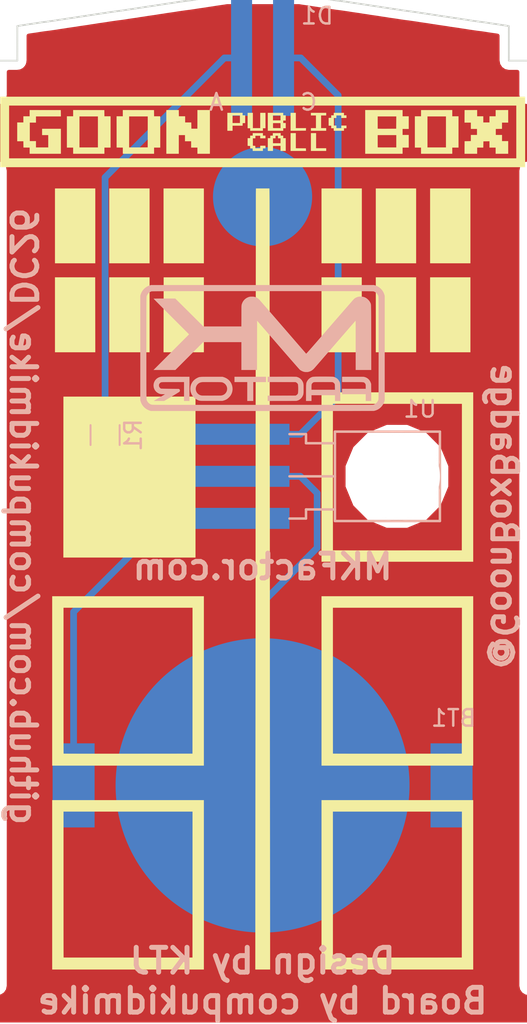
<source format=kicad_pcb>
(kicad_pcb (version 4) (host pcbnew 4.0.7)
  (layers (0 F.Cu signal hide) (31 B.Cu signal) (34 B.Paste user) (35 F.Paste user) (36 B.SilkS user) (37 F.SilkS user) (38 B.Mask user hide) (39 F.Mask user hide) (44 Edge.Cuts user))
  (net 0 "")
  (net 1 +BATT)
  (net 2 GND)
  (net 3 "Net-(D1-Pad2)")
  (net 4 "Net-(D1-Pad1)")
  (module LOGO (layer B.Cu) (at 156.21 85.344 180)
    (fp_text reference G*** hide)
    (fp_text value LOGO hide)
  )
  (module testpadsmd (layer F.Cu) (at 154.94 86.36)
    (fp_text reference REF** hide)
    (fp_text value testpadsmd hide)
    (pad 1 smd circle (at 0 0) (size 1.524 1.524) (layers F.Cu) (net 2 GND))
  )
  (module GoonBoxBadge:LED-5MM-SMT-FLAT (layer B.Cu) (at 156.21 71.318)
    (fp_text reference D1 (at 3.302 -6.04) (layer B.SilkS) (effects (justify mirror)))
    (fp_text value LED)
    (fp_text user C (at 2.794 -0.833) (layer B.SilkS) (effects (justify mirror)))
    (fp_text user A (at -2.794 -0.833) (layer B.SilkS) (effects (justify mirror)))
    (pad 2 smd rect (at -1.27 -3.5) (size 1.27 7) (layers B.Cu B.Paste B.Mask) (net 3 "Net-(D1-Pad2)"))
    (pad 1 smd rect (at 1.27 -3.5) (size 1.27 7) (layers B.Cu B.Paste B.Mask) (net 4 "Net-(D1-Pad1)"))
  )
  (module GoonBoxBadge:TieTacPad (layer B.Cu) (at 156.21 75.057)
    (fp_text reference REF** hide)
    (fp_text value TieTacPad)
    (pad 1 smd circle (at 0 1.143) (size 6 6) (layers B.Cu B.Paste B.Mask))
  )
  (module GoonBoxOutline (layer F.Cu) (at 156.464 100.33)
    (fp_text reference REF** hide)
    (fp_text value GoonBoxOutline hide)
    (fp_line (start -2.45 -36.32) (end -2.450591 -36.319902) (layer Edge.Cuts) (width 0.1))
    (fp_line (start -2.450591 -36.319902) (end -2.452314 -36.319615) (layer Edge.Cuts) (width 0.1))
    (fp_line (start -2.452314 -36.319615) (end -2.455094 -36.319152) (layer Edge.Cuts) (width 0.1))
    (fp_line (start -2.455094 -36.319152) (end -2.458854 -36.318527) (layer Edge.Cuts) (width 0.1))
    (fp_line (start -2.458854 -36.318527) (end -2.463519 -36.31775) (layer Edge.Cuts) (width 0.1))
    (fp_line (start -2.463519 -36.31775) (end -2.469014 -36.316836) (layer Edge.Cuts) (width 0.1))
    (fp_line (start -2.469014 -36.316836) (end -2.475263 -36.315796) (layer Edge.Cuts) (width 0.1))
    (fp_line (start -2.475263 -36.315796) (end -2.482191 -36.314643) (layer Edge.Cuts) (width 0.1))
    (fp_line (start -2.482191 -36.314643) (end -2.489721 -36.313389) (layer Edge.Cuts) (width 0.1))
    (fp_line (start -2.489721 -36.313389) (end -2.497779 -36.312048) (layer Edge.Cuts) (width 0.1))
    (fp_line (start -2.497779 -36.312048) (end -2.506288 -36.310632) (layer Edge.Cuts) (width 0.1))
    (fp_line (start -2.506288 -36.310632) (end -2.515174 -36.309154) (layer Edge.Cuts) (width 0.1))
    (fp_line (start -2.515174 -36.309154) (end -2.52436 -36.307625) (layer Edge.Cuts) (width 0.1))
    (fp_line (start -2.52436 -36.307625) (end -2.533771 -36.306058) (layer Edge.Cuts) (width 0.1))
    (fp_line (start -2.533771 -36.306058) (end -2.543332 -36.304467) (layer Edge.Cuts) (width 0.1))
    (fp_line (start -2.543332 -36.304467) (end -2.552967 -36.302864) (layer Edge.Cuts) (width 0.1))
    (fp_line (start -2.552967 -36.302864) (end -2.5626 -36.301261) (layer Edge.Cuts) (width 0.1))
    (fp_line (start -2.5626 -36.301261) (end -2.572155 -36.299671) (layer Edge.Cuts) (width 0.1))
    (fp_line (start -2.572155 -36.299671) (end -2.581558 -36.298106) (layer Edge.Cuts) (width 0.1))
    (fp_line (start -2.581558 -36.298106) (end -2.590732 -36.296579) (layer Edge.Cuts) (width 0.1))
    (fp_line (start -2.590732 -36.296579) (end -2.599603 -36.295103) (layer Edge.Cuts) (width 0.1))
    (fp_line (start -2.599603 -36.295103) (end -2.608094 -36.29369) (layer Edge.Cuts) (width 0.1))
    (fp_line (start -2.608094 -36.29369) (end -2.616129 -36.292352) (layer Edge.Cuts) (width 0.1))
    (fp_line (start -2.616129 -36.292352) (end -2.623634 -36.291103) (layer Edge.Cuts) (width 0.1))
    (fp_line (start -2.623634 -36.291103) (end -2.630533 -36.289955) (layer Edge.Cuts) (width 0.1))
    (fp_line (start -2.630533 -36.289955) (end -2.63675 -36.288921) (layer Edge.Cuts) (width 0.1))
    (fp_line (start -2.63675 -36.288921) (end -2.642209 -36.288012) (layer Edge.Cuts) (width 0.1))
    (fp_line (start -2.642209 -36.288012) (end -2.646835 -36.287242) (layer Edge.Cuts) (width 0.1))
    (fp_line (start -2.646835 -36.287242) (end -2.650553 -36.286623) (layer Edge.Cuts) (width 0.1))
    (fp_line (start -2.650553 -36.286623) (end -2.653286 -36.286168) (layer Edge.Cuts) (width 0.1))
    (fp_line (start -2.653286 -36.286168) (end -2.65496 -36.28589) (layer Edge.Cuts) (width 0.1))
    (fp_line (start -2.65496 -36.28589) (end -2.655501 -36.2858) (layer Edge.Cuts) (width 0.1))
    (fp_line (start -2.655501 -36.2858) (end -2.656252 -36.285693) (layer Edge.Cuts) (width 0.1))
    (fp_line (start -2.656252 -36.285693) (end -2.658319 -36.285398) (layer Edge.Cuts) (width 0.1))
    (fp_line (start -2.658319 -36.285398) (end -2.661615 -36.284928) (layer Edge.Cuts) (width 0.1))
    (fp_line (start -2.661615 -36.284928) (end -2.66605 -36.284295) (layer Edge.Cuts) (width 0.1))
    (fp_line (start -2.66605 -36.284295) (end -2.671537 -36.283512) (layer Edge.Cuts) (width 0.1))
    (fp_line (start -2.671537 -36.283512) (end -2.677988 -36.282591) (layer Edge.Cuts) (width 0.1))
    (fp_line (start -2.677988 -36.282591) (end -2.685314 -36.281546) (layer Edge.Cuts) (width 0.1))
    (fp_line (start -2.685314 -36.281546) (end -2.693428 -36.280388) (layer Edge.Cuts) (width 0.1))
    (fp_line (start -2.693428 -36.280388) (end -2.702241 -36.279131) (layer Edge.Cuts) (width 0.1))
    (fp_line (start -2.702241 -36.279131) (end -2.711666 -36.277786) (layer Edge.Cuts) (width 0.1))
    (fp_line (start -2.711666 -36.277786) (end -2.721613 -36.276367) (layer Edge.Cuts) (width 0.1))
    (fp_line (start -2.721613 -36.276367) (end -2.731995 -36.274886) (layer Edge.Cuts) (width 0.1))
    (fp_line (start -2.731995 -36.274886) (end -2.742724 -36.273355) (layer Edge.Cuts) (width 0.1))
    (fp_line (start -2.742724 -36.273355) (end -2.753711 -36.271787) (layer Edge.Cuts) (width 0.1))
    (fp_line (start -2.753711 -36.271787) (end -2.764869 -36.270195) (layer Edge.Cuts) (width 0.1))
    (fp_line (start -2.764869 -36.270195) (end -2.776109 -36.268592) (layer Edge.Cuts) (width 0.1))
    (fp_line (start -2.776109 -36.268592) (end -2.787342 -36.266989) (layer Edge.Cuts) (width 0.1))
    (fp_line (start -2.787342 -36.266989) (end -2.798482 -36.2654) (layer Edge.Cuts) (width 0.1))
    (fp_line (start -2.798482 -36.2654) (end -2.80944 -36.263836) (layer Edge.Cuts) (width 0.1))
    (fp_line (start -2.80944 -36.263836) (end -2.820127 -36.262311) (layer Edge.Cuts) (width 0.1))
    (fp_line (start -2.820127 -36.262311) (end -2.830455 -36.260838) (layer Edge.Cuts) (width 0.1))
    (fp_line (start -2.830455 -36.260838) (end -2.840337 -36.259428) (layer Edge.Cuts) (width 0.1))
    (fp_line (start -2.840337 -36.259428) (end -2.849684 -36.258094) (layer Edge.Cuts) (width 0.1))
    (fp_line (start -2.849684 -36.258094) (end -2.858408 -36.256849) (layer Edge.Cuts) (width 0.1))
    (fp_line (start -2.858408 -36.256849) (end -2.866421 -36.255706) (layer Edge.Cuts) (width 0.1))
    (fp_line (start -2.866421 -36.255706) (end -2.873635 -36.254677) (layer Edge.Cuts) (width 0.1))
    (fp_line (start -2.873635 -36.254677) (end -2.879961 -36.253774) (layer Edge.Cuts) (width 0.1))
    (fp_line (start -2.879961 -36.253774) (end -2.885311 -36.253011) (layer Edge.Cuts) (width 0.1))
    (fp_line (start -2.885311 -36.253011) (end -2.889598 -36.252399) (layer Edge.Cuts) (width 0.1))
    (fp_line (start -2.889598 -36.252399) (end -2.892733 -36.251952) (layer Edge.Cuts) (width 0.1))
    (fp_line (start -2.892733 -36.251952) (end -2.894628 -36.251682) (layer Edge.Cuts) (width 0.1))
    (fp_line (start -2.894628 -36.251682) (end -2.895206 -36.251599) (layer Edge.Cuts) (width 0.1))
    (fp_line (start -2.895206 -36.251599) (end -2.896017 -36.251483) (layer Edge.Cuts) (width 0.1))
    (fp_line (start -2.896017 -36.251483) (end -2.898142 -36.251179) (layer Edge.Cuts) (width 0.1))
    (fp_line (start -2.898142 -36.251179) (end -2.90149 -36.2507) (layer Edge.Cuts) (width 0.1))
    (fp_line (start -2.90149 -36.2507) (end -2.905975 -36.250058) (layer Edge.Cuts) (width 0.1))
    (fp_line (start -2.905975 -36.250058) (end -2.911507 -36.249267) (layer Edge.Cuts) (width 0.1))
    (fp_line (start -2.911507 -36.249267) (end -2.917999 -36.248338) (layer Edge.Cuts) (width 0.1))
    (fp_line (start -2.917999 -36.248338) (end -2.925363 -36.247284) (layer Edge.Cuts) (width 0.1))
    (fp_line (start -2.925363 -36.247284) (end -2.93351 -36.246118) (layer Edge.Cuts) (width 0.1))
    (fp_line (start -2.93351 -36.246118) (end -2.942353 -36.244853) (layer Edge.Cuts) (width 0.1))
    (fp_line (start -2.942353 -36.244853) (end -2.951802 -36.2435) (layer Edge.Cuts) (width 0.1))
    (fp_line (start -2.951802 -36.2435) (end -2.961771 -36.242074) (layer Edge.Cuts) (width 0.1))
    (fp_line (start -2.961771 -36.242074) (end -2.972171 -36.240586) (layer Edge.Cuts) (width 0.1))
    (fp_line (start -2.972171 -36.240586) (end -2.982913 -36.239049) (layer Edge.Cuts) (width 0.1))
    (fp_line (start -2.982913 -36.239049) (end -2.99391 -36.237475) (layer Edge.Cuts) (width 0.1))
    (fp_line (start -2.99391 -36.237475) (end -3.005073 -36.235878) (layer Edge.Cuts) (width 0.1))
    (fp_line (start -3.005073 -36.235878) (end -3.016314 -36.234269) (layer Edge.Cuts) (width 0.1))
    (fp_line (start -3.016314 -36.234269) (end -3.027546 -36.232662) (layer Edge.Cuts) (width 0.1))
    (fp_line (start -3.027546 -36.232662) (end -3.038679 -36.231069) (layer Edge.Cuts) (width 0.1))
    (fp_line (start -3.038679 -36.231069) (end -3.049627 -36.229502) (layer Edge.Cuts) (width 0.1))
    (fp_line (start -3.049627 -36.229502) (end -3.060299 -36.227975) (layer Edge.Cuts) (width 0.1))
    (fp_line (start -3.060299 -36.227975) (end -3.07061 -36.2265) (layer Edge.Cuts) (width 0.1))
    (fp_line (start -3.07061 -36.2265) (end -3.08047 -36.225089) (layer Edge.Cuts) (width 0.1))
    (fp_line (start -3.08047 -36.225089) (end -3.089791 -36.223755) (layer Edge.Cuts) (width 0.1))
    (fp_line (start -3.089791 -36.223755) (end -3.098484 -36.222511) (layer Edge.Cuts) (width 0.1))
    (fp_line (start -3.098484 -36.222511) (end -3.106463 -36.221369) (layer Edge.Cuts) (width 0.1))
    (fp_line (start -3.106463 -36.221369) (end -3.113639 -36.220342) (layer Edge.Cuts) (width 0.1))
    (fp_line (start -3.113639 -36.220342) (end -3.119923 -36.219443) (layer Edge.Cuts) (width 0.1))
    (fp_line (start -3.119923 -36.219443) (end -3.125228 -36.218684) (layer Edge.Cuts) (width 0.1))
    (fp_line (start -3.125228 -36.218684) (end -3.129464 -36.218078) (layer Edge.Cuts) (width 0.1))
    (fp_line (start -3.129464 -36.218078) (end -3.132545 -36.217637) (layer Edge.Cuts) (width 0.1))
    (fp_line (start -3.132545 -36.217637) (end -3.134382 -36.217374) (layer Edge.Cuts) (width 0.1))
    (fp_line (start -3.134382 -36.217374) (end -3.134911 -36.217298) (layer Edge.Cuts) (width 0.1))
    (fp_line (start -3.134911 -36.217298) (end -3.135659 -36.217174) (layer Edge.Cuts) (width 0.1))
    (fp_line (start -3.135659 -36.217174) (end -3.137529 -36.216862) (layer Edge.Cuts) (width 0.1))
    (fp_line (start -3.137529 -36.216862) (end -3.140445 -36.216377) (layer Edge.Cuts) (width 0.1))
    (fp_line (start -3.140445 -36.216377) (end -3.144332 -36.21573) (layer Edge.Cuts) (width 0.1))
    (fp_line (start -3.144332 -36.21573) (end -3.149113 -36.214935) (layer Edge.Cuts) (width 0.1))
    (fp_line (start -3.149113 -36.214935) (end -3.154714 -36.214002) (layer Edge.Cuts) (width 0.1))
    (fp_line (start -3.154714 -36.214002) (end -3.161059 -36.212946) (layer Edge.Cuts) (width 0.1))
    (fp_line (start -3.161059 -36.212946) (end -3.168073 -36.211779) (layer Edge.Cuts) (width 0.1))
    (fp_line (start -3.168073 -36.211779) (end -3.175678 -36.210514) (layer Edge.Cuts) (width 0.1))
    (fp_line (start -3.175678 -36.210514) (end -3.183801 -36.209162) (layer Edge.Cuts) (width 0.1))
    (fp_line (start -3.183801 -36.209162) (end -3.192366 -36.207736) (layer Edge.Cuts) (width 0.1))
    (fp_line (start -3.192366 -36.207736) (end -3.201297 -36.20625) (layer Edge.Cuts) (width 0.1))
    (fp_line (start -3.201297 -36.20625) (end -3.210518 -36.204715) (layer Edge.Cuts) (width 0.1))
    (fp_line (start -3.210518 -36.204715) (end -3.219953 -36.203145) (layer Edge.Cuts) (width 0.1))
    (fp_line (start -3.219953 -36.203145) (end -3.229529 -36.201552) (layer Edge.Cuts) (width 0.1))
    (fp_line (start -3.229529 -36.201552) (end -3.239167 -36.199947) (layer Edge.Cuts) (width 0.1))
    (fp_line (start -3.239167 -36.199947) (end -3.248794 -36.198345) (layer Edge.Cuts) (width 0.1))
    (fp_line (start -3.248794 -36.198345) (end -3.258334 -36.196758) (layer Edge.Cuts) (width 0.1))
    (fp_line (start -3.258334 -36.196758) (end -3.26771 -36.195197) (layer Edge.Cuts) (width 0.1))
    (fp_line (start -3.26771 -36.195197) (end -3.276848 -36.193677) (layer Edge.Cuts) (width 0.1))
    (fp_line (start -3.276848 -36.193677) (end -3.285671 -36.192208) (layer Edge.Cuts) (width 0.1))
    (fp_line (start -3.285671 -36.192208) (end -3.294105 -36.190805) (layer Edge.Cuts) (width 0.1))
    (fp_line (start -3.294105 -36.190805) (end -3.302074 -36.189478) (layer Edge.Cuts) (width 0.1))
    (fp_line (start -3.302074 -36.189478) (end -3.309501 -36.188242) (layer Edge.Cuts) (width 0.1))
    (fp_line (start -3.309501 -36.188242) (end -3.316312 -36.187109) (layer Edge.Cuts) (width 0.1))
    (fp_line (start -3.316312 -36.187109) (end -3.322431 -36.18609) (layer Edge.Cuts) (width 0.1))
    (fp_line (start -3.322431 -36.18609) (end -3.327783 -36.1852) (layer Edge.Cuts) (width 0.1))
    (fp_line (start -3.327783 -36.1852) (end -3.332291 -36.18445) (layer Edge.Cuts) (width 0.1))
    (fp_line (start -3.332291 -36.18445) (end -3.335881 -36.183852) (layer Edge.Cuts) (width 0.1))
    (fp_line (start -3.335881 -36.183852) (end -3.338476 -36.18342) (layer Edge.Cuts) (width 0.1))
    (fp_line (start -3.338476 -36.18342) (end -3.340001 -36.183166) (layer Edge.Cuts) (width 0.1))
    (fp_line (start -3.340001 -36.183166) (end -3.340423 -36.183097) (layer Edge.Cuts) (width 0.1))
    (fp_line (start -3.340423 -36.183097) (end -3.341356 -36.182964) (layer Edge.Cuts) (width 0.1))
    (fp_line (start -3.341356 -36.182964) (end -3.343594 -36.182644) (layer Edge.Cuts) (width 0.1))
    (fp_line (start -3.343594 -36.182644) (end -3.347048 -36.182151) (layer Edge.Cuts) (width 0.1))
    (fp_line (start -3.347048 -36.182151) (end -3.35163 -36.181498) (layer Edge.Cuts) (width 0.1))
    (fp_line (start -3.35163 -36.181498) (end -3.357253 -36.180696) (layer Edge.Cuts) (width 0.1))
    (fp_line (start -3.357253 -36.180696) (end -3.363827 -36.179758) (layer Edge.Cuts) (width 0.1))
    (fp_line (start -3.363827 -36.179758) (end -3.371264 -36.178696) (layer Edge.Cuts) (width 0.1))
    (fp_line (start -3.371264 -36.178696) (end -3.379478 -36.177524) (layer Edge.Cuts) (width 0.1))
    (fp_line (start -3.379478 -36.177524) (end -3.388378 -36.176255) (layer Edge.Cuts) (width 0.1))
    (fp_line (start -3.388378 -36.176255) (end -3.397878 -36.174899) (layer Edge.Cuts) (width 0.1))
    (fp_line (start -3.397878 -36.174899) (end -3.407889 -36.173471) (layer Edge.Cuts) (width 0.1))
    (fp_line (start -3.407889 -36.173471) (end -3.418323 -36.171982) (layer Edge.Cuts) (width 0.1))
    (fp_line (start -3.418323 -36.171982) (end -3.429092 -36.170446) (layer Edge.Cuts) (width 0.1))
    (fp_line (start -3.429092 -36.170446) (end -3.440108 -36.168874) (layer Edge.Cuts) (width 0.1))
    (fp_line (start -3.440108 -36.168874) (end -3.451281 -36.16728) (layer Edge.Cuts) (width 0.1))
    (fp_line (start -3.451281 -36.16728) (end -3.462526 -36.165675) (layer Edge.Cuts) (width 0.1))
    (fp_line (start -3.462526 -36.165675) (end -3.473752 -36.164074) (layer Edge.Cuts) (width 0.1))
    (fp_line (start -3.473752 -36.164074) (end -3.484872 -36.162487) (layer Edge.Cuts) (width 0.1))
    (fp_line (start -3.484872 -36.162487) (end -3.495798 -36.160928) (layer Edge.Cuts) (width 0.1))
    (fp_line (start -3.495798 -36.160928) (end -3.506442 -36.159409) (layer Edge.Cuts) (width 0.1))
    (fp_line (start -3.506442 -36.159409) (end -3.516716 -36.157944) (layer Edge.Cuts) (width 0.1))
    (fp_line (start -3.516716 -36.157944) (end -3.526531 -36.156543) (layer Edge.Cuts) (width 0.1))
    (fp_line (start -3.526531 -36.156543) (end -3.535799 -36.155221) (layer Edge.Cuts) (width 0.1))
    (fp_line (start -3.535799 -36.155221) (end -3.544432 -36.153989) (layer Edge.Cuts) (width 0.1))
    (fp_line (start -3.544432 -36.153989) (end -3.552342 -36.15286) (layer Edge.Cuts) (width 0.1))
    (fp_line (start -3.552342 -36.15286) (end -3.559442 -36.151848) (layer Edge.Cuts) (width 0.1))
    (fp_line (start -3.559442 -36.151848) (end -3.565641 -36.150963) (layer Edge.Cuts) (width 0.1))
    (fp_line (start -3.565641 -36.150963) (end -3.570853 -36.150219) (layer Edge.Cuts) (width 0.1))
    (fp_line (start -3.570853 -36.150219) (end -3.57499 -36.149629) (layer Edge.Cuts) (width 0.1))
    (fp_line (start -3.57499 -36.149629) (end -3.577963 -36.149205) (layer Edge.Cuts) (width 0.1))
    (fp_line (start -3.577963 -36.149205) (end -3.579684 -36.148959) (layer Edge.Cuts) (width 0.1))
    (fp_line (start -3.579684 -36.148959) (end -3.58013 -36.148895) (layer Edge.Cuts) (width 0.1))
    (fp_line (start -3.58013 -36.148895) (end -3.580982 -36.148753) (layer Edge.Cuts) (width 0.1))
    (fp_line (start -3.580982 -36.148753) (end -3.582949 -36.148426) (layer Edge.Cuts) (width 0.1))
    (fp_line (start -3.582949 -36.148426) (end -3.585956 -36.147925) (layer Edge.Cuts) (width 0.1))
    (fp_line (start -3.585956 -36.147925) (end -3.589926 -36.147265) (layer Edge.Cuts) (width 0.1))
    (fp_line (start -3.589926 -36.147265) (end -3.594784 -36.146456) (layer Edge.Cuts) (width 0.1))
    (fp_line (start -3.594784 -36.146456) (end -3.600455 -36.145512) (layer Edge.Cuts) (width 0.1))
    (fp_line (start -3.600455 -36.145512) (end -3.606864 -36.144446) (layer Edge.Cuts) (width 0.1))
    (fp_line (start -3.606864 -36.144446) (end -3.613933 -36.143269) (layer Edge.Cuts) (width 0.1))
    (fp_line (start -3.613933 -36.143269) (end -3.621589 -36.141995) (layer Edge.Cuts) (width 0.1))
    (fp_line (start -3.621589 -36.141995) (end -3.629754 -36.140636) (layer Edge.Cuts) (width 0.1))
    (fp_line (start -3.629754 -36.140636) (end -3.638355 -36.139205) (layer Edge.Cuts) (width 0.1))
    (fp_line (start -3.638355 -36.139205) (end -3.647315 -36.137714) (layer Edge.Cuts) (width 0.1))
    (fp_line (start -3.647315 -36.137714) (end -3.656558 -36.136176) (layer Edge.Cuts) (width 0.1))
    (fp_line (start -3.656558 -36.136176) (end -3.66601 -36.134603) (layer Edge.Cuts) (width 0.1))
    (fp_line (start -3.66601 -36.134603) (end -3.675594 -36.133008) (layer Edge.Cuts) (width 0.1))
    (fp_line (start -3.675594 -36.133008) (end -3.685234 -36.131403) (layer Edge.Cuts) (width 0.1))
    (fp_line (start -3.685234 -36.131403) (end -3.694856 -36.129802) (layer Edge.Cuts) (width 0.1))
    (fp_line (start -3.694856 -36.129802) (end -3.704384 -36.128216) (layer Edge.Cuts) (width 0.1))
    (fp_line (start -3.704384 -36.128216) (end -3.713742 -36.126659) (layer Edge.Cuts) (width 0.1))
    (fp_line (start -3.713742 -36.126659) (end -3.722855 -36.125142) (layer Edge.Cuts) (width 0.1))
    (fp_line (start -3.722855 -36.125142) (end -3.731647 -36.123679) (layer Edge.Cuts) (width 0.1))
    (fp_line (start -3.731647 -36.123679) (end -3.740042 -36.122282) (layer Edge.Cuts) (width 0.1))
    (fp_line (start -3.740042 -36.122282) (end -3.747965 -36.120963) (layer Edge.Cuts) (width 0.1))
    (fp_line (start -3.747965 -36.120963) (end -3.75534 -36.119736) (layer Edge.Cuts) (width 0.1))
    (fp_line (start -3.75534 -36.119736) (end -3.762092 -36.118612) (layer Edge.Cuts) (width 0.1))
    (fp_line (start -3.762092 -36.118612) (end -3.768145 -36.117605) (layer Edge.Cuts) (width 0.1))
    (fp_line (start -3.768145 -36.117605) (end -3.773424 -36.116726) (layer Edge.Cuts) (width 0.1))
    (fp_line (start -3.773424 -36.116726) (end -3.777852 -36.115989) (layer Edge.Cuts) (width 0.1))
    (fp_line (start -3.777852 -36.115989) (end -3.781356 -36.115406) (layer Edge.Cuts) (width 0.1))
    (fp_line (start -3.781356 -36.115406) (end -3.783858 -36.11499) (layer Edge.Cuts) (width 0.1))
    (fp_line (start -3.783858 -36.11499) (end -3.785283 -36.114753) (layer Edge.Cuts) (width 0.1))
    (fp_line (start -3.785283 -36.114753) (end -3.785651 -36.114693) (layer Edge.Cuts) (width 0.1))
    (fp_line (start -3.785651 -36.114693) (end -3.786705 -36.114542) (layer Edge.Cuts) (width 0.1))
    (fp_line (start -3.786705 -36.114542) (end -3.789056 -36.114205) (layer Edge.Cuts) (width 0.1))
    (fp_line (start -3.789056 -36.114205) (end -3.792615 -36.113696) (layer Edge.Cuts) (width 0.1))
    (fp_line (start -3.792615 -36.113696) (end -3.797294 -36.113027) (layer Edge.Cuts) (width 0.1))
    (fp_line (start -3.797294 -36.113027) (end -3.803006 -36.112209) (layer Edge.Cuts) (width 0.1))
    (fp_line (start -3.803006 -36.112209) (end -3.809661 -36.111257) (layer Edge.Cuts) (width 0.1))
    (fp_line (start -3.809661 -36.111257) (end -3.817172 -36.110182) (layer Edge.Cuts) (width 0.1))
    (fp_line (start -3.817172 -36.110182) (end -3.825451 -36.108997) (layer Edge.Cuts) (width 0.1))
    (fp_line (start -3.825451 -36.108997) (end -3.834409 -36.107716) (layer Edge.Cuts) (width 0.1))
    (fp_line (start -3.834409 -36.107716) (end -3.843959 -36.106349) (layer Edge.Cuts) (width 0.1))
    (fp_line (start -3.843959 -36.106349) (end -3.854011 -36.104911) (layer Edge.Cuts) (width 0.1))
    (fp_line (start -3.854011 -36.104911) (end -3.864479 -36.103413) (layer Edge.Cuts) (width 0.1))
    (fp_line (start -3.864479 -36.103413) (end -3.875274 -36.101868) (layer Edge.Cuts) (width 0.1))
    (fp_line (start -3.875274 -36.101868) (end -3.886307 -36.100289) (layer Edge.Cuts) (width 0.1))
    (fp_line (start -3.886307 -36.100289) (end -3.89749 -36.098689) (layer Edge.Cuts) (width 0.1))
    (fp_line (start -3.89749 -36.098689) (end -3.908737 -36.09708) (layer Edge.Cuts) (width 0.1))
    (fp_line (start -3.908737 -36.09708) (end -3.919957 -36.095474) (layer Edge.Cuts) (width 0.1))
    (fp_line (start -3.919957 -36.095474) (end -3.931064 -36.093885) (layer Edge.Cuts) (width 0.1))
    (fp_line (start -3.931064 -36.093885) (end -3.941968 -36.092324) (layer Edge.Cuts) (width 0.1))
    (fp_line (start -3.941968 -36.092324) (end -3.952582 -36.090806) (layer Edge.Cuts) (width 0.1))
    (fp_line (start -3.952582 -36.090806) (end -3.962818 -36.089341) (layer Edge.Cuts) (width 0.1))
    (fp_line (start -3.962818 -36.089341) (end -3.972588 -36.087943) (layer Edge.Cuts) (width 0.1))
    (fp_line (start -3.972588 -36.087943) (end -3.981802 -36.086624) (layer Edge.Cuts) (width 0.1))
    (fp_line (start -3.981802 -36.086624) (end -3.990374 -36.085398) (layer Edge.Cuts) (width 0.1))
    (fp_line (start -3.990374 -36.085398) (end -3.998215 -36.084276) (layer Edge.Cuts) (width 0.1))
    (fp_line (start -3.998215 -36.084276) (end -4.005237 -36.083271) (layer Edge.Cuts) (width 0.1))
    (fp_line (start -4.005237 -36.083271) (end -4.011351 -36.082396) (layer Edge.Cuts) (width 0.1))
    (fp_line (start -4.011351 -36.082396) (end -4.016471 -36.081663) (layer Edge.Cuts) (width 0.1))
    (fp_line (start -4.016471 -36.081663) (end -4.020506 -36.081086) (layer Edge.Cuts) (width 0.1))
    (fp_line (start -4.020506 -36.081086) (end -4.02337 -36.080676) (layer Edge.Cuts) (width 0.1))
    (fp_line (start -4.02337 -36.080676) (end -4.024974 -36.080447) (layer Edge.Cuts) (width 0.1))
    (fp_line (start -4.024974 -36.080447) (end -4.025369 -36.08039) (layer Edge.Cuts) (width 0.1))
    (fp_line (start -4.025369 -36.08039) (end -4.026484 -36.080231) (layer Edge.Cuts) (width 0.1))
    (fp_line (start -4.026484 -36.080231) (end -4.028891 -36.079888) (layer Edge.Cuts) (width 0.1))
    (fp_line (start -4.028891 -36.079888) (end -4.032502 -36.079372) (layer Edge.Cuts) (width 0.1))
    (fp_line (start -4.032502 -36.079372) (end -4.03723 -36.078698) (layer Edge.Cuts) (width 0.1))
    (fp_line (start -4.03723 -36.078698) (end -4.042985 -36.077877) (layer Edge.Cuts) (width 0.1))
    (fp_line (start -4.042985 -36.077877) (end -4.049681 -36.076921) (layer Edge.Cuts) (width 0.1))
    (fp_line (start -4.049681 -36.076921) (end -4.057229 -36.075844) (layer Edge.Cuts) (width 0.1))
    (fp_line (start -4.057229 -36.075844) (end -4.06554 -36.074659) (layer Edge.Cuts) (width 0.1))
    (fp_line (start -4.06554 -36.074659) (end -4.074526 -36.073376) (layer Edge.Cuts) (width 0.1))
    (fp_line (start -4.074526 -36.073376) (end -4.0841 -36.07201) (layer Edge.Cuts) (width 0.1))
    (fp_line (start -4.0841 -36.07201) (end -4.094174 -36.070573) (layer Edge.Cuts) (width 0.1))
    (fp_line (start -4.094174 -36.070573) (end -4.104658 -36.069077) (layer Edge.Cuts) (width 0.1))
    (fp_line (start -4.104658 -36.069077) (end -4.115465 -36.067535) (layer Edge.Cuts) (width 0.1))
    (fp_line (start -4.115465 -36.067535) (end -4.126507 -36.06596) (layer Edge.Cuts) (width 0.1))
    (fp_line (start -4.126507 -36.06596) (end -4.137695 -36.064364) (layer Edge.Cuts) (width 0.1))
    (fp_line (start -4.137695 -36.064364) (end -4.148942 -36.062759) (layer Edge.Cuts) (width 0.1))
    (fp_line (start -4.148942 -36.062759) (end -4.160159 -36.061158) (layer Edge.Cuts) (width 0.1))
    (fp_line (start -4.160159 -36.061158) (end -4.171259 -36.059575) (layer Edge.Cuts) (width 0.1))
    (fp_line (start -4.171259 -36.059575) (end -4.182152 -36.058021) (layer Edge.Cuts) (width 0.1))
    (fp_line (start -4.182152 -36.058021) (end -4.192751 -36.056508) (layer Edge.Cuts) (width 0.1))
    (fp_line (start -4.192751 -36.056508) (end -4.202968 -36.055051) (layer Edge.Cuts) (width 0.1))
    (fp_line (start -4.202968 -36.055051) (end -4.212714 -36.05366) (layer Edge.Cuts) (width 0.1))
    (fp_line (start -4.212714 -36.05366) (end -4.221902 -36.052349) (layer Edge.Cuts) (width 0.1))
    (fp_line (start -4.221902 -36.052349) (end -4.230443 -36.051131) (layer Edge.Cuts) (width 0.1))
    (fp_line (start -4.230443 -36.051131) (end -4.238249 -36.050017) (layer Edge.Cuts) (width 0.1))
    (fp_line (start -4.238249 -36.050017) (end -4.245232 -36.04902) (layer Edge.Cuts) (width 0.1))
    (fp_line (start -4.245232 -36.04902) (end -4.251304 -36.048154) (layer Edge.Cuts) (width 0.1))
    (fp_line (start -4.251304 -36.048154) (end -4.256376 -36.04743) (layer Edge.Cuts) (width 0.1))
    (fp_line (start -4.256376 -36.04743) (end -4.260361 -36.046862) (layer Edge.Cuts) (width 0.1))
    (fp_line (start -4.260361 -36.046862) (end -4.26317 -36.046461) (layer Edge.Cuts) (width 0.1))
    (fp_line (start -4.26317 -36.046461) (end -4.264715 -36.046241) (layer Edge.Cuts) (width 0.1))
    (fp_line (start -4.264715 -36.046241) (end -4.265077 -36.046187) (layer Edge.Cuts) (width 0.1))
    (fp_line (start -4.265077 -36.046187) (end -4.266084 -36.04602) (layer Edge.Cuts) (width 0.1))
    (fp_line (start -4.266084 -36.04602) (end -4.268196 -36.045668) (layer Edge.Cuts) (width 0.1))
    (fp_line (start -4.268196 -36.045668) (end -4.271337 -36.045145) (layer Edge.Cuts) (width 0.1))
    (fp_line (start -4.271337 -36.045145) (end -4.275431 -36.044464) (layer Edge.Cuts) (width 0.1))
    (fp_line (start -4.275431 -36.044464) (end -4.280403 -36.043637) (layer Edge.Cuts) (width 0.1))
    (fp_line (start -4.280403 -36.043637) (end -4.286178 -36.042675) (layer Edge.Cuts) (width 0.1))
    (fp_line (start -4.286178 -36.042675) (end -4.29268 -36.041593) (layer Edge.Cuts) (width 0.1))
    (fp_line (start -4.29268 -36.041593) (end -4.299833 -36.040403) (layer Edge.Cuts) (width 0.1))
    (fp_line (start -4.299833 -36.040403) (end -4.307561 -36.039117) (layer Edge.Cuts) (width 0.1))
    (fp_line (start -4.307561 -36.039117) (end -4.31579 -36.037747) (layer Edge.Cuts) (width 0.1))
    (fp_line (start -4.31579 -36.037747) (end -4.324444 -36.036307) (layer Edge.Cuts) (width 0.1))
    (fp_line (start -4.324444 -36.036307) (end -4.333446 -36.034809) (layer Edge.Cuts) (width 0.1))
    (fp_line (start -4.333446 -36.034809) (end -4.342722 -36.033265) (layer Edge.Cuts) (width 0.1))
    (fp_line (start -4.342722 -36.033265) (end -4.352196 -36.031689) (layer Edge.Cuts) (width 0.1))
    (fp_line (start -4.352196 -36.031689) (end -4.361792 -36.030092) (layer Edge.Cuts) (width 0.1))
    (fp_line (start -4.361792 -36.030092) (end -4.371434 -36.028487) (layer Edge.Cuts) (width 0.1))
    (fp_line (start -4.371434 -36.028487) (end -4.381048 -36.026887) (layer Edge.Cuts) (width 0.1))
    (fp_line (start -4.381048 -36.026887) (end -4.390558 -36.025304) (layer Edge.Cuts) (width 0.1))
    (fp_line (start -4.390558 -36.025304) (end -4.399887 -36.023752) (layer Edge.Cuts) (width 0.1))
    (fp_line (start -4.399887 -36.023752) (end -4.408961 -36.022242) (layer Edge.Cuts) (width 0.1))
    (fp_line (start -4.408961 -36.022242) (end -4.417703 -36.020787) (layer Edge.Cuts) (width 0.1))
    (fp_line (start -4.417703 -36.020787) (end -4.426039 -36.019399) (layer Edge.Cuts) (width 0.1))
    (fp_line (start -4.426039 -36.019399) (end -4.433893 -36.018092) (layer Edge.Cuts) (width 0.1))
    (fp_line (start -4.433893 -36.018092) (end -4.441188 -36.016878) (layer Edge.Cuts) (width 0.1))
    (fp_line (start -4.441188 -36.016878) (end -4.44785 -36.015769) (layer Edge.Cuts) (width 0.1))
    (fp_line (start -4.44785 -36.015769) (end -4.453804 -36.014779) (layer Edge.Cuts) (width 0.1))
    (fp_line (start -4.453804 -36.014779) (end -4.458972 -36.013919) (layer Edge.Cuts) (width 0.1))
    (fp_line (start -4.458972 -36.013919) (end -4.46328 -36.013202) (layer Edge.Cuts) (width 0.1))
    (fp_line (start -4.46328 -36.013202) (end -4.466653 -36.01264) (layer Edge.Cuts) (width 0.1))
    (fp_line (start -4.466653 -36.01264) (end -4.469014 -36.012247) (layer Edge.Cuts) (width 0.1))
    (fp_line (start -4.469014 -36.012247) (end -4.470289 -36.012035) (layer Edge.Cuts) (width 0.1))
    (fp_line (start -4.470289 -36.012035) (end -4.470614 -36.011984) (layer Edge.Cuts) (width 0.1))
    (fp_line (start -4.470614 -36.011984) (end -4.471848 -36.011808) (layer Edge.Cuts) (width 0.1))
    (fp_line (start -4.471848 -36.011808) (end -4.474367 -36.011448) (layer Edge.Cuts) (width 0.1))
    (fp_line (start -4.474367 -36.011448) (end -4.478083 -36.010918) (layer Edge.Cuts) (width 0.1))
    (fp_line (start -4.478083 -36.010918) (end -4.482906 -36.01023) (layer Edge.Cuts) (width 0.1))
    (fp_line (start -4.482906 -36.01023) (end -4.48875 -36.009396) (layer Edge.Cuts) (width 0.1))
    (fp_line (start -4.48875 -36.009396) (end -4.495526 -36.008429) (layer Edge.Cuts) (width 0.1))
    (fp_line (start -4.495526 -36.008429) (end -4.503146 -36.007342) (layer Edge.Cuts) (width 0.1))
    (fp_line (start -4.503146 -36.007342) (end -4.511521 -36.006147) (layer Edge.Cuts) (width 0.1))
    (fp_line (start -4.511521 -36.006147) (end -4.520564 -36.004857) (layer Edge.Cuts) (width 0.1))
    (fp_line (start -4.520564 -36.004857) (end -4.530187 -36.003484) (layer Edge.Cuts) (width 0.1))
    (fp_line (start -4.530187 -36.003484) (end -4.5403 -36.002041) (layer Edge.Cuts) (width 0.1))
    (fp_line (start -4.5403 -36.002041) (end -4.550817 -36.00054) (layer Edge.Cuts) (width 0.1))
    (fp_line (start -4.550817 -36.00054) (end -4.561649 -35.998995) (layer Edge.Cuts) (width 0.1))
    (fp_line (start -4.561649 -35.998995) (end -4.572708 -35.997417) (layer Edge.Cuts) (width 0.1))
    (fp_line (start -4.572708 -35.997417) (end -4.583905 -35.99582) (layer Edge.Cuts) (width 0.1))
    (fp_line (start -4.583905 -35.99582) (end -4.595153 -35.994215) (layer Edge.Cuts) (width 0.1))
    (fp_line (start -4.595153 -35.994215) (end -4.606363 -35.992615) (layer Edge.Cuts) (width 0.1))
    (fp_line (start -4.606363 -35.992615) (end -4.617448 -35.991034) (layer Edge.Cuts) (width 0.1))
    (fp_line (start -4.617448 -35.991034) (end -4.628318 -35.989483) (layer Edge.Cuts) (width 0.1))
    (fp_line (start -4.628318 -35.989483) (end -4.638886 -35.987975) (layer Edge.Cuts) (width 0.1))
    (fp_line (start -4.638886 -35.987975) (end -4.649065 -35.986523) (layer Edge.Cuts) (width 0.1))
    (fp_line (start -4.649065 -35.986523) (end -4.658764 -35.985139) (layer Edge.Cuts) (width 0.1))
    (fp_line (start -4.658764 -35.985139) (end -4.667897 -35.983836) (layer Edge.Cuts) (width 0.1))
    (fp_line (start -4.667897 -35.983836) (end -4.676376 -35.982626) (layer Edge.Cuts) (width 0.1))
    (fp_line (start -4.676376 -35.982626) (end -4.684112 -35.981522) (layer Edge.Cuts) (width 0.1))
    (fp_line (start -4.684112 -35.981522) (end -4.691016 -35.980537) (layer Edge.Cuts) (width 0.1))
    (fp_line (start -4.691016 -35.980537) (end -4.697002 -35.979683) (layer Edge.Cuts) (width 0.1))
    (fp_line (start -4.697002 -35.979683) (end -4.70198 -35.978973) (layer Edge.Cuts) (width 0.1))
    (fp_line (start -4.70198 -35.978973) (end -4.705863 -35.978419) (layer Edge.Cuts) (width 0.1))
    (fp_line (start -4.705863 -35.978419) (end -4.708562 -35.978034) (layer Edge.Cuts) (width 0.1))
    (fp_line (start -4.708562 -35.978034) (end -4.709989 -35.97783) (layer Edge.Cuts) (width 0.1))
    (fp_line (start -4.709989 -35.97783) (end -4.710361 -35.97778) (layer Edge.Cuts) (width 0.1))
    (fp_line (start -4.710361 -35.97778) (end -4.71184 -35.977595) (layer Edge.Cuts) (width 0.1))
    (fp_line (start -4.71184 -35.977595) (end -4.714783 -35.977226) (layer Edge.Cuts) (width 0.1))
    (fp_line (start -4.714783 -35.977226) (end -4.719089 -35.976687) (layer Edge.Cuts) (width 0.1))
    (fp_line (start -4.719089 -35.976687) (end -4.724657 -35.97599) (layer Edge.Cuts) (width 0.1))
    (fp_line (start -4.724657 -35.97599) (end -4.731388 -35.975148) (layer Edge.Cuts) (width 0.1))
    (fp_line (start -4.731388 -35.975148) (end -4.739179 -35.974172) (layer Edge.Cuts) (width 0.1))
    (fp_line (start -4.739179 -35.974172) (end -4.74793 -35.973077) (layer Edge.Cuts) (width 0.1))
    (fp_line (start -4.74793 -35.973077) (end -4.75754 -35.971874) (layer Edge.Cuts) (width 0.1))
    (fp_line (start -4.75754 -35.971874) (end -4.767909 -35.970576) (layer Edge.Cuts) (width 0.1))
    (fp_line (start -4.767909 -35.970576) (end -4.778936 -35.969195) (layer Edge.Cuts) (width 0.1))
    (fp_line (start -4.778936 -35.969195) (end -4.79052 -35.967745) (layer Edge.Cuts) (width 0.1))
    (fp_line (start -4.79052 -35.967745) (end -4.80256 -35.966238) (layer Edge.Cuts) (width 0.1))
    (fp_line (start -4.80256 -35.966238) (end -4.814956 -35.964686) (layer Edge.Cuts) (width 0.1))
    (fp_line (start -4.814956 -35.964686) (end -4.827606 -35.963103) (layer Edge.Cuts) (width 0.1))
    (fp_line (start -4.827606 -35.963103) (end -4.84041 -35.9615) (layer Edge.Cuts) (width 0.1))
    (fp_line (start -4.84041 -35.9615) (end -4.853268 -35.95989) (layer Edge.Cuts) (width 0.1))
    (fp_line (start -4.853268 -35.95989) (end -4.866078 -35.958287) (layer Edge.Cuts) (width 0.1))
    (fp_line (start -4.866078 -35.958287) (end -4.87874 -35.956702) (layer Edge.Cuts) (width 0.1))
    (fp_line (start -4.87874 -35.956702) (end -4.891152 -35.955148) (layer Edge.Cuts) (width 0.1))
    (fp_line (start -4.891152 -35.955148) (end -4.903215 -35.953638) (layer Edge.Cuts) (width 0.1))
    (fp_line (start -4.903215 -35.953638) (end -4.914827 -35.952184) (layer Edge.Cuts) (width 0.1))
    (fp_line (start -4.914827 -35.952184) (end -4.925888 -35.9508) (layer Edge.Cuts) (width 0.1))
    (fp_line (start -4.925888 -35.9508) (end -4.936297 -35.949497) (layer Edge.Cuts) (width 0.1))
    (fp_line (start -4.936297 -35.949497) (end -4.945952 -35.948288) (layer Edge.Cuts) (width 0.1))
    (fp_line (start -4.945952 -35.948288) (end -4.954754 -35.947186) (layer Edge.Cuts) (width 0.1))
    (fp_line (start -4.954754 -35.947186) (end -4.962602 -35.946204) (layer Edge.Cuts) (width 0.1))
    (fp_line (start -4.962602 -35.946204) (end -4.969394 -35.945353) (layer Edge.Cuts) (width 0.1))
    (fp_line (start -4.969394 -35.945353) (end -4.975031 -35.944648) (layer Edge.Cuts) (width 0.1))
    (fp_line (start -4.975031 -35.944648) (end -4.97941 -35.9441) (layer Edge.Cuts) (width 0.1))
    (fp_line (start -4.97941 -35.9441) (end -4.982432 -35.943721) (layer Edge.Cuts) (width 0.1))
    (fp_line (start -4.982432 -35.943721) (end -4.983996 -35.943525) (layer Edge.Cuts) (width 0.1))
    (fp_line (start -4.983996 -35.943525) (end -4.98437 -35.943476) (layer Edge.Cuts) (width 0.1))
    (fp_line (start -4.98437 -35.943476) (end -4.985724 -35.943283) (layer Edge.Cuts) (width 0.1))
    (fp_line (start -4.985724 -35.943283) (end -4.988354 -35.942907) (layer Edge.Cuts) (width 0.1))
    (fp_line (start -4.988354 -35.942907) (end -4.992172 -35.942363) (layer Edge.Cuts) (width 0.1))
    (fp_line (start -4.992172 -35.942363) (end -4.997091 -35.941661) (layer Edge.Cuts) (width 0.1))
    (fp_line (start -4.997091 -35.941661) (end -5.003022 -35.940814) (layer Edge.Cuts) (width 0.1))
    (fp_line (start -5.003022 -35.940814) (end -5.009878 -35.939836) (layer Edge.Cuts) (width 0.1))
    (fp_line (start -5.009878 -35.939836) (end -5.017569 -35.938739) (layer Edge.Cuts) (width 0.1))
    (fp_line (start -5.017569 -35.938739) (end -5.026008 -35.937535) (layer Edge.Cuts) (width 0.1))
    (fp_line (start -5.026008 -35.937535) (end -5.035107 -35.936237) (layer Edge.Cuts) (width 0.1))
    (fp_line (start -5.035107 -35.936237) (end -5.044777 -35.934857) (layer Edge.Cuts) (width 0.1))
    (fp_line (start -5.044777 -35.934857) (end -5.054931 -35.933408) (layer Edge.Cuts) (width 0.1))
    (fp_line (start -5.054931 -35.933408) (end -5.065479 -35.931903) (layer Edge.Cuts) (width 0.1))
    (fp_line (start -5.065479 -35.931903) (end -5.076335 -35.930354) (layer Edge.Cuts) (width 0.1))
    (fp_line (start -5.076335 -35.930354) (end -5.08741 -35.928774) (layer Edge.Cuts) (width 0.1))
    (fp_line (start -5.08741 -35.928774) (end -5.098615 -35.927175) (layer Edge.Cuts) (width 0.1))
    (fp_line (start -5.098615 -35.927175) (end -5.109863 -35.925571) (layer Edge.Cuts) (width 0.1))
    (fp_line (start -5.109863 -35.925571) (end -5.121066 -35.923972) (layer Edge.Cuts) (width 0.1))
    (fp_line (start -5.121066 -35.923972) (end -5.132135 -35.922393) (layer Edge.Cuts) (width 0.1))
    (fp_line (start -5.132135 -35.922393) (end -5.142982 -35.920845) (layer Edge.Cuts) (width 0.1))
    (fp_line (start -5.142982 -35.920845) (end -5.153519 -35.919342) (layer Edge.Cuts) (width 0.1))
    (fp_line (start -5.153519 -35.919342) (end -5.163657 -35.917895) (layer Edge.Cuts) (width 0.1))
    (fp_line (start -5.163657 -35.917895) (end -5.17331 -35.916518) (layer Edge.Cuts) (width 0.1))
    (fp_line (start -5.17331 -35.916518) (end -5.182388 -35.915223) (layer Edge.Cuts) (width 0.1))
    (fp_line (start -5.182388 -35.915223) (end -5.190803 -35.914022) (layer Edge.Cuts) (width 0.1))
    (fp_line (start -5.190803 -35.914022) (end -5.198468 -35.912929) (layer Edge.Cuts) (width 0.1))
    (fp_line (start -5.198468 -35.912929) (end -5.205293 -35.911955) (layer Edge.Cuts) (width 0.1))
    (fp_line (start -5.205293 -35.911955) (end -5.211192 -35.911113) (layer Edge.Cuts) (width 0.1))
    (fp_line (start -5.211192 -35.911113) (end -5.216075 -35.910416) (layer Edge.Cuts) (width 0.1))
    (fp_line (start -5.216075 -35.910416) (end -5.219855 -35.909877) (layer Edge.Cuts) (width 0.1))
    (fp_line (start -5.219855 -35.909877) (end -5.222443 -35.909508) (layer Edge.Cuts) (width 0.1))
    (fp_line (start -5.222443 -35.909508) (end -5.223752 -35.909321) (layer Edge.Cuts) (width 0.1))
    (fp_line (start -5.223752 -35.909321) (end -5.224103 -35.909271) (layer Edge.Cuts) (width 0.1))
    (fp_line (start -5.224103 -35.909271) (end -5.225515 -35.90907) (layer Edge.Cuts) (width 0.1))
    (fp_line (start -5.225515 -35.90907) (end -5.2282 -35.908686) (layer Edge.Cuts) (width 0.1))
    (fp_line (start -5.2282 -35.908686) (end -5.23207 -35.908134) (layer Edge.Cuts) (width 0.1))
    (fp_line (start -5.23207 -35.908134) (end -5.237037 -35.907426) (layer Edge.Cuts) (width 0.1))
    (fp_line (start -5.237037 -35.907426) (end -5.243011 -35.906573) (layer Edge.Cuts) (width 0.1))
    (fp_line (start -5.243011 -35.906573) (end -5.249906 -35.905589) (layer Edge.Cuts) (width 0.1))
    (fp_line (start -5.249906 -35.905589) (end -5.257633 -35.904487) (layer Edge.Cuts) (width 0.1))
    (fp_line (start -5.257633 -35.904487) (end -5.266103 -35.903278) (layer Edge.Cuts) (width 0.1))
    (fp_line (start -5.266103 -35.903278) (end -5.27523 -35.901976) (layer Edge.Cuts) (width 0.1))
    (fp_line (start -5.27523 -35.901976) (end -5.284924 -35.900593) (layer Edge.Cuts) (width 0.1))
    (fp_line (start -5.284924 -35.900593) (end -5.295097 -35.899142) (layer Edge.Cuts) (width 0.1))
    (fp_line (start -5.295097 -35.899142) (end -5.305661 -35.897634) (layer Edge.Cuts) (width 0.1))
    (fp_line (start -5.305661 -35.897634) (end -5.316529 -35.896084) (layer Edge.Cuts) (width 0.1))
    (fp_line (start -5.316529 -35.896084) (end -5.327611 -35.894503) (layer Edge.Cuts) (width 0.1))
    (fp_line (start -5.327611 -35.894503) (end -5.338821 -35.892903) (layer Edge.Cuts) (width 0.1))
    (fp_line (start -5.338821 -35.892903) (end -5.350069 -35.891298) (layer Edge.Cuts) (width 0.1))
    (fp_line (start -5.350069 -35.891298) (end -5.361267 -35.889701) (layer Edge.Cuts) (width 0.1))
    (fp_line (start -5.361267 -35.889701) (end -5.372328 -35.888123) (layer Edge.Cuts) (width 0.1))
    (fp_line (start -5.372328 -35.888123) (end -5.383163 -35.886577) (layer Edge.Cuts) (width 0.1))
    (fp_line (start -5.383163 -35.886577) (end -5.393683 -35.885076) (layer Edge.Cuts) (width 0.1))
    (fp_line (start -5.393683 -35.885076) (end -5.403802 -35.883632) (layer Edge.Cuts) (width 0.1))
    (fp_line (start -5.403802 -35.883632) (end -5.413431 -35.882258) (layer Edge.Cuts) (width 0.1))
    (fp_line (start -5.413431 -35.882258) (end -5.422481 -35.880967) (layer Edge.Cuts) (width 0.1))
    (fp_line (start -5.422481 -35.880967) (end -5.430864 -35.879771) (layer Edge.Cuts) (width 0.1))
    (fp_line (start -5.430864 -35.879771) (end -5.438493 -35.878682) (layer Edge.Cuts) (width 0.1))
    (fp_line (start -5.438493 -35.878682) (end -5.445279 -35.877714) (layer Edge.Cuts) (width 0.1))
    (fp_line (start -5.445279 -35.877714) (end -5.451134 -35.876879) (layer Edge.Cuts) (width 0.1))
    (fp_line (start -5.451134 -35.876879) (end -5.455969 -35.876189) (layer Edge.Cuts) (width 0.1))
    (fp_line (start -5.455969 -35.876189) (end -5.459697 -35.875657) (layer Edge.Cuts) (width 0.1))
    (fp_line (start -5.459697 -35.875657) (end -5.46223 -35.875295) (layer Edge.Cuts) (width 0.1))
    (fp_line (start -5.46223 -35.875295) (end -5.463479 -35.875117) (layer Edge.Cuts) (width 0.1))
    (fp_line (start -5.463479 -35.875117) (end -5.463804 -35.875066) (layer Edge.Cuts) (width 0.1))
    (fp_line (start -5.463804 -35.875066) (end -5.465065 -35.874856) (layer Edge.Cuts) (width 0.1))
    (fp_line (start -5.465065 -35.874856) (end -5.467415 -35.874465) (layer Edge.Cuts) (width 0.1))
    (fp_line (start -5.467415 -35.874465) (end -5.470776 -35.873906) (layer Edge.Cuts) (width 0.1))
    (fp_line (start -5.470776 -35.873906) (end -5.475075 -35.87319) (layer Edge.Cuts) (width 0.1))
    (fp_line (start -5.475075 -35.87319) (end -5.480234 -35.872332) (layer Edge.Cuts) (width 0.1))
    (fp_line (start -5.480234 -35.872332) (end -5.486179 -35.871342) (layer Edge.Cuts) (width 0.1))
    (fp_line (start -5.486179 -35.871342) (end -5.492833 -35.870235) (layer Edge.Cuts) (width 0.1))
    (fp_line (start -5.492833 -35.870235) (end -5.500122 -35.869022) (layer Edge.Cuts) (width 0.1))
    (fp_line (start -5.500122 -35.869022) (end -5.50797 -35.867716) (layer Edge.Cuts) (width 0.1))
    (fp_line (start -5.50797 -35.867716) (end -5.516301 -35.866329) (layer Edge.Cuts) (width 0.1))
    (fp_line (start -5.516301 -35.866329) (end -5.525039 -35.864875) (layer Edge.Cuts) (width 0.1))
    (fp_line (start -5.525039 -35.864875) (end -5.53411 -35.863366) (layer Edge.Cuts) (width 0.1))
    (fp_line (start -5.53411 -35.863366) (end -5.543436 -35.861813) (layer Edge.Cuts) (width 0.1))
    (fp_line (start -5.543436 -35.861813) (end -5.552944 -35.860231) (layer Edge.Cuts) (width 0.1))
    (fp_line (start -5.552944 -35.860231) (end -5.562557 -35.858631) (layer Edge.Cuts) (width 0.1))
    (fp_line (start -5.562557 -35.858631) (end -5.5722 -35.857026) (layer Edge.Cuts) (width 0.1))
    (fp_line (start -5.5722 -35.857026) (end -5.581797 -35.855429) (layer Edge.Cuts) (width 0.1))
    (fp_line (start -5.581797 -35.855429) (end -5.591272 -35.853852) (layer Edge.Cuts) (width 0.1))
    (fp_line (start -5.591272 -35.853852) (end -5.600551 -35.852308) (layer Edge.Cuts) (width 0.1))
    (fp_line (start -5.600551 -35.852308) (end -5.609557 -35.850809) (layer Edge.Cuts) (width 0.1))
    (fp_line (start -5.609557 -35.850809) (end -5.618215 -35.849369) (layer Edge.Cuts) (width 0.1))
    (fp_line (start -5.618215 -35.849369) (end -5.626449 -35.847998) (layer Edge.Cuts) (width 0.1))
    (fp_line (start -5.626449 -35.847998) (end -5.634183 -35.846711) (layer Edge.Cuts) (width 0.1))
    (fp_line (start -5.634183 -35.846711) (end -5.641343 -35.845519) (layer Edge.Cuts) (width 0.1))
    (fp_line (start -5.641343 -35.845519) (end -5.647853 -35.844436) (layer Edge.Cuts) (width 0.1))
    (fp_line (start -5.647853 -35.844436) (end -5.653636 -35.843474) (layer Edge.Cuts) (width 0.1))
    (fp_line (start -5.653636 -35.843474) (end -5.658618 -35.842644) (layer Edge.Cuts) (width 0.1))
    (fp_line (start -5.658618 -35.842644) (end -5.662723 -35.841961) (layer Edge.Cuts) (width 0.1))
    (fp_line (start -5.662723 -35.841961) (end -5.665874 -35.841437) (layer Edge.Cuts) (width 0.1))
    (fp_line (start -5.665874 -35.841437) (end -5.667998 -35.841083) (layer Edge.Cuts) (width 0.1))
    (fp_line (start -5.667998 -35.841083) (end -5.669018 -35.840914) (layer Edge.Cuts) (width 0.1))
    (fp_line (start -5.669018 -35.840914) (end -5.669375 -35.840861) (layer Edge.Cuts) (width 0.1))
    (fp_line (start -5.669375 -35.840861) (end -5.670906 -35.840642) (layer Edge.Cuts) (width 0.1))
    (fp_line (start -5.670906 -35.840642) (end -5.673701 -35.840242) (layer Edge.Cuts) (width 0.1))
    (fp_line (start -5.673701 -35.840242) (end -5.677673 -35.839673) (layer Edge.Cuts) (width 0.1))
    (fp_line (start -5.677673 -35.839673) (end -5.682734 -35.838949) (layer Edge.Cuts) (width 0.1))
    (fp_line (start -5.682734 -35.838949) (end -5.688795 -35.838082) (layer Edge.Cuts) (width 0.1))
    (fp_line (start -5.688795 -35.838082) (end -5.695768 -35.837084) (layer Edge.Cuts) (width 0.1))
    (fp_line (start -5.695768 -35.837084) (end -5.703565 -35.835968) (layer Edge.Cuts) (width 0.1))
    (fp_line (start -5.703565 -35.835968) (end -5.712098 -35.834747) (layer Edge.Cuts) (width 0.1))
    (fp_line (start -5.712098 -35.834747) (end -5.721279 -35.833433) (layer Edge.Cuts) (width 0.1))
    (fp_line (start -5.721279 -35.833433) (end -5.73102 -35.83204) (layer Edge.Cuts) (width 0.1))
    (fp_line (start -5.73102 -35.83204) (end -5.741232 -35.830578) (layer Edge.Cuts) (width 0.1))
    (fp_line (start -5.741232 -35.830578) (end -5.751827 -35.829062) (layer Edge.Cuts) (width 0.1))
    (fp_line (start -5.751827 -35.829062) (end -5.762718 -35.827504) (layer Edge.Cuts) (width 0.1))
    (fp_line (start -5.762718 -35.827504) (end -5.773815 -35.825916) (layer Edge.Cuts) (width 0.1))
    (fp_line (start -5.773815 -35.825916) (end -5.785031 -35.824311) (layer Edge.Cuts) (width 0.1))
    (fp_line (start -5.785031 -35.824311) (end -5.796279 -35.822701) (layer Edge.Cuts) (width 0.1))
    (fp_line (start -5.796279 -35.822701) (end -5.807468 -35.8211) (layer Edge.Cuts) (width 0.1))
    (fp_line (start -5.807468 -35.8211) (end -5.818512 -35.81952) (layer Edge.Cuts) (width 0.1))
    (fp_line (start -5.818512 -35.81952) (end -5.829322 -35.817973) (layer Edge.Cuts) (width 0.1))
    (fp_line (start -5.829322 -35.817973) (end -5.839811 -35.816472) (layer Edge.Cuts) (width 0.1))
    (fp_line (start -5.839811 -35.816472) (end -5.849889 -35.81503) (layer Edge.Cuts) (width 0.1))
    (fp_line (start -5.849889 -35.81503) (end -5.859469 -35.813659) (layer Edge.Cuts) (width 0.1))
    (fp_line (start -5.859469 -35.813659) (end -5.868463 -35.812372) (layer Edge.Cuts) (width 0.1))
    (fp_line (start -5.868463 -35.812372) (end -5.876782 -35.811182) (layer Edge.Cuts) (width 0.1))
    (fp_line (start -5.876782 -35.811182) (end -5.884339 -35.8101) (layer Edge.Cuts) (width 0.1))
    (fp_line (start -5.884339 -35.8101) (end -5.891044 -35.809141) (layer Edge.Cuts) (width 0.1))
    (fp_line (start -5.891044 -35.809141) (end -5.896811 -35.808316) (layer Edge.Cuts) (width 0.1))
    (fp_line (start -5.896811 -35.808316) (end -5.901551 -35.807637) (layer Edge.Cuts) (width 0.1))
    (fp_line (start -5.901551 -35.807637) (end -5.905175 -35.807119) (layer Edge.Cuts) (width 0.1))
    (fp_line (start -5.905175 -35.807119) (end -5.907596 -35.806772) (layer Edge.Cuts) (width 0.1))
    (fp_line (start -5.907596 -35.806772) (end -5.908726 -35.806611) (layer Edge.Cuts) (width 0.1))
    (fp_line (start -5.908726 -35.806611) (end -5.909116 -35.806555) (layer Edge.Cuts) (width 0.1))
    (fp_line (start -5.909116 -35.806555) (end -5.910705 -35.806328) (layer Edge.Cuts) (width 0.1))
    (fp_line (start -5.910705 -35.806328) (end -5.913555 -35.805922) (layer Edge.Cuts) (width 0.1))
    (fp_line (start -5.913555 -35.805922) (end -5.917578 -35.805348) (layer Edge.Cuts) (width 0.1))
    (fp_line (start -5.917578 -35.805348) (end -5.922685 -35.804619) (layer Edge.Cuts) (width 0.1))
    (fp_line (start -5.922685 -35.804619) (end -5.928789 -35.803748) (layer Edge.Cuts) (width 0.1))
    (fp_line (start -5.928789 -35.803748) (end -5.935801 -35.802747) (layer Edge.Cuts) (width 0.1))
    (fp_line (start -5.935801 -35.802747) (end -5.943634 -35.80163) (layer Edge.Cuts) (width 0.1))
    (fp_line (start -5.943634 -35.80163) (end -5.952198 -35.800408) (layer Edge.Cuts) (width 0.1))
    (fp_line (start -5.952198 -35.800408) (end -5.961406 -35.799094) (layer Edge.Cuts) (width 0.1))
    (fp_line (start -5.961406 -35.799094) (end -5.971169 -35.797701) (layer Edge.Cuts) (width 0.1))
    (fp_line (start -5.971169 -35.797701) (end -5.9814 -35.796241) (layer Edge.Cuts) (width 0.1))
    (fp_line (start -5.9814 -35.796241) (end -5.992011 -35.794728) (layer Edge.Cuts) (width 0.1))
    (fp_line (start -5.992011 -35.794728) (end -6.002913 -35.793172) (layer Edge.Cuts) (width 0.1))
    (fp_line (start -6.002913 -35.793172) (end -6.014017 -35.791588) (layer Edge.Cuts) (width 0.1))
    (fp_line (start -6.014017 -35.791588) (end -6.025237 -35.789987) (layer Edge.Cuts) (width 0.1))
    (fp_line (start -6.025237 -35.789987) (end -6.036483 -35.788382) (layer Edge.Cuts) (width 0.1))
    (fp_line (start -6.036483 -35.788382) (end -6.047668 -35.786787) (layer Edge.Cuts) (width 0.1))
    (fp_line (start -6.047668 -35.786787) (end -6.058704 -35.785212) (layer Edge.Cuts) (width 0.1))
    (fp_line (start -6.058704 -35.785212) (end -6.069501 -35.783671) (layer Edge.Cuts) (width 0.1))
    (fp_line (start -6.069501 -35.783671) (end -6.079973 -35.782177) (layer Edge.Cuts) (width 0.1))
    (fp_line (start -6.079973 -35.782177) (end -6.090031 -35.780742) (layer Edge.Cuts) (width 0.1))
    (fp_line (start -6.090031 -35.780742) (end -6.099587 -35.779379) (layer Edge.Cuts) (width 0.1))
    (fp_line (start -6.099587 -35.779379) (end -6.108552 -35.7781) (layer Edge.Cuts) (width 0.1))
    (fp_line (start -6.108552 -35.7781) (end -6.116839 -35.776917) (layer Edge.Cuts) (width 0.1))
    (fp_line (start -6.116839 -35.776917) (end -6.124359 -35.775844) (layer Edge.Cuts) (width 0.1))
    (fp_line (start -6.124359 -35.775844) (end -6.131024 -35.774893) (layer Edge.Cuts) (width 0.1))
    (fp_line (start -6.131024 -35.774893) (end -6.136747 -35.774077) (layer Edge.Cuts) (width 0.1))
    (fp_line (start -6.136747 -35.774077) (end -6.141438 -35.773408) (layer Edge.Cuts) (width 0.1))
    (fp_line (start -6.141438 -35.773408) (end -6.145011 -35.772898) (layer Edge.Cuts) (width 0.1))
    (fp_line (start -6.145011 -35.772898) (end -6.147375 -35.77256) (layer Edge.Cuts) (width 0.1))
    (fp_line (start -6.147375 -35.77256) (end -6.148445 -35.772408) (layer Edge.Cuts) (width 0.1))
    (fp_line (start -6.148445 -35.772408) (end -6.148808 -35.772349) (layer Edge.Cuts) (width 0.1))
    (fp_line (start -6.148808 -35.772349) (end -6.15022 -35.772114) (layer Edge.Cuts) (width 0.1))
    (fp_line (start -6.15022 -35.772114) (end -6.152711 -35.771699) (layer Edge.Cuts) (width 0.1))
    (fp_line (start -6.152711 -35.771699) (end -6.156203 -35.771118) (layer Edge.Cuts) (width 0.1))
    (fp_line (start -6.156203 -35.771118) (end -6.160622 -35.770383) (layer Edge.Cuts) (width 0.1))
    (fp_line (start -6.160622 -35.770383) (end -6.165891 -35.769506) (layer Edge.Cuts) (width 0.1))
    (fp_line (start -6.165891 -35.769506) (end -6.171936 -35.7685) (layer Edge.Cuts) (width 0.1))
    (fp_line (start -6.171936 -35.7685) (end -6.178681 -35.767377) (layer Edge.Cuts) (width 0.1))
    (fp_line (start -6.178681 -35.767377) (end -6.186049 -35.766151) (layer Edge.Cuts) (width 0.1))
    (fp_line (start -6.186049 -35.766151) (end -6.193967 -35.764833) (layer Edge.Cuts) (width 0.1))
    (fp_line (start -6.193967 -35.764833) (end -6.202357 -35.763437) (layer Edge.Cuts) (width 0.1))
    (fp_line (start -6.202357 -35.763437) (end -6.211144 -35.761975) (layer Edge.Cuts) (width 0.1))
    (fp_line (start -6.211144 -35.761975) (end -6.220254 -35.760458) (layer Edge.Cuts) (width 0.1))
    (fp_line (start -6.220254 -35.760458) (end -6.229609 -35.758901) (layer Edge.Cuts) (width 0.1))
    (fp_line (start -6.229609 -35.758901) (end -6.239136 -35.757316) (layer Edge.Cuts) (width 0.1))
    (fp_line (start -6.239136 -35.757316) (end -6.248757 -35.755715) (layer Edge.Cuts) (width 0.1))
    (fp_line (start -6.248757 -35.755715) (end -6.258398 -35.75411) (layer Edge.Cuts) (width 0.1))
    (fp_line (start -6.258398 -35.75411) (end -6.267983 -35.752515) (layer Edge.Cuts) (width 0.1))
    (fp_line (start -6.267983 -35.752515) (end -6.277437 -35.750942) (layer Edge.Cuts) (width 0.1))
    (fp_line (start -6.277437 -35.750942) (end -6.286683 -35.749403) (layer Edge.Cuts) (width 0.1))
    (fp_line (start -6.286683 -35.749403) (end -6.295646 -35.747911) (layer Edge.Cuts) (width 0.1))
    (fp_line (start -6.295646 -35.747911) (end -6.304251 -35.746479) (layer Edge.Cuts) (width 0.1))
    (fp_line (start -6.304251 -35.746479) (end -6.312422 -35.745119) (layer Edge.Cuts) (width 0.1))
    (fp_line (start -6.312422 -35.745119) (end -6.320084 -35.743844) (layer Edge.Cuts) (width 0.1))
    (fp_line (start -6.320084 -35.743844) (end -6.327161 -35.742667) (layer Edge.Cuts) (width 0.1))
    (fp_line (start -6.327161 -35.742667) (end -6.333577 -35.741599) (layer Edge.Cuts) (width 0.1))
    (fp_line (start -6.333577 -35.741599) (end -6.339256 -35.740654) (layer Edge.Cuts) (width 0.1))
    (fp_line (start -6.339256 -35.740654) (end -6.344124 -35.739844) (layer Edge.Cuts) (width 0.1))
    (fp_line (start -6.344124 -35.739844) (end -6.348105 -35.739181) (layer Edge.Cuts) (width 0.1))
    (fp_line (start -6.348105 -35.739181) (end -6.351122 -35.738679) (layer Edge.Cuts) (width 0.1))
    (fp_line (start -6.351122 -35.738679) (end -6.353102 -35.73835) (layer Edge.Cuts) (width 0.1))
    (fp_line (start -6.353102 -35.73835) (end -6.353967 -35.738206) (layer Edge.Cuts) (width 0.1))
    (fp_line (start -6.353967 -35.738206) (end -6.354405 -35.738142) (layer Edge.Cuts) (width 0.1))
    (fp_line (start -6.354405 -35.738142) (end -6.356111 -35.737899) (layer Edge.Cuts) (width 0.1))
    (fp_line (start -6.356111 -35.737899) (end -6.35907 -35.737477) (layer Edge.Cuts) (width 0.1))
    (fp_line (start -6.35907 -35.737477) (end -6.363194 -35.736888) (layer Edge.Cuts) (width 0.1))
    (fp_line (start -6.363194 -35.736888) (end -6.368395 -35.736146) (layer Edge.Cuts) (width 0.1))
    (fp_line (start -6.368395 -35.736146) (end -6.374584 -35.735263) (layer Edge.Cuts) (width 0.1))
    (fp_line (start -6.374584 -35.735263) (end -6.381673 -35.734252) (layer Edge.Cuts) (width 0.1))
    (fp_line (start -6.381673 -35.734252) (end -6.389575 -35.733124) (layer Edge.Cuts) (width 0.1))
    (fp_line (start -6.389575 -35.733124) (end -6.3982 -35.731894) (layer Edge.Cuts) (width 0.1))
    (fp_line (start -6.3982 -35.731894) (end -6.407462 -35.730572) (layer Edge.Cuts) (width 0.1))
    (fp_line (start -6.407462 -35.730572) (end -6.417271 -35.729173) (layer Edge.Cuts) (width 0.1))
    (fp_line (start -6.417271 -35.729173) (end -6.42754 -35.727707) (layer Edge.Cuts) (width 0.1))
    (fp_line (start -6.42754 -35.727707) (end -6.43818 -35.726189) (layer Edge.Cuts) (width 0.1))
    (fp_line (start -6.43818 -35.726189) (end -6.449104 -35.724631) (layer Edge.Cuts) (width 0.1))
    (fp_line (start -6.449104 -35.724631) (end -6.460222 -35.723044) (layer Edge.Cuts) (width 0.1))
    (fp_line (start -6.460222 -35.723044) (end -6.471448 -35.721443) (layer Edge.Cuts) (width 0.1))
    (fp_line (start -6.471448 -35.721443) (end -6.482693 -35.719838) (layer Edge.Cuts) (width 0.1))
    (fp_line (start -6.482693 -35.719838) (end -6.493868 -35.718244) (layer Edge.Cuts) (width 0.1))
    (fp_line (start -6.493868 -35.718244) (end -6.504885 -35.716672) (layer Edge.Cuts) (width 0.1))
    (fp_line (start -6.504885 -35.716672) (end -6.515657 -35.715135) (layer Edge.Cuts) (width 0.1))
    (fp_line (start -6.515657 -35.715135) (end -6.526095 -35.713646) (layer Edge.Cuts) (width 0.1))
    (fp_line (start -6.526095 -35.713646) (end -6.536112 -35.712217) (layer Edge.Cuts) (width 0.1))
    (fp_line (start -6.536112 -35.712217) (end -6.545618 -35.71086) (layer Edge.Cuts) (width 0.1))
    (fp_line (start -6.545618 -35.71086) (end -6.554526 -35.709589) (layer Edge.Cuts) (width 0.1))
    (fp_line (start -6.554526 -35.709589) (end -6.562747 -35.708416) (layer Edge.Cuts) (width 0.1))
    (fp_line (start -6.562747 -35.708416) (end -6.570194 -35.707354) (layer Edge.Cuts) (width 0.1))
    (fp_line (start -6.570194 -35.707354) (end -6.576779 -35.706414) (layer Edge.Cuts) (width 0.1))
    (fp_line (start -6.576779 -35.706414) (end -6.582412 -35.705611) (layer Edge.Cuts) (width 0.1))
    (fp_line (start -6.582412 -35.705611) (end -6.587007 -35.704955) (layer Edge.Cuts) (width 0.1))
    (fp_line (start -6.587007 -35.704955) (end -6.590474 -35.70446) (layer Edge.Cuts) (width 0.1))
    (fp_line (start -6.590474 -35.70446) (end -6.592726 -35.704139) (layer Edge.Cuts) (width 0.1))
    (fp_line (start -6.592726 -35.704139) (end -6.593674 -35.704004) (layer Edge.Cuts) (width 0.1))
    (fp_line (start -6.593674 -35.704004) (end -6.594088 -35.703935) (layer Edge.Cuts) (width 0.1))
    (fp_line (start -6.594088 -35.703935) (end -6.595601 -35.703683) (layer Edge.Cuts) (width 0.1))
    (fp_line (start -6.595601 -35.703683) (end -6.598185 -35.703251) (layer Edge.Cuts) (width 0.1))
    (fp_line (start -6.598185 -35.703251) (end -6.601763 -35.702654) (layer Edge.Cuts) (width 0.1))
    (fp_line (start -6.601763 -35.702654) (end -6.606262 -35.701903) (layer Edge.Cuts) (width 0.1))
    (fp_line (start -6.606262 -35.701903) (end -6.611604 -35.701012) (layer Edge.Cuts) (width 0.1))
    (fp_line (start -6.611604 -35.701012) (end -6.617715 -35.699992) (layer Edge.Cuts) (width 0.1))
    (fp_line (start -6.617715 -35.699992) (end -6.624519 -35.698856) (layer Edge.Cuts) (width 0.1))
    (fp_line (start -6.624519 -35.698856) (end -6.63194 -35.697617) (layer Edge.Cuts) (width 0.1))
    (fp_line (start -6.63194 -35.697617) (end -6.639902 -35.696288) (layer Edge.Cuts) (width 0.1))
    (fp_line (start -6.639902 -35.696288) (end -6.648332 -35.694881) (layer Edge.Cuts) (width 0.1))
    (fp_line (start -6.648332 -35.694881) (end -6.657151 -35.693409) (layer Edge.Cuts) (width 0.1))
    (fp_line (start -6.657151 -35.693409) (end -6.666286 -35.691885) (layer Edge.Cuts) (width 0.1))
    (fp_line (start -6.666286 -35.691885) (end -6.67566 -35.69032) (layer Edge.Cuts) (width 0.1))
    (fp_line (start -6.67566 -35.69032) (end -6.685198 -35.688728) (layer Edge.Cuts) (width 0.1))
    (fp_line (start -6.685198 -35.688728) (end -6.694824 -35.687121) (layer Edge.Cuts) (width 0.1))
    (fp_line (start -6.694824 -35.687121) (end -6.704463 -35.685512) (layer Edge.Cuts) (width 0.1))
    (fp_line (start -6.704463 -35.685512) (end -6.71404 -35.683914) (layer Edge.Cuts) (width 0.1))
    (fp_line (start -6.71404 -35.683914) (end -6.723477 -35.682339) (layer Edge.Cuts) (width 0.1))
    (fp_line (start -6.723477 -35.682339) (end -6.732701 -35.680799) (layer Edge.Cuts) (width 0.1))
    (fp_line (start -6.732701 -35.680799) (end -6.741635 -35.679308) (layer Edge.Cuts) (width 0.1))
    (fp_line (start -6.741635 -35.679308) (end -6.750205 -35.677878) (layer Edge.Cuts) (width 0.1))
    (fp_line (start -6.750205 -35.677878) (end -6.758333 -35.676521) (layer Edge.Cuts) (width 0.1))
    (fp_line (start -6.758333 -35.676521) (end -6.765945 -35.675251) (layer Edge.Cuts) (width 0.1))
    (fp_line (start -6.765945 -35.675251) (end -6.772965 -35.674079) (layer Edge.Cuts) (width 0.1))
    (fp_line (start -6.772965 -35.674079) (end -6.779318 -35.673018) (layer Edge.Cuts) (width 0.1))
    (fp_line (start -6.779318 -35.673018) (end -6.784928 -35.672082) (layer Edge.Cuts) (width 0.1))
    (fp_line (start -6.784928 -35.672082) (end -6.789719 -35.671282) (layer Edge.Cuts) (width 0.1))
    (fp_line (start -6.789719 -35.671282) (end -6.793617 -35.670632) (layer Edge.Cuts) (width 0.1))
    (fp_line (start -6.793617 -35.670632) (end -6.796544 -35.670143) (layer Edge.Cuts) (width 0.1))
    (fp_line (start -6.796544 -35.670143) (end -6.798426 -35.669829) (layer Edge.Cuts) (width 0.1))
    (fp_line (start -6.798426 -35.669829) (end -6.799187 -35.669702) (layer Edge.Cuts) (width 0.1))
    (fp_line (start -6.799187 -35.669702) (end -6.799704 -35.669628) (layer Edge.Cuts) (width 0.1))
    (fp_line (start -6.799704 -35.669628) (end -6.801527 -35.669368) (layer Edge.Cuts) (width 0.1))
    (fp_line (start -6.801527 -35.669368) (end -6.804594 -35.66893) (layer Edge.Cuts) (width 0.1))
    (fp_line (start -6.804594 -35.66893) (end -6.808819 -35.668328) (layer Edge.Cuts) (width 0.1))
    (fp_line (start -6.808819 -35.668328) (end -6.814112 -35.667572) (layer Edge.Cuts) (width 0.1))
    (fp_line (start -6.814112 -35.667572) (end -6.820385 -35.666677) (layer Edge.Cuts) (width 0.1))
    (fp_line (start -6.820385 -35.666677) (end -6.827551 -35.665655) (layer Edge.Cuts) (width 0.1))
    (fp_line (start -6.827551 -35.665655) (end -6.835522 -35.664518) (layer Edge.Cuts) (width 0.1))
    (fp_line (start -6.835522 -35.664518) (end -6.844208 -35.663278) (layer Edge.Cuts) (width 0.1))
    (fp_line (start -6.844208 -35.663278) (end -6.853523 -35.661949) (layer Edge.Cuts) (width 0.1))
    (fp_line (start -6.853523 -35.661949) (end -6.863377 -35.660543) (layer Edge.Cuts) (width 0.1))
    (fp_line (start -6.863377 -35.660543) (end -6.873683 -35.659073) (layer Edge.Cuts) (width 0.1))
    (fp_line (start -6.873683 -35.659073) (end -6.884352 -35.657551) (layer Edge.Cuts) (width 0.1))
    (fp_line (start -6.884352 -35.657551) (end -6.895297 -35.655989) (layer Edge.Cuts) (width 0.1))
    (fp_line (start -6.895297 -35.655989) (end -6.906428 -35.654401) (layer Edge.Cuts) (width 0.1))
    (fp_line (start -6.906428 -35.654401) (end -6.917659 -35.652798) (layer Edge.Cuts) (width 0.1))
    (fp_line (start -6.917659 -35.652798) (end -6.928901 -35.651194) (layer Edge.Cuts) (width 0.1))
    (fp_line (start -6.928901 -35.651194) (end -6.940066 -35.649602) (layer Edge.Cuts) (width 0.1))
    (fp_line (start -6.940066 -35.649602) (end -6.951065 -35.648032) (layer Edge.Cuts) (width 0.1))
    (fp_line (start -6.951065 -35.648032) (end -6.961811 -35.646499) (layer Edge.Cuts) (width 0.1))
    (fp_line (start -6.961811 -35.646499) (end -6.972214 -35.645015) (layer Edge.Cuts) (width 0.1))
    (fp_line (start -6.972214 -35.645015) (end -6.982188 -35.643592) (layer Edge.Cuts) (width 0.1))
    (fp_line (start -6.982188 -35.643592) (end -6.991644 -35.642242) (layer Edge.Cuts) (width 0.1))
    (fp_line (start -6.991644 -35.642242) (end -7.000494 -35.64098) (layer Edge.Cuts) (width 0.1))
    (fp_line (start -7.000494 -35.64098) (end -7.00865 -35.639816) (layer Edge.Cuts) (width 0.1))
    (fp_line (start -7.00865 -35.639816) (end -7.016023 -35.638764) (layer Edge.Cuts) (width 0.1))
    (fp_line (start -7.016023 -35.638764) (end -7.022525 -35.637836) (layer Edge.Cuts) (width 0.1))
    (fp_line (start -7.022525 -35.637836) (end -7.028069 -35.637045) (layer Edge.Cuts) (width 0.1))
    (fp_line (start -7.028069 -35.637045) (end -7.032566 -35.636404) (layer Edge.Cuts) (width 0.1))
    (fp_line (start -7.032566 -35.636404) (end -7.035927 -35.635924) (layer Edge.Cuts) (width 0.1))
    (fp_line (start -7.035927 -35.635924) (end -7.038066 -35.635619) (layer Edge.Cuts) (width 0.1))
    (fp_line (start -7.038066 -35.635619) (end -7.038893 -35.635501) (layer Edge.Cuts) (width 0.1))
    (fp_line (start -7.038893 -35.635501) (end -7.039459 -35.63542) (layer Edge.Cuts) (width 0.1))
    (fp_line (start -7.039459 -35.63542) (end -7.04134 -35.635152) (layer Edge.Cuts) (width 0.1))
    (fp_line (start -7.04134 -35.635152) (end -7.044462 -35.634707) (layer Edge.Cuts) (width 0.1))
    (fp_line (start -7.044462 -35.634707) (end -7.048738 -35.634097) (layer Edge.Cuts) (width 0.1))
    (fp_line (start -7.048738 -35.634097) (end -7.05408 -35.633335) (layer Edge.Cuts) (width 0.1))
    (fp_line (start -7.05408 -35.633335) (end -7.060398 -35.632434) (layer Edge.Cuts) (width 0.1))
    (fp_line (start -7.060398 -35.632434) (end -7.067605 -35.631406) (layer Edge.Cuts) (width 0.1))
    (fp_line (start -7.067605 -35.631406) (end -7.075613 -35.630264) (layer Edge.Cuts) (width 0.1))
    (fp_line (start -7.075613 -35.630264) (end -7.084333 -35.62902) (layer Edge.Cuts) (width 0.1))
    (fp_line (start -7.084333 -35.62902) (end -7.093677 -35.627688) (layer Edge.Cuts) (width 0.1))
    (fp_line (start -7.093677 -35.627688) (end -7.103558 -35.626279) (layer Edge.Cuts) (width 0.1))
    (fp_line (start -7.103558 -35.626279) (end -7.113886 -35.624806) (layer Edge.Cuts) (width 0.1))
    (fp_line (start -7.113886 -35.624806) (end -7.124574 -35.623281) (layer Edge.Cuts) (width 0.1))
    (fp_line (start -7.124574 -35.623281) (end -7.135534 -35.621718) (layer Edge.Cuts) (width 0.1))
    (fp_line (start -7.135534 -35.621718) (end -7.146677 -35.620129) (layer Edge.Cuts) (width 0.1))
    (fp_line (start -7.146677 -35.620129) (end -7.157915 -35.618526) (layer Edge.Cuts) (width 0.1))
    (fp_line (start -7.157915 -35.618526) (end -7.16916 -35.616923) (layer Edge.Cuts) (width 0.1))
    (fp_line (start -7.16916 -35.616923) (end -7.180323 -35.61533) (layer Edge.Cuts) (width 0.1))
    (fp_line (start -7.180323 -35.61533) (end -7.191318 -35.613762) (layer Edge.Cuts) (width 0.1))
    (fp_line (start -7.191318 -35.613762) (end -7.202054 -35.612231) (layer Edge.Cuts) (width 0.1))
    (fp_line (start -7.202054 -35.612231) (end -7.212445 -35.610749) (layer Edge.Cuts) (width 0.1))
    (fp_line (start -7.212445 -35.610749) (end -7.222402 -35.609329) (layer Edge.Cuts) (width 0.1))
    (fp_line (start -7.222402 -35.609329) (end -7.231836 -35.607984) (layer Edge.Cuts) (width 0.1))
    (fp_line (start -7.231836 -35.607984) (end -7.240661 -35.606725) (layer Edge.Cuts) (width 0.1))
    (fp_line (start -7.240661 -35.606725) (end -7.248786 -35.605566) (layer Edge.Cuts) (width 0.1))
    (fp_line (start -7.248786 -35.605566) (end -7.256125 -35.60452) (layer Edge.Cuts) (width 0.1))
    (fp_line (start -7.256125 -35.60452) (end -7.262589 -35.603598) (layer Edge.Cuts) (width 0.1))
    (fp_line (start -7.262589 -35.603598) (end -7.26809 -35.602813) (layer Edge.Cuts) (width 0.1))
    (fp_line (start -7.26809 -35.602813) (end -7.272539 -35.602179) (layer Edge.Cuts) (width 0.1))
    (fp_line (start -7.272539 -35.602179) (end -7.275849 -35.601707) (layer Edge.Cuts) (width 0.1))
    (fp_line (start -7.275849 -35.601707) (end -7.277931 -35.60141) (layer Edge.Cuts) (width 0.1))
    (fp_line (start -7.277931 -35.60141) (end -7.278698 -35.6013) (layer Edge.Cuts) (width 0.1))
    (fp_line (start -7.278698 -35.6013) (end -7.279227 -35.601212) (layer Edge.Cuts) (width 0.1))
    (fp_line (start -7.279227 -35.601212) (end -7.280888 -35.600936) (layer Edge.Cuts) (width 0.1))
    (fp_line (start -7.280888 -35.600936) (end -7.283608 -35.600483) (layer Edge.Cuts) (width 0.1))
    (fp_line (start -7.283608 -35.600483) (end -7.287314 -35.599866) (layer Edge.Cuts) (width 0.1))
    (fp_line (start -7.287314 -35.599866) (end -7.291928 -35.599097) (layer Edge.Cuts) (width 0.1))
    (fp_line (start -7.291928 -35.599097) (end -7.297376 -35.59819) (layer Edge.Cuts) (width 0.1))
    (fp_line (start -7.297376 -35.59819) (end -7.303581 -35.597157) (layer Edge.Cuts) (width 0.1))
    (fp_line (start -7.303581 -35.597157) (end -7.310469 -35.59601) (layer Edge.Cuts) (width 0.1))
    (fp_line (start -7.310469 -35.59601) (end -7.317964 -35.594762) (layer Edge.Cuts) (width 0.1))
    (fp_line (start -7.317964 -35.594762) (end -7.32599 -35.593426) (layer Edge.Cuts) (width 0.1))
    (fp_line (start -7.32599 -35.593426) (end -7.334472 -35.592014) (layer Edge.Cuts) (width 0.1))
    (fp_line (start -7.334472 -35.592014) (end -7.343335 -35.590538) (layer Edge.Cuts) (width 0.1))
    (fp_line (start -7.343335 -35.590538) (end -7.352502 -35.589012) (layer Edge.Cuts) (width 0.1))
    (fp_line (start -7.352502 -35.589012) (end -7.361898 -35.587447) (layer Edge.Cuts) (width 0.1))
    (fp_line (start -7.361898 -35.587447) (end -7.371447 -35.585857) (layer Edge.Cuts) (width 0.1))
    (fp_line (start -7.371447 -35.585857) (end -7.381075 -35.584254) (layer Edge.Cuts) (width 0.1))
    (fp_line (start -7.381075 -35.584254) (end -7.390705 -35.582651) (layer Edge.Cuts) (width 0.1))
    (fp_line (start -7.390705 -35.582651) (end -7.400263 -35.581059) (layer Edge.Cuts) (width 0.1))
    (fp_line (start -7.400263 -35.581059) (end -7.409671 -35.579493) (layer Edge.Cuts) (width 0.1))
    (fp_line (start -7.409671 -35.579493) (end -7.418856 -35.577963) (layer Edge.Cuts) (width 0.1))
    (fp_line (start -7.418856 -35.577963) (end -7.427741 -35.576484) (layer Edge.Cuts) (width 0.1))
    (fp_line (start -7.427741 -35.576484) (end -7.436251 -35.575067) (layer Edge.Cuts) (width 0.1))
    (fp_line (start -7.436251 -35.575067) (end -7.444311 -35.573725) (layer Edge.Cuts) (width 0.1))
    (fp_line (start -7.444311 -35.573725) (end -7.451844 -35.572471) (layer Edge.Cuts) (width 0.1))
    (fp_line (start -7.451844 -35.572471) (end -7.458775 -35.571317) (layer Edge.Cuts) (width 0.1))
    (fp_line (start -7.458775 -35.571317) (end -7.465029 -35.570275) (layer Edge.Cuts) (width 0.1))
    (fp_line (start -7.465029 -35.570275) (end -7.47053 -35.569359) (layer Edge.Cuts) (width 0.1))
    (fp_line (start -7.47053 -35.569359) (end -7.475203 -35.568581) (layer Edge.Cuts) (width 0.1))
    (fp_line (start -7.475203 -35.568581) (end -7.478972 -35.567954) (layer Edge.Cuts) (width 0.1))
    (fp_line (start -7.478972 -35.567954) (end -7.481761 -35.567489) (layer Edge.Cuts) (width 0.1))
    (fp_line (start -7.481761 -35.567489) (end -7.483496 -35.567201) (layer Edge.Cuts) (width 0.1))
    (fp_line (start -7.483496 -35.567201) (end -7.4841 -35.5671) (layer Edge.Cuts) (width 0.1))
    (fp_line (start -7.4841 -35.5671) (end -7.484775 -35.567004) (layer Edge.Cuts) (width 0.1))
    (fp_line (start -7.484775 -35.567004) (end -7.486771 -35.566719) (layer Edge.Cuts) (width 0.1))
    (fp_line (start -7.486771 -35.566719) (end -7.490001 -35.566258) (layer Edge.Cuts) (width 0.1))
    (fp_line (start -7.490001 -35.566258) (end -7.494376 -35.565634) (layer Edge.Cuts) (width 0.1))
    (fp_line (start -7.494376 -35.565634) (end -7.499809 -35.56486) (layer Edge.Cuts) (width 0.1))
    (fp_line (start -7.499809 -35.56486) (end -7.506211 -35.563947) (layer Edge.Cuts) (width 0.1))
    (fp_line (start -7.506211 -35.563947) (end -7.513493 -35.562908) (layer Edge.Cuts) (width 0.1))
    (fp_line (start -7.513493 -35.562908) (end -7.521569 -35.561756) (layer Edge.Cuts) (width 0.1))
    (fp_line (start -7.521569 -35.561756) (end -7.530349 -35.560504) (layer Edge.Cuts) (width 0.1))
    (fp_line (start -7.530349 -35.560504) (end -7.539745 -35.559164) (layer Edge.Cuts) (width 0.1))
    (fp_line (start -7.539745 -35.559164) (end -7.549669 -35.557749) (layer Edge.Cuts) (width 0.1))
    (fp_line (start -7.549669 -35.557749) (end -7.560034 -35.55627) (layer Edge.Cuts) (width 0.1))
    (fp_line (start -7.560034 -35.55627) (end -7.57075 -35.554742) (layer Edge.Cuts) (width 0.1))
    (fp_line (start -7.57075 -35.554742) (end -7.581729 -35.553176) (layer Edge.Cuts) (width 0.1))
    (fp_line (start -7.581729 -35.553176) (end -7.592884 -35.551585) (layer Edge.Cuts) (width 0.1))
    (fp_line (start -7.592884 -35.551585) (end -7.604126 -35.549982) (layer Edge.Cuts) (width 0.1))
    (fp_line (start -7.604126 -35.549982) (end -7.615368 -35.548379) (layer Edge.Cuts) (width 0.1))
    (fp_line (start -7.615368 -35.548379) (end -7.62652 -35.546788) (layer Edge.Cuts) (width 0.1))
    (fp_line (start -7.62652 -35.546788) (end -7.637494 -35.545223) (layer Edge.Cuts) (width 0.1))
    (fp_line (start -7.637494 -35.545223) (end -7.648204 -35.543696) (layer Edge.Cuts) (width 0.1))
    (fp_line (start -7.648204 -35.543696) (end -7.658559 -35.542219) (layer Edge.Cuts) (width 0.1))
    (fp_line (start -7.658559 -35.542219) (end -7.668472 -35.540805) (layer Edge.Cuts) (width 0.1))
    (fp_line (start -7.668472 -35.540805) (end -7.677856 -35.539467) (layer Edge.Cuts) (width 0.1))
    (fp_line (start -7.677856 -35.539467) (end -7.686621 -35.538217) (layer Edge.Cuts) (width 0.1))
    (fp_line (start -7.686621 -35.538217) (end -7.694679 -35.537067) (layer Edge.Cuts) (width 0.1))
    (fp_line (start -7.694679 -35.537067) (end -7.701943 -35.536031) (layer Edge.Cuts) (width 0.1))
    (fp_line (start -7.701943 -35.536031) (end -7.708324 -35.535121) (layer Edge.Cuts) (width 0.1))
    (fp_line (start -7.708324 -35.535121) (end -7.713734 -35.53435) (layer Edge.Cuts) (width 0.1))
    (fp_line (start -7.713734 -35.53435) (end -7.718085 -35.533729) (layer Edge.Cuts) (width 0.1))
    (fp_line (start -7.718085 -35.533729) (end -7.721288 -35.533273) (layer Edge.Cuts) (width 0.1))
    (fp_line (start -7.721288 -35.533273) (end -7.723255 -35.532992) (layer Edge.Cuts) (width 0.1))
    (fp_line (start -7.723255 -35.532992) (end -7.723901 -35.5329) (layer Edge.Cuts) (width 0.1))
    (fp_line (start -7.723901 -35.5329) (end -7.724531 -35.532795) (layer Edge.Cuts) (width 0.1))
    (fp_line (start -7.724531 -35.532795) (end -7.72629 -35.532501) (layer Edge.Cuts) (width 0.1))
    (fp_line (start -7.72629 -35.532501) (end -7.729102 -35.532031) (layer Edge.Cuts) (width 0.1))
    (fp_line (start -7.729102 -35.532031) (end -7.732892 -35.531398) (layer Edge.Cuts) (width 0.1))
    (fp_line (start -7.732892 -35.531398) (end -7.737585 -35.530615) (layer Edge.Cuts) (width 0.1))
    (fp_line (start -7.737585 -35.530615) (end -7.743104 -35.529693) (layer Edge.Cuts) (width 0.1))
    (fp_line (start -7.743104 -35.529693) (end -7.749374 -35.528646) (layer Edge.Cuts) (width 0.1))
    (fp_line (start -7.749374 -35.528646) (end -7.756319 -35.527486) (layer Edge.Cuts) (width 0.1))
    (fp_line (start -7.756319 -35.527486) (end -7.763865 -35.526226) (layer Edge.Cuts) (width 0.1))
    (fp_line (start -7.763865 -35.526226) (end -7.771935 -35.524879) (layer Edge.Cuts) (width 0.1))
    (fp_line (start -7.771935 -35.524879) (end -7.780455 -35.523456) (layer Edge.Cuts) (width 0.1))
    (fp_line (start -7.780455 -35.523456) (end -7.789347 -35.521971) (layer Edge.Cuts) (width 0.1))
    (fp_line (start -7.789347 -35.521971) (end -7.798538 -35.520436) (layer Edge.Cuts) (width 0.1))
    (fp_line (start -7.798538 -35.520436) (end -7.807951 -35.518864) (layer Edge.Cuts) (width 0.1))
    (fp_line (start -7.807951 -35.518864) (end -7.817511 -35.517268) (layer Edge.Cuts) (width 0.1))
    (fp_line (start -7.817511 -35.517268) (end -7.827142 -35.51566) (layer Edge.Cuts) (width 0.1))
    (fp_line (start -7.827142 -35.51566) (end -7.836769 -35.514052) (layer Edge.Cuts) (width 0.1))
    (fp_line (start -7.836769 -35.514052) (end -7.846316 -35.512458) (layer Edge.Cuts) (width 0.1))
    (fp_line (start -7.846316 -35.512458) (end -7.855707 -35.510889) (layer Edge.Cuts) (width 0.1))
    (fp_line (start -7.855707 -35.510889) (end -7.864868 -35.50936) (layer Edge.Cuts) (width 0.1))
    (fp_line (start -7.864868 -35.50936) (end -7.873723 -35.507881) (layer Edge.Cuts) (width 0.1))
    (fp_line (start -7.873723 -35.507881) (end -7.882195 -35.506466) (layer Edge.Cuts) (width 0.1))
    (fp_line (start -7.882195 -35.506466) (end -7.89021 -35.505128) (layer Edge.Cuts) (width 0.1))
    (fp_line (start -7.89021 -35.505128) (end -7.897692 -35.503878) (layer Edge.Cuts) (width 0.1))
    (fp_line (start -7.897692 -35.503878) (end -7.904566 -35.50273) (layer Edge.Cuts) (width 0.1))
    (fp_line (start -7.904566 -35.50273) (end -7.910755 -35.501697) (layer Edge.Cuts) (width 0.1))
    (fp_line (start -7.910755 -35.501697) (end -7.916185 -35.50079) (layer Edge.Cuts) (width 0.1))
    (fp_line (start -7.916185 -35.50079) (end -7.92078 -35.500023) (layer Edge.Cuts) (width 0.1))
    (fp_line (start -7.92078 -35.500023) (end -7.924464 -35.499408) (layer Edge.Cuts) (width 0.1))
    (fp_line (start -7.924464 -35.499408) (end -7.927162 -35.498957) (layer Edge.Cuts) (width 0.1))
    (fp_line (start -7.927162 -35.498957) (end -7.928798 -35.498684) (layer Edge.Cuts) (width 0.1))
    (fp_line (start -7.928798 -35.498684) (end -7.929304 -35.498599) (layer Edge.Cuts) (width 0.1))
    (fp_line (start -7.929304 -35.498599) (end -7.930101 -35.498486) (layer Edge.Cuts) (width 0.1))
    (fp_line (start -7.930101 -35.498486) (end -7.932211 -35.498185) (layer Edge.Cuts) (width 0.1))
    (fp_line (start -7.932211 -35.498185) (end -7.935546 -35.497709) (layer Edge.Cuts) (width 0.1))
    (fp_line (start -7.935546 -35.497709) (end -7.940018 -35.497071) (layer Edge.Cuts) (width 0.1))
    (fp_line (start -7.940018 -35.497071) (end -7.945539 -35.496283) (layer Edge.Cuts) (width 0.1))
    (fp_line (start -7.945539 -35.496283) (end -7.952021 -35.495358) (layer Edge.Cuts) (width 0.1))
    (fp_line (start -7.952021 -35.495358) (end -7.959376 -35.494309) (layer Edge.Cuts) (width 0.1))
    (fp_line (start -7.959376 -35.494309) (end -7.967515 -35.493148) (layer Edge.Cuts) (width 0.1))
    (fp_line (start -7.967515 -35.493148) (end -7.97635 -35.491887) (layer Edge.Cuts) (width 0.1))
    (fp_line (start -7.97635 -35.491887) (end -7.985793 -35.49054) (layer Edge.Cuts) (width 0.1))
    (fp_line (start -7.985793 -35.49054) (end -7.995756 -35.489118) (layer Edge.Cuts) (width 0.1))
    (fp_line (start -7.995756 -35.489118) (end -8.006152 -35.487635) (layer Edge.Cuts) (width 0.1))
    (fp_line (start -8.006152 -35.487635) (end -8.016891 -35.486103) (layer Edge.Cuts) (width 0.1))
    (fp_line (start -8.016891 -35.486103) (end -8.027885 -35.484534) (layer Edge.Cuts) (width 0.1))
    (fp_line (start -8.027885 -35.484534) (end -8.039047 -35.482942) (layer Edge.Cuts) (width 0.1))
    (fp_line (start -8.039047 -35.482942) (end -8.050288 -35.481338) (layer Edge.Cuts) (width 0.1))
    (fp_line (start -8.050288 -35.481338) (end -8.06152 -35.479735) (layer Edge.Cuts) (width 0.1))
    (fp_line (start -8.06152 -35.479735) (end -8.072655 -35.478146) (layer Edge.Cuts) (width 0.1))
    (fp_line (start -8.072655 -35.478146) (end -8.083605 -35.476584) (layer Edge.Cuts) (width 0.1))
    (fp_line (start -8.083605 -35.476584) (end -8.094281 -35.475061) (layer Edge.Cuts) (width 0.1))
    (fp_line (start -8.094281 -35.475061) (end -8.104596 -35.473589) (layer Edge.Cuts) (width 0.1))
    (fp_line (start -8.104596 -35.473589) (end -8.114462 -35.472181) (layer Edge.Cuts) (width 0.1))
    (fp_line (start -8.114462 -35.472181) (end -8.123789 -35.470851) (layer Edge.Cuts) (width 0.1))
    (fp_line (start -8.123789 -35.470851) (end -8.132491 -35.469609) (layer Edge.Cuts) (width 0.1))
    (fp_line (start -8.132491 -35.469609) (end -8.140478 -35.468469) (layer Edge.Cuts) (width 0.1))
    (fp_line (start -8.140478 -35.468469) (end -8.147663 -35.467444) (layer Edge.Cuts) (width 0.1))
    (fp_line (start -8.147663 -35.467444) (end -8.153958 -35.466546) (layer Edge.Cuts) (width 0.1))
    (fp_line (start -8.153958 -35.466546) (end -8.159274 -35.465788) (layer Edge.Cuts) (width 0.1))
    (fp_line (start -8.159274 -35.465788) (end -8.163523 -35.465181) (layer Edge.Cuts) (width 0.1))
    (fp_line (start -8.163523 -35.465181) (end -8.166618 -35.46474) (layer Edge.Cuts) (width 0.1))
    (fp_line (start -8.166618 -35.46474) (end -8.168469 -35.464476) (layer Edge.Cuts) (width 0.1))
    (fp_line (start -8.168469 -35.464476) (end -8.169011 -35.464398) (layer Edge.Cuts) (width 0.1))
    (fp_line (start -8.169011 -35.464398) (end -8.169869 -35.464276) (layer Edge.Cuts) (width 0.1))
    (fp_line (start -8.169869 -35.464276) (end -8.172036 -35.463967) (layer Edge.Cuts) (width 0.1))
    (fp_line (start -8.172036 -35.463967) (end -8.175426 -35.463484) (layer Edge.Cuts) (width 0.1))
    (fp_line (start -8.175426 -35.463484) (end -8.179949 -35.462838) (layer Edge.Cuts) (width 0.1))
    (fp_line (start -8.179949 -35.462838) (end -8.185518 -35.462044) (layer Edge.Cuts) (width 0.1))
    (fp_line (start -8.185518 -35.462044) (end -8.192043 -35.461114) (layer Edge.Cuts) (width 0.1))
    (fp_line (start -8.192043 -35.461114) (end -8.199438 -35.460059) (layer Edge.Cuts) (width 0.1))
    (fp_line (start -8.199438 -35.460059) (end -8.207613 -35.458893) (layer Edge.Cuts) (width 0.1))
    (fp_line (start -8.207613 -35.458893) (end -8.216482 -35.457628) (layer Edge.Cuts) (width 0.1))
    (fp_line (start -8.216482 -35.457628) (end -8.225954 -35.456277) (layer Edge.Cuts) (width 0.1))
    (fp_line (start -8.225954 -35.456277) (end -8.235943 -35.454853) (layer Edge.Cuts) (width 0.1))
    (fp_line (start -8.235943 -35.454853) (end -8.24636 -35.453367) (layer Edge.Cuts) (width 0.1))
    (fp_line (start -8.24636 -35.453367) (end -8.257117 -35.451833) (layer Edge.Cuts) (width 0.1))
    (fp_line (start -8.257117 -35.451833) (end -8.268125 -35.450263) (layer Edge.Cuts) (width 0.1))
    (fp_line (start -8.268125 -35.450263) (end -8.279297 -35.44867) (layer Edge.Cuts) (width 0.1))
    (fp_line (start -8.279297 -35.44867) (end -8.290544 -35.447066) (layer Edge.Cuts) (width 0.1))
    (fp_line (start -8.290544 -35.447066) (end -8.301779 -35.445463) (layer Edge.Cuts) (width 0.1))
    (fp_line (start -8.301779 -35.445463) (end -8.312912 -35.443875) (layer Edge.Cuts) (width 0.1))
    (fp_line (start -8.312912 -35.443875) (end -8.323856 -35.442315) (layer Edge.Cuts) (width 0.1))
    (fp_line (start -8.323856 -35.442315) (end -8.334522 -35.440793) (layer Edge.Cuts) (width 0.1))
    (fp_line (start -8.334522 -35.440793) (end -8.344823 -35.439324) (layer Edge.Cuts) (width 0.1))
    (fp_line (start -8.344823 -35.439324) (end -8.35467 -35.43792) (layer Edge.Cuts) (width 0.1))
    (fp_line (start -8.35467 -35.43792) (end -8.363976 -35.436593) (layer Edge.Cuts) (width 0.1))
    (fp_line (start -8.363976 -35.436593) (end -8.37265 -35.435356) (layer Edge.Cuts) (width 0.1))
    (fp_line (start -8.37265 -35.435356) (end -8.380607 -35.434221) (layer Edge.Cuts) (width 0.1))
    (fp_line (start -8.380607 -35.434221) (end -8.387757 -35.433201) (layer Edge.Cuts) (width 0.1))
    (fp_line (start -8.387757 -35.433201) (end -8.394012 -35.432309) (layer Edge.Cuts) (width 0.1))
    (fp_line (start -8.394012 -35.432309) (end -8.399284 -35.431557) (layer Edge.Cuts) (width 0.1))
    (fp_line (start -8.399284 -35.431557) (end -8.403485 -35.430958) (layer Edge.Cuts) (width 0.1))
    (fp_line (start -8.403485 -35.430958) (end -8.406527 -35.430524) (layer Edge.Cuts) (width 0.1))
    (fp_line (start -8.406527 -35.430524) (end -8.408321 -35.430268) (layer Edge.Cuts) (width 0.1))
    (fp_line (start -8.408321 -35.430268) (end -8.408817 -35.430197) (layer Edge.Cuts) (width 0.1))
    (fp_line (start -8.408817 -35.430197) (end -8.409604 -35.430066) (layer Edge.Cuts) (width 0.1))
    (fp_line (start -8.409604 -35.430066) (end -8.411509 -35.429749) (layer Edge.Cuts) (width 0.1))
    (fp_line (start -8.411509 -35.429749) (end -8.414458 -35.429258) (layer Edge.Cuts) (width 0.1))
    (fp_line (start -8.414458 -35.429258) (end -8.418374 -35.428606) (layer Edge.Cuts) (width 0.1))
    (fp_line (start -8.418374 -35.428606) (end -8.423182 -35.427805) (layer Edge.Cuts) (width 0.1))
    (fp_line (start -8.423182 -35.427805) (end -8.428807 -35.426869) (layer Edge.Cuts) (width 0.1))
    (fp_line (start -8.428807 -35.426869) (end -8.435172 -35.425809) (layer Edge.Cuts) (width 0.1))
    (fp_line (start -8.435172 -35.425809) (end -8.442203 -35.424638) (layer Edge.Cuts) (width 0.1))
    (fp_line (start -8.442203 -35.424638) (end -8.449824 -35.423369) (layer Edge.Cuts) (width 0.1))
    (fp_line (start -8.449824 -35.423369) (end -8.457959 -35.422015) (layer Edge.Cuts) (width 0.1))
    (fp_line (start -8.457959 -35.422015) (end -8.466533 -35.420587) (layer Edge.Cuts) (width 0.1))
    (fp_line (start -8.466533 -35.420587) (end -8.475471 -35.419099) (layer Edge.Cuts) (width 0.1))
    (fp_line (start -8.475471 -35.419099) (end -8.484696 -35.417563) (layer Edge.Cuts) (width 0.1))
    (fp_line (start -8.484696 -35.417563) (end -8.494133 -35.415992) (layer Edge.Cuts) (width 0.1))
    (fp_line (start -8.494133 -35.415992) (end -8.503707 -35.414398) (layer Edge.Cuts) (width 0.1))
    (fp_line (start -8.503707 -35.414398) (end -8.513342 -35.412793) (layer Edge.Cuts) (width 0.1))
    (fp_line (start -8.513342 -35.412793) (end -8.522962 -35.411192) (layer Edge.Cuts) (width 0.1))
    (fp_line (start -8.522962 -35.411192) (end -8.532493 -35.409605) (layer Edge.Cuts) (width 0.1))
    (fp_line (start -8.532493 -35.409605) (end -8.541858 -35.408045) (layer Edge.Cuts) (width 0.1))
    (fp_line (start -8.541858 -35.408045) (end -8.550982 -35.406526) (layer Edge.Cuts) (width 0.1))
    (fp_line (start -8.550982 -35.406526) (end -8.559789 -35.40506) (layer Edge.Cuts) (width 0.1))
    (fp_line (start -8.559789 -35.40506) (end -8.568204 -35.403658) (layer Edge.Cuts) (width 0.1))
    (fp_line (start -8.568204 -35.403658) (end -8.576152 -35.402335) (layer Edge.Cuts) (width 0.1))
    (fp_line (start -8.576152 -35.402335) (end -8.583556 -35.401102) (layer Edge.Cuts) (width 0.1))
    (fp_line (start -8.583556 -35.401102) (end -8.590342 -35.399972) (layer Edge.Cuts) (width 0.1))
    (fp_line (start -8.590342 -35.399972) (end -8.596433 -35.398958) (layer Edge.Cuts) (width 0.1))
    (fp_line (start -8.596433 -35.398958) (end -8.601755 -35.398072) (layer Edge.Cuts) (width 0.1))
    (fp_line (start -8.601755 -35.398072) (end -8.606231 -35.397327) (layer Edge.Cuts) (width 0.1))
    (fp_line (start -8.606231 -35.397327) (end -8.609787 -35.396735) (layer Edge.Cuts) (width 0.1))
    (fp_line (start -8.609787 -35.396735) (end -8.612346 -35.396309) (layer Edge.Cuts) (width 0.1))
    (fp_line (start -8.612346 -35.396309) (end -8.613833 -35.396061) (layer Edge.Cuts) (width 0.1))
    (fp_line (start -8.613833 -35.396061) (end -8.614232 -35.395995) (layer Edge.Cuts) (width 0.1))
    (fp_line (start -8.614232 -35.395995) (end -8.615211 -35.395855) (layer Edge.Cuts) (width 0.1))
    (fp_line (start -8.615211 -35.395855) (end -8.617492 -35.395529) (layer Edge.Cuts) (width 0.1))
    (fp_line (start -8.617492 -35.395529) (end -8.620987 -35.395029) (layer Edge.Cuts) (width 0.1))
    (fp_line (start -8.620987 -35.395029) (end -8.625608 -35.394368) (layer Edge.Cuts) (width 0.1))
    (fp_line (start -8.625608 -35.394368) (end -8.631266 -35.393559) (layer Edge.Cuts) (width 0.1))
    (fp_line (start -8.631266 -35.393559) (end -8.637874 -35.392614) (layer Edge.Cuts) (width 0.1))
    (fp_line (start -8.637874 -35.392614) (end -8.645342 -35.391546) (layer Edge.Cuts) (width 0.1))
    (fp_line (start -8.645342 -35.391546) (end -8.653584 -35.390367) (layer Edge.Cuts) (width 0.1))
    (fp_line (start -8.653584 -35.390367) (end -8.66251 -35.38909) (layer Edge.Cuts) (width 0.1))
    (fp_line (start -8.66251 -35.38909) (end -8.672032 -35.387728) (layer Edge.Cuts) (width 0.1))
    (fp_line (start -8.672032 -35.387728) (end -8.682063 -35.386293) (layer Edge.Cuts) (width 0.1))
    (fp_line (start -8.682063 -35.386293) (end -8.692514 -35.384798) (layer Edge.Cuts) (width 0.1))
    (fp_line (start -8.692514 -35.384798) (end -8.703297 -35.383256) (layer Edge.Cuts) (width 0.1))
    (fp_line (start -8.703297 -35.383256) (end -8.714324 -35.381679) (layer Edge.Cuts) (width 0.1))
    (fp_line (start -8.714324 -35.381679) (end -8.725506 -35.380079) (layer Edge.Cuts) (width 0.1))
    (fp_line (start -8.725506 -35.380079) (end -8.736756 -35.37847) (layer Edge.Cuts) (width 0.1))
    (fp_line (start -8.736756 -35.37847) (end -8.747985 -35.376864) (layer Edge.Cuts) (width 0.1))
    (fp_line (start -8.747985 -35.376864) (end -8.759105 -35.375273) (layer Edge.Cuts) (width 0.1))
    (fp_line (start -8.759105 -35.375273) (end -8.770027 -35.373711) (layer Edge.Cuts) (width 0.1))
    (fp_line (start -8.770027 -35.373711) (end -8.780665 -35.37219) (layer Edge.Cuts) (width 0.1))
    (fp_line (start -8.780665 -35.37219) (end -8.790928 -35.370722) (layer Edge.Cuts) (width 0.1))
    (fp_line (start -8.790928 -35.370722) (end -8.80073 -35.369319) (layer Edge.Cuts) (width 0.1))
    (fp_line (start -8.80073 -35.369319) (end -8.809982 -35.367996) (layer Edge.Cuts) (width 0.1))
    (fp_line (start -8.809982 -35.367996) (end -8.818596 -35.366764) (layer Edge.Cuts) (width 0.1))
    (fp_line (start -8.818596 -35.366764) (end -8.826484 -35.365636) (layer Edge.Cuts) (width 0.1))
    (fp_line (start -8.826484 -35.365636) (end -8.833557 -35.364624) (layer Edge.Cuts) (width 0.1))
    (fp_line (start -8.833557 -35.364624) (end -8.839728 -35.363741) (layer Edge.Cuts) (width 0.1))
    (fp_line (start -8.839728 -35.363741) (end -8.844907 -35.363001) (layer Edge.Cuts) (width 0.1))
    (fp_line (start -8.844907 -35.363001) (end -8.849008 -35.362414) (layer Edge.Cuts) (width 0.1))
    (fp_line (start -8.849008 -35.362414) (end -8.851941 -35.361995) (layer Edge.Cuts) (width 0.1))
    (fp_line (start -8.851941 -35.361995) (end -8.853619 -35.361755) (layer Edge.Cuts) (width 0.1))
    (fp_line (start -8.853619 -35.361755) (end -8.854053 -35.361693) (layer Edge.Cuts) (width 0.1))
    (fp_line (start -8.854053 -35.361693) (end -8.855241 -35.361545) (layer Edge.Cuts) (width 0.1))
    (fp_line (start -8.855241 -35.361545) (end -8.857911 -35.361212) (layer Edge.Cuts) (width 0.1))
    (fp_line (start -8.857911 -35.361212) (end -8.861963 -35.360706) (layer Edge.Cuts) (width 0.1))
    (fp_line (start -8.861963 -35.360706) (end -8.867296 -35.36004) (layer Edge.Cuts) (width 0.1))
    (fp_line (start -8.867296 -35.36004) (end -8.87381 -35.359226) (layer Edge.Cuts) (width 0.1))
    (fp_line (start -8.87381 -35.359226) (end -8.881403 -35.358278) (layer Edge.Cuts) (width 0.1))
    (fp_line (start -8.881403 -35.358278) (end -8.889976 -35.357208) (layer Edge.Cuts) (width 0.1))
    (fp_line (start -8.889976 -35.357208) (end -8.899426 -35.356028) (layer Edge.Cuts) (width 0.1))
    (fp_line (start -8.899426 -35.356028) (end -8.909654 -35.354751) (layer Edge.Cuts) (width 0.1))
    (fp_line (start -8.909654 -35.354751) (end -8.920559 -35.353389) (layer Edge.Cuts) (width 0.1))
    (fp_line (start -8.920559 -35.353389) (end -8.93204 -35.351956) (layer Edge.Cuts) (width 0.1))
    (fp_line (start -8.93204 -35.351956) (end -8.943997 -35.350463) (layer Edge.Cuts) (width 0.1))
    (fp_line (start -8.943997 -35.350463) (end -8.956328 -35.348923) (layer Edge.Cuts) (width 0.1))
    (fp_line (start -8.956328 -35.348923) (end -8.968933 -35.347349) (layer Edge.Cuts) (width 0.1))
    (fp_line (start -8.968933 -35.347349) (end -8.981711 -35.345754) (layer Edge.Cuts) (width 0.1))
    (fp_line (start -8.981711 -35.345754) (end -8.994561 -35.344149) (layer Edge.Cuts) (width 0.1))
    (fp_line (start -8.994561 -35.344149) (end -9.007383 -35.342548) (layer Edge.Cuts) (width 0.1))
    (fp_line (start -9.007383 -35.342548) (end -9.020077 -35.340963) (layer Edge.Cuts) (width 0.1))
    (fp_line (start -9.020077 -35.340963) (end -9.03254 -35.339407) (layer Edge.Cuts) (width 0.1))
    (fp_line (start -9.03254 -35.339407) (end -9.044673 -35.337892) (layer Edge.Cuts) (width 0.1))
    (fp_line (start -9.044673 -35.337892) (end -9.056375 -35.336431) (layer Edge.Cuts) (width 0.1))
    (fp_line (start -9.056375 -35.336431) (end -9.067545 -35.335036) (layer Edge.Cuts) (width 0.1))
    (fp_line (start -9.067545 -35.335036) (end -9.078082 -35.33372) (layer Edge.Cuts) (width 0.1))
    (fp_line (start -9.078082 -35.33372) (end -9.087885 -35.332496) (layer Edge.Cuts) (width 0.1))
    (fp_line (start -9.087885 -35.332496) (end -9.096855 -35.331376) (layer Edge.Cuts) (width 0.1))
    (fp_line (start -9.096855 -35.331376) (end -9.10489 -35.330373) (layer Edge.Cuts) (width 0.1))
    (fp_line (start -9.10489 -35.330373) (end -9.111889 -35.329499) (layer Edge.Cuts) (width 0.1))
    (fp_line (start -9.111889 -35.329499) (end -9.117752 -35.328767) (layer Edge.Cuts) (width 0.1))
    (fp_line (start -9.117752 -35.328767) (end -9.122378 -35.32819) (layer Edge.Cuts) (width 0.1))
    (fp_line (start -9.122378 -35.32819) (end -9.125666 -35.327779) (layer Edge.Cuts) (width 0.1))
    (fp_line (start -9.125666 -35.327779) (end -9.127515 -35.327548) (layer Edge.Cuts) (width 0.1))
    (fp_line (start -9.127515 -35.327548) (end -9.127964 -35.327491) (layer Edge.Cuts) (width 0.1))
    (fp_line (start -9.127964 -35.327491) (end -9.129064 -35.327334) (layer Edge.Cuts) (width 0.1))
    (fp_line (start -9.129064 -35.327334) (end -9.131457 -35.326993) (layer Edge.Cuts) (width 0.1))
    (fp_line (start -9.131457 -35.326993) (end -9.135055 -35.326479) (layer Edge.Cuts) (width 0.1))
    (fp_line (start -9.135055 -35.326479) (end -9.139771 -35.325806) (layer Edge.Cuts) (width 0.1))
    (fp_line (start -9.139771 -35.325806) (end -9.145515 -35.324987) (layer Edge.Cuts) (width 0.1))
    (fp_line (start -9.145515 -35.324987) (end -9.152201 -35.324033) (layer Edge.Cuts) (width 0.1))
    (fp_line (start -9.152201 -35.324033) (end -9.159739 -35.322957) (layer Edge.Cuts) (width 0.1))
    (fp_line (start -9.159739 -35.322957) (end -9.168042 -35.321773) (layer Edge.Cuts) (width 0.1))
    (fp_line (start -9.168042 -35.321773) (end -9.177022 -35.320491) (layer Edge.Cuts) (width 0.1))
    (fp_line (start -9.177022 -35.320491) (end -9.18659 -35.319126) (layer Edge.Cuts) (width 0.1))
    (fp_line (start -9.18659 -35.319126) (end -9.196658 -35.31769) (layer Edge.Cuts) (width 0.1))
    (fp_line (start -9.196658 -35.31769) (end -9.207138 -35.316194) (layer Edge.Cuts) (width 0.1))
    (fp_line (start -9.207138 -35.316194) (end -9.217942 -35.314653) (layer Edge.Cuts) (width 0.1))
    (fp_line (start -9.217942 -35.314653) (end -9.228982 -35.313078) (layer Edge.Cuts) (width 0.1))
    (fp_line (start -9.228982 -35.313078) (end -9.240169 -35.311482) (layer Edge.Cuts) (width 0.1))
    (fp_line (start -9.240169 -35.311482) (end -9.251416 -35.309877) (layer Edge.Cuts) (width 0.1))
    (fp_line (start -9.251416 -35.309877) (end -9.262634 -35.308276) (layer Edge.Cuts) (width 0.1))
    (fp_line (start -9.262634 -35.308276) (end -9.273735 -35.306693) (layer Edge.Cuts) (width 0.1))
    (fp_line (start -9.273735 -35.306693) (end -9.284631 -35.305138) (layer Edge.Cuts) (width 0.1))
    (fp_line (start -9.284631 -35.305138) (end -9.295234 -35.303625) (layer Edge.Cuts) (width 0.1))
    (fp_line (start -9.295234 -35.303625) (end -9.305456 -35.302167) (layer Edge.Cuts) (width 0.1))
    (fp_line (start -9.305456 -35.302167) (end -9.315208 -35.300775) (layer Edge.Cuts) (width 0.1))
    (fp_line (start -9.315208 -35.300775) (end -9.324402 -35.299463) (layer Edge.Cuts) (width 0.1))
    (fp_line (start -9.324402 -35.299463) (end -9.332951 -35.298244) (layer Edge.Cuts) (width 0.1))
    (fp_line (start -9.332951 -35.298244) (end -9.340766 -35.297129) (layer Edge.Cuts) (width 0.1))
    (fp_line (start -9.340766 -35.297129) (end -9.347758 -35.296131) (layer Edge.Cuts) (width 0.1))
    (fp_line (start -9.347758 -35.296131) (end -9.353841 -35.295263) (layer Edge.Cuts) (width 0.1))
    (fp_line (start -9.353841 -35.295263) (end -9.358925 -35.294538) (layer Edge.Cuts) (width 0.1))
    (fp_line (start -9.358925 -35.294538) (end -9.362922 -35.293967) (layer Edge.Cuts) (width 0.1))
    (fp_line (start -9.362922 -35.293967) (end -9.365745 -35.293565) (layer Edge.Cuts) (width 0.1))
    (fp_line (start -9.365745 -35.293565) (end -9.367305 -35.293342) (layer Edge.Cuts) (width 0.1))
    (fp_line (start -9.367305 -35.293342) (end -9.367685 -35.293288) (layer Edge.Cuts) (width 0.1))
    (fp_line (start -9.367685 -35.293288) (end -9.368845 -35.293122) (layer Edge.Cuts) (width 0.1))
    (fp_line (start -9.368845 -35.293122) (end -9.371295 -35.292773) (layer Edge.Cuts) (width 0.1))
    (fp_line (start -9.371295 -35.292773) (end -9.374947 -35.292252) (layer Edge.Cuts) (width 0.1))
    (fp_line (start -9.374947 -35.292252) (end -9.379712 -35.291573) (layer Edge.Cuts) (width 0.1))
    (fp_line (start -9.379712 -35.291573) (end -9.385504 -35.290747) (layer Edge.Cuts) (width 0.1))
    (fp_line (start -9.385504 -35.290747) (end -9.392232 -35.289787) (layer Edge.Cuts) (width 0.1))
    (fp_line (start -9.392232 -35.289787) (end -9.39981 -35.288706) (layer Edge.Cuts) (width 0.1))
    (fp_line (start -9.39981 -35.288706) (end -9.408149 -35.287517) (layer Edge.Cuts) (width 0.1))
    (fp_line (start -9.408149 -35.287517) (end -9.417161 -35.286232) (layer Edge.Cuts) (width 0.1))
    (fp_line (start -9.417161 -35.286232) (end -9.426757 -35.284863) (layer Edge.Cuts) (width 0.1))
    (fp_line (start -9.426757 -35.284863) (end -9.43685 -35.283424) (layer Edge.Cuts) (width 0.1))
    (fp_line (start -9.43685 -35.283424) (end -9.447351 -35.281926) (layer Edge.Cuts) (width 0.1))
    (fp_line (start -9.447351 -35.281926) (end -9.458172 -35.280383) (layer Edge.Cuts) (width 0.1))
    (fp_line (start -9.458172 -35.280383) (end -9.469224 -35.278806) (layer Edge.Cuts) (width 0.1))
    (fp_line (start -9.469224 -35.278806) (end -9.480421 -35.27721) (layer Edge.Cuts) (width 0.1))
    (fp_line (start -9.480421 -35.27721) (end -9.491673 -35.275605) (layer Edge.Cuts) (width 0.1))
    (fp_line (start -9.491673 -35.275605) (end -9.502892 -35.274005) (layer Edge.Cuts) (width 0.1))
    (fp_line (start -9.502892 -35.274005) (end -9.513991 -35.272422) (layer Edge.Cuts) (width 0.1))
    (fp_line (start -9.513991 -35.272422) (end -9.52488 -35.270869) (layer Edge.Cuts) (width 0.1))
    (fp_line (start -9.52488 -35.270869) (end -9.535472 -35.269358) (layer Edge.Cuts) (width 0.1))
    (fp_line (start -9.535472 -35.269358) (end -9.545679 -35.267903) (layer Edge.Cuts) (width 0.1))
    (fp_line (start -9.545679 -35.267903) (end -9.555412 -35.266514) (layer Edge.Cuts) (width 0.1))
    (fp_line (start -9.555412 -35.266514) (end -9.564583 -35.265207) (layer Edge.Cuts) (width 0.1))
    (fp_line (start -9.564583 -35.265207) (end -9.573104 -35.263991) (layer Edge.Cuts) (width 0.1))
    (fp_line (start -9.573104 -35.263991) (end -9.580887 -35.262881) (layer Edge.Cuts) (width 0.1))
    (fp_line (start -9.580887 -35.262881) (end -9.587844 -35.261889) (layer Edge.Cuts) (width 0.1))
    (fp_line (start -9.587844 -35.261889) (end -9.593886 -35.261027) (layer Edge.Cuts) (width 0.1))
    (fp_line (start -9.593886 -35.261027) (end -9.598925 -35.260309) (layer Edge.Cuts) (width 0.1))
    (fp_line (start -9.598925 -35.260309) (end -9.602873 -35.259746) (layer Edge.Cuts) (width 0.1))
    (fp_line (start -9.602873 -35.259746) (end -9.605642 -35.259351) (layer Edge.Cuts) (width 0.1))
    (fp_line (start -9.605642 -35.259351) (end -9.607144 -35.259137) (layer Edge.Cuts) (width 0.1))
    (fp_line (start -9.607144 -35.259137) (end -9.607493 -35.259085) (layer Edge.Cuts) (width 0.1))
    (fp_line (start -9.607493 -35.259085) (end -9.608537 -35.25891) (layer Edge.Cuts) (width 0.1))
    (fp_line (start -9.608537 -35.25891) (end -9.610684 -35.258552) (layer Edge.Cuts) (width 0.1))
    (fp_line (start -9.610684 -35.258552) (end -9.613856 -35.258022) (layer Edge.Cuts) (width 0.1))
    (fp_line (start -9.613856 -35.258022) (end -9.61798 -35.257333) (layer Edge.Cuts) (width 0.1))
    (fp_line (start -9.61798 -35.257333) (end -9.622978 -35.256499) (layer Edge.Cuts) (width 0.1))
    (fp_line (start -9.622978 -35.256499) (end -9.628775 -35.25553) (layer Edge.Cuts) (width 0.1))
    (fp_line (start -9.628775 -35.25553) (end -9.635297 -35.254441) (layer Edge.Cuts) (width 0.1))
    (fp_line (start -9.635297 -35.254441) (end -9.642467 -35.253244) (layer Edge.Cuts) (width 0.1))
    (fp_line (start -9.642467 -35.253244) (end -9.65021 -35.251951) (layer Edge.Cuts) (width 0.1))
    (fp_line (start -9.65021 -35.251951) (end -9.658451 -35.250575) (layer Edge.Cuts) (width 0.1))
    (fp_line (start -9.658451 -35.250575) (end -9.667113 -35.249128) (layer Edge.Cuts) (width 0.1))
    (fp_line (start -9.667113 -35.249128) (end -9.676121 -35.247624) (layer Edge.Cuts) (width 0.1))
    (fp_line (start -9.676121 -35.247624) (end -9.685401 -35.246075) (layer Edge.Cuts) (width 0.1))
    (fp_line (start -9.685401 -35.246075) (end -9.694875 -35.244492) (layer Edge.Cuts) (width 0.1))
    (fp_line (start -9.694875 -35.244492) (end -9.704469 -35.24289) (layer Edge.Cuts) (width 0.1))
    (fp_line (start -9.704469 -35.24289) (end -9.714107 -35.241281) (layer Edge.Cuts) (width 0.1))
    (fp_line (start -9.714107 -35.241281) (end -9.723714 -35.239677) (layer Edge.Cuts) (width 0.1))
    (fp_line (start -9.723714 -35.239677) (end -9.733214 -35.23809) (layer Edge.Cuts) (width 0.1))
    (fp_line (start -9.733214 -35.23809) (end -9.742532 -35.236534) (layer Edge.Cuts) (width 0.1))
    (fp_line (start -9.742532 -35.236534) (end -9.751591 -35.235021) (layer Edge.Cuts) (width 0.1))
    (fp_line (start -9.751591 -35.235021) (end -9.760317 -35.233564) (layer Edge.Cuts) (width 0.1))
    (fp_line (start -9.760317 -35.233564) (end -9.768634 -35.232175) (layer Edge.Cuts) (width 0.1))
    (fp_line (start -9.768634 -35.232175) (end -9.776466 -35.230867) (layer Edge.Cuts) (width 0.1))
    (fp_line (start -9.776466 -35.230867) (end -9.783738 -35.229653) (layer Edge.Cuts) (width 0.1))
    (fp_line (start -9.783738 -35.229653) (end -9.790374 -35.228545) (layer Edge.Cuts) (width 0.1))
    (fp_line (start -9.790374 -35.228545) (end -9.796299 -35.227556) (layer Edge.Cuts) (width 0.1))
    (fp_line (start -9.796299 -35.227556) (end -9.801437 -35.226697) (layer Edge.Cuts) (width 0.1))
    (fp_line (start -9.801437 -35.226697) (end -9.805713 -35.225983) (layer Edge.Cuts) (width 0.1))
    (fp_line (start -9.805713 -35.225983) (end -9.809051 -35.225426) (layer Edge.Cuts) (width 0.1))
    (fp_line (start -9.809051 -35.225426) (end -9.811376 -35.225038) (layer Edge.Cuts) (width 0.1))
    (fp_line (start -9.811376 -35.225038) (end -9.812612 -35.224831) (layer Edge.Cuts) (width 0.1))
    (fp_line (start -9.812612 -35.224831) (end -9.812934 -35.224781) (layer Edge.Cuts) (width 0.1))
    (fp_line (start -9.812934 -35.224781) (end -9.814214 -35.224598) (layer Edge.Cuts) (width 0.1))
    (fp_line (start -9.814214 -35.224598) (end -9.816775 -35.224233) (layer Edge.Cuts) (width 0.1))
    (fp_line (start -9.816775 -35.224233) (end -9.820531 -35.223697) (layer Edge.Cuts) (width 0.1))
    (fp_line (start -9.820531 -35.223697) (end -9.825392 -35.223004) (layer Edge.Cuts) (width 0.1))
    (fp_line (start -9.825392 -35.223004) (end -9.831272 -35.222166) (layer Edge.Cuts) (width 0.1))
    (fp_line (start -9.831272 -35.222166) (end -9.83808 -35.221195) (layer Edge.Cuts) (width 0.1))
    (fp_line (start -9.83808 -35.221195) (end -9.84573 -35.220104) (layer Edge.Cuts) (width 0.1))
    (fp_line (start -9.84573 -35.220104) (end -9.854133 -35.218905) (layer Edge.Cuts) (width 0.1))
    (fp_line (start -9.854133 -35.218905) (end -9.863201 -35.217612) (layer Edge.Cuts) (width 0.1))
    (fp_line (start -9.863201 -35.217612) (end -9.872845 -35.216236) (layer Edge.Cuts) (width 0.1))
    (fp_line (start -9.872845 -35.216236) (end -9.882978 -35.214791) (layer Edge.Cuts) (width 0.1))
    (fp_line (start -9.882978 -35.214791) (end -9.893511 -35.213289) (layer Edge.Cuts) (width 0.1))
    (fp_line (start -9.893511 -35.213289) (end -9.904357 -35.211742) (layer Edge.Cuts) (width 0.1))
    (fp_line (start -9.904357 -35.211742) (end -9.915426 -35.210164) (layer Edge.Cuts) (width 0.1))
    (fp_line (start -9.915426 -35.210164) (end -9.926631 -35.208565) (layer Edge.Cuts) (width 0.1))
    (fp_line (start -9.926631 -35.208565) (end -9.937884 -35.206961) (layer Edge.Cuts) (width 0.1))
    (fp_line (start -9.937884 -35.206961) (end -9.949096 -35.205362) (layer Edge.Cuts) (width 0.1))
    (fp_line (start -9.949096 -35.205362) (end -9.960179 -35.203781) (layer Edge.Cuts) (width 0.1))
    (fp_line (start -9.960179 -35.203781) (end -9.971046 -35.202231) (layer Edge.Cuts) (width 0.1))
    (fp_line (start -9.971046 -35.202231) (end -9.981607 -35.200725) (layer Edge.Cuts) (width 0.1))
    (fp_line (start -9.981607 -35.200725) (end -9.991774 -35.199275) (layer Edge.Cuts) (width 0.1))
    (fp_line (start -9.991774 -35.199275) (end -10.001461 -35.197893) (layer Edge.Cuts) (width 0.1))
    (fp_line (start -10.001461 -35.197893) (end -10.010577 -35.196593) (layer Edge.Cuts) (width 0.1))
    (fp_line (start -10.010577 -35.196593) (end -10.019035 -35.195387) (layer Edge.Cuts) (width 0.1))
    (fp_line (start -10.019035 -35.195387) (end -10.026748 -35.194287) (layer Edge.Cuts) (width 0.1))
    (fp_line (start -10.026748 -35.194287) (end -10.033626 -35.193306) (layer Edge.Cuts) (width 0.1))
    (fp_line (start -10.033626 -35.193306) (end -10.039581 -35.192457) (layer Edge.Cuts) (width 0.1))
    (fp_line (start -10.039581 -35.192457) (end -10.044526 -35.191752) (layer Edge.Cuts) (width 0.1))
    (fp_line (start -10.044526 -35.191752) (end -10.048372 -35.191203) (layer Edge.Cuts) (width 0.1))
    (fp_line (start -10.048372 -35.191203) (end -10.05103 -35.190824) (layer Edge.Cuts) (width 0.1))
    (fp_line (start -10.05103 -35.190824) (end -10.052414 -35.190627) (layer Edge.Cuts) (width 0.1))
    (fp_line (start -10.052414 -35.190627) (end -10.052763 -35.190577) (layer Edge.Cuts) (width 0.1))
    (fp_line (start -10.052763 -35.190577) (end -10.054101 -35.190386) (layer Edge.Cuts) (width 0.1))
    (fp_line (start -10.054101 -35.190386) (end -10.056717 -35.190013) (layer Edge.Cuts) (width 0.1))
    (fp_line (start -10.056717 -35.190013) (end -10.060523 -35.18947) (layer Edge.Cuts) (width 0.1))
    (fp_line (start -10.060523 -35.18947) (end -10.06543 -35.188769) (layer Edge.Cuts) (width 0.1))
    (fp_line (start -10.06543 -35.188769) (end -10.07135 -35.187925) (layer Edge.Cuts) (width 0.1))
    (fp_line (start -10.07135 -35.187925) (end -10.078196 -35.186948) (layer Edge.Cuts) (width 0.1))
    (fp_line (start -10.078196 -35.186948) (end -10.085878 -35.185852) (layer Edge.Cuts) (width 0.1))
    (fp_line (start -10.085878 -35.185852) (end -10.094309 -35.184649) (layer Edge.Cuts) (width 0.1))
    (fp_line (start -10.094309 -35.184649) (end -10.103401 -35.183352) (layer Edge.Cuts) (width 0.1))
    (fp_line (start -10.103401 -35.183352) (end -10.113066 -35.181973) (layer Edge.Cuts) (width 0.1))
    (fp_line (start -10.113066 -35.181973) (end -10.123214 -35.180525) (layer Edge.Cuts) (width 0.1))
    (fp_line (start -10.123214 -35.180525) (end -10.133759 -35.17902) (layer Edge.Cuts) (width 0.1))
    (fp_line (start -10.133759 -35.17902) (end -10.144612 -35.177472) (layer Edge.Cuts) (width 0.1))
    (fp_line (start -10.144612 -35.177472) (end -10.155685 -35.175892) (layer Edge.Cuts) (width 0.1))
    (fp_line (start -10.155685 -35.175892) (end -10.166889 -35.174293) (layer Edge.Cuts) (width 0.1))
    (fp_line (start -10.166889 -35.174293) (end -10.178137 -35.172689) (layer Edge.Cuts) (width 0.1))
    (fp_line (start -10.178137 -35.172689) (end -10.189341 -35.17109) (layer Edge.Cuts) (width 0.1))
    (fp_line (start -10.189341 -35.17109) (end -10.200411 -35.169511) (layer Edge.Cuts) (width 0.1))
    (fp_line (start -10.200411 -35.169511) (end -10.211261 -35.167962) (layer Edge.Cuts) (width 0.1))
    (fp_line (start -10.211261 -35.167962) (end -10.221802 -35.166459) (layer Edge.Cuts) (width 0.1))
    (fp_line (start -10.221802 -35.166459) (end -10.231946 -35.165011) (layer Edge.Cuts) (width 0.1))
    (fp_line (start -10.231946 -35.165011) (end -10.241604 -35.163633) (layer Edge.Cuts) (width 0.1))
    (fp_line (start -10.241604 -35.163633) (end -10.250689 -35.162337) (layer Edge.Cuts) (width 0.1))
    (fp_line (start -10.250689 -35.162337) (end -10.259112 -35.161135) (layer Edge.Cuts) (width 0.1))
    (fp_line (start -10.259112 -35.161135) (end -10.266786 -35.16004) (layer Edge.Cuts) (width 0.1))
    (fp_line (start -10.266786 -35.16004) (end -10.273621 -35.159065) (layer Edge.Cuts) (width 0.1))
    (fp_line (start -10.273621 -35.159065) (end -10.279531 -35.158222) (layer Edge.Cuts) (width 0.1))
    (fp_line (start -10.279531 -35.158222) (end -10.284426 -35.157523) (layer Edge.Cuts) (width 0.1))
    (fp_line (start -10.284426 -35.157523) (end -10.288219 -35.156982) (layer Edge.Cuts) (width 0.1))
    (fp_line (start -10.288219 -35.156982) (end -10.290821 -35.156611) (layer Edge.Cuts) (width 0.1))
    (fp_line (start -10.290821 -35.156611) (end -10.292145 -35.156422) (layer Edge.Cuts) (width 0.1))
    (fp_line (start -10.292145 -35.156422) (end -10.292467 -35.156372) (layer Edge.Cuts) (width 0.1))
    (fp_line (start -10.292467 -35.156372) (end -10.293665 -35.156173) (layer Edge.Cuts) (width 0.1))
    (fp_line (start -10.293665 -35.156173) (end -10.295955 -35.155792) (layer Edge.Cuts) (width 0.1))
    (fp_line (start -10.295955 -35.155792) (end -10.299262 -35.155241) (layer Edge.Cuts) (width 0.1))
    (fp_line (start -10.299262 -35.155241) (end -10.30351 -35.154534) (layer Edge.Cuts) (width 0.1))
    (fp_line (start -10.30351 -35.154534) (end -10.308622 -35.153684) (layer Edge.Cuts) (width 0.1))
    (fp_line (start -10.308622 -35.153684) (end -10.314525 -35.152701) (layer Edge.Cuts) (width 0.1))
    (fp_line (start -10.314525 -35.152701) (end -10.321142 -35.1516) (layer Edge.Cuts) (width 0.1))
    (fp_line (start -10.321142 -35.1516) (end -10.328397 -35.150393) (layer Edge.Cuts) (width 0.1))
    (fp_line (start -10.328397 -35.150393) (end -10.336215 -35.149091) (layer Edge.Cuts) (width 0.1))
    (fp_line (start -10.336215 -35.149091) (end -10.344521 -35.147709) (layer Edge.Cuts) (width 0.1))
    (fp_line (start -10.344521 -35.147709) (end -10.353239 -35.146258) (layer Edge.Cuts) (width 0.1))
    (fp_line (start -10.353239 -35.146258) (end -10.362292 -35.144752) (layer Edge.Cuts) (width 0.1))
    (fp_line (start -10.362292 -35.144752) (end -10.371607 -35.143201) (layer Edge.Cuts) (width 0.1))
    (fp_line (start -10.371607 -35.143201) (end -10.381107 -35.141621) (layer Edge.Cuts) (width 0.1))
    (fp_line (start -10.381107 -35.141621) (end -10.390716 -35.140021) (layer Edge.Cuts) (width 0.1))
    (fp_line (start -10.390716 -35.140021) (end -10.400359 -35.138416) (layer Edge.Cuts) (width 0.1))
    (fp_line (start -10.400359 -35.138416) (end -10.40996 -35.136819) (layer Edge.Cuts) (width 0.1))
    (fp_line (start -10.40996 -35.136819) (end -10.419445 -35.13524) (layer Edge.Cuts) (width 0.1))
    (fp_line (start -10.419445 -35.13524) (end -10.428736 -35.133694) (layer Edge.Cuts) (width 0.1))
    (fp_line (start -10.428736 -35.133694) (end -10.437759 -35.132192) (layer Edge.Cuts) (width 0.1))
    (fp_line (start -10.437759 -35.132192) (end -10.446439 -35.130748) (layer Edge.Cuts) (width 0.1))
    (fp_line (start -10.446439 -35.130748) (end -10.454699 -35.129373) (layer Edge.Cuts) (width 0.1))
    (fp_line (start -10.454699 -35.129373) (end -10.462463 -35.128081) (layer Edge.Cuts) (width 0.1))
    (fp_line (start -10.462463 -35.128081) (end -10.469658 -35.126884) (layer Edge.Cuts) (width 0.1))
    (fp_line (start -10.469658 -35.126884) (end -10.476206 -35.125794) (layer Edge.Cuts) (width 0.1))
    (fp_line (start -10.476206 -35.125794) (end -10.482032 -35.124824) (layer Edge.Cuts) (width 0.1))
    (fp_line (start -10.482032 -35.124824) (end -10.487061 -35.123987) (layer Edge.Cuts) (width 0.1))
    (fp_line (start -10.487061 -35.123987) (end -10.491216 -35.123296) (layer Edge.Cuts) (width 0.1))
    (fp_line (start -10.491216 -35.123296) (end -10.494424 -35.122762) (layer Edge.Cuts) (width 0.1))
    (fp_line (start -10.494424 -35.122762) (end -10.496607 -35.122399) (layer Edge.Cuts) (width 0.1))
    (fp_line (start -10.496607 -35.122399) (end -10.497691 -35.122218) (layer Edge.Cuts) (width 0.1))
    (fp_line (start -10.497691 -35.122218) (end -10.498028 -35.122167) (layer Edge.Cuts) (width 0.1))
    (fp_line (start -10.498028 -35.122167) (end -10.499485 -35.121959) (layer Edge.Cuts) (width 0.1))
    (fp_line (start -10.499485 -35.121959) (end -10.502212 -35.121569) (layer Edge.Cuts) (width 0.1))
    (fp_line (start -10.502212 -35.121569) (end -10.50612 -35.121009) (layer Edge.Cuts) (width 0.1))
    (fp_line (start -10.50612 -35.121009) (end -10.511122 -35.120294) (layer Edge.Cuts) (width 0.1))
    (fp_line (start -10.511122 -35.120294) (end -10.517129 -35.119434) (layer Edge.Cuts) (width 0.1))
    (fp_line (start -10.517129 -35.119434) (end -10.524053 -35.118443) (layer Edge.Cuts) (width 0.1))
    (fp_line (start -10.524053 -35.118443) (end -10.531807 -35.117334) (layer Edge.Cuts) (width 0.1))
    (fp_line (start -10.531807 -35.117334) (end -10.540301 -35.116118) (layer Edge.Cuts) (width 0.1))
    (fp_line (start -10.540301 -35.116118) (end -10.549448 -35.114809) (layer Edge.Cuts) (width 0.1))
    (fp_line (start -10.549448 -35.114809) (end -10.559159 -35.11342) (layer Edge.Cuts) (width 0.1))
    (fp_line (start -10.559159 -35.11342) (end -10.569347 -35.111962) (layer Edge.Cuts) (width 0.1))
    (fp_line (start -10.569347 -35.111962) (end -10.579923 -35.110449) (layer Edge.Cuts) (width 0.1))
    (fp_line (start -10.579923 -35.110449) (end -10.590799 -35.108892) (layer Edge.Cuts) (width 0.1))
    (fp_line (start -10.590799 -35.108892) (end -10.601888 -35.107306) (layer Edge.Cuts) (width 0.1))
    (fp_line (start -10.601888 -35.107306) (end -10.6131 -35.105701) (layer Edge.Cuts) (width 0.1))
    (fp_line (start -10.6131 -35.105701) (end -10.624347 -35.104092) (layer Edge.Cuts) (width 0.1))
    (fp_line (start -10.624347 -35.104092) (end -10.635543 -35.10249) (layer Edge.Cuts) (width 0.1))
    (fp_line (start -10.635543 -35.10249) (end -10.646597 -35.100908) (layer Edge.Cuts) (width 0.1))
    (fp_line (start -10.646597 -35.100908) (end -10.657423 -35.099359) (layer Edge.Cuts) (width 0.1))
    (fp_line (start -10.657423 -35.099359) (end -10.667932 -35.097855) (layer Edge.Cuts) (width 0.1))
    (fp_line (start -10.667932 -35.097855) (end -10.678035 -35.096409) (layer Edge.Cuts) (width 0.1))
    (fp_line (start -10.678035 -35.096409) (end -10.687646 -35.095034) (layer Edge.Cuts) (width 0.1))
    (fp_line (start -10.687646 -35.095034) (end -10.696675 -35.093742) (layer Edge.Cuts) (width 0.1))
    (fp_line (start -10.696675 -35.093742) (end -10.705034 -35.092546) (layer Edge.Cuts) (width 0.1))
    (fp_line (start -10.705034 -35.092546) (end -10.712636 -35.091458) (layer Edge.Cuts) (width 0.1))
    (fp_line (start -10.712636 -35.091458) (end -10.719392 -35.090491) (layer Edge.Cuts) (width 0.1))
    (fp_line (start -10.719392 -35.090491) (end -10.725214 -35.089658) (layer Edge.Cuts) (width 0.1))
    (fp_line (start -10.725214 -35.089658) (end -10.730013 -35.088971) (layer Edge.Cuts) (width 0.1))
    (fp_line (start -10.730013 -35.088971) (end -10.733703 -35.088443) (layer Edge.Cuts) (width 0.1))
    (fp_line (start -10.733703 -35.088443) (end -10.736194 -35.088087) (layer Edge.Cuts) (width 0.1))
    (fp_line (start -10.736194 -35.088087) (end -10.737398 -35.087915) (layer Edge.Cuts) (width 0.1))
    (fp_line (start -10.737398 -35.087915) (end -10.737728 -35.087862) (layer Edge.Cuts) (width 0.1))
    (fp_line (start -10.737728 -35.087862) (end -10.739027 -35.087646) (layer Edge.Cuts) (width 0.1))
    (fp_line (start -10.739027 -35.087646) (end -10.741412 -35.087249) (layer Edge.Cuts) (width 0.1))
    (fp_line (start -10.741412 -35.087249) (end -10.744806 -35.086684) (layer Edge.Cuts) (width 0.1))
    (fp_line (start -10.744806 -35.086684) (end -10.749135 -35.085964) (layer Edge.Cuts) (width 0.1))
    (fp_line (start -10.749135 -35.085964) (end -10.754322 -35.0851) (layer Edge.Cuts) (width 0.1))
    (fp_line (start -10.754322 -35.0851) (end -10.760292 -35.084107) (layer Edge.Cuts) (width 0.1))
    (fp_line (start -10.760292 -35.084107) (end -10.766969 -35.082996) (layer Edge.Cuts) (width 0.1))
    (fp_line (start -10.766969 -35.082996) (end -10.774278 -35.081779) (layer Edge.Cuts) (width 0.1))
    (fp_line (start -10.774278 -35.081779) (end -10.782143 -35.08047) (layer Edge.Cuts) (width 0.1))
    (fp_line (start -10.782143 -35.08047) (end -10.790489 -35.079081) (layer Edge.Cuts) (width 0.1))
    (fp_line (start -10.790489 -35.079081) (end -10.79924 -35.077625) (layer Edge.Cuts) (width 0.1))
    (fp_line (start -10.79924 -35.077625) (end -10.80832 -35.076114) (layer Edge.Cuts) (width 0.1))
    (fp_line (start -10.80832 -35.076114) (end -10.817654 -35.07456) (layer Edge.Cuts) (width 0.1))
    (fp_line (start -10.817654 -35.07456) (end -10.827167 -35.072977) (layer Edge.Cuts) (width 0.1))
    (fp_line (start -10.827167 -35.072977) (end -10.836782 -35.071377) (layer Edge.Cuts) (width 0.1))
    (fp_line (start -10.836782 -35.071377) (end -10.846425 -35.069772) (layer Edge.Cuts) (width 0.1))
    (fp_line (start -10.846425 -35.069772) (end -10.856019 -35.068176) (layer Edge.Cuts) (width 0.1))
    (fp_line (start -10.856019 -35.068176) (end -10.865489 -35.0666) (layer Edge.Cuts) (width 0.1))
    (fp_line (start -10.865489 -35.0666) (end -10.874759 -35.065057) (layer Edge.Cuts) (width 0.1))
    (fp_line (start -10.874759 -35.065057) (end -10.883755 -35.06356) (layer Edge.Cuts) (width 0.1))
    (fp_line (start -10.883755 -35.06356) (end -10.8924 -35.062121) (layer Edge.Cuts) (width 0.1))
    (fp_line (start -10.8924 -35.062121) (end -10.900618 -35.060753) (layer Edge.Cuts) (width 0.1))
    (fp_line (start -10.900618 -35.060753) (end -10.908335 -35.059469) (layer Edge.Cuts) (width 0.1))
    (fp_line (start -10.908335 -35.059469) (end -10.915474 -35.058281) (layer Edge.Cuts) (width 0.1))
    (fp_line (start -10.915474 -35.058281) (end -10.92196 -35.057202) (layer Edge.Cuts) (width 0.1))
    (fp_line (start -10.92196 -35.057202) (end -10.927718 -35.056243) (layer Edge.Cuts) (width 0.1))
    (fp_line (start -10.927718 -35.056243) (end -10.932671 -35.055419) (layer Edge.Cuts) (width 0.1))
    (fp_line (start -10.932671 -35.055419) (end -10.936745 -35.054741) (layer Edge.Cuts) (width 0.1))
    (fp_line (start -10.936745 -35.054741) (end -10.939863 -35.054222) (layer Edge.Cuts) (width 0.1))
    (fp_line (start -10.939863 -35.054222) (end -10.941951 -35.053875) (layer Edge.Cuts) (width 0.1))
    (fp_line (start -10.941951 -35.053875) (end -10.942932 -35.053711) (layer Edge.Cuts) (width 0.1))
    (fp_line (start -10.942932 -35.053711) (end -10.943305 -35.053656) (layer Edge.Cuts) (width 0.1))
    (fp_line (start -10.943305 -35.053656) (end -10.94488 -35.053432) (layer Edge.Cuts) (width 0.1))
    (fp_line (start -10.94488 -35.053432) (end -10.947716 -35.053027) (layer Edge.Cuts) (width 0.1))
    (fp_line (start -10.947716 -35.053027) (end -10.951727 -35.052455) (layer Edge.Cuts) (width 0.1))
    (fp_line (start -10.951727 -35.052455) (end -10.956822 -35.051728) (layer Edge.Cuts) (width 0.1))
    (fp_line (start -10.956822 -35.051728) (end -10.962915 -35.050859) (layer Edge.Cuts) (width 0.1))
    (fp_line (start -10.962915 -35.050859) (end -10.969918 -35.049859) (layer Edge.Cuts) (width 0.1))
    (fp_line (start -10.969918 -35.049859) (end -10.977741 -35.048743) (layer Edge.Cuts) (width 0.1))
    (fp_line (start -10.977741 -35.048743) (end -10.986298 -35.047522) (layer Edge.Cuts) (width 0.1))
    (fp_line (start -10.986298 -35.047522) (end -10.995499 -35.04621) (layer Edge.Cuts) (width 0.1))
    (fp_line (start -10.995499 -35.04621) (end -11.005257 -35.044817) (layer Edge.Cuts) (width 0.1))
    (fp_line (start -11.005257 -35.044817) (end -11.015483 -35.043358) (layer Edge.Cuts) (width 0.1))
    (fp_line (start -11.015483 -35.043358) (end -11.02609 -35.041845) (layer Edge.Cuts) (width 0.1))
    (fp_line (start -11.02609 -35.041845) (end -11.036989 -35.04029) (layer Edge.Cuts) (width 0.1))
    (fp_line (start -11.036989 -35.04029) (end -11.048092 -35.038706) (layer Edge.Cuts) (width 0.1))
    (fp_line (start -11.048092 -35.038706) (end -11.059311 -35.037105) (layer Edge.Cuts) (width 0.1))
    (fp_line (start -11.059311 -35.037105) (end -11.070557 -35.0355) (layer Edge.Cuts) (width 0.1))
    (fp_line (start -11.070557 -35.0355) (end -11.081743 -35.033904) (layer Edge.Cuts) (width 0.1))
    (fp_line (start -11.081743 -35.033904) (end -11.092781 -35.03233) (layer Edge.Cuts) (width 0.1))
    (fp_line (start -11.092781 -35.03233) (end -11.103582 -35.030788) (layer Edge.Cuts) (width 0.1))
    (fp_line (start -11.103582 -35.030788) (end -11.114058 -35.029294) (layer Edge.Cuts) (width 0.1))
    (fp_line (start -11.114058 -35.029294) (end -11.124121 -35.027858) (layer Edge.Cuts) (width 0.1))
    (fp_line (start -11.124121 -35.027858) (end -11.133682 -35.026494) (layer Edge.Cuts) (width 0.1))
    (fp_line (start -11.133682 -35.026494) (end -11.142655 -35.025214) (layer Edge.Cuts) (width 0.1))
    (fp_line (start -11.142655 -35.025214) (end -11.15095 -35.02403) (layer Edge.Cuts) (width 0.1))
    (fp_line (start -11.15095 -35.02403) (end -11.158479 -35.022956) (layer Edge.Cuts) (width 0.1))
    (fp_line (start -11.158479 -35.022956) (end -11.165155 -35.022003) (layer Edge.Cuts) (width 0.1))
    (fp_line (start -11.165155 -35.022003) (end -11.170888 -35.021185) (layer Edge.Cuts) (width 0.1))
    (fp_line (start -11.170888 -35.021185) (end -11.175592 -35.020514) (layer Edge.Cuts) (width 0.1))
    (fp_line (start -11.175592 -35.020514) (end -11.179177 -35.020003) (layer Edge.Cuts) (width 0.1))
    (fp_line (start -11.179177 -35.020003) (end -11.181556 -35.019663) (layer Edge.Cuts) (width 0.1))
    (fp_line (start -11.181556 -35.019663) (end -11.18264 -35.019509) (layer Edge.Cuts) (width 0.1))
    (fp_line (start -11.18264 -35.019509) (end -11.183048 -35.01945) (layer Edge.Cuts) (width 0.1))
    (fp_line (start -11.183048 -35.01945) (end -11.184681 -35.019217) (layer Edge.Cuts) (width 0.1))
    (fp_line (start -11.184681 -35.019217) (end -11.187572 -35.018805) (layer Edge.Cuts) (width 0.1))
    (fp_line (start -11.187572 -35.018805) (end -11.191633 -35.018225) (layer Edge.Cuts) (width 0.1))
    (fp_line (start -11.191633 -35.018225) (end -11.196775 -35.017492) (layer Edge.Cuts) (width 0.1))
    (fp_line (start -11.196775 -35.017492) (end -11.202911 -35.016616) (layer Edge.Cuts) (width 0.1))
    (fp_line (start -11.202911 -35.016616) (end -11.209952 -35.015612) (layer Edge.Cuts) (width 0.1))
    (fp_line (start -11.209952 -35.015612) (end -11.217811 -35.01449) (layer Edge.Cuts) (width 0.1))
    (fp_line (start -11.217811 -35.01449) (end -11.226398 -35.013265) (layer Edge.Cuts) (width 0.1))
    (fp_line (start -11.226398 -35.013265) (end -11.235626 -35.011949) (layer Edge.Cuts) (width 0.1))
    (fp_line (start -11.235626 -35.011949) (end -11.245407 -35.010553) (layer Edge.Cuts) (width 0.1))
    (fp_line (start -11.245407 -35.010553) (end -11.255652 -35.009091) (layer Edge.Cuts) (width 0.1))
    (fp_line (start -11.255652 -35.009091) (end -11.266274 -35.007576) (layer Edge.Cuts) (width 0.1))
    (fp_line (start -11.266274 -35.007576) (end -11.277184 -35.006019) (layer Edge.Cuts) (width 0.1))
    (fp_line (start -11.277184 -35.006019) (end -11.288294 -35.004434) (layer Edge.Cuts) (width 0.1))
    (fp_line (start -11.288294 -35.004434) (end -11.299516 -35.002833) (layer Edge.Cuts) (width 0.1))
    (fp_line (start -11.299516 -35.002833) (end -11.310762 -35.001228) (layer Edge.Cuts) (width 0.1))
    (fp_line (start -11.310762 -35.001228) (end -11.321943 -34.999633) (layer Edge.Cuts) (width 0.1))
    (fp_line (start -11.321943 -34.999633) (end -11.332972 -34.998059) (layer Edge.Cuts) (width 0.1))
    (fp_line (start -11.332972 -34.998059) (end -11.34376 -34.99652) (layer Edge.Cuts) (width 0.1))
    (fp_line (start -11.34376 -34.99652) (end -11.354219 -34.995028) (layer Edge.Cuts) (width 0.1))
    (fp_line (start -11.354219 -34.995028) (end -11.364262 -34.993595) (layer Edge.Cuts) (width 0.1))
    (fp_line (start -11.364262 -34.993595) (end -11.373799 -34.992234) (layer Edge.Cuts) (width 0.1))
    (fp_line (start -11.373799 -34.992234) (end -11.382743 -34.990958) (layer Edge.Cuts) (width 0.1))
    (fp_line (start -11.382743 -34.990958) (end -11.391005 -34.989779) (layer Edge.Cuts) (width 0.1))
    (fp_line (start -11.391005 -34.989779) (end -11.398498 -34.98871) (layer Edge.Cuts) (width 0.1))
    (fp_line (start -11.398498 -34.98871) (end -11.405133 -34.987764) (layer Edge.Cuts) (width 0.1))
    (fp_line (start -11.405133 -34.987764) (end -11.410822 -34.986952) (layer Edge.Cuts) (width 0.1))
    (fp_line (start -11.410822 -34.986952) (end -11.415478 -34.986288) (layer Edge.Cuts) (width 0.1))
    (fp_line (start -11.415478 -34.986288) (end -11.41901 -34.985784) (layer Edge.Cuts) (width 0.1))
    (fp_line (start -11.41901 -34.985784) (end -11.421333 -34.985452) (layer Edge.Cuts) (width 0.1))
    (fp_line (start -11.421333 -34.985452) (end -11.422357 -34.985306) (layer Edge.Cuts) (width 0.1))
    (fp_line (start -11.422357 -34.985306) (end -11.422737 -34.985244) (layer Edge.Cuts) (width 0.1))
    (fp_line (start -11.422737 -34.985244) (end -11.424187 -34.985003) (layer Edge.Cuts) (width 0.1))
    (fp_line (start -11.424187 -34.985003) (end -11.426712 -34.984582) (layer Edge.Cuts) (width 0.1))
    (fp_line (start -11.426712 -34.984582) (end -11.430237 -34.983996) (layer Edge.Cuts) (width 0.1))
    (fp_line (start -11.430237 -34.983996) (end -11.434686 -34.983255) (layer Edge.Cuts) (width 0.1))
    (fp_line (start -11.434686 -34.983255) (end -11.439983 -34.982374) (layer Edge.Cuts) (width 0.1))
    (fp_line (start -11.439983 -34.982374) (end -11.446052 -34.981364) (layer Edge.Cuts) (width 0.1))
    (fp_line (start -11.446052 -34.981364) (end -11.452819 -34.980238) (layer Edge.Cuts) (width 0.1))
    (fp_line (start -11.452819 -34.980238) (end -11.460208 -34.979008) (layer Edge.Cuts) (width 0.1))
    (fp_line (start -11.460208 -34.979008) (end -11.468142 -34.977687) (layer Edge.Cuts) (width 0.1))
    (fp_line (start -11.468142 -34.977687) (end -11.476547 -34.976289) (layer Edge.Cuts) (width 0.1))
    (fp_line (start -11.476547 -34.976289) (end -11.485347 -34.974824) (layer Edge.Cuts) (width 0.1))
    (fp_line (start -11.485347 -34.974824) (end -11.494466 -34.973307) (layer Edge.Cuts) (width 0.1))
    (fp_line (start -11.494466 -34.973307) (end -11.503828 -34.971748) (layer Edge.Cuts) (width 0.1))
    (fp_line (start -11.503828 -34.971748) (end -11.513359 -34.970162) (layer Edge.Cuts) (width 0.1))
    (fp_line (start -11.513359 -34.970162) (end -11.522982 -34.968561) (layer Edge.Cuts) (width 0.1))
    (fp_line (start -11.522982 -34.968561) (end -11.532623 -34.966956) (layer Edge.Cuts) (width 0.1))
    (fp_line (start -11.532623 -34.966956) (end -11.542205 -34.965362) (layer Edge.Cuts) (width 0.1))
    (fp_line (start -11.542205 -34.965362) (end -11.551652 -34.963789) (layer Edge.Cuts) (width 0.1))
    (fp_line (start -11.551652 -34.963789) (end -11.56089 -34.962252) (layer Edge.Cuts) (width 0.1))
    (fp_line (start -11.56089 -34.962252) (end -11.569843 -34.960762) (layer Edge.Cuts) (width 0.1))
    (fp_line (start -11.569843 -34.960762) (end -11.578434 -34.959332) (layer Edge.Cuts) (width 0.1))
    (fp_line (start -11.578434 -34.959332) (end -11.586589 -34.957975) (layer Edge.Cuts) (width 0.1))
    (fp_line (start -11.586589 -34.957975) (end -11.594232 -34.956703) (layer Edge.Cuts) (width 0.1))
    (fp_line (start -11.594232 -34.956703) (end -11.601288 -34.955529) (layer Edge.Cuts) (width 0.1))
    (fp_line (start -11.601288 -34.955529) (end -11.60768 -34.954465) (layer Edge.Cuts) (width 0.1))
    (fp_line (start -11.60768 -34.954465) (end -11.613334 -34.953524) (layer Edge.Cuts) (width 0.1))
    (fp_line (start -11.613334 -34.953524) (end -11.618173 -34.952719) (layer Edge.Cuts) (width 0.1))
    (fp_line (start -11.618173 -34.952719) (end -11.622123 -34.952061) (layer Edge.Cuts) (width 0.1))
    (fp_line (start -11.622123 -34.952061) (end -11.625106 -34.951565) (layer Edge.Cuts) (width 0.1))
    (fp_line (start -11.625106 -34.951565) (end -11.627049 -34.951242) (layer Edge.Cuts) (width 0.1))
    (fp_line (start -11.627049 -34.951242) (end -11.627875 -34.951104) (layer Edge.Cuts) (width 0.1))
    (fp_line (start -11.627875 -34.951104) (end -11.628341 -34.951037) (layer Edge.Cuts) (width 0.1))
    (fp_line (start -11.628341 -34.951037) (end -11.630091 -34.950787) (layer Edge.Cuts) (width 0.1))
    (fp_line (start -11.630091 -34.950787) (end -11.633091 -34.950357) (layer Edge.Cuts) (width 0.1))
    (fp_line (start -11.633091 -34.950357) (end -11.637252 -34.949762) (layer Edge.Cuts) (width 0.1))
    (fp_line (start -11.637252 -34.949762) (end -11.642488 -34.949013) (layer Edge.Cuts) (width 0.1))
    (fp_line (start -11.642488 -34.949013) (end -11.648708 -34.948122) (layer Edge.Cuts) (width 0.1))
    (fp_line (start -11.648708 -34.948122) (end -11.655827 -34.947104) (layer Edge.Cuts) (width 0.1))
    (fp_line (start -11.655827 -34.947104) (end -11.663754 -34.945969) (layer Edge.Cuts) (width 0.1))
    (fp_line (start -11.663754 -34.945969) (end -11.672403 -34.944732) (layer Edge.Cuts) (width 0.1))
    (fp_line (start -11.672403 -34.944732) (end -11.681684 -34.943404) (layer Edge.Cuts) (width 0.1))
    (fp_line (start -11.681684 -34.943404) (end -11.69151 -34.941998) (layer Edge.Cuts) (width 0.1))
    (fp_line (start -11.69151 -34.941998) (end -11.701793 -34.940526) (layer Edge.Cuts) (width 0.1))
    (fp_line (start -11.701793 -34.940526) (end -11.712444 -34.939002) (layer Edge.Cuts) (width 0.1))
    (fp_line (start -11.712444 -34.939002) (end -11.723376 -34.937438) (layer Edge.Cuts) (width 0.1))
    (fp_line (start -11.723376 -34.937438) (end -11.7345 -34.935846) (layer Edge.Cuts) (width 0.1))
    (fp_line (start -11.7345 -34.935846) (end -11.745727 -34.934239) (layer Edge.Cuts) (width 0.1))
    (fp_line (start -11.745727 -34.934239) (end -11.756971 -34.932631) (layer Edge.Cuts) (width 0.1))
    (fp_line (start -11.756971 -34.932631) (end -11.768142 -34.931032) (layer Edge.Cuts) (width 0.1))
    (fp_line (start -11.768142 -34.931032) (end -11.779153 -34.929456) (layer Edge.Cuts) (width 0.1))
    (fp_line (start -11.779153 -34.929456) (end -11.789915 -34.927916) (layer Edge.Cuts) (width 0.1))
    (fp_line (start -11.789915 -34.927916) (end -11.80034 -34.926425) (layer Edge.Cuts) (width 0.1))
    (fp_line (start -11.80034 -34.926425) (end -11.810341 -34.924994) (layer Edge.Cuts) (width 0.1))
    (fp_line (start -11.810341 -34.924994) (end -11.819828 -34.923636) (layer Edge.Cuts) (width 0.1))
    (fp_line (start -11.819828 -34.923636) (end -11.828715 -34.922364) (layer Edge.Cuts) (width 0.1))
    (fp_line (start -11.828715 -34.922364) (end -11.836912 -34.921191) (layer Edge.Cuts) (width 0.1))
    (fp_line (start -11.836912 -34.921191) (end -11.844331 -34.92013) (layer Edge.Cuts) (width 0.1))
    (fp_line (start -11.844331 -34.92013) (end -11.850885 -34.919192) (layer Edge.Cuts) (width 0.1))
    (fp_line (start -11.850885 -34.919192) (end -11.856484 -34.918391) (layer Edge.Cuts) (width 0.1))
    (fp_line (start -11.856484 -34.918391) (end -11.861042 -34.917738) (layer Edge.Cuts) (width 0.1))
    (fp_line (start -11.861042 -34.917738) (end -11.86447 -34.917248) (layer Edge.Cuts) (width 0.1))
    (fp_line (start -11.86447 -34.917248) (end -11.86668 -34.916932) (layer Edge.Cuts) (width 0.1))
    (fp_line (start -11.86668 -34.916932) (end -11.867583 -34.916802) (layer Edge.Cuts) (width 0.1))
    (fp_line (start -11.867583 -34.916802) (end -11.868091 -34.91673) (layer Edge.Cuts) (width 0.1))
    (fp_line (start -11.868091 -34.91673) (end -11.869899 -34.916472) (layer Edge.Cuts) (width 0.1))
    (fp_line (start -11.869899 -34.916472) (end -11.872953 -34.916036) (layer Edge.Cuts) (width 0.1))
    (fp_line (start -11.872953 -34.916036) (end -11.877165 -34.915435) (layer Edge.Cuts) (width 0.1))
    (fp_line (start -11.877165 -34.915435) (end -11.882447 -34.914682) (layer Edge.Cuts) (width 0.1))
    (fp_line (start -11.882447 -34.914682) (end -11.88871 -34.913788) (layer Edge.Cuts) (width 0.1))
    (fp_line (start -11.88871 -34.913788) (end -11.895866 -34.912767) (layer Edge.Cuts) (width 0.1))
    (fp_line (start -11.895866 -34.912767) (end -11.903828 -34.911631) (layer Edge.Cuts) (width 0.1))
    (fp_line (start -11.903828 -34.911631) (end -11.912507 -34.910393) (layer Edge.Cuts) (width 0.1))
    (fp_line (start -11.912507 -34.910393) (end -11.921815 -34.909065) (layer Edge.Cuts) (width 0.1))
    (fp_line (start -11.921815 -34.909065) (end -11.931663 -34.90766) (layer Edge.Cuts) (width 0.1))
    (fp_line (start -11.931663 -34.90766) (end -11.941965 -34.90619) (layer Edge.Cuts) (width 0.1))
    (fp_line (start -11.941965 -34.90619) (end -11.95263 -34.904668) (layer Edge.Cuts) (width 0.1))
    (fp_line (start -11.95263 -34.904668) (end -11.963572 -34.903107) (layer Edge.Cuts) (width 0.1))
    (fp_line (start -11.963572 -34.903107) (end -11.974703 -34.901519) (layer Edge.Cuts) (width 0.1))
    (fp_line (start -11.974703 -34.901519) (end -11.985933 -34.899916) (layer Edge.Cuts) (width 0.1))
    (fp_line (start -11.985933 -34.899916) (end -11.997175 -34.898312) (layer Edge.Cuts) (width 0.1))
    (fp_line (start -11.997175 -34.898312) (end -12.008341 -34.896719) (layer Edge.Cuts) (width 0.1))
    (fp_line (start -12.008341 -34.896719) (end -12.019343 -34.89515) (layer Edge.Cuts) (width 0.1))
    (fp_line (start -12.019343 -34.89515) (end -12.030092 -34.893616) (layer Edge.Cuts) (width 0.1))
    (fp_line (start -12.030092 -34.893616) (end -12.0405 -34.892131) (layer Edge.Cuts) (width 0.1))
    (fp_line (start -12.0405 -34.892131) (end -12.050479 -34.890707) (layer Edge.Cuts) (width 0.1))
    (fp_line (start -12.050479 -34.890707) (end -12.059941 -34.889357) (layer Edge.Cuts) (width 0.1))
    (fp_line (start -12.059941 -34.889357) (end -12.068799 -34.888093) (layer Edge.Cuts) (width 0.1))
    (fp_line (start -12.068799 -34.888093) (end -12.076962 -34.886929) (layer Edge.Cuts) (width 0.1))
    (fp_line (start -12.076962 -34.886929) (end -12.084345 -34.885875) (layer Edge.Cuts) (width 0.1))
    (fp_line (start -12.084345 -34.885875) (end -12.090857 -34.884946) (layer Edge.Cuts) (width 0.1))
    (fp_line (start -12.090857 -34.884946) (end -12.096412 -34.884153) (layer Edge.Cuts) (width 0.1))
    (fp_line (start -12.096412 -34.884153) (end -12.100921 -34.88351) (layer Edge.Cuts) (width 0.1))
    (fp_line (start -12.100921 -34.88351) (end -12.104296 -34.883029) (layer Edge.Cuts) (width 0.1))
    (fp_line (start -12.104296 -34.883029) (end -12.106449 -34.882721) (layer Edge.Cuts) (width 0.1))
    (fp_line (start -12.106449 -34.882721) (end -12.107291 -34.882601) (layer Edge.Cuts) (width 0.1))
    (fp_line (start -12.107291 -34.882601) (end -12.107767 -34.882522) (layer Edge.Cuts) (width 0.1))
    (fp_line (start -12.107767 -34.882522) (end -12.109367 -34.882256) (layer Edge.Cuts) (width 0.1))
    (fp_line (start -12.109367 -34.882256) (end -12.112031 -34.881813) (layer Edge.Cuts) (width 0.1))
    (fp_line (start -12.112031 -34.881813) (end -12.115685 -34.881205) (layer Edge.Cuts) (width 0.1))
    (fp_line (start -12.115685 -34.881205) (end -12.120252 -34.880444) (layer Edge.Cuts) (width 0.1))
    (fp_line (start -12.120252 -34.880444) (end -12.125658 -34.879545) (layer Edge.Cuts) (width 0.1))
    (fp_line (start -12.125658 -34.879545) (end -12.131826 -34.878518) (layer Edge.Cuts) (width 0.1))
    (fp_line (start -12.131826 -34.878518) (end -12.138681 -34.877377) (layer Edge.Cuts) (width 0.1))
    (fp_line (start -12.138681 -34.877377) (end -12.146147 -34.876135) (layer Edge.Cuts) (width 0.1))
    (fp_line (start -12.146147 -34.876135) (end -12.15415 -34.874803) (layer Edge.Cuts) (width 0.1))
    (fp_line (start -12.15415 -34.874803) (end -12.162612 -34.873395) (layer Edge.Cuts) (width 0.1))
    (fp_line (start -12.162612 -34.873395) (end -12.171459 -34.871922) (layer Edge.Cuts) (width 0.1))
    (fp_line (start -12.171459 -34.871922) (end -12.180615 -34.870399) (layer Edge.Cuts) (width 0.1))
    (fp_line (start -12.180615 -34.870399) (end -12.190005 -34.868836) (layer Edge.Cuts) (width 0.1))
    (fp_line (start -12.190005 -34.868836) (end -12.199553 -34.867247) (layer Edge.Cuts) (width 0.1))
    (fp_line (start -12.199553 -34.867247) (end -12.209183 -34.865644) (layer Edge.Cuts) (width 0.1))
    (fp_line (start -12.209183 -34.865644) (end -12.21882 -34.864041) (layer Edge.Cuts) (width 0.1))
    (fp_line (start -12.21882 -34.864041) (end -12.228388 -34.862448) (layer Edge.Cuts) (width 0.1))
    (fp_line (start -12.228388 -34.862448) (end -12.237812 -34.86088) (layer Edge.Cuts) (width 0.1))
    (fp_line (start -12.237812 -34.86088) (end -12.247015 -34.859348) (layer Edge.Cuts) (width 0.1))
    (fp_line (start -12.247015 -34.859348) (end -12.255924 -34.857866) (layer Edge.Cuts) (width 0.1))
    (fp_line (start -12.255924 -34.857866) (end -12.264461 -34.856445) (layer Edge.Cuts) (width 0.1))
    (fp_line (start -12.264461 -34.856445) (end -12.272551 -34.855098) (layer Edge.Cuts) (width 0.1))
    (fp_line (start -12.272551 -34.855098) (end -12.28012 -34.853839) (layer Edge.Cuts) (width 0.1))
    (fp_line (start -12.28012 -34.853839) (end -12.28709 -34.852679) (layer Edge.Cuts) (width 0.1))
    (fp_line (start -12.28709 -34.852679) (end -12.293387 -34.851631) (layer Edge.Cuts) (width 0.1))
    (fp_line (start -12.293387 -34.851631) (end -12.298936 -34.850707) (layer Edge.Cuts) (width 0.1))
    (fp_line (start -12.298936 -34.850707) (end -12.303659 -34.849921) (layer Edge.Cuts) (width 0.1))
    (fp_line (start -12.303659 -34.849921) (end -12.307483 -34.849285) (layer Edge.Cuts) (width 0.1))
    (fp_line (start -12.307483 -34.849285) (end -12.310331 -34.848811) (layer Edge.Cuts) (width 0.1))
    (fp_line (start -12.310331 -34.848811) (end -12.312127 -34.848512) (layer Edge.Cuts) (width 0.1))
    (fp_line (start -12.312127 -34.848512) (end -12.312797 -34.8484) (layer Edge.Cuts) (width 0.1))
    (fp_line (start -12.312797 -34.8484) (end -12.313401 -34.848314) (layer Edge.Cuts) (width 0.1))
    (fp_line (start -12.313401 -34.848314) (end -12.315324 -34.84804) (layer Edge.Cuts) (width 0.1))
    (fp_line (start -12.315324 -34.84804) (end -12.318486 -34.847589) (layer Edge.Cuts) (width 0.1))
    (fp_line (start -12.318486 -34.847589) (end -12.322797 -34.846974) (layer Edge.Cuts) (width 0.1))
    (fp_line (start -12.322797 -34.846974) (end -12.328171 -34.846207) (layer Edge.Cuts) (width 0.1))
    (fp_line (start -12.328171 -34.846207) (end -12.334518 -34.845301) (layer Edge.Cuts) (width 0.1))
    (fp_line (start -12.334518 -34.845301) (end -12.34175 -34.844269) (layer Edge.Cuts) (width 0.1))
    (fp_line (start -12.34175 -34.844269) (end -12.34978 -34.843124) (layer Edge.Cuts) (width 0.1))
    (fp_line (start -12.34978 -34.843124) (end -12.358519 -34.841877) (layer Edge.Cuts) (width 0.1))
    (fp_line (start -12.358519 -34.841877) (end -12.367879 -34.840541) (layer Edge.Cuts) (width 0.1))
    (fp_line (start -12.367879 -34.840541) (end -12.377772 -34.83913) (layer Edge.Cuts) (width 0.1))
    (fp_line (start -12.377772 -34.83913) (end -12.38811 -34.837655) (layer Edge.Cuts) (width 0.1))
    (fp_line (start -12.38811 -34.837655) (end -12.398804 -34.836129) (layer Edge.Cuts) (width 0.1))
    (fp_line (start -12.398804 -34.836129) (end -12.409766 -34.834565) (layer Edge.Cuts) (width 0.1))
    (fp_line (start -12.409766 -34.834565) (end -12.420909 -34.832975) (layer Edge.Cuts) (width 0.1))
    (fp_line (start -12.420909 -34.832975) (end -12.432144 -34.831372) (layer Edge.Cuts) (width 0.1))
    (fp_line (start -12.432144 -34.831372) (end -12.443383 -34.829769) (layer Edge.Cuts) (width 0.1))
    (fp_line (start -12.443383 -34.829769) (end -12.454538 -34.828177) (layer Edge.Cuts) (width 0.1))
    (fp_line (start -12.454538 -34.828177) (end -12.46552 -34.82661) (layer Edge.Cuts) (width 0.1))
    (fp_line (start -12.46552 -34.82661) (end -12.476242 -34.82508) (layer Edge.Cuts) (width 0.1))
    (fp_line (start -12.476242 -34.82508) (end -12.486616 -34.8236) (layer Edge.Cuts) (width 0.1))
    (fp_line (start -12.486616 -34.8236) (end -12.496552 -34.822183) (layer Edge.Cuts) (width 0.1))
    (fp_line (start -12.496552 -34.822183) (end -12.505964 -34.82084) (layer Edge.Cuts) (width 0.1))
    (fp_line (start -12.505964 -34.82084) (end -12.514762 -34.819584) (layer Edge.Cuts) (width 0.1))
    (fp_line (start -12.514762 -34.819584) (end -12.522859 -34.818429) (layer Edge.Cuts) (width 0.1))
    (fp_line (start -12.522859 -34.818429) (end -12.530167 -34.817386) (layer Edge.Cuts) (width 0.1))
    (fp_line (start -12.530167 -34.817386) (end -12.536597 -34.816469) (layer Edge.Cuts) (width 0.1))
    (fp_line (start -12.536597 -34.816469) (end -12.542062 -34.815689) (layer Edge.Cuts) (width 0.1))
    (fp_line (start -12.542062 -34.815689) (end -12.546472 -34.81506) (layer Edge.Cuts) (width 0.1))
    (fp_line (start -12.546472 -34.81506) (end -12.549741 -34.814594) (layer Edge.Cuts) (width 0.1))
    (fp_line (start -12.549741 -34.814594) (end -12.551779 -34.814303) (layer Edge.Cuts) (width 0.1))
    (fp_line (start -12.551779 -34.814303) (end -12.5525 -34.8142) (layer Edge.Cuts) (width 0.1))
    (fp_line (start -12.5525 -34.8142) (end -12.553065 -34.814106) (layer Edge.Cuts) (width 0.1))
    (fp_line (start -12.553065 -34.814106) (end -12.554764 -34.813822) (layer Edge.Cuts) (width 0.1))
    (fp_line (start -12.554764 -34.813822) (end -12.55752 -34.813362) (layer Edge.Cuts) (width 0.1))
    (fp_line (start -12.55752 -34.813362) (end -12.561259 -34.812738) (layer Edge.Cuts) (width 0.1))
    (fp_line (start -12.561259 -34.812738) (end -12.565905 -34.811963) (layer Edge.Cuts) (width 0.1))
    (fp_line (start -12.565905 -34.811963) (end -12.571382 -34.811048) (layer Edge.Cuts) (width 0.1))
    (fp_line (start -12.571382 -34.811048) (end -12.577615 -34.810008) (layer Edge.Cuts) (width 0.1))
    (fp_line (start -12.577615 -34.810008) (end -12.584528 -34.808854) (layer Edge.Cuts) (width 0.1))
    (fp_line (start -12.584528 -34.808854) (end -12.592046 -34.807599) (layer Edge.Cuts) (width 0.1))
    (fp_line (start -12.592046 -34.807599) (end -12.600093 -34.806256) (layer Edge.Cuts) (width 0.1))
    (fp_line (start -12.600093 -34.806256) (end -12.608593 -34.804838) (layer Edge.Cuts) (width 0.1))
    (fp_line (start -12.608593 -34.804838) (end -12.617471 -34.803356) (layer Edge.Cuts) (width 0.1))
    (fp_line (start -12.617471 -34.803356) (end -12.626651 -34.801823) (layer Edge.Cuts) (width 0.1))
    (fp_line (start -12.626651 -34.801823) (end -12.636058 -34.800253) (layer Edge.Cuts) (width 0.1))
    (fp_line (start -12.636058 -34.800253) (end -12.645616 -34.798658) (layer Edge.Cuts) (width 0.1))
    (fp_line (start -12.645616 -34.798658) (end -12.65525 -34.79705) (layer Edge.Cuts) (width 0.1))
    (fp_line (start -12.65525 -34.79705) (end -12.664884 -34.795442) (layer Edge.Cuts) (width 0.1))
    (fp_line (start -12.664884 -34.795442) (end -12.674442 -34.793847) (layer Edge.Cuts) (width 0.1))
    (fp_line (start -12.674442 -34.793847) (end -12.683849 -34.792277) (layer Edge.Cuts) (width 0.1))
    (fp_line (start -12.683849 -34.792277) (end -12.693029 -34.790744) (layer Edge.Cuts) (width 0.1))
    (fp_line (start -12.693029 -34.790744) (end -12.701907 -34.789262) (layer Edge.Cuts) (width 0.1))
    (fp_line (start -12.701907 -34.789262) (end -12.710407 -34.787844) (layer Edge.Cuts) (width 0.1))
    (fp_line (start -12.710407 -34.787844) (end -12.718454 -34.786501) (layer Edge.Cuts) (width 0.1))
    (fp_line (start -12.718454 -34.786501) (end -12.725972 -34.785246) (layer Edge.Cuts) (width 0.1))
    (fp_line (start -12.725972 -34.785246) (end -12.732885 -34.784092) (layer Edge.Cuts) (width 0.1))
    (fp_line (start -12.732885 -34.784092) (end -12.739118 -34.783052) (layer Edge.Cuts) (width 0.1))
    (fp_line (start -12.739118 -34.783052) (end -12.744595 -34.782137) (layer Edge.Cuts) (width 0.1))
    (fp_line (start -12.744595 -34.782137) (end -12.749241 -34.781362) (layer Edge.Cuts) (width 0.1))
    (fp_line (start -12.749241 -34.781362) (end -12.75298 -34.780738) (layer Edge.Cuts) (width 0.1))
    (fp_line (start -12.75298 -34.780738) (end -12.755736 -34.780278) (layer Edge.Cuts) (width 0.1))
    (fp_line (start -12.755736 -34.780278) (end -12.757435 -34.779994) (layer Edge.Cuts) (width 0.1))
    (fp_line (start -12.757435 -34.779994) (end -12.758 -34.7799) (layer Edge.Cuts) (width 0.1))
    (fp_line (start -12.758 -34.7799) (end -12.758721 -34.779797) (layer Edge.Cuts) (width 0.1))
    (fp_line (start -12.758721 -34.779797) (end -12.760759 -34.779506) (layer Edge.Cuts) (width 0.1))
    (fp_line (start -12.760759 -34.779506) (end -12.764028 -34.77904) (layer Edge.Cuts) (width 0.1))
    (fp_line (start -12.764028 -34.77904) (end -12.768438 -34.778411) (layer Edge.Cuts) (width 0.1))
    (fp_line (start -12.768438 -34.778411) (end -12.773903 -34.777631) (layer Edge.Cuts) (width 0.1))
    (fp_line (start -12.773903 -34.777631) (end -12.780333 -34.776714) (layer Edge.Cuts) (width 0.1))
    (fp_line (start -12.780333 -34.776714) (end -12.787641 -34.775671) (layer Edge.Cuts) (width 0.1))
    (fp_line (start -12.787641 -34.775671) (end -12.795738 -34.774516) (layer Edge.Cuts) (width 0.1))
    (fp_line (start -12.795738 -34.774516) (end -12.804536 -34.77326) (layer Edge.Cuts) (width 0.1))
    (fp_line (start -12.804536 -34.77326) (end -12.813948 -34.771917) (layer Edge.Cuts) (width 0.1))
    (fp_line (start -12.813948 -34.771917) (end -12.823884 -34.7705) (layer Edge.Cuts) (width 0.1))
    (fp_line (start -12.823884 -34.7705) (end -12.834258 -34.76902) (layer Edge.Cuts) (width 0.1))
    (fp_line (start -12.834258 -34.76902) (end -12.84498 -34.76749) (layer Edge.Cuts) (width 0.1))
    (fp_line (start -12.84498 -34.76749) (end -12.855962 -34.765923) (layer Edge.Cuts) (width 0.1))
    (fp_line (start -12.855962 -34.765923) (end -12.867117 -34.764331) (layer Edge.Cuts) (width 0.1))
    (fp_line (start -12.867117 -34.764331) (end -12.878356 -34.762728) (layer Edge.Cuts) (width 0.1))
    (fp_line (start -12.878356 -34.762728) (end -12.889591 -34.761125) (layer Edge.Cuts) (width 0.1))
    (fp_line (start -12.889591 -34.761125) (end -12.900734 -34.759535) (layer Edge.Cuts) (width 0.1))
    (fp_line (start -12.900734 -34.759535) (end -12.911696 -34.757971) (layer Edge.Cuts) (width 0.1))
    (fp_line (start -12.911696 -34.757971) (end -12.92239 -34.756445) (layer Edge.Cuts) (width 0.1))
    (fp_line (start -12.92239 -34.756445) (end -12.932728 -34.75497) (layer Edge.Cuts) (width 0.1))
    (fp_line (start -12.932728 -34.75497) (end -12.942621 -34.753559) (layer Edge.Cuts) (width 0.1))
    (fp_line (start -12.942621 -34.753559) (end -12.951981 -34.752223) (layer Edge.Cuts) (width 0.1))
    (fp_line (start -12.951981 -34.752223) (end -12.96072 -34.750976) (layer Edge.Cuts) (width 0.1))
    (fp_line (start -12.96072 -34.750976) (end -12.96875 -34.749831) (layer Edge.Cuts) (width 0.1))
    (fp_line (start -12.96875 -34.749831) (end -12.975982 -34.748799) (layer Edge.Cuts) (width 0.1))
    (fp_line (start -12.975982 -34.748799) (end -12.982329 -34.747893) (layer Edge.Cuts) (width 0.1))
    (fp_line (start -12.982329 -34.747893) (end -12.987703 -34.747126) (layer Edge.Cuts) (width 0.1))
    (fp_line (start -12.987703 -34.747126) (end -12.992014 -34.746511) (layer Edge.Cuts) (width 0.1))
    (fp_line (start -12.992014 -34.746511) (end -12.995176 -34.74606) (layer Edge.Cuts) (width 0.1))
    (fp_line (start -12.995176 -34.74606) (end -12.997099 -34.745786) (layer Edge.Cuts) (width 0.1))
    (fp_line (start -12.997099 -34.745786) (end -12.997703 -34.7457) (layer Edge.Cuts) (width 0.1))
    (fp_line (start -12.997703 -34.7457) (end -12.998485 -34.745588) (layer Edge.Cuts) (width 0.1))
    (fp_line (start -12.998485 -34.745588) (end -13.00058 -34.745289) (layer Edge.Cuts) (width 0.1))
    (fp_line (start -13.00058 -34.745289) (end -13.003902 -34.744815) (layer Edge.Cuts) (width 0.1))
    (fp_line (start -13.003902 -34.744815) (end -13.008362 -34.744179) (layer Edge.Cuts) (width 0.1))
    (fp_line (start -13.008362 -34.744179) (end -13.013872 -34.743393) (layer Edge.Cuts) (width 0.1))
    (fp_line (start -13.013872 -34.743393) (end -13.020343 -34.742469) (layer Edge.Cuts) (width 0.1))
    (fp_line (start -13.020343 -34.742469) (end -13.027688 -34.741421) (layer Edge.Cuts) (width 0.1))
    (fp_line (start -13.027688 -34.741421) (end -13.035819 -34.740261) (layer Edge.Cuts) (width 0.1))
    (fp_line (start -13.035819 -34.740261) (end -13.044647 -34.739002) (layer Edge.Cuts) (width 0.1))
    (fp_line (start -13.044647 -34.739002) (end -13.054084 -34.737655) (layer Edge.Cuts) (width 0.1))
    (fp_line (start -13.054084 -34.737655) (end -13.064042 -34.736234) (layer Edge.Cuts) (width 0.1))
    (fp_line (start -13.064042 -34.736234) (end -13.074433 -34.734752) (layer Edge.Cuts) (width 0.1))
    (fp_line (start -13.074433 -34.734752) (end -13.085168 -34.73322) (layer Edge.Cuts) (width 0.1))
    (fp_line (start -13.085168 -34.73322) (end -13.09616 -34.731652) (layer Edge.Cuts) (width 0.1))
    (fp_line (start -13.09616 -34.731652) (end -13.107321 -34.730059) (layer Edge.Cuts) (width 0.1))
    (fp_line (start -13.107321 -34.730059) (end -13.118561 -34.728456) (layer Edge.Cuts) (width 0.1))
    (fp_line (start -13.118561 -34.728456) (end -13.129794 -34.726853) (layer Edge.Cuts) (width 0.1))
    (fp_line (start -13.129794 -34.726853) (end -13.140931 -34.725264) (layer Edge.Cuts) (width 0.1))
    (fp_line (start -13.140931 -34.725264) (end -13.151883 -34.723701) (layer Edge.Cuts) (width 0.1))
    (fp_line (start -13.151883 -34.723701) (end -13.162563 -34.722178) (layer Edge.Cuts) (width 0.1))
    (fp_line (start -13.162563 -34.722178) (end -13.172883 -34.720705) (layer Edge.Cuts) (width 0.1))
    (fp_line (start -13.172883 -34.720705) (end -13.182754 -34.719297) (layer Edge.Cuts) (width 0.1))
    (fp_line (start -13.182754 -34.719297) (end -13.192088 -34.717965) (layer Edge.Cuts) (width 0.1))
    (fp_line (start -13.192088 -34.717965) (end -13.200797 -34.716723) (layer Edge.Cuts) (width 0.1))
    (fp_line (start -13.200797 -34.716723) (end -13.208793 -34.715582) (layer Edge.Cuts) (width 0.1))
    (fp_line (start -13.208793 -34.715582) (end -13.215987 -34.714555) (layer Edge.Cuts) (width 0.1))
    (fp_line (start -13.215987 -34.714555) (end -13.222292 -34.713656) (layer Edge.Cuts) (width 0.1))
    (fp_line (start -13.222292 -34.713656) (end -13.22762 -34.712895) (layer Edge.Cuts) (width 0.1))
    (fp_line (start -13.22762 -34.712895) (end -13.231882 -34.712287) (layer Edge.Cuts) (width 0.1))
    (fp_line (start -13.231882 -34.712287) (end -13.23499 -34.711844) (layer Edge.Cuts) (width 0.1))
    (fp_line (start -13.23499 -34.711844) (end -13.236855 -34.711578) (layer Edge.Cuts) (width 0.1))
    (fp_line (start -13.236855 -34.711578) (end -13.23741 -34.711499) (layer Edge.Cuts) (width 0.1))
    (fp_line (start -13.23741 -34.711499) (end -13.238373 -34.711379) (layer Edge.Cuts) (width 0.1))
    (fp_line (start -13.238373 -34.711379) (end -13.240834 -34.711071) (layer Edge.Cuts) (width 0.1))
    (fp_line (start -13.240834 -34.711071) (end -13.244691 -34.71059) (layer Edge.Cuts) (width 0.1))
    (fp_line (start -13.244691 -34.71059) (end -13.249846 -34.709947) (layer Edge.Cuts) (width 0.1))
    (fp_line (start -13.249846 -34.709947) (end -13.256195 -34.709154) (layer Edge.Cuts) (width 0.1))
    (fp_line (start -13.256195 -34.709154) (end -13.26364 -34.708225) (layer Edge.Cuts) (width 0.1))
    (fp_line (start -13.26364 -34.708225) (end -13.272079 -34.707171) (layer Edge.Cuts) (width 0.1))
    (fp_line (start -13.272079 -34.707171) (end -13.281411 -34.706007) (layer Edge.Cuts) (width 0.1))
    (fp_line (start -13.281411 -34.706007) (end -13.291535 -34.704743) (layer Edge.Cuts) (width 0.1))
    (fp_line (start -13.291535 -34.704743) (end -13.302352 -34.703393) (layer Edge.Cuts) (width 0.1))
    (fp_line (start -13.302352 -34.703393) (end -13.313759 -34.701969) (layer Edge.Cuts) (width 0.1))
    (fp_line (start -13.313759 -34.701969) (end -13.325657 -34.700484) (layer Edge.Cuts) (width 0.1))
    (fp_line (start -13.325657 -34.700484) (end -13.337944 -34.69895) (layer Edge.Cuts) (width 0.1))
    (fp_line (start -13.337944 -34.69895) (end -13.35052 -34.697381) (layer Edge.Cuts) (width 0.1))
    (fp_line (start -13.35052 -34.697381) (end -13.363283 -34.695788) (layer Edge.Cuts) (width 0.1))
    (fp_line (start -13.363283 -34.695788) (end -13.376134 -34.694184) (layer Edge.Cuts) (width 0.1))
    (fp_line (start -13.376134 -34.694184) (end -13.388971 -34.692581) (layer Edge.Cuts) (width 0.1))
    (fp_line (start -13.388971 -34.692581) (end -13.401694 -34.690993) (layer Edge.Cuts) (width 0.1))
    (fp_line (start -13.401694 -34.690993) (end -13.414202 -34.689432) (layer Edge.Cuts) (width 0.1))
    (fp_line (start -13.414202 -34.689432) (end -13.426394 -34.68791) (layer Edge.Cuts) (width 0.1))
    (fp_line (start -13.426394 -34.68791) (end -13.43817 -34.68644) (layer Edge.Cuts) (width 0.1))
    (fp_line (start -13.43817 -34.68644) (end -13.449427 -34.685035) (layer Edge.Cuts) (width 0.1))
    (fp_line (start -13.449427 -34.685035) (end -13.460067 -34.683707) (layer Edge.Cuts) (width 0.1))
    (fp_line (start -13.460067 -34.683707) (end -13.469988 -34.682469) (layer Edge.Cuts) (width 0.1))
    (fp_line (start -13.469988 -34.682469) (end -13.479089 -34.681333) (layer Edge.Cuts) (width 0.1))
    (fp_line (start -13.479089 -34.681333) (end -13.48727 -34.680312) (layer Edge.Cuts) (width 0.1))
    (fp_line (start -13.48727 -34.680312) (end -13.494429 -34.679418) (layer Edge.Cuts) (width 0.1))
    (fp_line (start -13.494429 -34.679418) (end -13.500466 -34.678665) (layer Edge.Cuts) (width 0.1))
    (fp_line (start -13.500466 -34.678665) (end -13.505281 -34.678064) (layer Edge.Cuts) (width 0.1))
    (fp_line (start -13.505281 -34.678064) (end -13.508772 -34.677628) (layer Edge.Cuts) (width 0.1))
    (fp_line (start -13.508772 -34.677628) (end -13.510838 -34.67737) (layer Edge.Cuts) (width 0.1))
    (fp_line (start -13.510838 -34.67737) (end -13.511417 -34.677298) (layer Edge.Cuts) (width 0.1))
    (fp_line (start -13.511417 -34.677298) (end -13.51232 -34.677169) (layer Edge.Cuts) (width 0.1))
    (fp_line (start -13.51232 -34.677169) (end -13.51453 -34.676853) (layer Edge.Cuts) (width 0.1))
    (fp_line (start -13.51453 -34.676853) (end -13.517958 -34.676364) (layer Edge.Cuts) (width 0.1))
    (fp_line (start -13.517958 -34.676364) (end -13.522516 -34.675714) (layer Edge.Cuts) (width 0.1))
    (fp_line (start -13.522516 -34.675714) (end -13.528115 -34.674915) (layer Edge.Cuts) (width 0.1))
    (fp_line (start -13.528115 -34.674915) (end -13.534669 -34.67398) (layer Edge.Cuts) (width 0.1))
    (fp_line (start -13.534669 -34.67398) (end -13.542088 -34.672921) (layer Edge.Cuts) (width 0.1))
    (fp_line (start -13.542088 -34.672921) (end -13.550285 -34.671752) (layer Edge.Cuts) (width 0.1))
    (fp_line (start -13.550285 -34.671752) (end -13.559172 -34.670484) (layer Edge.Cuts) (width 0.1))
    (fp_line (start -13.559172 -34.670484) (end -13.568659 -34.66913) (layer Edge.Cuts) (width 0.1))
    (fp_line (start -13.568659 -34.66913) (end -13.57866 -34.667704) (layer Edge.Cuts) (width 0.1))
    (fp_line (start -13.57866 -34.667704) (end -13.589085 -34.666216) (layer Edge.Cuts) (width 0.1))
    (fp_line (start -13.589085 -34.666216) (end -13.599847 -34.664681) (layer Edge.Cuts) (width 0.1))
    (fp_line (start -13.599847 -34.664681) (end -13.610858 -34.66311) (layer Edge.Cuts) (width 0.1))
    (fp_line (start -13.610858 -34.66311) (end -13.622029 -34.661516) (layer Edge.Cuts) (width 0.1))
    (fp_line (start -13.622029 -34.661516) (end -13.633273 -34.659911) (layer Edge.Cuts) (width 0.1))
    (fp_line (start -13.633273 -34.659911) (end -13.6445 -34.658309) (layer Edge.Cuts) (width 0.1))
    (fp_line (start -13.6445 -34.658309) (end -13.655624 -34.656722) (layer Edge.Cuts) (width 0.1))
    (fp_line (start -13.655624 -34.656722) (end -13.666556 -34.655163) (layer Edge.Cuts) (width 0.1))
    (fp_line (start -13.666556 -34.655163) (end -13.677207 -34.653643) (layer Edge.Cuts) (width 0.1))
    (fp_line (start -13.677207 -34.653643) (end -13.68749 -34.652176) (layer Edge.Cuts) (width 0.1))
    (fp_line (start -13.68749 -34.652176) (end -13.697316 -34.650774) (layer Edge.Cuts) (width 0.1))
    (fp_line (start -13.697316 -34.650774) (end -13.706597 -34.64945) (layer Edge.Cuts) (width 0.1))
    (fp_line (start -13.706597 -34.64945) (end -13.715246 -34.648216) (layer Edge.Cuts) (width 0.1))
    (fp_line (start -13.715246 -34.648216) (end -13.723173 -34.647085) (layer Edge.Cuts) (width 0.1))
    (fp_line (start -13.723173 -34.647085) (end -13.730292 -34.646069) (layer Edge.Cuts) (width 0.1))
    (fp_line (start -13.730292 -34.646069) (end -13.736512 -34.645181) (layer Edge.Cuts) (width 0.1))
    (fp_line (start -13.736512 -34.645181) (end -13.741748 -34.644434) (layer Edge.Cuts) (width 0.1))
    (fp_line (start -13.741748 -34.644434) (end -13.745909 -34.643841) (layer Edge.Cuts) (width 0.1))
    (fp_line (start -13.745909 -34.643841) (end -13.748909 -34.643413) (layer Edge.Cuts) (width 0.1))
    (fp_line (start -13.748909 -34.643413) (end -13.750659 -34.643163) (layer Edge.Cuts) (width 0.1))
    (fp_line (start -13.750659 -34.643163) (end -13.751125 -34.643096) (layer Edge.Cuts) (width 0.1))
    (fp_line (start -13.751125 -34.643096) (end -13.751951 -34.642958) (layer Edge.Cuts) (width 0.1))
    (fp_line (start -13.751951 -34.642958) (end -13.753894 -34.642634) (layer Edge.Cuts) (width 0.1))
    (fp_line (start -13.753894 -34.642634) (end -13.756877 -34.642136) (layer Edge.Cuts) (width 0.1))
    (fp_line (start -13.756877 -34.642136) (end -13.760827 -34.641477) (layer Edge.Cuts) (width 0.1))
    (fp_line (start -13.760827 -34.641477) (end -13.765666 -34.640669) (layer Edge.Cuts) (width 0.1))
    (fp_line (start -13.765666 -34.640669) (end -13.77132 -34.639725) (layer Edge.Cuts) (width 0.1))
    (fp_line (start -13.77132 -34.639725) (end -13.777712 -34.638658) (layer Edge.Cuts) (width 0.1))
    (fp_line (start -13.777712 -34.638658) (end -13.784768 -34.637481) (layer Edge.Cuts) (width 0.1))
    (fp_line (start -13.784768 -34.637481) (end -13.792411 -34.636205) (layer Edge.Cuts) (width 0.1))
    (fp_line (start -13.792411 -34.636205) (end -13.800566 -34.634844) (layer Edge.Cuts) (width 0.1))
    (fp_line (start -13.800566 -34.634844) (end -13.809157 -34.63341) (layer Edge.Cuts) (width 0.1))
    (fp_line (start -13.809157 -34.63341) (end -13.81811 -34.631915) (layer Edge.Cuts) (width 0.1))
    (fp_line (start -13.81811 -34.631915) (end -13.827348 -34.630373) (layer Edge.Cuts) (width 0.1))
    (fp_line (start -13.827348 -34.630373) (end -13.836795 -34.628797) (layer Edge.Cuts) (width 0.1))
    (fp_line (start -13.836795 -34.628797) (end -13.846377 -34.627197) (layer Edge.Cuts) (width 0.1))
    (fp_line (start -13.846377 -34.627197) (end -13.856018 -34.625588) (layer Edge.Cuts) (width 0.1))
    (fp_line (start -13.856018 -34.625588) (end -13.865641 -34.623982) (layer Edge.Cuts) (width 0.1))
    (fp_line (start -13.865641 -34.623982) (end -13.875172 -34.622391) (layer Edge.Cuts) (width 0.1))
    (fp_line (start -13.875172 -34.622391) (end -13.884534 -34.620828) (layer Edge.Cuts) (width 0.1))
    (fp_line (start -13.884534 -34.620828) (end -13.893653 -34.619306) (layer Edge.Cuts) (width 0.1))
    (fp_line (start -13.893653 -34.619306) (end -13.902453 -34.617838) (layer Edge.Cuts) (width 0.1))
    (fp_line (start -13.902453 -34.617838) (end -13.910858 -34.616435) (layer Edge.Cuts) (width 0.1))
    (fp_line (start -13.910858 -34.616435) (end -13.918792 -34.61511) (layer Edge.Cuts) (width 0.1))
    (fp_line (start -13.918792 -34.61511) (end -13.926181 -34.613877) (layer Edge.Cuts) (width 0.1))
    (fp_line (start -13.926181 -34.613877) (end -13.932948 -34.612748) (layer Edge.Cuts) (width 0.1))
    (fp_line (start -13.932948 -34.612748) (end -13.939017 -34.611735) (layer Edge.Cuts) (width 0.1))
    (fp_line (start -13.939017 -34.611735) (end -13.944314 -34.610851) (layer Edge.Cuts) (width 0.1))
    (fp_line (start -13.944314 -34.610851) (end -13.948763 -34.610108) (layer Edge.Cuts) (width 0.1))
    (fp_line (start -13.948763 -34.610108) (end -13.952288 -34.60952) (layer Edge.Cuts) (width 0.1))
    (fp_line (start -13.952288 -34.60952) (end -13.954813 -34.609098) (layer Edge.Cuts) (width 0.1))
    (fp_line (start -13.954813 -34.609098) (end -13.956263 -34.608856) (layer Edge.Cuts) (width 0.1))
    (fp_line (start -13.956263 -34.608856) (end -13.956643 -34.608794) (layer Edge.Cuts) (width 0.1))
    (fp_line (start -13.956643 -34.608794) (end -13.957667 -34.608648) (layer Edge.Cuts) (width 0.1))
    (fp_line (start -13.957667 -34.608648) (end -13.95999 -34.608316) (layer Edge.Cuts) (width 0.1))
    (fp_line (start -13.95999 -34.608316) (end -13.963522 -34.607812) (layer Edge.Cuts) (width 0.1))
    (fp_line (start -13.963522 -34.607812) (end -13.968178 -34.607148) (layer Edge.Cuts) (width 0.1))
    (fp_line (start -13.968178 -34.607148) (end -13.973867 -34.606336) (layer Edge.Cuts) (width 0.1))
    (fp_line (start -13.973867 -34.606336) (end -13.980502 -34.60539) (layer Edge.Cuts) (width 0.1))
    (fp_line (start -13.980502 -34.60539) (end -13.987995 -34.604321) (layer Edge.Cuts) (width 0.1))
    (fp_line (start -13.987995 -34.604321) (end -13.996257 -34.603142) (layer Edge.Cuts) (width 0.1))
    (fp_line (start -13.996257 -34.603142) (end -14.005201 -34.601866) (layer Edge.Cuts) (width 0.1))
    (fp_line (start -14.005201 -34.601866) (end -14.014738 -34.600505) (layer Edge.Cuts) (width 0.1))
    (fp_line (start -14.014738 -34.600505) (end -14.024781 -34.599072) (layer Edge.Cuts) (width 0.1))
    (fp_line (start -14.024781 -34.599072) (end -14.03524 -34.59758) (layer Edge.Cuts) (width 0.1))
    (fp_line (start -14.03524 -34.59758) (end -14.046028 -34.596041) (layer Edge.Cuts) (width 0.1))
    (fp_line (start -14.046028 -34.596041) (end -14.057057 -34.594467) (layer Edge.Cuts) (width 0.1))
    (fp_line (start -14.057057 -34.594467) (end -14.068238 -34.592872) (layer Edge.Cuts) (width 0.1))
    (fp_line (start -14.068238 -34.592872) (end -14.079484 -34.591267) (layer Edge.Cuts) (width 0.1))
    (fp_line (start -14.079484 -34.591267) (end -14.090706 -34.589666) (layer Edge.Cuts) (width 0.1))
    (fp_line (start -14.090706 -34.589666) (end -14.101816 -34.588081) (layer Edge.Cuts) (width 0.1))
    (fp_line (start -14.101816 -34.588081) (end -14.112726 -34.586524) (layer Edge.Cuts) (width 0.1))
    (fp_line (start -14.112726 -34.586524) (end -14.123348 -34.585009) (layer Edge.Cuts) (width 0.1))
    (fp_line (start -14.123348 -34.585009) (end -14.133593 -34.583547) (layer Edge.Cuts) (width 0.1))
    (fp_line (start -14.133593 -34.583547) (end -14.143374 -34.582151) (layer Edge.Cuts) (width 0.1))
    (fp_line (start -14.143374 -34.582151) (end -14.152602 -34.580835) (layer Edge.Cuts) (width 0.1))
    (fp_line (start -14.152602 -34.580835) (end -14.161189 -34.57961) (layer Edge.Cuts) (width 0.1))
    (fp_line (start -14.161189 -34.57961) (end -14.169048 -34.578488) (layer Edge.Cuts) (width 0.1))
    (fp_line (start -14.169048 -34.578488) (end -14.176089 -34.577484) (layer Edge.Cuts) (width 0.1))
    (fp_line (start -14.176089 -34.577484) (end -14.182225 -34.576608) (layer Edge.Cuts) (width 0.1))
    (fp_line (start -14.182225 -34.576608) (end -14.187367 -34.575875) (layer Edge.Cuts) (width 0.1))
    (fp_line (start -14.187367 -34.575875) (end -14.191428 -34.575295) (layer Edge.Cuts) (width 0.1))
    (fp_line (start -14.191428 -34.575295) (end -14.194319 -34.574883) (layer Edge.Cuts) (width 0.1))
    (fp_line (start -14.194319 -34.574883) (end -14.195952 -34.57465) (layer Edge.Cuts) (width 0.1))
    (fp_line (start -14.195952 -34.57465) (end -14.19636 -34.574591) (layer Edge.Cuts) (width 0.1))
    (fp_line (start -14.19636 -34.574591) (end -14.197444 -34.574437) (layer Edge.Cuts) (width 0.1))
    (fp_line (start -14.197444 -34.574437) (end -14.199823 -34.574097) (layer Edge.Cuts) (width 0.1))
    (fp_line (start -14.199823 -34.574097) (end -14.203408 -34.573586) (layer Edge.Cuts) (width 0.1))
    (fp_line (start -14.203408 -34.573586) (end -14.208112 -34.572915) (layer Edge.Cuts) (width 0.1))
    (fp_line (start -14.208112 -34.572915) (end -14.213845 -34.572097) (layer Edge.Cuts) (width 0.1))
    (fp_line (start -14.213845 -34.572097) (end -14.220521 -34.571144) (layer Edge.Cuts) (width 0.1))
    (fp_line (start -14.220521 -34.571144) (end -14.22805 -34.57007) (layer Edge.Cuts) (width 0.1))
    (fp_line (start -14.22805 -34.57007) (end -14.236345 -34.568886) (layer Edge.Cuts) (width 0.1))
    (fp_line (start -14.236345 -34.568886) (end -14.245318 -34.567606) (layer Edge.Cuts) (width 0.1))
    (fp_line (start -14.245318 -34.567606) (end -14.254879 -34.566242) (layer Edge.Cuts) (width 0.1))
    (fp_line (start -14.254879 -34.566242) (end -14.264942 -34.564806) (layer Edge.Cuts) (width 0.1))
    (fp_line (start -14.264942 -34.564806) (end -14.275418 -34.563312) (layer Edge.Cuts) (width 0.1))
    (fp_line (start -14.275418 -34.563312) (end -14.286219 -34.56177) (layer Edge.Cuts) (width 0.1))
    (fp_line (start -14.286219 -34.56177) (end -14.297257 -34.560196) (layer Edge.Cuts) (width 0.1))
    (fp_line (start -14.297257 -34.560196) (end -14.308443 -34.5586) (layer Edge.Cuts) (width 0.1))
    (fp_line (start -14.308443 -34.5586) (end -14.319689 -34.556995) (layer Edge.Cuts) (width 0.1))
    (fp_line (start -14.319689 -34.556995) (end -14.330908 -34.555394) (layer Edge.Cuts) (width 0.1))
    (fp_line (start -14.330908 -34.555394) (end -14.342011 -34.55381) (layer Edge.Cuts) (width 0.1))
    (fp_line (start -14.342011 -34.55381) (end -14.35291 -34.552255) (layer Edge.Cuts) (width 0.1))
    (fp_line (start -14.35291 -34.552255) (end -14.363517 -34.550742) (layer Edge.Cuts) (width 0.1))
    (fp_line (start -14.363517 -34.550742) (end -14.373743 -34.549283) (layer Edge.Cuts) (width 0.1))
    (fp_line (start -14.373743 -34.549283) (end -14.383501 -34.54789) (layer Edge.Cuts) (width 0.1))
    (fp_line (start -14.383501 -34.54789) (end -14.392702 -34.546578) (layer Edge.Cuts) (width 0.1))
    (fp_line (start -14.392702 -34.546578) (end -14.401259 -34.545357) (layer Edge.Cuts) (width 0.1))
    (fp_line (start -14.401259 -34.545357) (end -14.409082 -34.544241) (layer Edge.Cuts) (width 0.1))
    (fp_line (start -14.409082 -34.544241) (end -14.416085 -34.543241) (layer Edge.Cuts) (width 0.1))
    (fp_line (start -14.416085 -34.543241) (end -14.422178 -34.542372) (layer Edge.Cuts) (width 0.1))
    (fp_line (start -14.422178 -34.542372) (end -14.427273 -34.541645) (layer Edge.Cuts) (width 0.1))
    (fp_line (start -14.427273 -34.541645) (end -14.431284 -34.541073) (layer Edge.Cuts) (width 0.1))
    (fp_line (start -14.431284 -34.541073) (end -14.43412 -34.540668) (layer Edge.Cuts) (width 0.1))
    (fp_line (start -14.43412 -34.540668) (end -14.435695 -34.540444) (layer Edge.Cuts) (width 0.1))
    (fp_line (start -14.435695 -34.540444) (end -14.436068 -34.540389) (layer Edge.Cuts) (width 0.1))
    (fp_line (start -14.436068 -34.540389) (end -14.437049 -34.540225) (layer Edge.Cuts) (width 0.1))
    (fp_line (start -14.437049 -34.540225) (end -14.439137 -34.539878) (layer Edge.Cuts) (width 0.1))
    (fp_line (start -14.439137 -34.539878) (end -14.442255 -34.539359) (layer Edge.Cuts) (width 0.1))
    (fp_line (start -14.442255 -34.539359) (end -14.446329 -34.538681) (layer Edge.Cuts) (width 0.1))
    (fp_line (start -14.446329 -34.538681) (end -14.451282 -34.537857) (layer Edge.Cuts) (width 0.1))
    (fp_line (start -14.451282 -34.537857) (end -14.45704 -34.536898) (layer Edge.Cuts) (width 0.1))
    (fp_line (start -14.45704 -34.536898) (end -14.463526 -34.535819) (layer Edge.Cuts) (width 0.1))
    (fp_line (start -14.463526 -34.535819) (end -14.470665 -34.534631) (layer Edge.Cuts) (width 0.1))
    (fp_line (start -14.470665 -34.534631) (end -14.478382 -34.533347) (layer Edge.Cuts) (width 0.1))
    (fp_line (start -14.478382 -34.533347) (end -14.4866 -34.531979) (layer Edge.Cuts) (width 0.1))
    (fp_line (start -14.4866 -34.531979) (end -14.495245 -34.53054) (layer Edge.Cuts) (width 0.1))
    (fp_line (start -14.495245 -34.53054) (end -14.504241 -34.529043) (layer Edge.Cuts) (width 0.1))
    (fp_line (start -14.504241 -34.529043) (end -14.513511 -34.5275) (layer Edge.Cuts) (width 0.1))
    (fp_line (start -14.513511 -34.5275) (end -14.522981 -34.525924) (layer Edge.Cuts) (width 0.1))
    (fp_line (start -14.522981 -34.525924) (end -14.532575 -34.524328) (layer Edge.Cuts) (width 0.1))
    (fp_line (start -14.532575 -34.524328) (end -14.542218 -34.522723) (layer Edge.Cuts) (width 0.1))
    (fp_line (start -14.542218 -34.522723) (end -14.551833 -34.521123) (layer Edge.Cuts) (width 0.1))
    (fp_line (start -14.551833 -34.521123) (end -14.561346 -34.51954) (layer Edge.Cuts) (width 0.1))
    (fp_line (start -14.561346 -34.51954) (end -14.57068 -34.517986) (layer Edge.Cuts) (width 0.1))
    (fp_line (start -14.57068 -34.517986) (end -14.57976 -34.516475) (layer Edge.Cuts) (width 0.1))
    (fp_line (start -14.57976 -34.516475) (end -14.588511 -34.515019) (layer Edge.Cuts) (width 0.1))
    (fp_line (start -14.588511 -34.515019) (end -14.596857 -34.51363) (layer Edge.Cuts) (width 0.1))
    (fp_line (start -14.596857 -34.51363) (end -14.604722 -34.512321) (layer Edge.Cuts) (width 0.1))
    (fp_line (start -14.604722 -34.512321) (end -14.612031 -34.511104) (layer Edge.Cuts) (width 0.1))
    (fp_line (start -14.612031 -34.511104) (end -14.618708 -34.509993) (layer Edge.Cuts) (width 0.1))
    (fp_line (start -14.618708 -34.509993) (end -14.624678 -34.509) (layer Edge.Cuts) (width 0.1))
    (fp_line (start -14.624678 -34.509) (end -14.629865 -34.508136) (layer Edge.Cuts) (width 0.1))
    (fp_line (start -14.629865 -34.508136) (end -14.634194 -34.507416) (layer Edge.Cuts) (width 0.1))
    (fp_line (start -14.634194 -34.507416) (end -14.637588 -34.506851) (layer Edge.Cuts) (width 0.1))
    (fp_line (start -14.637588 -34.506851) (end -14.639973 -34.506454) (layer Edge.Cuts) (width 0.1))
    (fp_line (start -14.639973 -34.506454) (end -14.641272 -34.506238) (layer Edge.Cuts) (width 0.1))
    (fp_line (start -14.641272 -34.506238) (end -14.641602 -34.506185) (layer Edge.Cuts) (width 0.1))
    (fp_line (start -14.641602 -34.506185) (end -14.642806 -34.506013) (layer Edge.Cuts) (width 0.1))
    (fp_line (start -14.642806 -34.506013) (end -14.645297 -34.505657) (layer Edge.Cuts) (width 0.1))
    (fp_line (start -14.645297 -34.505657) (end -14.648987 -34.505129) (layer Edge.Cuts) (width 0.1))
    (fp_line (start -14.648987 -34.505129) (end -14.653786 -34.504442) (layer Edge.Cuts) (width 0.1))
    (fp_line (start -14.653786 -34.504442) (end -14.659608 -34.503609) (layer Edge.Cuts) (width 0.1))
    (fp_line (start -14.659608 -34.503609) (end -14.666364 -34.502642) (layer Edge.Cuts) (width 0.1))
    (fp_line (start -14.666364 -34.502642) (end -14.673966 -34.501554) (layer Edge.Cuts) (width 0.1))
    (fp_line (start -14.673966 -34.501554) (end -14.682325 -34.500358) (layer Edge.Cuts) (width 0.1))
    (fp_line (start -14.682325 -34.500358) (end -14.691354 -34.499066) (layer Edge.Cuts) (width 0.1))
    (fp_line (start -14.691354 -34.499066) (end -14.700965 -34.497691) (layer Edge.Cuts) (width 0.1))
    (fp_line (start -14.700965 -34.497691) (end -14.711068 -34.496245) (layer Edge.Cuts) (width 0.1))
    (fp_line (start -14.711068 -34.496245) (end -14.721577 -34.494741) (layer Edge.Cuts) (width 0.1))
    (fp_line (start -14.721577 -34.494741) (end -14.732403 -34.493192) (layer Edge.Cuts) (width 0.1))
    (fp_line (start -14.732403 -34.493192) (end -14.743457 -34.49161) (layer Edge.Cuts) (width 0.1))
    (fp_line (start -14.743457 -34.49161) (end -14.754653 -34.490008) (layer Edge.Cuts) (width 0.1))
    (fp_line (start -14.754653 -34.490008) (end -14.7659 -34.488399) (layer Edge.Cuts) (width 0.1))
    (fp_line (start -14.7659 -34.488399) (end -14.777112 -34.486794) (layer Edge.Cuts) (width 0.1))
    (fp_line (start -14.777112 -34.486794) (end -14.788201 -34.485208) (layer Edge.Cuts) (width 0.1))
    (fp_line (start -14.788201 -34.485208) (end -14.799077 -34.483651) (layer Edge.Cuts) (width 0.1))
    (fp_line (start -14.799077 -34.483651) (end -14.809653 -34.482138) (layer Edge.Cuts) (width 0.1))
    (fp_line (start -14.809653 -34.482138) (end -14.819841 -34.48068) (layer Edge.Cuts) (width 0.1))
    (fp_line (start -14.819841 -34.48068) (end -14.829552 -34.479291) (layer Edge.Cuts) (width 0.1))
    (fp_line (start -14.829552 -34.479291) (end -14.838699 -34.477982) (layer Edge.Cuts) (width 0.1))
    (fp_line (start -14.838699 -34.477982) (end -14.847193 -34.476766) (layer Edge.Cuts) (width 0.1))
    (fp_line (start -14.847193 -34.476766) (end -14.854947 -34.475657) (layer Edge.Cuts) (width 0.1))
    (fp_line (start -14.854947 -34.475657) (end -14.861871 -34.474666) (layer Edge.Cuts) (width 0.1))
    (fp_line (start -14.861871 -34.474666) (end -14.867878 -34.473806) (layer Edge.Cuts) (width 0.1))
    (fp_line (start -14.867878 -34.473806) (end -14.87288 -34.473091) (layer Edge.Cuts) (width 0.1))
    (fp_line (start -14.87288 -34.473091) (end -14.876788 -34.472531) (layer Edge.Cuts) (width 0.1))
    (fp_line (start -14.876788 -34.472531) (end -14.879515 -34.472141) (layer Edge.Cuts) (width 0.1))
    (fp_line (start -14.879515 -34.472141) (end -14.880972 -34.471933) (layer Edge.Cuts) (width 0.1))
    (fp_line (start -14.880972 -34.471933) (end -14.881309 -34.471882) (layer Edge.Cuts) (width 0.1))
    (fp_line (start -14.881309 -34.471882) (end -14.882393 -34.471701) (layer Edge.Cuts) (width 0.1))
    (fp_line (start -14.882393 -34.471701) (end -14.884576 -34.471338) (layer Edge.Cuts) (width 0.1))
    (fp_line (start -14.884576 -34.471338) (end -14.887784 -34.470804) (layer Edge.Cuts) (width 0.1))
    (fp_line (start -14.887784 -34.470804) (end -14.891939 -34.470113) (layer Edge.Cuts) (width 0.1))
    (fp_line (start -14.891939 -34.470113) (end -14.896968 -34.469276) (layer Edge.Cuts) (width 0.1))
    (fp_line (start -14.896968 -34.469276) (end -14.902794 -34.468306) (layer Edge.Cuts) (width 0.1))
    (fp_line (start -14.902794 -34.468306) (end -14.909342 -34.467216) (layer Edge.Cuts) (width 0.1))
    (fp_line (start -14.909342 -34.467216) (end -14.916537 -34.466019) (layer Edge.Cuts) (width 0.1))
    (fp_line (start -14.916537 -34.466019) (end -14.924301 -34.464727) (layer Edge.Cuts) (width 0.1))
    (fp_line (start -14.924301 -34.464727) (end -14.932561 -34.463352) (layer Edge.Cuts) (width 0.1))
    (fp_line (start -14.932561 -34.463352) (end -14.941241 -34.461908) (layer Edge.Cuts) (width 0.1))
    (fp_line (start -14.941241 -34.461908) (end -14.950264 -34.460406) (layer Edge.Cuts) (width 0.1))
    (fp_line (start -14.950264 -34.460406) (end -14.959555 -34.45886) (layer Edge.Cuts) (width 0.1))
    (fp_line (start -14.959555 -34.45886) (end -14.96904 -34.457281) (layer Edge.Cuts) (width 0.1))
    (fp_line (start -14.96904 -34.457281) (end -14.978641 -34.455684) (layer Edge.Cuts) (width 0.1))
    (fp_line (start -14.978641 -34.455684) (end -14.988284 -34.454079) (layer Edge.Cuts) (width 0.1))
    (fp_line (start -14.988284 -34.454079) (end -14.997893 -34.452479) (layer Edge.Cuts) (width 0.1))
    (fp_line (start -14.997893 -34.452479) (end -15.007393 -34.450899) (layer Edge.Cuts) (width 0.1))
    (fp_line (start -15.007393 -34.450899) (end -15.016708 -34.449348) (layer Edge.Cuts) (width 0.1))
    (fp_line (start -15.016708 -34.449348) (end -15.025761 -34.447842) (layer Edge.Cuts) (width 0.1))
    (fp_line (start -15.025761 -34.447842) (end -15.034479 -34.446391) (layer Edge.Cuts) (width 0.1))
    (fp_line (start -15.034479 -34.446391) (end -15.042785 -34.445009) (layer Edge.Cuts) (width 0.1))
    (fp_line (start -15.042785 -34.445009) (end -15.050603 -34.443707) (layer Edge.Cuts) (width 0.1))
    (fp_line (start -15.050603 -34.443707) (end -15.057858 -34.4425) (layer Edge.Cuts) (width 0.1))
    (fp_line (start -15.057858 -34.4425) (end -15.064475 -34.441399) (layer Edge.Cuts) (width 0.1))
    (fp_line (start -15.064475 -34.441399) (end -15.070378 -34.440416) (layer Edge.Cuts) (width 0.1))
    (fp_line (start -15.070378 -34.440416) (end -15.07549 -34.439566) (layer Edge.Cuts) (width 0.1))
    (fp_line (start -15.07549 -34.439566) (end -15.079738 -34.438859) (layer Edge.Cuts) (width 0.1))
    (fp_line (start -15.079738 -34.438859) (end -15.083045 -34.438308) (layer Edge.Cuts) (width 0.1))
    (fp_line (start -15.083045 -34.438308) (end -15.085335 -34.437927) (layer Edge.Cuts) (width 0.1))
    (fp_line (start -15.085335 -34.437927) (end -15.086533 -34.437728) (layer Edge.Cuts) (width 0.1))
    (fp_line (start -15.086533 -34.437728) (end -15.0867 -34.436348) (layer Edge.Cuts) (width 0.1))
    (fp_line (start -15.0867 -34.436348) (end -15.0867 -34.42482) (layer Edge.Cuts) (width 0.1))
    (fp_line (start -15.0867 -34.42482) (end -15.0867 -34.402157) (layer Edge.Cuts) (width 0.1))
    (fp_line (start -15.0867 -34.402157) (end -15.0867 -34.369124) (layer Edge.Cuts) (width 0.1))
    (fp_line (start -15.0867 -34.369124) (end -15.0867 -34.326491) (layer Edge.Cuts) (width 0.1))
    (fp_line (start -15.0867 -34.326491) (end -15.0867 -34.275024) (layer Edge.Cuts) (width 0.1))
    (fp_line (start -15.0867 -34.275024) (end -15.0867 -34.215492) (layer Edge.Cuts) (width 0.1))
    (fp_line (start -15.0867 -34.215492) (end -15.0867 -34.148662) (layer Edge.Cuts) (width 0.1))
    (fp_line (start -15.0867 -34.148662) (end -15.0867 -34.075302) (layer Edge.Cuts) (width 0.1))
    (fp_line (start -15.0867 -34.075302) (end -15.0867 -33.99618) (layer Edge.Cuts) (width 0.1))
    (fp_line (start -15.0867 -33.99618) (end -15.0867 -33.912063) (layer Edge.Cuts) (width 0.1))
    (fp_line (start -15.0867 -33.912063) (end -15.0867 -33.823719) (layer Edge.Cuts) (width 0.1))
    (fp_line (start -15.0867 -33.823719) (end -15.0867 -33.731917) (layer Edge.Cuts) (width 0.1))
    (fp_line (start -15.0867 -33.731917) (end -15.0867 -33.637422) (layer Edge.Cuts) (width 0.1))
    (fp_line (start -15.0867 -33.637422) (end -15.0867 -33.541005) (layer Edge.Cuts) (width 0.1))
    (fp_line (start -15.0867 -33.541005) (end -15.0867 -33.443431) (layer Edge.Cuts) (width 0.1))
    (fp_line (start -15.0867 -33.443431) (end -15.0867 -33.345469) (layer Edge.Cuts) (width 0.1))
    (fp_line (start -15.0867 -33.345469) (end -15.0867 -33.247887) (layer Edge.Cuts) (width 0.1))
    (fp_line (start -15.0867 -33.247887) (end -15.0867 -33.151452) (layer Edge.Cuts) (width 0.1))
    (fp_line (start -15.0867 -33.151452) (end -15.0867 -33.056932) (layer Edge.Cuts) (width 0.1))
    (fp_line (start -15.0867 -33.056932) (end -15.0867 -32.965094) (layer Edge.Cuts) (width 0.1))
    (fp_line (start -15.0867 -32.965094) (end -15.0867 -32.876708) (layer Edge.Cuts) (width 0.1))
    (fp_line (start -15.0867 -32.876708) (end -15.0867 -32.792539) (layer Edge.Cuts) (width 0.1))
    (fp_line (start -15.0867 -32.792539) (end -15.0867 -32.713356) (layer Edge.Cuts) (width 0.1))
    (fp_line (start -15.0867 -32.713356) (end -15.0867 -32.639927) (layer Edge.Cuts) (width 0.1))
    (fp_line (start -15.0867 -32.639927) (end -15.0867 -32.57302) (layer Edge.Cuts) (width 0.1))
    (fp_line (start -15.0867 -32.57302) (end -15.0867 -32.513401) (layer Edge.Cuts) (width 0.1))
    (fp_line (start -15.0867 -32.513401) (end -15.0867 -32.46184) (layer Edge.Cuts) (width 0.1))
    (fp_line (start -15.0867 -32.46184) (end -15.0867 -32.419103) (layer Edge.Cuts) (width 0.1))
    (fp_line (start -15.0867 -32.419103) (end -15.0867 -32.385958) (layer Edge.Cuts) (width 0.1))
    (fp_line (start -15.0867 -32.385958) (end -15.0867 -32.363174) (layer Edge.Cuts) (width 0.1))
    (fp_line (start -15.0867 -32.363174) (end -15.0867 -32.351517) (layer Edge.Cuts) (width 0.1))
    (fp_line (start -15.0867 -32.351517) (end -15.087631 -32.3501) (layer Edge.Cuts) (width 0.1))
    (fp_line (start -15.087631 -32.3501) (end -15.094546 -32.3501) (layer Edge.Cuts) (width 0.1))
    (fp_line (start -15.094546 -32.3501) (end -15.107835 -32.3501) (layer Edge.Cuts) (width 0.1))
    (fp_line (start -15.107835 -32.3501) (end -15.127058 -32.3501) (layer Edge.Cuts) (width 0.1))
    (fp_line (start -15.127058 -32.3501) (end -15.151774 -32.3501) (layer Edge.Cuts) (width 0.1))
    (fp_line (start -15.151774 -32.3501) (end -15.181541 -32.3501) (layer Edge.Cuts) (width 0.1))
    (fp_line (start -15.181541 -32.3501) (end -15.215919 -32.3501) (layer Edge.Cuts) (width 0.1))
    (fp_line (start -15.215919 -32.3501) (end -15.254468 -32.3501) (layer Edge.Cuts) (width 0.1))
    (fp_line (start -15.254468 -32.3501) (end -15.296746 -32.3501) (layer Edge.Cuts) (width 0.1))
    (fp_line (start -15.296746 -32.3501) (end -15.342312 -32.3501) (layer Edge.Cuts) (width 0.1))
    (fp_line (start -15.342312 -32.3501) (end -15.390726 -32.3501) (layer Edge.Cuts) (width 0.1))
    (fp_line (start -15.390726 -32.3501) (end -15.441548 -32.3501) (layer Edge.Cuts) (width 0.1))
    (fp_line (start -15.441548 -32.3501) (end -15.494336 -32.3501) (layer Edge.Cuts) (width 0.1))
    (fp_line (start -15.494336 -32.3501) (end -15.548649 -32.3501) (layer Edge.Cuts) (width 0.1))
    (fp_line (start -15.548649 -32.3501) (end -15.604046 -32.3501) (layer Edge.Cuts) (width 0.1))
    (fp_line (start -15.604046 -32.3501) (end -15.660088 -32.3501) (layer Edge.Cuts) (width 0.1))
    (fp_line (start -15.660088 -32.3501) (end -15.716333 -32.3501) (layer Edge.Cuts) (width 0.1))
    (fp_line (start -15.716333 -32.3501) (end -15.77234 -32.3501) (layer Edge.Cuts) (width 0.1))
    (fp_line (start -15.77234 -32.3501) (end -15.827668 -32.3501) (layer Edge.Cuts) (width 0.1))
    (fp_line (start -15.827668 -32.3501) (end -15.881877 -32.3501) (layer Edge.Cuts) (width 0.1))
    (fp_line (start -15.881877 -32.3501) (end -15.934526 -32.3501) (layer Edge.Cuts) (width 0.1))
    (fp_line (start -15.934526 -32.3501) (end -15.985174 -32.3501) (layer Edge.Cuts) (width 0.1))
    (fp_line (start -15.985174 -32.3501) (end -16.033381 -32.3501) (layer Edge.Cuts) (width 0.1))
    (fp_line (start -16.033381 -32.3501) (end -16.078705 -32.3501) (layer Edge.Cuts) (width 0.1))
    (fp_line (start -16.078705 -32.3501) (end -16.120705 -32.3501) (layer Edge.Cuts) (width 0.1))
    (fp_line (start -16.120705 -32.3501) (end -16.158942 -32.3501) (layer Edge.Cuts) (width 0.1))
    (fp_line (start -16.158942 -32.3501) (end -16.192973 -32.3501) (layer Edge.Cuts) (width 0.1))
    (fp_line (start -16.192973 -32.3501) (end -16.222359 -32.3501) (layer Edge.Cuts) (width 0.1))
    (fp_line (start -16.222359 -32.3501) (end -16.246659 -32.3501) (layer Edge.Cuts) (width 0.1))
    (fp_line (start -16.246659 -32.3501) (end -16.265431 -32.3501) (layer Edge.Cuts) (width 0.1))
    (fp_line (start -16.265431 -32.3501) (end -16.278235 -32.3501) (layer Edge.Cuts) (width 0.1))
    (fp_line (start -16.278235 -32.3501) (end -16.28463 -32.3501) (layer Edge.Cuts) (width 0.1))
    (fp_line (start -16.28463 -32.3501) (end -16.2853 -32.348187) (layer Edge.Cuts) (width 0.1))
    (fp_line (start -16.2853 -32.348187) (end -16.2853 -32.335627) (layer Edge.Cuts) (width 0.1))
    (fp_line (start -16.2853 -32.335627) (end -16.2853 -32.311998) (layer Edge.Cuts) (width 0.1))
    (fp_line (start -16.2853 -32.311998) (end -16.2853 -32.27807) (layer Edge.Cuts) (width 0.1))
    (fp_line (start -16.2853 -32.27807) (end -16.2853 -32.234609) (layer Edge.Cuts) (width 0.1))
    (fp_line (start -16.2853 -32.234609) (end -16.2853 -32.182383) (layer Edge.Cuts) (width 0.1))
    (fp_line (start -16.2853 -32.182383) (end -16.2853 -32.122161) (layer Edge.Cuts) (width 0.1))
    (fp_line (start -16.2853 -32.122161) (end -16.2853 -32.054709) (layer Edge.Cuts) (width 0.1))
    (fp_line (start -16.2853 -32.054709) (end -16.2853 -31.980797) (layer Edge.Cuts) (width 0.1))
    (fp_line (start -16.2853 -31.980797) (end -16.2853 -31.90119) (layer Edge.Cuts) (width 0.1))
    (fp_line (start -16.2853 -31.90119) (end -16.2853 -31.816658) (layer Edge.Cuts) (width 0.1))
    (fp_line (start -16.2853 -31.816658) (end -16.2853 -31.727968) (layer Edge.Cuts) (width 0.1))
    (fp_line (start -16.2853 -31.727968) (end -16.2853 -31.635887) (layer Edge.Cuts) (width 0.1))
    (fp_line (start -16.2853 -31.635887) (end -16.2853 -31.541184) (layer Edge.Cuts) (width 0.1))
    (fp_line (start -16.2853 -31.541184) (end -16.2853 -31.444626) (layer Edge.Cuts) (width 0.1))
    (fp_line (start -16.2853 -31.444626) (end -16.2853 -31.346982) (layer Edge.Cuts) (width 0.1))
    (fp_line (start -16.2853 -31.346982) (end -16.2853 -31.249018) (layer Edge.Cuts) (width 0.1))
    (fp_line (start -16.2853 -31.249018) (end -16.2853 -31.151503) (layer Edge.Cuts) (width 0.1))
    (fp_line (start -16.2853 -31.151503) (end -16.2853 -31.055204) (layer Edge.Cuts) (width 0.1))
    (fp_line (start -16.2853 -31.055204) (end -16.2853 -30.960889) (layer Edge.Cuts) (width 0.1))
    (fp_line (start -16.2853 -30.960889) (end -16.2853 -30.869326) (layer Edge.Cuts) (width 0.1))
    (fp_line (start -16.2853 -30.869326) (end -16.2853 -30.781283) (layer Edge.Cuts) (width 0.1))
    (fp_line (start -16.2853 -30.781283) (end -16.2853 -30.697527) (layer Edge.Cuts) (width 0.1))
    (fp_line (start -16.2853 -30.697527) (end -16.2853 -30.618826) (layer Edge.Cuts) (width 0.1))
    (fp_line (start -16.2853 -30.618826) (end -16.2853 -30.545949) (layer Edge.Cuts) (width 0.1))
    (fp_line (start -16.2853 -30.545949) (end -16.2853 -30.479662) (layer Edge.Cuts) (width 0.1))
    (fp_line (start -16.2853 -30.479662) (end -16.2853 -30.420733) (layer Edge.Cuts) (width 0.1))
    (fp_line (start -16.2853 -30.420733) (end -16.2853 -30.369931) (layer Edge.Cuts) (width 0.1))
    (fp_line (start -16.2853 -30.369931) (end -16.2853 -30.328023) (layer Edge.Cuts) (width 0.1))
    (fp_line (start -16.2853 -30.328023) (end -16.2853 -30.295777) (layer Edge.Cuts) (width 0.1))
    (fp_line (start -16.2853 -30.295777) (end -16.2853 -30.27396) (layer Edge.Cuts) (width 0.1))
    (fp_line (start -16.2853 -30.27396) (end -16.2853 -30.263341) (layer Edge.Cuts) (width 0.1))
    (fp_line (start -16.2853 -30.263341) (end -16.286763 -30.2624) (layer Edge.Cuts) (width 0.1))
    (fp_line (start -16.286763 -30.2624) (end -16.295341 -30.2624) (layer Edge.Cuts) (width 0.1))
    (fp_line (start -16.295341 -30.2624) (end -16.311159 -30.2624) (layer Edge.Cuts) (width 0.1))
    (fp_line (start -16.311159 -30.2624) (end -16.333712 -30.2624) (layer Edge.Cuts) (width 0.1))
    (fp_line (start -16.333712 -30.2624) (end -16.362497 -30.2624) (layer Edge.Cuts) (width 0.1))
    (fp_line (start -16.362497 -30.2624) (end -16.397011 -30.2624) (layer Edge.Cuts) (width 0.1))
    (fp_line (start -16.397011 -30.2624) (end -16.436748 -30.2624) (layer Edge.Cuts) (width 0.1))
    (fp_line (start -16.436748 -30.2624) (end -16.481207 -30.2624) (layer Edge.Cuts) (width 0.1))
    (fp_line (start -16.481207 -30.2624) (end -16.529882 -30.2624) (layer Edge.Cuts) (width 0.1))
    (fp_line (start -16.529882 -30.2624) (end -16.58227 -30.2624) (layer Edge.Cuts) (width 0.1))
    (fp_line (start -16.58227 -30.2624) (end -16.637867 -30.2624) (layer Edge.Cuts) (width 0.1))
    (fp_line (start -16.637867 -30.2624) (end -16.69617 -30.2624) (layer Edge.Cuts) (width 0.1))
    (fp_line (start -16.69617 -30.2624) (end -16.756675 -30.2624) (layer Edge.Cuts) (width 0.1))
    (fp_line (start -16.756675 -30.2624) (end -16.818878 -30.2624) (layer Edge.Cuts) (width 0.1))
    (fp_line (start -16.818878 -30.2624) (end -16.882275 -30.2624) (layer Edge.Cuts) (width 0.1))
    (fp_line (start -16.882275 -30.2624) (end -16.946363 -30.2624) (layer Edge.Cuts) (width 0.1))
    (fp_line (start -16.946363 -30.2624) (end -17.010637 -30.2624) (layer Edge.Cuts) (width 0.1))
    (fp_line (start -17.010637 -30.2624) (end -17.074595 -30.2624) (layer Edge.Cuts) (width 0.1))
    (fp_line (start -17.074595 -30.2624) (end -17.137732 -30.2624) (layer Edge.Cuts) (width 0.1))
    (fp_line (start -17.137732 -30.2624) (end -17.199544 -30.2624) (layer Edge.Cuts) (width 0.1))
    (fp_line (start -17.199544 -30.2624) (end -17.259528 -30.2624) (layer Edge.Cuts) (width 0.1))
    (fp_line (start -17.259528 -30.2624) (end -17.31718 -30.2624) (layer Edge.Cuts) (width 0.1))
    (fp_line (start -17.31718 -30.2624) (end -17.371996 -30.2624) (layer Edge.Cuts) (width 0.1))
    (fp_line (start -17.371996 -30.2624) (end -17.423473 -30.2624) (layer Edge.Cuts) (width 0.1))
    (fp_line (start -17.423473 -30.2624) (end -17.471107 -30.2624) (layer Edge.Cuts) (width 0.1))
    (fp_line (start -17.471107 -30.2624) (end -17.514393 -30.2624) (layer Edge.Cuts) (width 0.1))
    (fp_line (start -17.514393 -30.2624) (end -17.552829 -30.2624) (layer Edge.Cuts) (width 0.1))
    (fp_line (start -17.552829 -30.2624) (end -17.585911 -30.2624) (layer Edge.Cuts) (width 0.1))
    (fp_line (start -17.585911 -30.2624) (end -17.613134 -30.2624) (layer Edge.Cuts) (width 0.1))
    (fp_line (start -17.613134 -30.2624) (end -17.633994 -30.2624) (layer Edge.Cuts) (width 0.1))
    (fp_line (start -17.633994 -30.2624) (end -17.64799 -30.2624) (layer Edge.Cuts) (width 0.1))
    (fp_line (start -17.64799 -30.2624) (end -17.654615 -30.2624) (layer Edge.Cuts) (width 0.1))
    (fp_line (start -17.654615 -30.2624) (end -17.6551 -30.256798) (layer Edge.Cuts) (width 0.1))
    (fp_line (start -17.6551 -30.256798) (end -17.6551 -30.227176) (layer Edge.Cuts) (width 0.1))
    (fp_line (start -17.6551 -30.227176) (end -17.6551 -30.173573) (layer Edge.Cuts) (width 0.1))
    (fp_line (start -17.6551 -30.173573) (end -17.6551 -30.097664) (layer Edge.Cuts) (width 0.1))
    (fp_line (start -17.6551 -30.097664) (end -17.6551 -30.001123) (layer Edge.Cuts) (width 0.1))
    (fp_line (start -17.6551 -30.001123) (end -17.6551 -29.885622) (layer Edge.Cuts) (width 0.1))
    (fp_line (start -17.6551 -29.885622) (end -17.6551 -29.752838) (layer Edge.Cuts) (width 0.1))
    (fp_line (start -17.6551 -29.752838) (end -17.6551 -29.604442) (layer Edge.Cuts) (width 0.1))
    (fp_line (start -17.6551 -29.604442) (end -17.6551 -29.442109) (layer Edge.Cuts) (width 0.1))
    (fp_line (start -17.6551 -29.442109) (end -17.6551 -29.267514) (layer Edge.Cuts) (width 0.1))
    (fp_line (start -17.6551 -29.267514) (end -17.6551 -29.08233) (layer Edge.Cuts) (width 0.1))
    (fp_line (start -17.6551 -29.08233) (end -17.6551 -28.88823) (layer Edge.Cuts) (width 0.1))
    (fp_line (start -17.6551 -28.88823) (end -17.6551 -28.68689) (layer Edge.Cuts) (width 0.1))
    (fp_line (start -17.6551 -28.68689) (end -17.6551 -28.479982) (layer Edge.Cuts) (width 0.1))
    (fp_line (start -17.6551 -28.479982) (end -17.6551 -28.269181) (layer Edge.Cuts) (width 0.1))
    (fp_line (start -17.6551 -28.269181) (end -17.6551 -28.05616) (layer Edge.Cuts) (width 0.1))
    (fp_line (start -17.6551 -28.05616) (end -17.6551 -27.842594) (layer Edge.Cuts) (width 0.1))
    (fp_line (start -17.6551 -27.842594) (end -17.6551 -27.630157) (layer Edge.Cuts) (width 0.1))
    (fp_line (start -17.6551 -27.630157) (end -17.6551 -27.420522) (layer Edge.Cuts) (width 0.1))
    (fp_line (start -17.6551 -27.420522) (end -17.6551 -27.215363) (layer Edge.Cuts) (width 0.1))
    (fp_line (start -17.6551 -27.215363) (end -17.6551 -27.016355) (layer Edge.Cuts) (width 0.1))
    (fp_line (start -17.6551 -27.016355) (end -17.6551 -26.825171) (layer Edge.Cuts) (width 0.1))
    (fp_line (start -17.6551 -26.825171) (end -17.6551 -26.643485) (layer Edge.Cuts) (width 0.1))
    (fp_line (start -17.6551 -26.643485) (end -17.6551 -26.472971) (layer Edge.Cuts) (width 0.1))
    (fp_line (start -17.6551 -26.472971) (end -17.6551 -26.315303) (layer Edge.Cuts) (width 0.1))
    (fp_line (start -17.6551 -26.315303) (end -17.6551 -26.172154) (layer Edge.Cuts) (width 0.1))
    (fp_line (start -17.6551 -26.172154) (end -17.6551 -26.0452) (layer Edge.Cuts) (width 0.1))
    (fp_line (start -17.6551 -26.0452) (end -17.6551 -25.936113) (layer Edge.Cuts) (width 0.1))
    (fp_line (start -17.6551 -25.936113) (end -17.6551 -25.846568) (layer Edge.Cuts) (width 0.1))
    (fp_line (start -17.6551 -25.846568) (end -17.6551 -25.778239) (layer Edge.Cuts) (width 0.1))
    (fp_line (start -17.6551 -25.778239) (end -17.6551 -25.732799) (layer Edge.Cuts) (width 0.1))
    (fp_line (start -17.6551 -25.732799) (end -17.6551 -25.711923) (layer Edge.Cuts) (width 0.1))
    (fp_line (start -17.6551 -25.711923) (end -17.653175 -25.7107) (layer Edge.Cuts) (width 0.1))
    (fp_line (start -17.653175 -25.7107) (end -17.643926 -25.7107) (layer Edge.Cuts) (width 0.1))
    (fp_line (start -17.643926 -25.7107) (end -17.627482 -25.7107) (layer Edge.Cuts) (width 0.1))
    (fp_line (start -17.627482 -25.7107) (end -17.604348 -25.7107) (layer Edge.Cuts) (width 0.1))
    (fp_line (start -17.604348 -25.7107) (end -17.575027 -25.7107) (layer Edge.Cuts) (width 0.1))
    (fp_line (start -17.575027 -25.7107) (end -17.540024 -25.7107) (layer Edge.Cuts) (width 0.1))
    (fp_line (start -17.540024 -25.7107) (end -17.499841 -25.7107) (layer Edge.Cuts) (width 0.1))
    (fp_line (start -17.499841 -25.7107) (end -17.454983 -25.7107) (layer Edge.Cuts) (width 0.1))
    (fp_line (start -17.454983 -25.7107) (end -17.405954 -25.7107) (layer Edge.Cuts) (width 0.1))
    (fp_line (start -17.405954 -25.7107) (end -17.353256 -25.7107) (layer Edge.Cuts) (width 0.1))
    (fp_line (start -17.353256 -25.7107) (end -17.297395 -25.7107) (layer Edge.Cuts) (width 0.1))
    (fp_line (start -17.297395 -25.7107) (end -17.238874 -25.7107) (layer Edge.Cuts) (width 0.1))
    (fp_line (start -17.238874 -25.7107) (end -17.178196 -25.7107) (layer Edge.Cuts) (width 0.1))
    (fp_line (start -17.178196 -25.7107) (end -17.115865 -25.7107) (layer Edge.Cuts) (width 0.1))
    (fp_line (start -17.115865 -25.7107) (end -17.052385 -25.7107) (layer Edge.Cuts) (width 0.1))
    (fp_line (start -17.052385 -25.7107) (end -16.98826 -25.7107) (layer Edge.Cuts) (width 0.1))
    (fp_line (start -16.98826 -25.7107) (end -16.923993 -25.7107) (layer Edge.Cuts) (width 0.1))
    (fp_line (start -16.923993 -25.7107) (end -16.860089 -25.7107) (layer Edge.Cuts) (width 0.1))
    (fp_line (start -16.860089 -25.7107) (end -16.797051 -25.7107) (layer Edge.Cuts) (width 0.1))
    (fp_line (start -16.797051 -25.7107) (end -16.735382 -25.7107) (layer Edge.Cuts) (width 0.1))
    (fp_line (start -16.735382 -25.7107) (end -16.675587 -25.7107) (layer Edge.Cuts) (width 0.1))
    (fp_line (start -16.675587 -25.7107) (end -16.618169 -25.7107) (layer Edge.Cuts) (width 0.1))
    (fp_line (start -16.618169 -25.7107) (end -16.563632 -25.7107) (layer Edge.Cuts) (width 0.1))
    (fp_line (start -16.563632 -25.7107) (end -16.51248 -25.7107) (layer Edge.Cuts) (width 0.1))
    (fp_line (start -16.51248 -25.7107) (end -16.465217 -25.7107) (layer Edge.Cuts) (width 0.1))
    (fp_line (start -16.465217 -25.7107) (end -16.422346 -25.7107) (layer Edge.Cuts) (width 0.1))
    (fp_line (start -16.422346 -25.7107) (end -16.384371 -25.7107) (layer Edge.Cuts) (width 0.1))
    (fp_line (start -16.384371 -25.7107) (end -16.351795 -25.7107) (layer Edge.Cuts) (width 0.1))
    (fp_line (start -16.351795 -25.7107) (end -16.325124 -25.7107) (layer Edge.Cuts) (width 0.1))
    (fp_line (start -16.325124 -25.7107) (end -16.304859 -25.7107) (layer Edge.Cuts) (width 0.1))
    (fp_line (start -16.304859 -25.7107) (end -16.291506 -25.7107) (layer Edge.Cuts) (width 0.1))
    (fp_line (start -16.291506 -25.7107) (end -16.285567 -25.7107) (layer Edge.Cuts) (width 0.1))
    (fp_line (start -16.285567 -25.7107) (end -16.2853 -25.632364) (layer Edge.Cuts) (width 0.1))
    (fp_line (start -16.2853 -25.632364) (end -16.2853 -25.287801) (layer Edge.Cuts) (width 0.1))
    (fp_line (start -16.2853 -25.287801) (end -16.2853 -24.685409) (layer Edge.Cuts) (width 0.1))
    (fp_line (start -16.2853 -24.685409) (end -16.2853 -23.843298) (layer Edge.Cuts) (width 0.1))
    (fp_line (start -16.2853 -23.843298) (end -16.2853 -22.779579) (layer Edge.Cuts) (width 0.1))
    (fp_line (start -16.2853 -22.779579) (end -16.2853 -21.512364) (layer Edge.Cuts) (width 0.1))
    (fp_line (start -16.2853 -21.512364) (end -16.2853 -20.059764) (layer Edge.Cuts) (width 0.1))
    (fp_line (start -16.2853 -20.059764) (end -16.2853 -18.43989) (layer Edge.Cuts) (width 0.1))
    (fp_line (start -16.2853 -18.43989) (end -16.2853 -16.670853) (layer Edge.Cuts) (width 0.1))
    (fp_line (start -16.2853 -16.670853) (end -16.2853 -14.770764) (layer Edge.Cuts) (width 0.1))
    (fp_line (start -16.2853 -14.770764) (end -16.2853 -12.757735) (layer Edge.Cuts) (width 0.1))
    (fp_line (start -16.2853 -12.757735) (end -16.2853 -10.649877) (layer Edge.Cuts) (width 0.1))
    (fp_line (start -16.2853 -10.649877) (end -16.2853 -8.4653) (layer Edge.Cuts) (width 0.1))
    (fp_line (start -16.2853 -8.4653) (end -16.2853 -6.222116) (layer Edge.Cuts) (width 0.1))
    (fp_line (start -16.2853 -6.222116) (end -16.2853 -3.938437) (layer Edge.Cuts) (width 0.1))
    (fp_line (start -16.2853 -3.938437) (end -16.2853 -1.632373) (layer Edge.Cuts) (width 0.1))
    (fp_line (start -16.2853 -1.632373) (end -16.2853 0.677964) (layer Edge.Cuts) (width 0.1))
    (fp_line (start -16.2853 0.677964) (end -16.2853 2.974464) (layer Edge.Cuts) (width 0.1))
    (fp_line (start -16.2853 2.974464) (end -16.2853 5.239015) (layer Edge.Cuts) (width 0.1))
    (fp_line (start -16.2853 5.239015) (end -16.2853 7.453505) (layer Edge.Cuts) (width 0.1))
    (fp_line (start -16.2853 7.453505) (end -16.2853 9.599824) (layer Edge.Cuts) (width 0.1))
    (fp_line (start -16.2853 9.599824) (end -16.2853 11.659861) (layer Edge.Cuts) (width 0.1))
    (fp_line (start -16.2853 11.659861) (end -16.2853 13.615504) (layer Edge.Cuts) (width 0.1))
    (fp_line (start -16.2853 13.615504) (end -16.2853 15.448643) (layer Edge.Cuts) (width 0.1))
    (fp_line (start -16.2853 15.448643) (end -16.2853 17.141165) (layer Edge.Cuts) (width 0.1))
    (fp_line (start -16.2853 17.141165) (end -16.2853 18.67496) (layer Edge.Cuts) (width 0.1))
    (fp_line (start -16.2853 18.67496) (end -16.2853 20.031917) (layer Edge.Cuts) (width 0.1))
    (fp_line (start -16.2853 20.031917) (end -16.2853 21.193925) (layer Edge.Cuts) (width 0.1))
    (fp_line (start -16.2853 21.193925) (end -16.2853 22.142871) (layer Edge.Cuts) (width 0.1))
    (fp_line (start -16.2853 22.142871) (end -16.2853 22.860646) (layer Edge.Cuts) (width 0.1))
    (fp_line (start -16.2853 22.860646) (end -16.2853 23.329138) (layer Edge.Cuts) (width 0.1))
    (fp_line (start -16.2853 23.329138) (end -16.2853 23.530235) (layer Edge.Cuts) (width 0.1))
    (fp_line (start -16.2853 23.530235) (end -16.285422 23.5368) (layer Edge.Cuts) (width 0.1))
    (fp_line (start -16.285422 23.5368) (end -16.285918 23.5368) (layer Edge.Cuts) (width 0.1))
    (fp_line (start -16.285918 23.5368) (end -16.286772 23.5368) (layer Edge.Cuts) (width 0.1))
    (fp_line (start -16.286772 23.5368) (end -16.287958 23.5368) (layer Edge.Cuts) (width 0.1))
    (fp_line (start -16.287958 23.5368) (end -16.28945 23.5368) (layer Edge.Cuts) (width 0.1))
    (fp_line (start -16.28945 23.5368) (end -16.291225 23.5368) (layer Edge.Cuts) (width 0.1))
    (fp_line (start -16.291225 23.5368) (end -16.293257 23.5368) (layer Edge.Cuts) (width 0.1))
    (fp_line (start -16.293257 23.5368) (end -16.29552 23.5368) (layer Edge.Cuts) (width 0.1))
    (fp_line (start -16.29552 23.5368) (end -16.297989 23.5368) (layer Edge.Cuts) (width 0.1))
    (fp_line (start -16.297989 23.5368) (end -16.300639 23.5368) (layer Edge.Cuts) (width 0.1))
    (fp_line (start -16.300639 23.5368) (end -16.303446 23.5368) (layer Edge.Cuts) (width 0.1))
    (fp_line (start -16.303446 23.5368) (end -16.306383 23.5368) (layer Edge.Cuts) (width 0.1))
    (fp_line (start -16.306383 23.5368) (end -16.309426 23.5368) (layer Edge.Cuts) (width 0.1))
    (fp_line (start -16.309426 23.5368) (end -16.312549 23.5368) (layer Edge.Cuts) (width 0.1))
    (fp_line (start -16.312549 23.5368) (end -16.315727 23.5368) (layer Edge.Cuts) (width 0.1))
    (fp_line (start -16.315727 23.5368) (end -16.318936 23.5368) (layer Edge.Cuts) (width 0.1))
    (fp_line (start -16.318936 23.5368) (end -16.322149 23.5368) (layer Edge.Cuts) (width 0.1))
    (fp_line (start -16.322149 23.5368) (end -16.325342 23.5368) (layer Edge.Cuts) (width 0.1))
    (fp_line (start -16.325342 23.5368) (end -16.328489 23.5368) (layer Edge.Cuts) (width 0.1))
    (fp_line (start -16.328489 23.5368) (end -16.331566 23.5368) (layer Edge.Cuts) (width 0.1))
    (fp_line (start -16.331566 23.5368) (end -16.334546 23.5368) (layer Edge.Cuts) (width 0.1))
    (fp_line (start -16.334546 23.5368) (end -16.337406 23.5368) (layer Edge.Cuts) (width 0.1))
    (fp_line (start -16.337406 23.5368) (end -16.340119 23.5368) (layer Edge.Cuts) (width 0.1))
    (fp_line (start -16.340119 23.5368) (end -16.34266 23.5368) (layer Edge.Cuts) (width 0.1))
    (fp_line (start -16.34266 23.5368) (end -16.345005 23.5368) (layer Edge.Cuts) (width 0.1))
    (fp_line (start -16.345005 23.5368) (end -16.347128 23.5368) (layer Edge.Cuts) (width 0.1))
    (fp_line (start -16.347128 23.5368) (end -16.349004 23.5368) (layer Edge.Cuts) (width 0.1))
    (fp_line (start -16.349004 23.5368) (end -16.350607 23.5368) (layer Edge.Cuts) (width 0.1))
    (fp_line (start -16.350607 23.5368) (end -16.351913 23.5368) (layer Edge.Cuts) (width 0.1))
    (fp_line (start -16.351913 23.5368) (end -16.352896 23.5368) (layer Edge.Cuts) (width 0.1))
    (fp_line (start -16.352896 23.5368) (end -16.353532 23.5368) (layer Edge.Cuts) (width 0.1))
    (fp_line (start -16.353532 23.5368) (end -16.353794 23.5368) (layer Edge.Cuts) (width 0.1))
    (fp_line (start -16.353794 23.5368) (end -16.353937 23.536868) (layer Edge.Cuts) (width 0.1))
    (fp_line (start -16.353937 23.536868) (end -16.354448 23.537124) (layer Edge.Cuts) (width 0.1))
    (fp_line (start -16.354448 23.537124) (end -16.355316 23.537558) (layer Edge.Cuts) (width 0.1))
    (fp_line (start -16.355316 23.537558) (end -16.356514 23.538157) (layer Edge.Cuts) (width 0.1))
    (fp_line (start -16.356514 23.538157) (end -16.358018 23.538909) (layer Edge.Cuts) (width 0.1))
    (fp_line (start -16.358018 23.538909) (end -16.359802 23.539801) (layer Edge.Cuts) (width 0.1))
    (fp_line (start -16.359802 23.539801) (end -16.361842 23.540821) (layer Edge.Cuts) (width 0.1))
    (fp_line (start -16.361842 23.540821) (end -16.364111 23.541956) (layer Edge.Cuts) (width 0.1))
    (fp_line (start -16.364111 23.541956) (end -16.366586 23.543193) (layer Edge.Cuts) (width 0.1))
    (fp_line (start -16.366586 23.543193) (end -16.36924 23.54452) (layer Edge.Cuts) (width 0.1))
    (fp_line (start -16.36924 23.54452) (end -16.372049 23.545924) (layer Edge.Cuts) (width 0.1))
    (fp_line (start -16.372049 23.545924) (end -16.374987 23.547393) (layer Edge.Cuts) (width 0.1))
    (fp_line (start -16.374987 23.547393) (end -16.378029 23.548915) (layer Edge.Cuts) (width 0.1))
    (fp_line (start -16.378029 23.548915) (end -16.381151 23.550475) (layer Edge.Cuts) (width 0.1))
    (fp_line (start -16.381151 23.550475) (end -16.384327 23.552063) (layer Edge.Cuts) (width 0.1))
    (fp_line (start -16.384327 23.552063) (end -16.387531 23.553666) (layer Edge.Cuts) (width 0.1))
    (fp_line (start -16.387531 23.553666) (end -16.390739 23.55527) (layer Edge.Cuts) (width 0.1))
    (fp_line (start -16.390739 23.55527) (end -16.393926 23.556863) (layer Edge.Cuts) (width 0.1))
    (fp_line (start -16.393926 23.556863) (end -16.397066 23.558433) (layer Edge.Cuts) (width 0.1))
    (fp_line (start -16.397066 23.558433) (end -16.400134 23.559967) (layer Edge.Cuts) (width 0.1))
    (fp_line (start -16.400134 23.559967) (end -16.403105 23.561453) (layer Edge.Cuts) (width 0.1))
    (fp_line (start -16.403105 23.561453) (end -16.405955 23.562877) (layer Edge.Cuts) (width 0.1))
    (fp_line (start -16.405955 23.562877) (end -16.408656 23.564228) (layer Edge.Cuts) (width 0.1))
    (fp_line (start -16.408656 23.564228) (end -16.411186 23.565493) (layer Edge.Cuts) (width 0.1))
    (fp_line (start -16.411186 23.565493) (end -16.413518 23.566659) (layer Edge.Cuts) (width 0.1))
    (fp_line (start -16.413518 23.566659) (end -16.415627 23.567714) (layer Edge.Cuts) (width 0.1))
    (fp_line (start -16.415627 23.567714) (end -16.417489 23.568644) (layer Edge.Cuts) (width 0.1))
    (fp_line (start -16.417489 23.568644) (end -16.419077 23.569438) (layer Edge.Cuts) (width 0.1))
    (fp_line (start -16.419077 23.569438) (end -16.420367 23.570084) (layer Edge.Cuts) (width 0.1))
    (fp_line (start -16.420367 23.570084) (end -16.421334 23.570567) (layer Edge.Cuts) (width 0.1))
    (fp_line (start -16.421334 23.570567) (end -16.421952 23.570876) (layer Edge.Cuts) (width 0.1))
    (fp_line (start -16.421952 23.570876) (end -16.422197 23.570998) (layer Edge.Cuts) (width 0.1))
    (fp_line (start -16.422197 23.570998) (end -16.422276 23.571076) (layer Edge.Cuts) (width 0.1))
    (fp_line (start -16.422276 23.571076) (end -16.422541 23.571341) (layer Edge.Cuts) (width 0.1))
    (fp_line (start -16.422541 23.571341) (end -16.422984 23.571784) (layer Edge.Cuts) (width 0.1))
    (fp_line (start -16.422984 23.571784) (end -16.423592 23.572392) (layer Edge.Cuts) (width 0.1))
    (fp_line (start -16.423592 23.572392) (end -16.424352 23.573152) (layer Edge.Cuts) (width 0.1))
    (fp_line (start -16.424352 23.573152) (end -16.425253 23.574053) (layer Edge.Cuts) (width 0.1))
    (fp_line (start -16.425253 23.574053) (end -16.426281 23.575081) (layer Edge.Cuts) (width 0.1))
    (fp_line (start -16.426281 23.575081) (end -16.427424 23.576224) (layer Edge.Cuts) (width 0.1))
    (fp_line (start -16.427424 23.576224) (end -16.428669 23.577469) (layer Edge.Cuts) (width 0.1))
    (fp_line (start -16.428669 23.577469) (end -16.430004 23.578804) (layer Edge.Cuts) (width 0.1))
    (fp_line (start -16.430004 23.578804) (end -16.431416 23.580216) (layer Edge.Cuts) (width 0.1))
    (fp_line (start -16.431416 23.580216) (end -16.432892 23.581692) (layer Edge.Cuts) (width 0.1))
    (fp_line (start -16.432892 23.581692) (end -16.43442 23.58322) (layer Edge.Cuts) (width 0.1))
    (fp_line (start -16.43442 23.58322) (end -16.435987 23.584787) (layer Edge.Cuts) (width 0.1))
    (fp_line (start -16.435987 23.584787) (end -16.43758 23.58638) (layer Edge.Cuts) (width 0.1))
    (fp_line (start -16.43758 23.58638) (end -16.439187 23.587987) (layer Edge.Cuts) (width 0.1))
    (fp_line (start -16.439187 23.587987) (end -16.440796 23.589596) (layer Edge.Cuts) (width 0.1))
    (fp_line (start -16.440796 23.589596) (end -16.442393 23.591193) (layer Edge.Cuts) (width 0.1))
    (fp_line (start -16.442393 23.591193) (end -16.443966 23.592766) (layer Edge.Cuts) (width 0.1))
    (fp_line (start -16.443966 23.592766) (end -16.445503 23.594303) (layer Edge.Cuts) (width 0.1))
    (fp_line (start -16.445503 23.594303) (end -16.44699 23.59579) (layer Edge.Cuts) (width 0.1))
    (fp_line (start -16.44699 23.59579) (end -16.448416 23.597216) (layer Edge.Cuts) (width 0.1))
    (fp_line (start -16.448416 23.597216) (end -16.449767 23.598567) (layer Edge.Cuts) (width 0.1))
    (fp_line (start -16.449767 23.598567) (end -16.451032 23.599832) (layer Edge.Cuts) (width 0.1))
    (fp_line (start -16.451032 23.599832) (end -16.452196 23.600996) (layer Edge.Cuts) (width 0.1))
    (fp_line (start -16.452196 23.600996) (end -16.453249 23.602049) (layer Edge.Cuts) (width 0.1))
    (fp_line (start -16.453249 23.602049) (end -16.454176 23.602976) (layer Edge.Cuts) (width 0.1))
    (fp_line (start -16.454176 23.602976) (end -16.454966 23.603766) (layer Edge.Cuts) (width 0.1))
    (fp_line (start -16.454966 23.603766) (end -16.455606 23.604406) (layer Edge.Cuts) (width 0.1))
    (fp_line (start -16.455606 23.604406) (end -16.456083 23.604883) (layer Edge.Cuts) (width 0.1))
    (fp_line (start -16.456083 23.604883) (end -16.456385 23.605185) (layer Edge.Cuts) (width 0.1))
    (fp_line (start -16.456385 23.605185) (end -16.456499 23.605299) (layer Edge.Cuts) (width 0.1))
    (fp_line (start -16.456499 23.605299) (end -16.456668 23.605384) (layer Edge.Cuts) (width 0.1))
    (fp_line (start -16.456668 23.605384) (end -16.457213 23.605656) (layer Edge.Cuts) (width 0.1))
    (fp_line (start -16.457213 23.605656) (end -16.458113 23.606105) (layer Edge.Cuts) (width 0.1))
    (fp_line (start -16.458113 23.606105) (end -16.459341 23.606719) (layer Edge.Cuts) (width 0.1))
    (fp_line (start -16.459341 23.606719) (end -16.460874 23.607484) (layer Edge.Cuts) (width 0.1))
    (fp_line (start -16.460874 23.607484) (end -16.462685 23.608388) (layer Edge.Cuts) (width 0.1))
    (fp_line (start -16.462685 23.608388) (end -16.464749 23.609418) (layer Edge.Cuts) (width 0.1))
    (fp_line (start -16.464749 23.609418) (end -16.467041 23.610563) (layer Edge.Cuts) (width 0.1))
    (fp_line (start -16.467041 23.610563) (end -16.469536 23.611809) (layer Edge.Cuts) (width 0.1))
    (fp_line (start -16.469536 23.611809) (end -16.472209 23.613143) (layer Edge.Cuts) (width 0.1))
    (fp_line (start -16.472209 23.613143) (end -16.475035 23.614554) (layer Edge.Cuts) (width 0.1))
    (fp_line (start -16.475035 23.614554) (end -16.477988 23.616028) (layer Edge.Cuts) (width 0.1))
    (fp_line (start -16.477988 23.616028) (end -16.481043 23.617554) (layer Edge.Cuts) (width 0.1))
    (fp_line (start -16.481043 23.617554) (end -16.484175 23.619117) (layer Edge.Cuts) (width 0.1))
    (fp_line (start -16.484175 23.619117) (end -16.487359 23.620707) (layer Edge.Cuts) (width 0.1))
    (fp_line (start -16.487359 23.620707) (end -16.490569 23.62231) (layer Edge.Cuts) (width 0.1))
    (fp_line (start -16.490569 23.62231) (end -16.493781 23.623913) (layer Edge.Cuts) (width 0.1))
    (fp_line (start -16.493781 23.623913) (end -16.496969 23.625505) (layer Edge.Cuts) (width 0.1))
    (fp_line (start -16.496969 23.625505) (end -16.500109 23.627072) (layer Edge.Cuts) (width 0.1))
    (fp_line (start -16.500109 23.627072) (end -16.503174 23.628603) (layer Edge.Cuts) (width 0.1))
    (fp_line (start -16.503174 23.628603) (end -16.506139 23.630083) (layer Edge.Cuts) (width 0.1))
    (fp_line (start -16.506139 23.630083) (end -16.50898 23.631502) (layer Edge.Cuts) (width 0.1))
    (fp_line (start -16.50898 23.631502) (end -16.511672 23.632846) (layer Edge.Cuts) (width 0.1))
    (fp_line (start -16.511672 23.632846) (end -16.514188 23.634102) (layer Edge.Cuts) (width 0.1))
    (fp_line (start -16.514188 23.634102) (end -16.516505 23.635259) (layer Edge.Cuts) (width 0.1))
    (fp_line (start -16.516505 23.635259) (end -16.518596 23.636303) (layer Edge.Cuts) (width 0.1))
    (fp_line (start -16.518596 23.636303) (end -16.520436 23.637221) (layer Edge.Cuts) (width 0.1))
    (fp_line (start -16.520436 23.637221) (end -16.522001 23.638003) (layer Edge.Cuts) (width 0.1))
    (fp_line (start -16.522001 23.638003) (end -16.523265 23.638634) (layer Edge.Cuts) (width 0.1))
    (fp_line (start -16.523265 23.638634) (end -16.524203 23.639102) (layer Edge.Cuts) (width 0.1))
    (fp_line (start -16.524203 23.639102) (end -16.52479 23.639395) (layer Edge.Cuts) (width 0.1))
    (fp_line (start -16.52479 23.639395) (end -16.525 23.6395) (layer Edge.Cuts) (width 0.1))
    (fp_line (start -16.525 23.6395) (end -16.525092 23.639592) (layer Edge.Cuts) (width 0.1))
    (fp_line (start -16.525092 23.639592) (end -16.525373 23.639873) (layer Edge.Cuts) (width 0.1))
    (fp_line (start -16.525373 23.639873) (end -16.525829 23.640329) (layer Edge.Cuts) (width 0.1))
    (fp_line (start -16.525829 23.640329) (end -16.52645 23.64095) (layer Edge.Cuts) (width 0.1))
    (fp_line (start -16.52645 23.64095) (end -16.527221 23.641721) (layer Edge.Cuts) (width 0.1))
    (fp_line (start -16.527221 23.641721) (end -16.528131 23.642631) (layer Edge.Cuts) (width 0.1))
    (fp_line (start -16.528131 23.642631) (end -16.529167 23.643667) (layer Edge.Cuts) (width 0.1))
    (fp_line (start -16.529167 23.643667) (end -16.530317 23.644817) (layer Edge.Cuts) (width 0.1))
    (fp_line (start -16.530317 23.644817) (end -16.531567 23.646067) (layer Edge.Cuts) (width 0.1))
    (fp_line (start -16.531567 23.646067) (end -16.532905 23.647405) (layer Edge.Cuts) (width 0.1))
    (fp_line (start -16.532905 23.647405) (end -16.534319 23.648819) (layer Edge.Cuts) (width 0.1))
    (fp_line (start -16.534319 23.648819) (end -16.535796 23.650296) (layer Edge.Cuts) (width 0.1))
    (fp_line (start -16.535796 23.650296) (end -16.537323 23.651823) (layer Edge.Cuts) (width 0.1))
    (fp_line (start -16.537323 23.651823) (end -16.538888 23.653388) (layer Edge.Cuts) (width 0.1))
    (fp_line (start -16.538888 23.653388) (end -16.540479 23.654979) (layer Edge.Cuts) (width 0.1))
    (fp_line (start -16.540479 23.654979) (end -16.542082 23.656582) (layer Edge.Cuts) (width 0.1))
    (fp_line (start -16.542082 23.656582) (end -16.543685 23.658185) (layer Edge.Cuts) (width 0.1))
    (fp_line (start -16.543685 23.658185) (end -16.545276 23.659776) (layer Edge.Cuts) (width 0.1))
    (fp_line (start -16.545276 23.659776) (end -16.546842 23.661342) (layer Edge.Cuts) (width 0.1))
    (fp_line (start -16.546842 23.661342) (end -16.54837 23.66287) (layer Edge.Cuts) (width 0.1))
    (fp_line (start -16.54837 23.66287) (end -16.549849 23.664349) (layer Edge.Cuts) (width 0.1))
    (fp_line (start -16.549849 23.664349) (end -16.551264 23.665764) (layer Edge.Cuts) (width 0.1))
    (fp_line (start -16.551264 23.665764) (end -16.552604 23.667104) (layer Edge.Cuts) (width 0.1))
    (fp_line (start -16.552604 23.667104) (end -16.553856 23.668356) (layer Edge.Cuts) (width 0.1))
    (fp_line (start -16.553856 23.668356) (end -16.555008 23.669508) (layer Edge.Cuts) (width 0.1))
    (fp_line (start -16.555008 23.669508) (end -16.556047 23.670547) (layer Edge.Cuts) (width 0.1))
    (fp_line (start -16.556047 23.670547) (end -16.55696 23.67146) (layer Edge.Cuts) (width 0.1))
    (fp_line (start -16.55696 23.67146) (end -16.557734 23.672234) (layer Edge.Cuts) (width 0.1))
    (fp_line (start -16.557734 23.672234) (end -16.558358 23.672858) (layer Edge.Cuts) (width 0.1))
    (fp_line (start -16.558358 23.672858) (end -16.558819 23.673319) (layer Edge.Cuts) (width 0.1))
    (fp_line (start -16.558819 23.673319) (end -16.559104 23.673604) (layer Edge.Cuts) (width 0.1))
    (fp_line (start -16.559104 23.673604) (end -16.5592 23.6737) (layer Edge.Cuts) (width 0.1))
    (fp_line (start -16.5592 23.6737) (end -16.559401 23.673801) (layer Edge.Cuts) (width 0.1))
    (fp_line (start -16.559401 23.673801) (end -16.55998 23.674089) (layer Edge.Cuts) (width 0.1))
    (fp_line (start -16.55998 23.674089) (end -16.56091 23.674554) (layer Edge.Cuts) (width 0.1))
    (fp_line (start -16.56091 23.674554) (end -16.562167 23.675181) (layer Edge.Cuts) (width 0.1))
    (fp_line (start -16.562167 23.675181) (end -16.563725 23.675959) (layer Edge.Cuts) (width 0.1))
    (fp_line (start -16.563725 23.675959) (end -16.56556 23.676875) (layer Edge.Cuts) (width 0.1))
    (fp_line (start -16.56556 23.676875) (end -16.567646 23.677917) (layer Edge.Cuts) (width 0.1))
    (fp_line (start -16.567646 23.677917) (end -16.569957 23.679071) (layer Edge.Cuts) (width 0.1))
    (fp_line (start -16.569957 23.679071) (end -16.57247 23.680325) (layer Edge.Cuts) (width 0.1))
    (fp_line (start -16.57247 23.680325) (end -16.575157 23.681667) (layer Edge.Cuts) (width 0.1))
    (fp_line (start -16.575157 23.681667) (end -16.577995 23.683084) (layer Edge.Cuts) (width 0.1))
    (fp_line (start -16.577995 23.683084) (end -16.580959 23.684563) (layer Edge.Cuts) (width 0.1))
    (fp_line (start -16.580959 23.684563) (end -16.584022 23.686093) (layer Edge.Cuts) (width 0.1))
    (fp_line (start -16.584022 23.686093) (end -16.587159 23.687659) (layer Edge.Cuts) (width 0.1))
    (fp_line (start -16.587159 23.687659) (end -16.590347 23.689251) (layer Edge.Cuts) (width 0.1))
    (fp_line (start -16.590347 23.689251) (end -16.593558 23.690854) (layer Edge.Cuts) (width 0.1))
    (fp_line (start -16.593558 23.690854) (end -16.596769 23.692457) (layer Edge.Cuts) (width 0.1))
    (fp_line (start -16.596769 23.692457) (end -16.599954 23.694047) (layer Edge.Cuts) (width 0.1))
    (fp_line (start -16.599954 23.694047) (end -16.603088 23.695612) (layer Edge.Cuts) (width 0.1))
    (fp_line (start -16.603088 23.695612) (end -16.606145 23.697138) (layer Edge.Cuts) (width 0.1))
    (fp_line (start -16.606145 23.697138) (end -16.6091 23.698614) (layer Edge.Cuts) (width 0.1))
    (fp_line (start -16.6091 23.698614) (end -16.611929 23.700026) (layer Edge.Cuts) (width 0.1))
    (fp_line (start -16.611929 23.700026) (end -16.614606 23.701362) (layer Edge.Cuts) (width 0.1))
    (fp_line (start -16.614606 23.701362) (end -16.617105 23.70261) (layer Edge.Cuts) (width 0.1))
    (fp_line (start -16.617105 23.70261) (end -16.619402 23.703757) (layer Edge.Cuts) (width 0.1))
    (fp_line (start -16.619402 23.703757) (end -16.621472 23.70479) (layer Edge.Cuts) (width 0.1))
    (fp_line (start -16.621472 23.70479) (end -16.623289 23.705697) (layer Edge.Cuts) (width 0.1))
    (fp_line (start -16.623289 23.705697) (end -16.624827 23.706466) (layer Edge.Cuts) (width 0.1))
    (fp_line (start -16.624827 23.706466) (end -16.626063 23.707083) (layer Edge.Cuts) (width 0.1))
    (fp_line (start -16.626063 23.707083) (end -16.62697 23.707536) (layer Edge.Cuts) (width 0.1))
    (fp_line (start -16.62697 23.707536) (end -16.627524 23.707812) (layer Edge.Cuts) (width 0.1))
    (fp_line (start -16.627524 23.707812) (end -16.6277 23.7079) (layer Edge.Cuts) (width 0.1))
    (fp_line (start -16.6277 23.7079) (end -16.62781 23.70801) (layer Edge.Cuts) (width 0.1))
    (fp_line (start -16.62781 23.70801) (end -16.628108 23.708308) (layer Edge.Cuts) (width 0.1))
    (fp_line (start -16.628108 23.708308) (end -16.628581 23.708781) (layer Edge.Cuts) (width 0.1))
    (fp_line (start -16.628581 23.708781) (end -16.629218 23.709418) (layer Edge.Cuts) (width 0.1))
    (fp_line (start -16.629218 23.709418) (end -16.630004 23.710204) (layer Edge.Cuts) (width 0.1))
    (fp_line (start -16.630004 23.710204) (end -16.630929 23.711129) (layer Edge.Cuts) (width 0.1))
    (fp_line (start -16.630929 23.711129) (end -16.631979 23.712179) (layer Edge.Cuts) (width 0.1))
    (fp_line (start -16.631979 23.712179) (end -16.633141 23.713341) (layer Edge.Cuts) (width 0.1))
    (fp_line (start -16.633141 23.713341) (end -16.634403 23.714603) (layer Edge.Cuts) (width 0.1))
    (fp_line (start -16.634403 23.714603) (end -16.635753 23.715953) (layer Edge.Cuts) (width 0.1))
    (fp_line (start -16.635753 23.715953) (end -16.637177 23.717377) (layer Edge.Cuts) (width 0.1))
    (fp_line (start -16.637177 23.717377) (end -16.638663 23.718863) (layer Edge.Cuts) (width 0.1))
    (fp_line (start -16.638663 23.718863) (end -16.640199 23.720399) (layer Edge.Cuts) (width 0.1))
    (fp_line (start -16.640199 23.720399) (end -16.641771 23.721971) (layer Edge.Cuts) (width 0.1))
    (fp_line (start -16.641771 23.721971) (end -16.643368 23.723568) (layer Edge.Cuts) (width 0.1))
    (fp_line (start -16.643368 23.723568) (end -16.644977 23.725177) (layer Edge.Cuts) (width 0.1))
    (fp_line (start -16.644977 23.725177) (end -16.646584 23.726784) (layer Edge.Cuts) (width 0.1))
    (fp_line (start -16.646584 23.726784) (end -16.648178 23.728378) (layer Edge.Cuts) (width 0.1))
    (fp_line (start -16.648178 23.728378) (end -16.649746 23.729946) (layer Edge.Cuts) (width 0.1))
    (fp_line (start -16.649746 23.729946) (end -16.651274 23.731474) (layer Edge.Cuts) (width 0.1))
    (fp_line (start -16.651274 23.731474) (end -16.652752 23.732952) (layer Edge.Cuts) (width 0.1))
    (fp_line (start -16.652752 23.732952) (end -16.654165 23.734365) (layer Edge.Cuts) (width 0.1))
    (fp_line (start -16.654165 23.734365) (end -16.655501 23.735701) (layer Edge.Cuts) (width 0.1))
    (fp_line (start -16.655501 23.735701) (end -16.656749 23.736949) (layer Edge.Cuts) (width 0.1))
    (fp_line (start -16.656749 23.736949) (end -16.657894 23.738094) (layer Edge.Cuts) (width 0.1))
    (fp_line (start -16.657894 23.738094) (end -16.658925 23.739125) (layer Edge.Cuts) (width 0.1))
    (fp_line (start -16.658925 23.739125) (end -16.659829 23.740029) (layer Edge.Cuts) (width 0.1))
    (fp_line (start -16.659829 23.740029) (end -16.660593 23.740793) (layer Edge.Cuts) (width 0.1))
    (fp_line (start -16.660593 23.740793) (end -16.661204 23.741404) (layer Edge.Cuts) (width 0.1))
    (fp_line (start -16.661204 23.741404) (end -16.661651 23.741851) (layer Edge.Cuts) (width 0.1))
    (fp_line (start -16.661651 23.741851) (end -16.66192 23.74212) (layer Edge.Cuts) (width 0.1))
    (fp_line (start -16.66192 23.74212) (end -16.662002 23.742201) (layer Edge.Cuts) (width 0.1))
    (fp_line (start -16.662002 23.742201) (end -16.662238 23.742319) (layer Edge.Cuts) (width 0.1))
    (fp_line (start -16.662238 23.742319) (end -16.66285 23.742624) (layer Edge.Cuts) (width 0.1))
    (fp_line (start -16.66285 23.742624) (end -16.66381 23.743104) (layer Edge.Cuts) (width 0.1))
    (fp_line (start -16.66381 23.743104) (end -16.665095 23.743745) (layer Edge.Cuts) (width 0.1))
    (fp_line (start -16.665095 23.743745) (end -16.666679 23.744536) (layer Edge.Cuts) (width 0.1))
    (fp_line (start -16.666679 23.744536) (end -16.668538 23.745464) (layer Edge.Cuts) (width 0.1))
    (fp_line (start -16.668538 23.745464) (end -16.670645 23.746516) (layer Edge.Cuts) (width 0.1))
    (fp_line (start -16.670645 23.746516) (end -16.672975 23.74768) (layer Edge.Cuts) (width 0.1))
    (fp_line (start -16.672975 23.74768) (end -16.675504 23.748942) (layer Edge.Cuts) (width 0.1))
    (fp_line (start -16.675504 23.748942) (end -16.678207 23.750292) (layer Edge.Cuts) (width 0.1))
    (fp_line (start -16.678207 23.750292) (end -16.681057 23.751715) (layer Edge.Cuts) (width 0.1))
    (fp_line (start -16.681057 23.751715) (end -16.68403 23.753199) (layer Edge.Cuts) (width 0.1))
    (fp_line (start -16.68403 23.753199) (end -16.687101 23.754732) (layer Edge.Cuts) (width 0.1))
    (fp_line (start -16.687101 23.754732) (end -16.690244 23.756302) (layer Edge.Cuts) (width 0.1))
    (fp_line (start -16.690244 23.756302) (end -16.693435 23.757894) (layer Edge.Cuts) (width 0.1))
    (fp_line (start -16.693435 23.757894) (end -16.696647 23.759498) (layer Edge.Cuts) (width 0.1))
    (fp_line (start -16.696647 23.759498) (end -16.699857 23.761101) (layer Edge.Cuts) (width 0.1))
    (fp_line (start -16.699857 23.761101) (end -16.703038 23.762689) (layer Edge.Cuts) (width 0.1))
    (fp_line (start -16.703038 23.762689) (end -16.706166 23.764251) (layer Edge.Cuts) (width 0.1))
    (fp_line (start -16.706166 23.764251) (end -16.709215 23.765773) (layer Edge.Cuts) (width 0.1))
    (fp_line (start -16.709215 23.765773) (end -16.71216 23.767243) (layer Edge.Cuts) (width 0.1))
    (fp_line (start -16.71216 23.767243) (end -16.714976 23.768649) (layer Edge.Cuts) (width 0.1))
    (fp_line (start -16.714976 23.768649) (end -16.717638 23.769978) (layer Edge.Cuts) (width 0.1))
    (fp_line (start -16.717638 23.769978) (end -16.72012 23.771218) (layer Edge.Cuts) (width 0.1))
    (fp_line (start -16.72012 23.771218) (end -16.722398 23.772355) (layer Edge.Cuts) (width 0.1))
    (fp_line (start -16.722398 23.772355) (end -16.724446 23.773377) (layer Edge.Cuts) (width 0.1))
    (fp_line (start -16.724446 23.773377) (end -16.726239 23.774272) (layer Edge.Cuts) (width 0.1))
    (fp_line (start -16.726239 23.774272) (end -16.727751 23.775028) (layer Edge.Cuts) (width 0.1))
    (fp_line (start -16.727751 23.775028) (end -16.728958 23.77563) (layer Edge.Cuts) (width 0.1))
    (fp_line (start -16.728958 23.77563) (end -16.729835 23.776068) (layer Edge.Cuts) (width 0.1))
    (fp_line (start -16.729835 23.776068) (end -16.730356 23.776328) (layer Edge.Cuts) (width 0.1))
    (fp_line (start -16.730356 23.776328) (end -16.730504 23.776402) (layer Edge.Cuts) (width 0.1))
    (fp_line (start -16.730504 23.776402) (end -16.730758 23.776529) (layer Edge.Cuts) (width 0.1))
    (fp_line (start -16.730758 23.776529) (end -16.731385 23.776842) (layer Edge.Cuts) (width 0.1))
    (fp_line (start -16.731385 23.776842) (end -16.732361 23.777329) (layer Edge.Cuts) (width 0.1))
    (fp_line (start -16.732361 23.777329) (end -16.73366 23.777978) (layer Edge.Cuts) (width 0.1))
    (fp_line (start -16.73366 23.777978) (end -16.735257 23.778775) (layer Edge.Cuts) (width 0.1))
    (fp_line (start -16.735257 23.778775) (end -16.737127 23.779709) (layer Edge.Cuts) (width 0.1))
    (fp_line (start -16.737127 23.779709) (end -16.739245 23.780766) (layer Edge.Cuts) (width 0.1))
    (fp_line (start -16.739245 23.780766) (end -16.741585 23.781934) (layer Edge.Cuts) (width 0.1))
    (fp_line (start -16.741585 23.781934) (end -16.744122 23.783201) (layer Edge.Cuts) (width 0.1))
    (fp_line (start -16.744122 23.783201) (end -16.746832 23.784554) (layer Edge.Cuts) (width 0.1))
    (fp_line (start -16.746832 23.784554) (end -16.749688 23.78598) (layer Edge.Cuts) (width 0.1))
    (fp_line (start -16.749688 23.78598) (end -16.752666 23.787467) (layer Edge.Cuts) (width 0.1))
    (fp_line (start -16.752666 23.787467) (end -16.755741 23.789002) (layer Edge.Cuts) (width 0.1))
    (fp_line (start -16.755741 23.789002) (end -16.758887 23.790573) (layer Edge.Cuts) (width 0.1))
    (fp_line (start -16.758887 23.790573) (end -16.762079 23.792166) (layer Edge.Cuts) (width 0.1))
    (fp_line (start -16.762079 23.792166) (end -16.765292 23.793771) (layer Edge.Cuts) (width 0.1))
    (fp_line (start -16.765292 23.793771) (end -16.768501 23.795373) (layer Edge.Cuts) (width 0.1))
    (fp_line (start -16.768501 23.795373) (end -16.77168 23.79696) (layer Edge.Cuts) (width 0.1))
    (fp_line (start -16.77168 23.79696) (end -16.774805 23.79852) (layer Edge.Cuts) (width 0.1))
    (fp_line (start -16.774805 23.79852) (end -16.77785 23.80004) (layer Edge.Cuts) (width 0.1))
    (fp_line (start -16.77785 23.80004) (end -16.780789 23.801508) (layer Edge.Cuts) (width 0.1))
    (fp_line (start -16.780789 23.801508) (end -16.783599 23.802911) (layer Edge.Cuts) (width 0.1))
    (fp_line (start -16.783599 23.802911) (end -16.786253 23.804236) (layer Edge.Cuts) (width 0.1))
    (fp_line (start -16.786253 23.804236) (end -16.788727 23.805471) (layer Edge.Cuts) (width 0.1))
    (fp_line (start -16.788727 23.805471) (end -16.790995 23.806603) (layer Edge.Cuts) (width 0.1))
    (fp_line (start -16.790995 23.806603) (end -16.793032 23.80762) (layer Edge.Cuts) (width 0.1))
    (fp_line (start -16.793032 23.80762) (end -16.794813 23.808509) (layer Edge.Cuts) (width 0.1))
    (fp_line (start -16.794813 23.808509) (end -16.796312 23.809258) (layer Edge.Cuts) (width 0.1))
    (fp_line (start -16.796312 23.809258) (end -16.797505 23.809854) (layer Edge.Cuts) (width 0.1))
    (fp_line (start -16.797505 23.809854) (end -16.798366 23.810284) (layer Edge.Cuts) (width 0.1))
    (fp_line (start -16.798366 23.810284) (end -16.798871 23.810535) (layer Edge.Cuts) (width 0.1))
    (fp_line (start -16.798871 23.810535) (end -16.799004 23.810604) (layer Edge.Cuts) (width 0.1))
    (fp_line (start -16.799004 23.810604) (end -16.799139 23.810739) (layer Edge.Cuts) (width 0.1))
    (fp_line (start -16.799139 23.810739) (end -16.79946 23.81106) (layer Edge.Cuts) (width 0.1))
    (fp_line (start -16.79946 23.81106) (end -16.799955 23.811555) (layer Edge.Cuts) (width 0.1))
    (fp_line (start -16.799955 23.811555) (end -16.800611 23.812211) (layer Edge.Cuts) (width 0.1))
    (fp_line (start -16.800611 23.812211) (end -16.801414 23.813014) (layer Edge.Cuts) (width 0.1))
    (fp_line (start -16.801414 23.813014) (end -16.802354 23.813954) (layer Edge.Cuts) (width 0.1))
    (fp_line (start -16.802354 23.813954) (end -16.803416 23.815016) (layer Edge.Cuts) (width 0.1))
    (fp_line (start -16.803416 23.815016) (end -16.804589 23.816189) (layer Edge.Cuts) (width 0.1))
    (fp_line (start -16.804589 23.816189) (end -16.80586 23.81746) (layer Edge.Cuts) (width 0.1))
    (fp_line (start -16.80586 23.81746) (end -16.807217 23.818817) (layer Edge.Cuts) (width 0.1))
    (fp_line (start -16.807217 23.818817) (end -16.808646 23.820246) (layer Edge.Cuts) (width 0.1))
    (fp_line (start -16.808646 23.820246) (end -16.810135 23.821735) (layer Edge.Cuts) (width 0.1))
    (fp_line (start -16.810135 23.821735) (end -16.811672 23.823272) (layer Edge.Cuts) (width 0.1))
    (fp_line (start -16.811672 23.823272) (end -16.813244 23.824844) (layer Edge.Cuts) (width 0.1))
    (fp_line (start -16.813244 23.824844) (end -16.814838 23.826438) (layer Edge.Cuts) (width 0.1))
    (fp_line (start -16.814838 23.826438) (end -16.816443 23.828043) (layer Edge.Cuts) (width 0.1))
    (fp_line (start -16.816443 23.828043) (end -16.818044 23.829644) (layer Edge.Cuts) (width 0.1))
    (fp_line (start -16.818044 23.829644) (end -16.819631 23.831231) (layer Edge.Cuts) (width 0.1))
    (fp_line (start -16.819631 23.831231) (end -16.821189 23.832789) (layer Edge.Cuts) (width 0.1))
    (fp_line (start -16.821189 23.832789) (end -16.822707 23.834307) (layer Edge.Cuts) (width 0.1))
    (fp_line (start -16.822707 23.834307) (end -16.824173 23.835773) (layer Edge.Cuts) (width 0.1))
    (fp_line (start -16.824173 23.835773) (end -16.825572 23.837172) (layer Edge.Cuts) (width 0.1))
    (fp_line (start -16.825572 23.837172) (end -16.826894 23.838494) (layer Edge.Cuts) (width 0.1))
    (fp_line (start -16.826894 23.838494) (end -16.828124 23.839724) (layer Edge.Cuts) (width 0.1))
    (fp_line (start -16.828124 23.839724) (end -16.829252 23.840852) (layer Edge.Cuts) (width 0.1))
    (fp_line (start -16.829252 23.840852) (end -16.830263 23.841863) (layer Edge.Cuts) (width 0.1))
    (fp_line (start -16.830263 23.841863) (end -16.831146 23.842746) (layer Edge.Cuts) (width 0.1))
    (fp_line (start -16.831146 23.842746) (end -16.831888 23.843488) (layer Edge.Cuts) (width 0.1))
    (fp_line (start -16.831888 23.843488) (end -16.832477 23.844077) (layer Edge.Cuts) (width 0.1))
    (fp_line (start -16.832477 23.844077) (end -16.832899 23.844499) (layer Edge.Cuts) (width 0.1))
    (fp_line (start -16.832899 23.844499) (end -16.833142 23.844742) (layer Edge.Cuts) (width 0.1))
    (fp_line (start -16.833142 23.844742) (end -16.833211 23.844806) (layer Edge.Cuts) (width 0.1))
    (fp_line (start -16.833211 23.844806) (end -16.833499 23.84495) (layer Edge.Cuts) (width 0.1))
    (fp_line (start -16.833499 23.84495) (end -16.834159 23.84528) (layer Edge.Cuts) (width 0.1))
    (fp_line (start -16.834159 23.84528) (end -16.835165 23.845784) (layer Edge.Cuts) (width 0.1))
    (fp_line (start -16.835165 23.845784) (end -16.836492 23.846448) (layer Edge.Cuts) (width 0.1))
    (fp_line (start -16.836492 23.846448) (end -16.838115 23.847261) (layer Edge.Cuts) (width 0.1))
    (fp_line (start -16.838115 23.847261) (end -16.840008 23.848209) (layer Edge.Cuts) (width 0.1))
    (fp_line (start -16.840008 23.848209) (end -16.842146 23.84928) (layer Edge.Cuts) (width 0.1))
    (fp_line (start -16.842146 23.84928) (end -16.844505 23.850461) (layer Edge.Cuts) (width 0.1))
    (fp_line (start -16.844505 23.850461) (end -16.847059 23.85174) (layer Edge.Cuts) (width 0.1))
    (fp_line (start -16.847059 23.85174) (end -16.849783 23.853104) (layer Edge.Cuts) (width 0.1))
    (fp_line (start -16.849783 23.853104) (end -16.852651 23.85454) (layer Edge.Cuts) (width 0.1))
    (fp_line (start -16.852651 23.85454) (end -16.855639 23.856036) (layer Edge.Cuts) (width 0.1))
    (fp_line (start -16.855639 23.856036) (end -16.858721 23.857579) (layer Edge.Cuts) (width 0.1))
    (fp_line (start -16.858721 23.857579) (end -16.861872 23.859157) (layer Edge.Cuts) (width 0.1))
    (fp_line (start -16.861872 23.859157) (end -16.865067 23.860757) (layer Edge.Cuts) (width 0.1))
    (fp_line (start -16.865067 23.860757) (end -16.868281 23.862366) (layer Edge.Cuts) (width 0.1))
    (fp_line (start -16.868281 23.862366) (end -16.871488 23.863972) (layer Edge.Cuts) (width 0.1))
    (fp_line (start -16.871488 23.863972) (end -16.874664 23.865562) (layer Edge.Cuts) (width 0.1))
    (fp_line (start -16.874664 23.865562) (end -16.877782 23.867124) (layer Edge.Cuts) (width 0.1))
    (fp_line (start -16.877782 23.867124) (end -16.880819 23.868644) (layer Edge.Cuts) (width 0.1))
    (fp_line (start -16.880819 23.868644) (end -16.883748 23.870111) (layer Edge.Cuts) (width 0.1))
    (fp_line (start -16.883748 23.870111) (end -16.886544 23.871511) (layer Edge.Cuts) (width 0.1))
    (fp_line (start -16.886544 23.871511) (end -16.889184 23.872833) (layer Edge.Cuts) (width 0.1))
    (fp_line (start -16.889184 23.872833) (end -16.89164 23.874063) (layer Edge.Cuts) (width 0.1))
    (fp_line (start -16.89164 23.874063) (end -16.893888 23.875188) (layer Edge.Cuts) (width 0.1))
    (fp_line (start -16.893888 23.875188) (end -16.895903 23.876197) (layer Edge.Cuts) (width 0.1))
    (fp_line (start -16.895903 23.876197) (end -16.897659 23.877077) (layer Edge.Cuts) (width 0.1))
    (fp_line (start -16.897659 23.877077) (end -16.899132 23.877814) (layer Edge.Cuts) (width 0.1))
    (fp_line (start -16.899132 23.877814) (end -16.900296 23.878397) (layer Edge.Cuts) (width 0.1))
    (fp_line (start -16.900296 23.878397) (end -16.901127 23.878813) (layer Edge.Cuts) (width 0.1))
    (fp_line (start -16.901127 23.878813) (end -16.901597 23.879049) (layer Edge.Cuts) (width 0.1))
    (fp_line (start -16.901597 23.879049) (end -16.901716 23.879108) (layer Edge.Cuts) (width 0.1))
    (fp_line (start -16.901716 23.879108) (end -16.902021 23.87926) (layer Edge.Cuts) (width 0.1))
    (fp_line (start -16.902021 23.87926) (end -16.902697 23.879598) (layer Edge.Cuts) (width 0.1))
    (fp_line (start -16.902697 23.879598) (end -16.903718 23.880108) (layer Edge.Cuts) (width 0.1))
    (fp_line (start -16.903718 23.880108) (end -16.905059 23.880777) (layer Edge.Cuts) (width 0.1))
    (fp_line (start -16.905059 23.880777) (end -16.906694 23.881593) (layer Edge.Cuts) (width 0.1))
    (fp_line (start -16.906694 23.881593) (end -16.908599 23.882544) (layer Edge.Cuts) (width 0.1))
    (fp_line (start -16.908599 23.882544) (end -16.910748 23.883617) (layer Edge.Cuts) (width 0.1))
    (fp_line (start -16.910748 23.883617) (end -16.913116 23.8848) (layer Edge.Cuts) (width 0.1))
    (fp_line (start -16.913116 23.8848) (end -16.915678 23.886079) (layer Edge.Cuts) (width 0.1))
    (fp_line (start -16.915678 23.886079) (end -16.918409 23.887442) (layer Edge.Cuts) (width 0.1))
    (fp_line (start -16.918409 23.887442) (end -16.921283 23.888877) (layer Edge.Cuts) (width 0.1))
    (fp_line (start -16.921283 23.888877) (end -16.924276 23.890371) (layer Edge.Cuts) (width 0.1))
    (fp_line (start -16.924276 23.890371) (end -16.927361 23.891912) (layer Edge.Cuts) (width 0.1))
    (fp_line (start -16.927361 23.891912) (end -16.930515 23.893487) (layer Edge.Cuts) (width 0.1))
    (fp_line (start -16.930515 23.893487) (end -16.933711 23.895082) (layer Edge.Cuts) (width 0.1))
    (fp_line (start -16.933711 23.895082) (end -16.936925 23.896687) (layer Edge.Cuts) (width 0.1))
    (fp_line (start -16.936925 23.896687) (end -16.940132 23.898288) (layer Edge.Cuts) (width 0.1))
    (fp_line (start -16.940132 23.898288) (end -16.943305 23.899872) (layer Edge.Cuts) (width 0.1))
    (fp_line (start -16.943305 23.899872) (end -16.94642 23.901428) (layer Edge.Cuts) (width 0.1))
    (fp_line (start -16.94642 23.901428) (end -16.949453 23.902941) (layer Edge.Cuts) (width 0.1))
    (fp_line (start -16.949453 23.902941) (end -16.952376 23.904401) (layer Edge.Cuts) (width 0.1))
    (fp_line (start -16.952376 23.904401) (end -16.955167 23.905794) (layer Edge.Cuts) (width 0.1))
    (fp_line (start -16.955167 23.905794) (end -16.957798 23.907108) (layer Edge.Cuts) (width 0.1))
    (fp_line (start -16.957798 23.907108) (end -16.960245 23.90833) (layer Edge.Cuts) (width 0.1))
    (fp_line (start -16.960245 23.90833) (end -16.962484 23.909447) (layer Edge.Cuts) (width 0.1))
    (fp_line (start -16.962484 23.909447) (end -16.964488 23.910448) (layer Edge.Cuts) (width 0.1))
    (fp_line (start -16.964488 23.910448) (end -16.966232 23.911319) (layer Edge.Cuts) (width 0.1))
    (fp_line (start -16.966232 23.911319) (end -16.967692 23.912048) (layer Edge.Cuts) (width 0.1))
    (fp_line (start -16.967692 23.912048) (end -16.968841 23.912622) (layer Edge.Cuts) (width 0.1))
    (fp_line (start -16.968841 23.912622) (end -16.969656 23.913028) (layer Edge.Cuts) (width 0.1))
    (fp_line (start -16.969656 23.913028) (end -16.97011 23.913255) (layer Edge.Cuts) (width 0.1))
    (fp_line (start -16.97011 23.913255) (end -16.970211 23.913311) (layer Edge.Cuts) (width 0.1))
    (fp_line (start -16.970211 23.913311) (end -16.970372 23.913472) (layer Edge.Cuts) (width 0.1))
    (fp_line (start -16.970372 23.913472) (end -16.970717 23.913817) (layer Edge.Cuts) (width 0.1))
    (fp_line (start -16.970717 23.913817) (end -16.971234 23.914334) (layer Edge.Cuts) (width 0.1))
    (fp_line (start -16.971234 23.914334) (end -16.971911 23.915011) (layer Edge.Cuts) (width 0.1))
    (fp_line (start -16.971911 23.915011) (end -16.972733 23.915833) (layer Edge.Cuts) (width 0.1))
    (fp_line (start -16.972733 23.915833) (end -16.97369 23.91679) (layer Edge.Cuts) (width 0.1))
    (fp_line (start -16.97369 23.91679) (end -16.974768 23.917868) (layer Edge.Cuts) (width 0.1))
    (fp_line (start -16.974768 23.917868) (end -16.975955 23.919055) (layer Edge.Cuts) (width 0.1))
    (fp_line (start -16.975955 23.919055) (end -16.977238 23.920338) (layer Edge.Cuts) (width 0.1))
    (fp_line (start -16.977238 23.920338) (end -16.978605 23.921705) (layer Edge.Cuts) (width 0.1))
    (fp_line (start -16.978605 23.921705) (end -16.980043 23.923143) (layer Edge.Cuts) (width 0.1))
    (fp_line (start -16.980043 23.923143) (end -16.98154 23.92464) (layer Edge.Cuts) (width 0.1))
    (fp_line (start -16.98154 23.92464) (end -16.983082 23.926182) (layer Edge.Cuts) (width 0.1))
    (fp_line (start -16.983082 23.926182) (end -16.984658 23.927758) (layer Edge.Cuts) (width 0.1))
    (fp_line (start -16.984658 23.927758) (end -16.986254 23.929354) (layer Edge.Cuts) (width 0.1))
    (fp_line (start -16.986254 23.929354) (end -16.987859 23.930959) (layer Edge.Cuts) (width 0.1))
    (fp_line (start -16.987859 23.930959) (end -16.989459 23.932559) (layer Edge.Cuts) (width 0.1))
    (fp_line (start -16.989459 23.932559) (end -16.991043 23.934143) (layer Edge.Cuts) (width 0.1))
    (fp_line (start -16.991043 23.934143) (end -16.992597 23.935697) (layer Edge.Cuts) (width 0.1))
    (fp_line (start -16.992597 23.935697) (end -16.994108 23.937208) (layer Edge.Cuts) (width 0.1))
    (fp_line (start -16.994108 23.937208) (end -16.995565 23.938665) (layer Edge.Cuts) (width 0.1))
    (fp_line (start -16.995565 23.938665) (end -16.996955 23.940055) (layer Edge.Cuts) (width 0.1))
    (fp_line (start -16.996955 23.940055) (end -16.998265 23.941365) (layer Edge.Cuts) (width 0.1))
    (fp_line (start -16.998265 23.941365) (end -16.999483 23.942583) (layer Edge.Cuts) (width 0.1))
    (fp_line (start -16.999483 23.942583) (end -17.000595 23.943695) (layer Edge.Cuts) (width 0.1))
    (fp_line (start -17.000595 23.943695) (end -17.00159 23.94469) (layer Edge.Cuts) (width 0.1))
    (fp_line (start -17.00159 23.94469) (end -17.002455 23.945555) (layer Edge.Cuts) (width 0.1))
    (fp_line (start -17.002455 23.945555) (end -17.003177 23.946277) (layer Edge.Cuts) (width 0.1))
    (fp_line (start -17.003177 23.946277) (end -17.003744 23.946844) (layer Edge.Cuts) (width 0.1))
    (fp_line (start -17.003744 23.946844) (end -17.004142 23.947242) (layer Edge.Cuts) (width 0.1))
    (fp_line (start -17.004142 23.947242) (end -17.004361 23.947461) (layer Edge.Cuts) (width 0.1))
    (fp_line (start -17.004361 23.947461) (end -17.004427 23.947514) (layer Edge.Cuts) (width 0.1))
    (fp_line (start -17.004427 23.947514) (end -17.004767 23.947683) (layer Edge.Cuts) (width 0.1))
    (fp_line (start -17.004767 23.947683) (end -17.005475 23.948037) (layer Edge.Cuts) (width 0.1))
    (fp_line (start -17.005475 23.948037) (end -17.006526 23.948561) (layer Edge.Cuts) (width 0.1))
    (fp_line (start -17.006526 23.948561) (end -17.007894 23.949244) (layer Edge.Cuts) (width 0.1))
    (fp_line (start -17.007894 23.949244) (end -17.009555 23.950074) (layer Edge.Cuts) (width 0.1))
    (fp_line (start -17.009555 23.950074) (end -17.011482 23.951036) (layer Edge.Cuts) (width 0.1))
    (fp_line (start -17.011482 23.951036) (end -17.013652 23.952119) (layer Edge.Cuts) (width 0.1))
    (fp_line (start -17.013652 23.952119) (end -17.016039 23.953311) (layer Edge.Cuts) (width 0.1))
    (fp_line (start -17.016039 23.953311) (end -17.018617 23.954598) (layer Edge.Cuts) (width 0.1))
    (fp_line (start -17.018617 23.954598) (end -17.021362 23.955969) (layer Edge.Cuts) (width 0.1))
    (fp_line (start -17.021362 23.955969) (end -17.024248 23.957409) (layer Edge.Cuts) (width 0.1))
    (fp_line (start -17.024248 23.957409) (end -17.02725 23.958908) (layer Edge.Cuts) (width 0.1))
    (fp_line (start -17.02725 23.958908) (end -17.030343 23.960452) (layer Edge.Cuts) (width 0.1))
    (fp_line (start -17.030343 23.960452) (end -17.033501 23.962029) (layer Edge.Cuts) (width 0.1))
    (fp_line (start -17.033501 23.962029) (end -17.0367 23.963626) (layer Edge.Cuts) (width 0.1))
    (fp_line (start -17.0367 23.963626) (end -17.039914 23.965231) (layer Edge.Cuts) (width 0.1))
    (fp_line (start -17.039914 23.965231) (end -17.043119 23.966831) (layer Edge.Cuts) (width 0.1))
    (fp_line (start -17.043119 23.966831) (end -17.046288 23.968413) (layer Edge.Cuts) (width 0.1))
    (fp_line (start -17.046288 23.968413) (end -17.049397 23.969966) (layer Edge.Cuts) (width 0.1))
    (fp_line (start -17.049397 23.969966) (end -17.05242 23.971475) (layer Edge.Cuts) (width 0.1))
    (fp_line (start -17.05242 23.971475) (end -17.055333 23.972929) (layer Edge.Cuts) (width 0.1))
    (fp_line (start -17.055333 23.972929) (end -17.05811 23.974316) (layer Edge.Cuts) (width 0.1))
    (fp_line (start -17.05811 23.974316) (end -17.060726 23.975622) (layer Edge.Cuts) (width 0.1))
    (fp_line (start -17.060726 23.975622) (end -17.063156 23.976835) (layer Edge.Cuts) (width 0.1))
    (fp_line (start -17.063156 23.976835) (end -17.065374 23.977942) (layer Edge.Cuts) (width 0.1))
    (fp_line (start -17.065374 23.977942) (end -17.067355 23.978932) (layer Edge.Cuts) (width 0.1))
    (fp_line (start -17.067355 23.978932) (end -17.069075 23.97979) (layer Edge.Cuts) (width 0.1))
    (fp_line (start -17.069075 23.97979) (end -17.070508 23.980506) (layer Edge.Cuts) (width 0.1))
    (fp_line (start -17.070508 23.980506) (end -17.071628 23.981065) (layer Edge.Cuts) (width 0.1))
    (fp_line (start -17.071628 23.981065) (end -17.072412 23.981456) (layer Edge.Cuts) (width 0.1))
    (fp_line (start -17.072412 23.981456) (end -17.072832 23.981666) (layer Edge.Cuts) (width 0.1))
    (fp_line (start -17.072832 23.981666) (end -17.072917 23.981717) (layer Edge.Cuts) (width 0.1))
    (fp_line (start -17.072917 23.981717) (end -17.073096 23.981896) (layer Edge.Cuts) (width 0.1))
    (fp_line (start -17.073096 23.981896) (end -17.073458 23.982258) (layer Edge.Cuts) (width 0.1))
    (fp_line (start -17.073458 23.982258) (end -17.073992 23.982792) (layer Edge.Cuts) (width 0.1))
    (fp_line (start -17.073992 23.982792) (end -17.074684 23.983484) (layer Edge.Cuts) (width 0.1))
    (fp_line (start -17.074684 23.983484) (end -17.075522 23.984322) (layer Edge.Cuts) (width 0.1))
    (fp_line (start -17.075522 23.984322) (end -17.076493 23.985293) (layer Edge.Cuts) (width 0.1))
    (fp_line (start -17.076493 23.985293) (end -17.077584 23.986384) (layer Edge.Cuts) (width 0.1))
    (fp_line (start -17.077584 23.986384) (end -17.078784 23.987584) (layer Edge.Cuts) (width 0.1))
    (fp_line (start -17.078784 23.987584) (end -17.080079 23.988879) (layer Edge.Cuts) (width 0.1))
    (fp_line (start -17.080079 23.988879) (end -17.081457 23.990257) (layer Edge.Cuts) (width 0.1))
    (fp_line (start -17.081457 23.990257) (end -17.082905 23.991705) (layer Edge.Cuts) (width 0.1))
    (fp_line (start -17.082905 23.991705) (end -17.08441 23.99321) (layer Edge.Cuts) (width 0.1))
    (fp_line (start -17.08441 23.99321) (end -17.085961 23.994761) (layer Edge.Cuts) (width 0.1))
    (fp_line (start -17.085961 23.994761) (end -17.087543 23.996343) (layer Edge.Cuts) (width 0.1))
    (fp_line (start -17.087543 23.996343) (end -17.089146 23.997946) (layer Edge.Cuts) (width 0.1))
    (fp_line (start -17.089146 23.997946) (end -17.090755 23.999555) (layer Edge.Cuts) (width 0.1))
    (fp_line (start -17.090755 23.999555) (end -17.092359 24.001159) (layer Edge.Cuts) (width 0.1))
    (fp_line (start -17.092359 24.001159) (end -17.093945 24.002745) (layer Edge.Cuts) (width 0.1))
    (fp_line (start -17.093945 24.002745) (end -17.0955 24.0043) (layer Edge.Cuts) (width 0.1))
    (fp_line (start -17.0955 24.0043) (end -17.097012 24.005812) (layer Edge.Cuts) (width 0.1))
    (fp_line (start -17.097012 24.005812) (end -17.098468 24.007268) (layer Edge.Cuts) (width 0.1))
    (fp_line (start -17.098468 24.007268) (end -17.099855 24.008655) (layer Edge.Cuts) (width 0.1))
    (fp_line (start -17.099855 24.008655) (end -17.101161 24.009961) (layer Edge.Cuts) (width 0.1))
    (fp_line (start -17.101161 24.009961) (end -17.102373 24.011173) (layer Edge.Cuts) (width 0.1))
    (fp_line (start -17.102373 24.011173) (end -17.103479 24.012279) (layer Edge.Cuts) (width 0.1))
    (fp_line (start -17.103479 24.012279) (end -17.104465 24.013265) (layer Edge.Cuts) (width 0.1))
    (fp_line (start -17.104465 24.013265) (end -17.10532 24.01412) (layer Edge.Cuts) (width 0.1))
    (fp_line (start -17.10532 24.01412) (end -17.106031 24.014831) (layer Edge.Cuts) (width 0.1))
    (fp_line (start -17.106031 24.014831) (end -17.106585 24.015385) (layer Edge.Cuts) (width 0.1))
    (fp_line (start -17.106585 24.015385) (end -17.106969 24.015769) (layer Edge.Cuts) (width 0.1))
    (fp_line (start -17.106969 24.015769) (end -17.107171 24.015971) (layer Edge.Cuts) (width 0.1))
    (fp_line (start -17.107171 24.015971) (end -17.107242 24.016021) (layer Edge.Cuts) (width 0.1))
    (fp_line (start -17.107242 24.016021) (end -17.107616 24.016208) (layer Edge.Cuts) (width 0.1))
    (fp_line (start -17.107616 24.016208) (end -17.108356 24.016577) (layer Edge.Cuts) (width 0.1))
    (fp_line (start -17.108356 24.016577) (end -17.109436 24.017116) (layer Edge.Cuts) (width 0.1))
    (fp_line (start -17.109436 24.017116) (end -17.110832 24.017813) (layer Edge.Cuts) (width 0.1))
    (fp_line (start -17.110832 24.017813) (end -17.112517 24.018655) (layer Edge.Cuts) (width 0.1))
    (fp_line (start -17.112517 24.018655) (end -17.114468 24.019629) (layer Edge.Cuts) (width 0.1))
    (fp_line (start -17.114468 24.019629) (end -17.116658 24.020722) (layer Edge.Cuts) (width 0.1))
    (fp_line (start -17.116658 24.020722) (end -17.119063 24.021923) (layer Edge.Cuts) (width 0.1))
    (fp_line (start -17.119063 24.021923) (end -17.121657 24.023218) (layer Edge.Cuts) (width 0.1))
    (fp_line (start -17.121657 24.023218) (end -17.124416 24.024595) (layer Edge.Cuts) (width 0.1))
    (fp_line (start -17.124416 24.024595) (end -17.127313 24.026042) (layer Edge.Cuts) (width 0.1))
    (fp_line (start -17.127313 24.026042) (end -17.130324 24.027545) (layer Edge.Cuts) (width 0.1))
    (fp_line (start -17.130324 24.027545) (end -17.133424 24.029093) (layer Edge.Cuts) (width 0.1))
    (fp_line (start -17.133424 24.029093) (end -17.136587 24.030672) (layer Edge.Cuts) (width 0.1))
    (fp_line (start -17.136587 24.030672) (end -17.139789 24.032271) (layer Edge.Cuts) (width 0.1))
    (fp_line (start -17.139789 24.032271) (end -17.143003 24.033875) (layer Edge.Cuts) (width 0.1))
    (fp_line (start -17.143003 24.033875) (end -17.146205 24.035474) (layer Edge.Cuts) (width 0.1))
    (fp_line (start -17.146205 24.035474) (end -17.14937 24.037054) (layer Edge.Cuts) (width 0.1))
    (fp_line (start -17.14937 24.037054) (end -17.152472 24.038603) (layer Edge.Cuts) (width 0.1))
    (fp_line (start -17.152472 24.038603) (end -17.155487 24.040108) (layer Edge.Cuts) (width 0.1))
    (fp_line (start -17.155487 24.040108) (end -17.158389 24.041557) (layer Edge.Cuts) (width 0.1))
    (fp_line (start -17.158389 24.041557) (end -17.161152 24.042937) (layer Edge.Cuts) (width 0.1))
    (fp_line (start -17.161152 24.042937) (end -17.163752 24.044235) (layer Edge.Cuts) (width 0.1))
    (fp_line (start -17.163752 24.044235) (end -17.166164 24.045439) (layer Edge.Cuts) (width 0.1))
    (fp_line (start -17.166164 24.045439) (end -17.168362 24.046536) (layer Edge.Cuts) (width 0.1))
    (fp_line (start -17.168362 24.046536) (end -17.170321 24.047514) (layer Edge.Cuts) (width 0.1))
    (fp_line (start -17.170321 24.047514) (end -17.172016 24.048361) (layer Edge.Cuts) (width 0.1))
    (fp_line (start -17.172016 24.048361) (end -17.173422 24.049063) (layer Edge.Cuts) (width 0.1))
    (fp_line (start -17.173422 24.049063) (end -17.174513 24.049607) (layer Edge.Cuts) (width 0.1))
    (fp_line (start -17.174513 24.049607) (end -17.175265 24.049983) (layer Edge.Cuts) (width 0.1))
    (fp_line (start -17.175265 24.049983) (end -17.175651 24.050176) (layer Edge.Cuts) (width 0.1))
    (fp_line (start -17.175651 24.050176) (end -17.175751 24.050225) (layer Edge.Cuts) (width 0.1))
    (fp_line (start -17.175751 24.050225) (end -17.176142 24.050421) (layer Edge.Cuts) (width 0.1))
    (fp_line (start -17.176142 24.050421) (end -17.176897 24.050798) (layer Edge.Cuts) (width 0.1))
    (fp_line (start -17.176897 24.050798) (end -17.177992 24.051344) (layer Edge.Cuts) (width 0.1))
    (fp_line (start -17.177992 24.051344) (end -17.179401 24.052048) (layer Edge.Cuts) (width 0.1))
    (fp_line (start -17.179401 24.052048) (end -17.1811 24.052896) (layer Edge.Cuts) (width 0.1))
    (fp_line (start -17.1811 24.052896) (end -17.183061 24.053875) (layer Edge.Cuts) (width 0.1))
    (fp_line (start -17.183061 24.053875) (end -17.185262 24.054974) (layer Edge.Cuts) (width 0.1))
    (fp_line (start -17.185262 24.054974) (end -17.187676 24.056179) (layer Edge.Cuts) (width 0.1))
    (fp_line (start -17.187676 24.056179) (end -17.190278 24.057478) (layer Edge.Cuts) (width 0.1))
    (fp_line (start -17.190278 24.057478) (end -17.193043 24.058859) (layer Edge.Cuts) (width 0.1))
    (fp_line (start -17.193043 24.058859) (end -17.195946 24.060308) (layer Edge.Cuts) (width 0.1))
    (fp_line (start -17.195946 24.060308) (end -17.198962 24.061814) (layer Edge.Cuts) (width 0.1))
    (fp_line (start -17.198962 24.061814) (end -17.202065 24.063363) (layer Edge.Cuts) (width 0.1))
    (fp_line (start -17.202065 24.063363) (end -17.205231 24.064944) (layer Edge.Cuts) (width 0.1))
    (fp_line (start -17.205231 24.064944) (end -17.208433 24.066543) (layer Edge.Cuts) (width 0.1))
    (fp_line (start -17.208433 24.066543) (end -17.211647 24.068147) (layer Edge.Cuts) (width 0.1))
    (fp_line (start -17.211647 24.068147) (end -17.214849 24.069746) (layer Edge.Cuts) (width 0.1))
    (fp_line (start -17.214849 24.069746) (end -17.218011 24.071325) (layer Edge.Cuts) (width 0.1))
    (fp_line (start -17.218011 24.071325) (end -17.22111 24.072872) (layer Edge.Cuts) (width 0.1))
    (fp_line (start -17.22111 24.072872) (end -17.22412 24.074375) (layer Edge.Cuts) (width 0.1))
    (fp_line (start -17.22412 24.074375) (end -17.227016 24.075821) (layer Edge.Cuts) (width 0.1))
    (fp_line (start -17.227016 24.075821) (end -17.229773 24.077197) (layer Edge.Cuts) (width 0.1))
    (fp_line (start -17.229773 24.077197) (end -17.232365 24.078491) (layer Edge.Cuts) (width 0.1))
    (fp_line (start -17.232365 24.078491) (end -17.234768 24.079691) (layer Edge.Cuts) (width 0.1))
    (fp_line (start -17.234768 24.079691) (end -17.236955 24.080783) (layer Edge.Cuts) (width 0.1))
    (fp_line (start -17.236955 24.080783) (end -17.238903 24.081755) (layer Edge.Cuts) (width 0.1))
    (fp_line (start -17.238903 24.081755) (end -17.240586 24.082595) (layer Edge.Cuts) (width 0.1))
    (fp_line (start -17.240586 24.082595) (end -17.241978 24.08329) (layer Edge.Cuts) (width 0.1))
    (fp_line (start -17.241978 24.08329) (end -17.243054 24.083828) (layer Edge.Cuts) (width 0.1))
    (fp_line (start -17.243054 24.083828) (end -17.24379 24.084195) (layer Edge.Cuts) (width 0.1))
    (fp_line (start -17.24379 24.084195) (end -17.24416 24.08438) (layer Edge.Cuts) (width 0.1))
    (fp_line (start -17.24416 24.08438) (end -17.24423 24.08443) (layer Edge.Cuts) (width 0.1))
    (fp_line (start -17.24423 24.08443) (end -17.244434 24.084634) (layer Edge.Cuts) (width 0.1))
    (fp_line (start -17.244434 24.084634) (end -17.244819 24.085019) (layer Edge.Cuts) (width 0.1))
    (fp_line (start -17.244819 24.085019) (end -17.245373 24.085573) (layer Edge.Cuts) (width 0.1))
    (fp_line (start -17.245373 24.085573) (end -17.246083 24.086283) (layer Edge.Cuts) (width 0.1))
    (fp_line (start -17.246083 24.086283) (end -17.246937 24.087137) (layer Edge.Cuts) (width 0.1))
    (fp_line (start -17.246937 24.087137) (end -17.247922 24.088122) (layer Edge.Cuts) (width 0.1))
    (fp_line (start -17.247922 24.088122) (end -17.249026 24.089226) (layer Edge.Cuts) (width 0.1))
    (fp_line (start -17.249026 24.089226) (end -17.250236 24.090436) (layer Edge.Cuts) (width 0.1))
    (fp_line (start -17.250236 24.090436) (end -17.251539 24.091739) (layer Edge.Cuts) (width 0.1))
    (fp_line (start -17.251539 24.091739) (end -17.252923 24.093123) (layer Edge.Cuts) (width 0.1))
    (fp_line (start -17.252923 24.093123) (end -17.254375 24.094575) (layer Edge.Cuts) (width 0.1))
    (fp_line (start -17.254375 24.094575) (end -17.255883 24.096083) (layer Edge.Cuts) (width 0.1))
    (fp_line (start -17.255883 24.096083) (end -17.257434 24.097634) (layer Edge.Cuts) (width 0.1))
    (fp_line (start -17.257434 24.097634) (end -17.259015 24.099215) (layer Edge.Cuts) (width 0.1))
    (fp_line (start -17.259015 24.099215) (end -17.260615 24.100815) (layer Edge.Cuts) (width 0.1))
    (fp_line (start -17.260615 24.100815) (end -17.26222 24.10242) (layer Edge.Cuts) (width 0.1))
    (fp_line (start -17.26222 24.10242) (end -17.263817 24.104017) (layer Edge.Cuts) (width 0.1))
    (fp_line (start -17.263817 24.104017) (end -17.265395 24.105595) (layer Edge.Cuts) (width 0.1))
    (fp_line (start -17.265395 24.105595) (end -17.26694 24.10714) (layer Edge.Cuts) (width 0.1))
    (fp_line (start -17.26694 24.10714) (end -17.268441 24.108641) (layer Edge.Cuts) (width 0.1))
    (fp_line (start -17.268441 24.108641) (end -17.269884 24.110084) (layer Edge.Cuts) (width 0.1))
    (fp_line (start -17.269884 24.110084) (end -17.271257 24.111457) (layer Edge.Cuts) (width 0.1))
    (fp_line (start -17.271257 24.111457) (end -17.272547 24.112747) (layer Edge.Cuts) (width 0.1))
    (fp_line (start -17.272547 24.112747) (end -17.273742 24.113942) (layer Edge.Cuts) (width 0.1))
    (fp_line (start -17.273742 24.113942) (end -17.274829 24.115029) (layer Edge.Cuts) (width 0.1))
    (fp_line (start -17.274829 24.115029) (end -17.275796 24.115996) (layer Edge.Cuts) (width 0.1))
    (fp_line (start -17.275796 24.115996) (end -17.27663 24.11683) (layer Edge.Cuts) (width 0.1))
    (fp_line (start -17.27663 24.11683) (end -17.277318 24.117518) (layer Edge.Cuts) (width 0.1))
    (fp_line (start -17.277318 24.117518) (end -17.277848 24.118048) (layer Edge.Cuts) (width 0.1))
    (fp_line (start -17.277848 24.118048) (end -17.278208 24.118408) (layer Edge.Cuts) (width 0.1))
    (fp_line (start -17.278208 24.118408) (end -17.278384 24.118584) (layer Edge.Cuts) (width 0.1))
    (fp_line (start -17.278384 24.118584) (end -17.27847 24.118635) (layer Edge.Cuts) (width 0.1))
    (fp_line (start -17.27847 24.118635) (end -17.278895 24.118848) (layer Edge.Cuts) (width 0.1))
    (fp_line (start -17.278895 24.118848) (end -17.279682 24.119242) (layer Edge.Cuts) (width 0.1))
    (fp_line (start -17.279682 24.119242) (end -17.280807 24.119805) (layer Edge.Cuts) (width 0.1))
    (fp_line (start -17.280807 24.119805) (end -17.282243 24.120524) (layer Edge.Cuts) (width 0.1))
    (fp_line (start -17.282243 24.120524) (end -17.283965 24.121387) (layer Edge.Cuts) (width 0.1))
    (fp_line (start -17.283965 24.121387) (end -17.28595 24.12238) (layer Edge.Cuts) (width 0.1))
    (fp_line (start -17.28595 24.12238) (end -17.288171 24.123492) (layer Edge.Cuts) (width 0.1))
    (fp_line (start -17.288171 24.123492) (end -17.290602 24.12471) (layer Edge.Cuts) (width 0.1))
    (fp_line (start -17.290602 24.12471) (end -17.29322 24.126021) (layer Edge.Cuts) (width 0.1))
    (fp_line (start -17.29322 24.126021) (end -17.295999 24.127412) (layer Edge.Cuts) (width 0.1))
    (fp_line (start -17.295999 24.127412) (end -17.298913 24.128872) (layer Edge.Cuts) (width 0.1))
    (fp_line (start -17.298913 24.128872) (end -17.301938 24.130386) (layer Edge.Cuts) (width 0.1))
    (fp_line (start -17.301938 24.130386) (end -17.305047 24.131943) (layer Edge.Cuts) (width 0.1))
    (fp_line (start -17.305047 24.131943) (end -17.308217 24.13353) (layer Edge.Cuts) (width 0.1))
    (fp_line (start -17.308217 24.13353) (end -17.311422 24.135135) (layer Edge.Cuts) (width 0.1))
    (fp_line (start -17.311422 24.135135) (end -17.314636 24.136744) (layer Edge.Cuts) (width 0.1))
    (fp_line (start -17.314636 24.136744) (end -17.317835 24.138346) (layer Edge.Cuts) (width 0.1))
    (fp_line (start -17.317835 24.138346) (end -17.320993 24.139927) (layer Edge.Cuts) (width 0.1))
    (fp_line (start -17.320993 24.139927) (end -17.324085 24.141476) (layer Edge.Cuts) (width 0.1))
    (fp_line (start -17.324085 24.141476) (end -17.327085 24.142978) (layer Edge.Cuts) (width 0.1))
    (fp_line (start -17.327085 24.142978) (end -17.32997 24.144423) (layer Edge.Cuts) (width 0.1))
    (fp_line (start -17.32997 24.144423) (end -17.332713 24.145796) (layer Edge.Cuts) (width 0.1))
    (fp_line (start -17.332713 24.145796) (end -17.335289 24.147086) (layer Edge.Cuts) (width 0.1))
    (fp_line (start -17.335289 24.147086) (end -17.337673 24.14828) (layer Edge.Cuts) (width 0.1))
    (fp_line (start -17.337673 24.14828) (end -17.339841 24.149365) (layer Edge.Cuts) (width 0.1))
    (fp_line (start -17.339841 24.149365) (end -17.341766 24.150329) (layer Edge.Cuts) (width 0.1))
    (fp_line (start -17.341766 24.150329) (end -17.343423 24.151159) (layer Edge.Cuts) (width 0.1))
    (fp_line (start -17.343423 24.151159) (end -17.344788 24.151842) (layer Edge.Cuts) (width 0.1))
    (fp_line (start -17.344788 24.151842) (end -17.345835 24.152367) (layer Edge.Cuts) (width 0.1))
    (fp_line (start -17.345835 24.152367) (end -17.346539 24.152719) (layer Edge.Cuts) (width 0.1))
    (fp_line (start -17.346539 24.152719) (end -17.346874 24.152887) (layer Edge.Cuts) (width 0.1))
    (fp_line (start -17.346874 24.152887) (end -17.346941 24.152941) (layer Edge.Cuts) (width 0.1))
    (fp_line (start -17.346941 24.152941) (end -17.347161 24.153161) (layer Edge.Cuts) (width 0.1))
    (fp_line (start -17.347161 24.153161) (end -17.347562 24.153562) (layer Edge.Cuts) (width 0.1))
    (fp_line (start -17.347562 24.153562) (end -17.34813 24.15413) (layer Edge.Cuts) (width 0.1))
    (fp_line (start -17.34813 24.15413) (end -17.348854 24.154854) (layer Edge.Cuts) (width 0.1))
    (fp_line (start -17.348854 24.154854) (end -17.34972 24.15572) (layer Edge.Cuts) (width 0.1))
    (fp_line (start -17.34972 24.15572) (end -17.350717 24.156717) (layer Edge.Cuts) (width 0.1))
    (fp_line (start -17.350717 24.156717) (end -17.351831 24.157831) (layer Edge.Cuts) (width 0.1))
    (fp_line (start -17.351831 24.157831) (end -17.353049 24.159049) (layer Edge.Cuts) (width 0.1))
    (fp_line (start -17.353049 24.159049) (end -17.35436 24.16036) (layer Edge.Cuts) (width 0.1))
    (fp_line (start -17.35436 24.16036) (end -17.355751 24.161751) (layer Edge.Cuts) (width 0.1))
    (fp_line (start -17.355751 24.161751) (end -17.357208 24.163208) (layer Edge.Cuts) (width 0.1))
    (fp_line (start -17.357208 24.163208) (end -17.358721 24.164721) (layer Edge.Cuts) (width 0.1))
    (fp_line (start -17.358721 24.164721) (end -17.360275 24.166275) (layer Edge.Cuts) (width 0.1))
    (fp_line (start -17.360275 24.166275) (end -17.361858 24.167858) (layer Edge.Cuts) (width 0.1))
    (fp_line (start -17.361858 24.167858) (end -17.363459 24.169459) (layer Edge.Cuts) (width 0.1))
    (fp_line (start -17.363459 24.169459) (end -17.365064 24.171064) (layer Edge.Cuts) (width 0.1))
    (fp_line (start -17.365064 24.171064) (end -17.36666 24.17266) (layer Edge.Cuts) (width 0.1))
    (fp_line (start -17.36666 24.17266) (end -17.368235 24.174235) (layer Edge.Cuts) (width 0.1))
    (fp_line (start -17.368235 24.174235) (end -17.369777 24.175777) (layer Edge.Cuts) (width 0.1))
    (fp_line (start -17.369777 24.175777) (end -17.371273 24.177273) (layer Edge.Cuts) (width 0.1))
    (fp_line (start -17.371273 24.177273) (end -17.37271 24.17871) (layer Edge.Cuts) (width 0.1))
    (fp_line (start -17.37271 24.17871) (end -17.374076 24.180076) (layer Edge.Cuts) (width 0.1))
    (fp_line (start -17.374076 24.180076) (end -17.375359 24.181359) (layer Edge.Cuts) (width 0.1))
    (fp_line (start -17.375359 24.181359) (end -17.376544 24.182544) (layer Edge.Cuts) (width 0.1))
    (fp_line (start -17.376544 24.182544) (end -17.377621 24.183621) (layer Edge.Cuts) (width 0.1))
    (fp_line (start -17.377621 24.183621) (end -17.378577 24.184577) (layer Edge.Cuts) (width 0.1))
    (fp_line (start -17.378577 24.184577) (end -17.379398 24.185398) (layer Edge.Cuts) (width 0.1))
    (fp_line (start -17.379398 24.185398) (end -17.380072 24.186072) (layer Edge.Cuts) (width 0.1))
    (fp_line (start -17.380072 24.186072) (end -17.380588 24.186588) (layer Edge.Cuts) (width 0.1))
    (fp_line (start -17.380588 24.186588) (end -17.380931 24.186931) (layer Edge.Cuts) (width 0.1))
    (fp_line (start -17.380931 24.186931) (end -17.38109 24.18709) (layer Edge.Cuts) (width 0.1))
    (fp_line (start -17.38109 24.18709) (end -17.381193 24.187147) (layer Edge.Cuts) (width 0.1))
    (fp_line (start -17.381193 24.187147) (end -17.381652 24.187375) (layer Edge.Cuts) (width 0.1))
    (fp_line (start -17.381652 24.187375) (end -17.38247 24.187784) (layer Edge.Cuts) (width 0.1))
    (fp_line (start -17.38247 24.187784) (end -17.383623 24.18836) (layer Edge.Cuts) (width 0.1))
    (fp_line (start -17.383623 24.18836) (end -17.385086 24.18909) (layer Edge.Cuts) (width 0.1))
    (fp_line (start -17.385086 24.18909) (end -17.386834 24.189963) (layer Edge.Cuts) (width 0.1))
    (fp_line (start -17.386834 24.189963) (end -17.38884 24.190964) (layer Edge.Cuts) (width 0.1))
    (fp_line (start -17.38884 24.190964) (end -17.391081 24.192083) (layer Edge.Cuts) (width 0.1))
    (fp_line (start -17.391081 24.192083) (end -17.393531 24.193306) (layer Edge.Cuts) (width 0.1))
    (fp_line (start -17.393531 24.193306) (end -17.396164 24.194621) (layer Edge.Cuts) (width 0.1))
    (fp_line (start -17.396164 24.194621) (end -17.398956 24.196015) (layer Edge.Cuts) (width 0.1))
    (fp_line (start -17.398956 24.196015) (end -17.401881 24.197475) (layer Edge.Cuts) (width 0.1))
    (fp_line (start -17.401881 24.197475) (end -17.404914 24.19899) (layer Edge.Cuts) (width 0.1))
    (fp_line (start -17.404914 24.19899) (end -17.40803 24.200545) (layer Edge.Cuts) (width 0.1))
    (fp_line (start -17.40803 24.200545) (end -17.411204 24.20213) (layer Edge.Cuts) (width 0.1))
    (fp_line (start -17.411204 24.20213) (end -17.414411 24.203731) (layer Edge.Cuts) (width 0.1))
    (fp_line (start -17.414411 24.203731) (end -17.417625 24.205336) (layer Edge.Cuts) (width 0.1))
    (fp_line (start -17.417625 24.205336) (end -17.420821 24.206931) (layer Edge.Cuts) (width 0.1))
    (fp_line (start -17.420821 24.206931) (end -17.423974 24.208506) (layer Edge.Cuts) (width 0.1))
    (fp_line (start -17.423974 24.208506) (end -17.427058 24.210046) (layer Edge.Cuts) (width 0.1))
    (fp_line (start -17.427058 24.210046) (end -17.43005 24.211539) (layer Edge.Cuts) (width 0.1))
    (fp_line (start -17.43005 24.211539) (end -17.432923 24.212973) (layer Edge.Cuts) (width 0.1))
    (fp_line (start -17.432923 24.212973) (end -17.435652 24.214336) (layer Edge.Cuts) (width 0.1))
    (fp_line (start -17.435652 24.214336) (end -17.438212 24.215614) (layer Edge.Cuts) (width 0.1))
    (fp_line (start -17.438212 24.215614) (end -17.440577 24.216795) (layer Edge.Cuts) (width 0.1))
    (fp_line (start -17.440577 24.216795) (end -17.442724 24.217867) (layer Edge.Cuts) (width 0.1))
    (fp_line (start -17.442724 24.217867) (end -17.444626 24.218817) (layer Edge.Cuts) (width 0.1))
    (fp_line (start -17.444626 24.218817) (end -17.446258 24.219631) (layer Edge.Cuts) (width 0.1))
    (fp_line (start -17.446258 24.219631) (end -17.447595 24.220299) (layer Edge.Cuts) (width 0.1))
    (fp_line (start -17.447595 24.220299) (end -17.448612 24.220807) (layer Edge.Cuts) (width 0.1))
    (fp_line (start -17.448612 24.220807) (end -17.449284 24.221142) (layer Edge.Cuts) (width 0.1))
    (fp_line (start -17.449284 24.221142) (end -17.449585 24.221293) (layer Edge.Cuts) (width 0.1))
    (fp_line (start -17.449585 24.221293) (end -17.449706 24.221353) (layer Edge.Cuts) (width 0.1))
    (fp_line (start -17.449706 24.221353) (end -17.450181 24.22159) (layer Edge.Cuts) (width 0.1))
    (fp_line (start -17.450181 24.22159) (end -17.451015 24.222006) (layer Edge.Cuts) (width 0.1))
    (fp_line (start -17.451015 24.222006) (end -17.452183 24.222589) (layer Edge.Cuts) (width 0.1))
    (fp_line (start -17.452183 24.222589) (end -17.453659 24.223326) (layer Edge.Cuts) (width 0.1))
    (fp_line (start -17.453659 24.223326) (end -17.455418 24.224205) (layer Edge.Cuts) (width 0.1))
    (fp_line (start -17.455418 24.224205) (end -17.457436 24.225212) (layer Edge.Cuts) (width 0.1))
    (fp_line (start -17.457436 24.225212) (end -17.459687 24.226336) (layer Edge.Cuts) (width 0.1))
    (fp_line (start -17.459687 24.226336) (end -17.462145 24.227563) (layer Edge.Cuts) (width 0.1))
    (fp_line (start -17.462145 24.227563) (end -17.464786 24.228882) (layer Edge.Cuts) (width 0.1))
    (fp_line (start -17.464786 24.228882) (end -17.467584 24.230279) (layer Edge.Cuts) (width 0.1))
    (fp_line (start -17.467584 24.230279) (end -17.470515 24.231742) (layer Edge.Cuts) (width 0.1))
    (fp_line (start -17.470515 24.231742) (end -17.473553 24.233259) (layer Edge.Cuts) (width 0.1))
    (fp_line (start -17.473553 24.233259) (end -17.476672 24.234816) (layer Edge.Cuts) (width 0.1))
    (fp_line (start -17.476672 24.234816) (end -17.479848 24.236402) (layer Edge.Cuts) (width 0.1))
    (fp_line (start -17.479848 24.236402) (end -17.483055 24.238003) (layer Edge.Cuts) (width 0.1))
    (fp_line (start -17.483055 24.238003) (end -17.486269 24.239608) (layer Edge.Cuts) (width 0.1))
    (fp_line (start -17.486269 24.239608) (end -17.489463 24.241203) (layer Edge.Cuts) (width 0.1))
    (fp_line (start -17.489463 24.241203) (end -17.492614 24.242776) (layer Edge.Cuts) (width 0.1))
    (fp_line (start -17.492614 24.242776) (end -17.495695 24.244314) (layer Edge.Cuts) (width 0.1))
    (fp_line (start -17.495695 24.244314) (end -17.498682 24.245805) (layer Edge.Cuts) (width 0.1))
    (fp_line (start -17.498682 24.245805) (end -17.501549 24.247236) (layer Edge.Cuts) (width 0.1))
    (fp_line (start -17.501549 24.247236) (end -17.50427 24.248595) (layer Edge.Cuts) (width 0.1))
    (fp_line (start -17.50427 24.248595) (end -17.506822 24.249869) (layer Edge.Cuts) (width 0.1))
    (fp_line (start -17.506822 24.249869) (end -17.509179 24.251046) (layer Edge.Cuts) (width 0.1))
    (fp_line (start -17.509179 24.251046) (end -17.511315 24.252112) (layer Edge.Cuts) (width 0.1))
    (fp_line (start -17.511315 24.252112) (end -17.513205 24.253056) (layer Edge.Cuts) (width 0.1))
    (fp_line (start -17.513205 24.253056) (end -17.514825 24.253865) (layer Edge.Cuts) (width 0.1))
    (fp_line (start -17.514825 24.253865) (end -17.516148 24.254525) (layer Edge.Cuts) (width 0.1))
    (fp_line (start -17.516148 24.254525) (end -17.51715 24.255026) (layer Edge.Cuts) (width 0.1))
    (fp_line (start -17.51715 24.255026) (end -17.517806 24.255353) (layer Edge.Cuts) (width 0.1))
    (fp_line (start -17.517806 24.255353) (end -17.51809 24.255495) (layer Edge.Cuts) (width 0.1))
    (fp_line (start -17.51809 24.255495) (end -17.51816 24.255559) (layer Edge.Cuts) (width 0.1))
    (fp_line (start -17.51816 24.255559) (end -17.518406 24.255805) (layer Edge.Cuts) (width 0.1))
    (fp_line (start -17.518406 24.255805) (end -17.518831 24.256229) (layer Edge.Cuts) (width 0.1))
    (fp_line (start -17.518831 24.256229) (end -17.519423 24.256819) (layer Edge.Cuts) (width 0.1))
    (fp_line (start -17.519423 24.256819) (end -17.520169 24.257563) (layer Edge.Cuts) (width 0.1))
    (fp_line (start -17.520169 24.257563) (end -17.521056 24.258448) (layer Edge.Cuts) (width 0.1))
    (fp_line (start -17.521056 24.258448) (end -17.522072 24.25946) (layer Edge.Cuts) (width 0.1))
    (fp_line (start -17.522072 24.25946) (end -17.523204 24.260589) (layer Edge.Cuts) (width 0.1))
    (fp_line (start -17.523204 24.260589) (end -17.524439 24.261821) (layer Edge.Cuts) (width 0.1))
    (fp_line (start -17.524439 24.261821) (end -17.525766 24.263143) (layer Edge.Cuts) (width 0.1))
    (fp_line (start -17.525766 24.263143) (end -17.52717 24.264544) (layer Edge.Cuts) (width 0.1))
    (fp_line (start -17.52717 24.264544) (end -17.52864 24.266009) (layer Edge.Cuts) (width 0.1))
    (fp_line (start -17.52864 24.266009) (end -17.530163 24.267528) (layer Edge.Cuts) (width 0.1))
    (fp_line (start -17.530163 24.267528) (end -17.531727 24.269087) (layer Edge.Cuts) (width 0.1))
    (fp_line (start -17.531727 24.269087) (end -17.533318 24.270674) (layer Edge.Cuts) (width 0.1))
    (fp_line (start -17.533318 24.270674) (end -17.534924 24.272275) (layer Edge.Cuts) (width 0.1))
    (fp_line (start -17.534924 24.272275) (end -17.536533 24.27388) (layer Edge.Cuts) (width 0.1))
    (fp_line (start -17.536533 24.27388) (end -17.538132 24.275474) (layer Edge.Cuts) (width 0.1))
    (fp_line (start -17.538132 24.275474) (end -17.539709 24.277046) (layer Edge.Cuts) (width 0.1))
    (fp_line (start -17.539709 24.277046) (end -17.54125 24.278582) (layer Edge.Cuts) (width 0.1))
    (fp_line (start -17.54125 24.278582) (end -17.542743 24.280071) (layer Edge.Cuts) (width 0.1))
    (fp_line (start -17.542743 24.280071) (end -17.544175 24.281499) (layer Edge.Cuts) (width 0.1))
    (fp_line (start -17.544175 24.281499) (end -17.545534 24.282855) (layer Edge.Cuts) (width 0.1))
    (fp_line (start -17.545534 24.282855) (end -17.546808 24.284124) (layer Edge.Cuts) (width 0.1))
    (fp_line (start -17.546808 24.284124) (end -17.547983 24.285296) (layer Edge.Cuts) (width 0.1))
    (fp_line (start -17.547983 24.285296) (end -17.549048 24.286358) (layer Edge.Cuts) (width 0.1))
    (fp_line (start -17.549048 24.286358) (end -17.549988 24.287296) (layer Edge.Cuts) (width 0.1))
    (fp_line (start -17.549988 24.287296) (end -17.550793 24.288098) (layer Edge.Cuts) (width 0.1))
    (fp_line (start -17.550793 24.288098) (end -17.551449 24.288751) (layer Edge.Cuts) (width 0.1))
    (fp_line (start -17.551449 24.288751) (end -17.551943 24.289244) (layer Edge.Cuts) (width 0.1))
    (fp_line (start -17.551943 24.289244) (end -17.552263 24.289564) (layer Edge.Cuts) (width 0.1))
    (fp_line (start -17.552263 24.289564) (end -17.552397 24.289697) (layer Edge.Cuts) (width 0.1))
    (fp_line (start -17.552397 24.289697) (end -17.552533 24.289767) (layer Edge.Cuts) (width 0.1))
    (fp_line (start -17.552533 24.289767) (end -17.553041 24.290021) (layer Edge.Cuts) (width 0.1))
    (fp_line (start -17.553041 24.290021) (end -17.553904 24.290454) (layer Edge.Cuts) (width 0.1))
    (fp_line (start -17.553904 24.290454) (end -17.555099 24.291053) (layer Edge.Cuts) (width 0.1))
    (fp_line (start -17.555099 24.291053) (end -17.5566 24.291806) (layer Edge.Cuts) (width 0.1))
    (fp_line (start -17.5566 24.291806) (end -17.558381 24.292699) (layer Edge.Cuts) (width 0.1))
    (fp_line (start -17.558381 24.292699) (end -17.560417 24.29372) (layer Edge.Cuts) (width 0.1))
    (fp_line (start -17.560417 24.29372) (end -17.562685 24.294857) (layer Edge.Cuts) (width 0.1))
    (fp_line (start -17.562685 24.294857) (end -17.565157 24.296097) (layer Edge.Cuts) (width 0.1))
    (fp_line (start -17.565157 24.296097) (end -17.567809 24.297427) (layer Edge.Cuts) (width 0.1))
    (fp_line (start -17.567809 24.297427) (end -17.570616 24.298835) (layer Edge.Cuts) (width 0.1))
    (fp_line (start -17.570616 24.298835) (end -17.573553 24.300307) (layer Edge.Cuts) (width 0.1))
    (fp_line (start -17.573553 24.300307) (end -17.576595 24.301833) (layer Edge.Cuts) (width 0.1))
    (fp_line (start -17.576595 24.301833) (end -17.579716 24.303398) (layer Edge.Cuts) (width 0.1))
    (fp_line (start -17.579716 24.303398) (end -17.582891 24.30499) (layer Edge.Cuts) (width 0.1))
    (fp_line (start -17.582891 24.30499) (end -17.586095 24.306597) (layer Edge.Cuts) (width 0.1))
    (fp_line (start -17.586095 24.306597) (end -17.589303 24.308206) (layer Edge.Cuts) (width 0.1))
    (fp_line (start -17.589303 24.308206) (end -17.59249 24.309804) (layer Edge.Cuts) (width 0.1))
    (fp_line (start -17.59249 24.309804) (end -17.595631 24.311379) (layer Edge.Cuts) (width 0.1))
    (fp_line (start -17.595631 24.311379) (end -17.5987 24.312918) (layer Edge.Cuts) (width 0.1))
    (fp_line (start -17.5987 24.312918) (end -17.601673 24.314408) (layer Edge.Cuts) (width 0.1))
    (fp_line (start -17.601673 24.314408) (end -17.604523 24.315838) (layer Edge.Cuts) (width 0.1))
    (fp_line (start -17.604523 24.315838) (end -17.607227 24.317194) (layer Edge.Cuts) (width 0.1))
    (fp_line (start -17.607227 24.317194) (end -17.609759 24.318463) (layer Edge.Cuts) (width 0.1))
    (fp_line (start -17.609759 24.318463) (end -17.612093 24.319634) (layer Edge.Cuts) (width 0.1))
    (fp_line (start -17.612093 24.319634) (end -17.614205 24.320693) (layer Edge.Cuts) (width 0.1))
    (fp_line (start -17.614205 24.320693) (end -17.616069 24.321628) (layer Edge.Cuts) (width 0.1))
    (fp_line (start -17.616069 24.321628) (end -17.617661 24.322426) (layer Edge.Cuts) (width 0.1))
    (fp_line (start -17.617661 24.322426) (end -17.618954 24.323074) (layer Edge.Cuts) (width 0.1))
    (fp_line (start -17.618954 24.323074) (end -17.619925 24.323561) (layer Edge.Cuts) (width 0.1))
    (fp_line (start -17.619925 24.323561) (end -17.620547 24.323873) (layer Edge.Cuts) (width 0.1))
    (fp_line (start -17.620547 24.323873) (end -17.620796 24.323998) (layer Edge.Cuts) (width 0.1))
    (fp_line (start -17.620796 24.323998) (end -17.620874 24.324074) (layer Edge.Cuts) (width 0.1))
    (fp_line (start -17.620874 24.324074) (end -17.621137 24.324336) (layer Edge.Cuts) (width 0.1))
    (fp_line (start -17.621137 24.324336) (end -17.621578 24.324776) (layer Edge.Cuts) (width 0.1))
    (fp_line (start -17.621578 24.324776) (end -17.622184 24.32538) (layer Edge.Cuts) (width 0.1))
    (fp_line (start -17.622184 24.32538) (end -17.622943 24.326137) (layer Edge.Cuts) (width 0.1))
    (fp_line (start -17.622943 24.326137) (end -17.623842 24.327034) (layer Edge.Cuts) (width 0.1))
    (fp_line (start -17.623842 24.327034) (end -17.624869 24.328057) (layer Edge.Cuts) (width 0.1))
    (fp_line (start -17.624869 24.328057) (end -17.626011 24.329196) (layer Edge.Cuts) (width 0.1))
    (fp_line (start -17.626011 24.329196) (end -17.627255 24.330436) (layer Edge.Cuts) (width 0.1))
    (fp_line (start -17.627255 24.330436) (end -17.628589 24.331766) (layer Edge.Cuts) (width 0.1))
    (fp_line (start -17.628589 24.331766) (end -17.63 24.333173) (layer Edge.Cuts) (width 0.1))
    (fp_line (start -17.63 24.333173) (end -17.631475 24.334644) (layer Edge.Cuts) (width 0.1))
    (fp_line (start -17.631475 24.334644) (end -17.633002 24.336167) (layer Edge.Cuts) (width 0.1))
    (fp_line (start -17.633002 24.336167) (end -17.634569 24.337729) (layer Edge.Cuts) (width 0.1))
    (fp_line (start -17.634569 24.337729) (end -17.636162 24.339317) (layer Edge.Cuts) (width 0.1))
    (fp_line (start -17.636162 24.339317) (end -17.637769 24.34092) (layer Edge.Cuts) (width 0.1))
    (fp_line (start -17.637769 24.34092) (end -17.639378 24.342524) (layer Edge.Cuts) (width 0.1))
    (fp_line (start -17.639378 24.342524) (end -17.640975 24.344116) (layer Edge.Cuts) (width 0.1))
    (fp_line (start -17.640975 24.344116) (end -17.642549 24.345685) (layer Edge.Cuts) (width 0.1))
    (fp_line (start -17.642549 24.345685) (end -17.644086 24.347218) (layer Edge.Cuts) (width 0.1))
    (fp_line (start -17.644086 24.347218) (end -17.645574 24.348702) (layer Edge.Cuts) (width 0.1))
    (fp_line (start -17.645574 24.348702) (end -17.647 24.350124) (layer Edge.Cuts) (width 0.1))
    (fp_line (start -17.647 24.350124) (end -17.648353 24.351472) (layer Edge.Cuts) (width 0.1))
    (fp_line (start -17.648353 24.351472) (end -17.649618 24.352734) (layer Edge.Cuts) (width 0.1))
    (fp_line (start -17.649618 24.352734) (end -17.650784 24.353896) (layer Edge.Cuts) (width 0.1))
    (fp_line (start -17.650784 24.353896) (end -17.651838 24.354947) (layer Edge.Cuts) (width 0.1))
    (fp_line (start -17.651838 24.354947) (end -17.652767 24.355873) (layer Edge.Cuts) (width 0.1))
    (fp_line (start -17.652767 24.355873) (end -17.653558 24.356663) (layer Edge.Cuts) (width 0.1))
    (fp_line (start -17.653558 24.356663) (end -17.6542 24.357303) (layer Edge.Cuts) (width 0.1))
    (fp_line (start -17.6542 24.357303) (end -17.654679 24.35778) (layer Edge.Cuts) (width 0.1))
    (fp_line (start -17.654679 24.35778) (end -17.654983 24.358083) (layer Edge.Cuts) (width 0.1))
    (fp_line (start -17.654983 24.358083) (end -17.655099 24.358199) (layer Edge.Cuts) (width 0.1))
    (fp_line (start -17.655099 24.358199) (end -17.6551 24.362857) (layer Edge.Cuts) (width 0.1))
    (fp_line (start -17.6551 24.362857) (end -17.6551 24.378277) (layer Edge.Cuts) (width 0.1))
    (fp_line (start -17.6551 24.378277) (end -17.6551 24.403788) (layer Edge.Cuts) (width 0.1))
    (fp_line (start -17.6551 24.403788) (end -17.6551 24.438674) (layer Edge.Cuts) (width 0.1))
    (fp_line (start -17.6551 24.438674) (end -17.6551 24.482217) (layer Edge.Cuts) (width 0.1))
    (fp_line (start -17.6551 24.482217) (end -17.6551 24.533699) (layer Edge.Cuts) (width 0.1))
    (fp_line (start -17.6551 24.533699) (end -17.6551 24.592404) (layer Edge.Cuts) (width 0.1))
    (fp_line (start -17.6551 24.592404) (end -17.6551 24.657613) (layer Edge.Cuts) (width 0.1))
    (fp_line (start -17.6551 24.657613) (end -17.6551 24.72861) (layer Edge.Cuts) (width 0.1))
    (fp_line (start -17.6551 24.72861) (end -17.6551 24.804677) (layer Edge.Cuts) (width 0.1))
    (fp_line (start -17.6551 24.804677) (end -17.6551 24.885097) (layer Edge.Cuts) (width 0.1))
    (fp_line (start -17.6551 24.885097) (end -17.6551 24.969152) (layer Edge.Cuts) (width 0.1))
    (fp_line (start -17.6551 24.969152) (end -17.6551 25.056125) (layer Edge.Cuts) (width 0.1))
    (fp_line (start -17.6551 25.056125) (end -17.6551 25.145298) (layer Edge.Cuts) (width 0.1))
    (fp_line (start -17.6551 25.145298) (end -17.6551 25.235955) (layer Edge.Cuts) (width 0.1))
    (fp_line (start -17.6551 25.235955) (end -17.6551 25.327377) (layer Edge.Cuts) (width 0.1))
    (fp_line (start -17.6551 25.327377) (end -17.6551 25.418848) (layer Edge.Cuts) (width 0.1))
    (fp_line (start -17.6551 25.418848) (end -17.6551 25.509649) (layer Edge.Cuts) (width 0.1))
    (fp_line (start -17.6551 25.509649) (end -17.6551 25.599064) (layer Edge.Cuts) (width 0.1))
    (fp_line (start -17.6551 25.599064) (end -17.6551 25.686376) (layer Edge.Cuts) (width 0.1))
    (fp_line (start -17.6551 25.686376) (end -17.6551 25.770866) (layer Edge.Cuts) (width 0.1))
    (fp_line (start -17.6551 25.770866) (end -17.6551 25.851818) (layer Edge.Cuts) (width 0.1))
    (fp_line (start -17.6551 25.851818) (end -17.6551 25.928514) (layer Edge.Cuts) (width 0.1))
    (fp_line (start -17.6551 25.928514) (end -17.6551 26.000236) (layer Edge.Cuts) (width 0.1))
    (fp_line (start -17.6551 26.000236) (end -17.6551 26.066268) (layer Edge.Cuts) (width 0.1))
    (fp_line (start -17.6551 26.066268) (end -17.6551 26.125891) (layer Edge.Cuts) (width 0.1))
    (fp_line (start -17.6551 26.125891) (end -17.6551 26.178389) (layer Edge.Cuts) (width 0.1))
    (fp_line (start -17.6551 26.178389) (end -17.6551 26.223044) (layer Edge.Cuts) (width 0.1))
    (fp_line (start -17.6551 26.223044) (end -17.6551 26.259139) (layer Edge.Cuts) (width 0.1))
    (fp_line (start -17.6551 26.259139) (end -17.6551 26.285956) (layer Edge.Cuts) (width 0.1))
    (fp_line (start -17.6551 26.285956) (end -17.6551 26.302779) (layer Edge.Cuts) (width 0.1))
    (fp_line (start -17.6551 26.302779) (end -17.6551 26.308888) (layer Edge.Cuts) (width 0.1))
    (fp_line (start -17.6551 26.308888) (end -17.563539 26.3089) (layer Edge.Cuts) (width 0.1))
    (fp_line (start -17.563539 26.3089) (end -17.279584 26.3089) (layer Edge.Cuts) (width 0.1))
    (fp_line (start -17.279584 26.3089) (end -16.815849 26.3089) (layer Edge.Cuts) (width 0.1))
    (fp_line (start -16.815849 26.3089) (end -16.185156 26.3089) (layer Edge.Cuts) (width 0.1))
    (fp_line (start -16.185156 26.3089) (end -15.400324 26.3089) (layer Edge.Cuts) (width 0.1))
    (fp_line (start -15.400324 26.3089) (end -14.474175 26.3089) (layer Edge.Cuts) (width 0.1))
    (fp_line (start -14.474175 26.3089) (end -13.41953 26.3089) (layer Edge.Cuts) (width 0.1))
    (fp_line (start -13.41953 26.3089) (end -12.24921 26.3089) (layer Edge.Cuts) (width 0.1))
    (fp_line (start -12.24921 26.3089) (end -10.976034 26.3089) (layer Edge.Cuts) (width 0.1))
    (fp_line (start -10.976034 26.3089) (end -9.612825 26.3089) (layer Edge.Cuts) (width 0.1))
    (fp_line (start -9.612825 26.3089) (end -8.172403 26.3089) (layer Edge.Cuts) (width 0.1))
    (fp_line (start -8.172403 26.3089) (end -6.667588 26.3089) (layer Edge.Cuts) (width 0.1))
    (fp_line (start -6.667588 26.3089) (end -5.111202 26.3089) (layer Edge.Cuts) (width 0.1))
    (fp_line (start -5.111202 26.3089) (end -3.516066 26.3089) (layer Edge.Cuts) (width 0.1))
    (fp_line (start -3.516066 26.3089) (end -1.895 26.3089) (layer Edge.Cuts) (width 0.1))
    (fp_line (start -1.895 26.3089) (end -0.260824 26.3089) (layer Edge.Cuts) (width 0.1))
    (fp_line (start -0.260824 26.3089) (end 1.373639 26.3089) (layer Edge.Cuts) (width 0.1))
    (fp_line (start 1.373639 26.3089) (end 2.99557 26.3089) (layer Edge.Cuts) (width 0.1))
    (fp_line (start 2.99557 26.3089) (end 4.592147 26.3089) (layer Edge.Cuts) (width 0.1))
    (fp_line (start 4.592147 26.3089) (end 6.150549 26.3089) (layer Edge.Cuts) (width 0.1))
    (fp_line (start 6.150549 26.3089) (end 7.657957 26.3089) (layer Edge.Cuts) (width 0.1))
    (fp_line (start 7.657957 26.3089) (end 9.101548 26.3089) (layer Edge.Cuts) (width 0.1))
    (fp_line (start 9.101548 26.3089) (end 10.468503 26.3089) (layer Edge.Cuts) (width 0.1))
    (fp_line (start 10.468503 26.3089) (end 11.746 26.3089) (layer Edge.Cuts) (width 0.1))
    (fp_line (start 11.746 26.3089) (end 12.921218 26.3089) (layer Edge.Cuts) (width 0.1))
    (fp_line (start 12.921218 26.3089) (end 13.981338 26.3089) (layer Edge.Cuts) (width 0.1))
    (fp_line (start 13.981338 26.3089) (end 14.913537 26.3089) (layer Edge.Cuts) (width 0.1))
    (fp_line (start 14.913537 26.3089) (end 15.704995 26.3089) (layer Edge.Cuts) (width 0.1))
    (fp_line (start 15.704995 26.3089) (end 16.342891 26.3089) (layer Edge.Cuts) (width 0.1))
    (fp_line (start 16.342891 26.3089) (end 16.814404 26.3089) (layer Edge.Cuts) (width 0.1))
    (fp_line (start 16.814404 26.3089) (end 17.106714 26.3089) (layer Edge.Cuts) (width 0.1))
    (fp_line (start 17.106714 26.3089) (end 17.207 26.3089) (layer Edge.Cuts) (width 0.1))
    (fp_line (start 17.207 26.3089) (end 17.207 26.303289) (layer Edge.Cuts) (width 0.1))
    (fp_line (start 17.207 26.303289) (end 17.207 26.286932) (layer Edge.Cuts) (width 0.1))
    (fp_line (start 17.207 26.286932) (end 17.207 26.260549) (layer Edge.Cuts) (width 0.1))
    (fp_line (start 17.207 26.260549) (end 17.207 26.224856) (layer Edge.Cuts) (width 0.1))
    (fp_line (start 17.207 26.224856) (end 17.207 26.18057) (layer Edge.Cuts) (width 0.1))
    (fp_line (start 17.207 26.18057) (end 17.207 26.128409) (layer Edge.Cuts) (width 0.1))
    (fp_line (start 17.207 26.128409) (end 17.207 26.06909) (layer Edge.Cuts) (width 0.1))
    (fp_line (start 17.207 26.06909) (end 17.207 26.003331) (layer Edge.Cuts) (width 0.1))
    (fp_line (start 17.207 26.003331) (end 17.207 25.931849) (layer Edge.Cuts) (width 0.1))
    (fp_line (start 17.207 25.931849) (end 17.207 25.855362) (layer Edge.Cuts) (width 0.1))
    (fp_line (start 17.207 25.855362) (end 17.207 25.774586) (layer Edge.Cuts) (width 0.1))
    (fp_line (start 17.207 25.774586) (end 17.207 25.690239) (layer Edge.Cuts) (width 0.1))
    (fp_line (start 17.207 25.690239) (end 17.207 25.603039) (layer Edge.Cuts) (width 0.1))
    (fp_line (start 17.207 25.603039) (end 17.207 25.513703) (layer Edge.Cuts) (width 0.1))
    (fp_line (start 17.207 25.513703) (end 17.207 25.422948) (layer Edge.Cuts) (width 0.1))
    (fp_line (start 17.207 25.422948) (end 17.207 25.331492) (layer Edge.Cuts) (width 0.1))
    (fp_line (start 17.207 25.331492) (end 17.207 25.240052) (layer Edge.Cuts) (width 0.1))
    (fp_line (start 17.207 25.240052) (end 17.207 25.149346) (layer Edge.Cuts) (width 0.1))
    (fp_line (start 17.207 25.149346) (end 17.207 25.060091) (layer Edge.Cuts) (width 0.1))
    (fp_line (start 17.207 25.060091) (end 17.207 24.973003) (layer Edge.Cuts) (width 0.1))
    (fp_line (start 17.207 24.973003) (end 17.207 24.888802) (layer Edge.Cuts) (width 0.1))
    (fp_line (start 17.207 24.888802) (end 17.207 24.808203) (layer Edge.Cuts) (width 0.1))
    (fp_line (start 17.207 24.808203) (end 17.207 24.731925) (layer Edge.Cuts) (width 0.1))
    (fp_line (start 17.207 24.731925) (end 17.207 24.660685) (layer Edge.Cuts) (width 0.1))
    (fp_line (start 17.207 24.660685) (end 17.207 24.5952) (layer Edge.Cuts) (width 0.1))
    (fp_line (start 17.207 24.5952) (end 17.207 24.536188) (layer Edge.Cuts) (width 0.1))
    (fp_line (start 17.207 24.536188) (end 17.207 24.484365) (layer Edge.Cuts) (width 0.1))
    (fp_line (start 17.207 24.484365) (end 17.207 24.44045) (layer Edge.Cuts) (width 0.1))
    (fp_line (start 17.207 24.44045) (end 17.207 24.40516) (layer Edge.Cuts) (width 0.1))
    (fp_line (start 17.207 24.40516) (end 17.207 24.379212) (layer Edge.Cuts) (width 0.1))
    (fp_line (start 17.207 24.379212) (end 17.207 24.363323) (layer Edge.Cuts) (width 0.1))
    (fp_line (start 17.207 24.363323) (end 17.207 24.3582) (layer Edge.Cuts) (width 0.1))
    (fp_line (start 17.207 24.3582) (end 17.206892 24.358093) (layer Edge.Cuts) (width 0.1))
    (fp_line (start 17.206892 24.358093) (end 17.206597 24.357798) (layer Edge.Cuts) (width 0.1))
    (fp_line (start 17.206597 24.357798) (end 17.206125 24.357328) (layer Edge.Cuts) (width 0.1))
    (fp_line (start 17.206125 24.357328) (end 17.20549 24.356695) (layer Edge.Cuts) (width 0.1))
    (fp_line (start 17.20549 24.356695) (end 17.204705 24.355912) (layer Edge.Cuts) (width 0.1))
    (fp_line (start 17.204705 24.355912) (end 17.203782 24.354991) (layer Edge.Cuts) (width 0.1))
    (fp_line (start 17.203782 24.354991) (end 17.202734 24.353946) (layer Edge.Cuts) (width 0.1))
    (fp_line (start 17.202734 24.353946) (end 17.201573 24.352788) (layer Edge.Cuts) (width 0.1))
    (fp_line (start 17.201573 24.352788) (end 17.200312 24.351531) (layer Edge.Cuts) (width 0.1))
    (fp_line (start 17.200312 24.351531) (end 17.198963 24.350186) (layer Edge.Cuts) (width 0.1))
    (fp_line (start 17.198963 24.350186) (end 17.19754 24.348767) (layer Edge.Cuts) (width 0.1))
    (fp_line (start 17.19754 24.348767) (end 17.196054 24.347286) (layer Edge.Cuts) (width 0.1))
    (fp_line (start 17.196054 24.347286) (end 17.194519 24.345755) (layer Edge.Cuts) (width 0.1))
    (fp_line (start 17.194519 24.345755) (end 17.192946 24.344187) (layer Edge.Cuts) (width 0.1))
    (fp_line (start 17.192946 24.344187) (end 17.19135 24.342595) (layer Edge.Cuts) (width 0.1))
    (fp_line (start 17.19135 24.342595) (end 17.189741 24.340992) (layer Edge.Cuts) (width 0.1))
    (fp_line (start 17.189741 24.340992) (end 17.188134 24.339389) (layer Edge.Cuts) (width 0.1))
    (fp_line (start 17.188134 24.339389) (end 17.18654 24.3378) (layer Edge.Cuts) (width 0.1))
    (fp_line (start 17.18654 24.3378) (end 17.184972 24.336236) (layer Edge.Cuts) (width 0.1))
    (fp_line (start 17.184972 24.336236) (end 17.183443 24.334711) (layer Edge.Cuts) (width 0.1))
    (fp_line (start 17.183443 24.334711) (end 17.181965 24.333238) (layer Edge.Cuts) (width 0.1))
    (fp_line (start 17.181965 24.333238) (end 17.180551 24.331828) (layer Edge.Cuts) (width 0.1))
    (fp_line (start 17.180551 24.331828) (end 17.179213 24.330494) (layer Edge.Cuts) (width 0.1))
    (fp_line (start 17.179213 24.330494) (end 17.177965 24.329249) (layer Edge.Cuts) (width 0.1))
    (fp_line (start 17.177965 24.329249) (end 17.176818 24.328106) (layer Edge.Cuts) (width 0.1))
    (fp_line (start 17.176818 24.328106) (end 17.175786 24.327077) (layer Edge.Cuts) (width 0.1))
    (fp_line (start 17.175786 24.327077) (end 17.174881 24.326174) (layer Edge.Cuts) (width 0.1))
    (fp_line (start 17.174881 24.326174) (end 17.174115 24.325411) (layer Edge.Cuts) (width 0.1))
    (fp_line (start 17.174115 24.325411) (end 17.173502 24.324799) (layer Edge.Cuts) (width 0.1))
    (fp_line (start 17.173502 24.324799) (end 17.173053 24.324352) (layer Edge.Cuts) (width 0.1))
    (fp_line (start 17.173053 24.324352) (end 17.172782 24.324082) (layer Edge.Cuts) (width 0.1))
    (fp_line (start 17.172782 24.324082) (end 17.172698 24.323999) (layer Edge.Cuts) (width 0.1))
    (fp_line (start 17.172698 24.323999) (end 17.172467 24.323883) (layer Edge.Cuts) (width 0.1))
    (fp_line (start 17.172467 24.323883) (end 17.171861 24.323579) (layer Edge.Cuts) (width 0.1))
    (fp_line (start 17.171861 24.323579) (end 17.170905 24.3231) (layer Edge.Cuts) (width 0.1))
    (fp_line (start 17.170905 24.3231) (end 17.169625 24.322458) (layer Edge.Cuts) (width 0.1))
    (fp_line (start 17.169625 24.322458) (end 17.168047 24.321667) (layer Edge.Cuts) (width 0.1))
    (fp_line (start 17.168047 24.321667) (end 17.166194 24.320738) (layer Edge.Cuts) (width 0.1))
    (fp_line (start 17.166194 24.320738) (end 17.164093 24.319684) (layer Edge.Cuts) (width 0.1))
    (fp_line (start 17.164093 24.319684) (end 17.161768 24.318518) (layer Edge.Cuts) (width 0.1))
    (fp_line (start 17.161768 24.318518) (end 17.159245 24.317253) (layer Edge.Cuts) (width 0.1))
    (fp_line (start 17.159245 24.317253) (end 17.156548 24.3159) (layer Edge.Cuts) (width 0.1))
    (fp_line (start 17.156548 24.3159) (end 17.153704 24.314474) (layer Edge.Cuts) (width 0.1))
    (fp_line (start 17.153704 24.314474) (end 17.150736 24.312986) (layer Edge.Cuts) (width 0.1))
    (fp_line (start 17.150736 24.312986) (end 17.147671 24.311449) (layer Edge.Cuts) (width 0.1))
    (fp_line (start 17.147671 24.311449) (end 17.144533 24.309875) (layer Edge.Cuts) (width 0.1))
    (fp_line (start 17.144533 24.309875) (end 17.141347 24.308278) (layer Edge.Cuts) (width 0.1))
    (fp_line (start 17.141347 24.308278) (end 17.138139 24.306669) (layer Edge.Cuts) (width 0.1))
    (fp_line (start 17.138139 24.306669) (end 17.134934 24.305062) (layer Edge.Cuts) (width 0.1))
    (fp_line (start 17.134934 24.305062) (end 17.131757 24.303469) (layer Edge.Cuts) (width 0.1))
    (fp_line (start 17.131757 24.303469) (end 17.128633 24.301902) (layer Edge.Cuts) (width 0.1))
    (fp_line (start 17.128633 24.301902) (end 17.125588 24.300375) (layer Edge.Cuts) (width 0.1))
    (fp_line (start 17.125588 24.300375) (end 17.122646 24.2989) (layer Edge.Cuts) (width 0.1))
    (fp_line (start 17.122646 24.2989) (end 17.119832 24.297489) (layer Edge.Cuts) (width 0.1))
    (fp_line (start 17.119832 24.297489) (end 17.117172 24.296155) (layer Edge.Cuts) (width 0.1))
    (fp_line (start 17.117172 24.296155) (end 17.114691 24.294911) (layer Edge.Cuts) (width 0.1))
    (fp_line (start 17.114691 24.294911) (end 17.112415 24.293769) (layer Edge.Cuts) (width 0.1))
    (fp_line (start 17.112415 24.293769) (end 17.110367 24.292742) (layer Edge.Cuts) (width 0.1))
    (fp_line (start 17.110367 24.292742) (end 17.108574 24.291843) (layer Edge.Cuts) (width 0.1))
    (fp_line (start 17.108574 24.291843) (end 17.10706 24.291084) (layer Edge.Cuts) (width 0.1))
    (fp_line (start 17.10706 24.291084) (end 17.105851 24.290478) (layer Edge.Cuts) (width 0.1))
    (fp_line (start 17.105851 24.290478) (end 17.104972 24.290037) (layer Edge.Cuts) (width 0.1))
    (fp_line (start 17.104972 24.290037) (end 17.104448 24.289774) (layer Edge.Cuts) (width 0.1))
    (fp_line (start 17.104448 24.289774) (end 17.104298 24.289698) (layer Edge.Cuts) (width 0.1))
    (fp_line (start 17.104298 24.289698) (end 17.104173 24.289574) (layer Edge.Cuts) (width 0.1))
    (fp_line (start 17.104173 24.289574) (end 17.103861 24.289262) (layer Edge.Cuts) (width 0.1))
    (fp_line (start 17.103861 24.289262) (end 17.103374 24.288777) (layer Edge.Cuts) (width 0.1))
    (fp_line (start 17.103374 24.288777) (end 17.102726 24.28813) (layer Edge.Cuts) (width 0.1))
    (fp_line (start 17.102726 24.28813) (end 17.101928 24.287335) (layer Edge.Cuts) (width 0.1))
    (fp_line (start 17.101928 24.287335) (end 17.100993 24.286402) (layer Edge.Cuts) (width 0.1))
    (fp_line (start 17.100993 24.286402) (end 17.099934 24.285346) (layer Edge.Cuts) (width 0.1))
    (fp_line (start 17.099934 24.285346) (end 17.098763 24.284179) (layer Edge.Cuts) (width 0.1))
    (fp_line (start 17.098763 24.284179) (end 17.097494 24.282914) (layer Edge.Cuts) (width 0.1))
    (fp_line (start 17.097494 24.282914) (end 17.096138 24.281562) (layer Edge.Cuts) (width 0.1))
    (fp_line (start 17.096138 24.281562) (end 17.094708 24.280136) (layer Edge.Cuts) (width 0.1))
    (fp_line (start 17.094708 24.280136) (end 17.093218 24.27865) (layer Edge.Cuts) (width 0.1))
    (fp_line (start 17.093218 24.27865) (end 17.091679 24.277115) (layer Edge.Cuts) (width 0.1))
    (fp_line (start 17.091679 24.277115) (end 17.090104 24.275545) (layer Edge.Cuts) (width 0.1))
    (fp_line (start 17.090104 24.275545) (end 17.088506 24.273952) (layer Edge.Cuts) (width 0.1))
    (fp_line (start 17.088506 24.273952) (end 17.086897 24.272347) (layer Edge.Cuts) (width 0.1))
    (fp_line (start 17.086897 24.272347) (end 17.08529 24.270745) (layer Edge.Cuts) (width 0.1))
    (fp_line (start 17.08529 24.270745) (end 17.083698 24.269158) (layer Edge.Cuts) (width 0.1))
    (fp_line (start 17.083698 24.269158) (end 17.082133 24.267597) (layer Edge.Cuts) (width 0.1))
    (fp_line (start 17.082133 24.267597) (end 17.080607 24.266077) (layer Edge.Cuts) (width 0.1))
    (fp_line (start 17.080607 24.266077) (end 17.079135 24.264608) (layer Edge.Cuts) (width 0.1))
    (fp_line (start 17.079135 24.264608) (end 17.077727 24.263205) (layer Edge.Cuts) (width 0.1))
    (fp_line (start 17.077727 24.263205) (end 17.076397 24.261878) (layer Edge.Cuts) (width 0.1))
    (fp_line (start 17.076397 24.261878) (end 17.075157 24.260642) (layer Edge.Cuts) (width 0.1))
    (fp_line (start 17.075157 24.260642) (end 17.07402 24.259509) (layer Edge.Cuts) (width 0.1))
    (fp_line (start 17.07402 24.259509) (end 17.072999 24.25849) (layer Edge.Cuts) (width 0.1))
    (fp_line (start 17.072999 24.25849) (end 17.072106 24.2576) (layer Edge.Cuts) (width 0.1))
    (fp_line (start 17.072106 24.2576) (end 17.071353 24.25685) (layer Edge.Cuts) (width 0.1))
    (fp_line (start 17.071353 24.25685) (end 17.070754 24.256252) (layer Edge.Cuts) (width 0.1))
    (fp_line (start 17.070754 24.256252) (end 17.070321 24.25582) (layer Edge.Cuts) (width 0.1))
    (fp_line (start 17.070321 24.25582) (end 17.070067 24.255566) (layer Edge.Cuts) (width 0.1))
    (fp_line (start 17.070067 24.255566) (end 17.069994 24.255497) (layer Edge.Cuts) (width 0.1))
    (fp_line (start 17.069994 24.255497) (end 17.069727 24.255364) (layer Edge.Cuts) (width 0.1))
    (fp_line (start 17.069727 24.255364) (end 17.069087 24.255044) (layer Edge.Cuts) (width 0.1))
    (fp_line (start 17.069087 24.255044) (end 17.0681 24.254551) (layer Edge.Cuts) (width 0.1))
    (fp_line (start 17.0681 24.254551) (end 17.066791 24.253898) (layer Edge.Cuts) (width 0.1))
    (fp_line (start 17.066791 24.253898) (end 17.065184 24.253096) (layer Edge.Cuts) (width 0.1))
    (fp_line (start 17.065184 24.253096) (end 17.063305 24.252158) (layer Edge.Cuts) (width 0.1))
    (fp_line (start 17.063305 24.252158) (end 17.06118 24.251096) (layer Edge.Cuts) (width 0.1))
    (fp_line (start 17.06118 24.251096) (end 17.058833 24.249924) (layer Edge.Cuts) (width 0.1))
    (fp_line (start 17.058833 24.249924) (end 17.056289 24.248655) (layer Edge.Cuts) (width 0.1))
    (fp_line (start 17.056289 24.248655) (end 17.053574 24.247299) (layer Edge.Cuts) (width 0.1))
    (fp_line (start 17.053574 24.247299) (end 17.050713 24.245871) (layer Edge.Cuts) (width 0.1))
    (fp_line (start 17.050713 24.245871) (end 17.047732 24.244382) (layer Edge.Cuts) (width 0.1))
    (fp_line (start 17.047732 24.244382) (end 17.044654 24.242846) (layer Edge.Cuts) (width 0.1))
    (fp_line (start 17.044654 24.242846) (end 17.041506 24.241274) (layer Edge.Cuts) (width 0.1))
    (fp_line (start 17.041506 24.241274) (end 17.038313 24.23968) (layer Edge.Cuts) (width 0.1))
    (fp_line (start 17.038313 24.23968) (end 17.0351 24.238075) (layer Edge.Cuts) (width 0.1))
    (fp_line (start 17.0351 24.238075) (end 17.031892 24.236474) (layer Edge.Cuts) (width 0.1))
    (fp_line (start 17.031892 24.236474) (end 17.028714 24.234887) (layer Edge.Cuts) (width 0.1))
    (fp_line (start 17.028714 24.234887) (end 17.025591 24.233328) (layer Edge.Cuts) (width 0.1))
    (fp_line (start 17.025591 24.233328) (end 17.022549 24.231809) (layer Edge.Cuts) (width 0.1))
    (fp_line (start 17.022549 24.231809) (end 17.019614 24.230344) (layer Edge.Cuts) (width 0.1))
    (fp_line (start 17.019614 24.230344) (end 17.016809 24.228943) (layer Edge.Cuts) (width 0.1))
    (fp_line (start 17.016809 24.228943) (end 17.01416 24.227621) (layer Edge.Cuts) (width 0.1))
    (fp_line (start 17.01416 24.227621) (end 17.011693 24.226389) (layer Edge.Cuts) (width 0.1))
    (fp_line (start 17.011693 24.226389) (end 17.009432 24.22526) (layer Edge.Cuts) (width 0.1))
    (fp_line (start 17.009432 24.22526) (end 17.007404 24.224248) (layer Edge.Cuts) (width 0.1))
    (fp_line (start 17.007404 24.224248) (end 17.005632 24.223363) (layer Edge.Cuts) (width 0.1))
    (fp_line (start 17.005632 24.223363) (end 17.004142 24.222619) (layer Edge.Cuts) (width 0.1))
    (fp_line (start 17.004142 24.222619) (end 17.00296 24.222029) (layer Edge.Cuts) (width 0.1))
    (fp_line (start 17.00296 24.222029) (end 17.002111 24.221605) (layer Edge.Cuts) (width 0.1))
    (fp_line (start 17.002111 24.221605) (end 17.001619 24.221359) (layer Edge.Cuts) (width 0.1))
    (fp_line (start 17.001619 24.221359) (end 17.00149 24.221295) (layer Edge.Cuts) (width 0.1))
    (fp_line (start 17.00149 24.221295) (end 17.001206 24.221153) (layer Edge.Cuts) (width 0.1))
    (fp_line (start 17.001206 24.221153) (end 17.00055 24.220826) (layer Edge.Cuts) (width 0.1))
    (fp_line (start 17.00055 24.220826) (end 16.999548 24.220325) (layer Edge.Cuts) (width 0.1))
    (fp_line (start 16.999548 24.220325) (end 16.998225 24.219665) (layer Edge.Cuts) (width 0.1))
    (fp_line (start 16.998225 24.219665) (end 16.996605 24.218856) (layer Edge.Cuts) (width 0.1))
    (fp_line (start 16.996605 24.218856) (end 16.994715 24.217912) (layer Edge.Cuts) (width 0.1))
    (fp_line (start 16.994715 24.217912) (end 16.992579 24.216846) (layer Edge.Cuts) (width 0.1))
    (fp_line (start 16.992579 24.216846) (end 16.990222 24.215669) (layer Edge.Cuts) (width 0.1))
    (fp_line (start 16.990222 24.215669) (end 16.98767 24.214395) (layer Edge.Cuts) (width 0.1))
    (fp_line (start 16.98767 24.214395) (end 16.984949 24.213036) (layer Edge.Cuts) (width 0.1))
    (fp_line (start 16.984949 24.213036) (end 16.982082 24.211605) (layer Edge.Cuts) (width 0.1))
    (fp_line (start 16.982082 24.211605) (end 16.979095 24.210114) (layer Edge.Cuts) (width 0.1))
    (fp_line (start 16.979095 24.210114) (end 16.976014 24.208576) (layer Edge.Cuts) (width 0.1))
    (fp_line (start 16.976014 24.208576) (end 16.972863 24.207003) (layer Edge.Cuts) (width 0.1))
    (fp_line (start 16.972863 24.207003) (end 16.969669 24.205408) (layer Edge.Cuts) (width 0.1))
    (fp_line (start 16.969669 24.205408) (end 16.966455 24.203803) (layer Edge.Cuts) (width 0.1))
    (fp_line (start 16.966455 24.203803) (end 16.963248 24.202202) (layer Edge.Cuts) (width 0.1))
    (fp_line (start 16.963248 24.202202) (end 16.960072 24.200616) (layer Edge.Cuts) (width 0.1))
    (fp_line (start 16.960072 24.200616) (end 16.956953 24.199059) (layer Edge.Cuts) (width 0.1))
    (fp_line (start 16.956953 24.199059) (end 16.953915 24.197542) (layer Edge.Cuts) (width 0.1))
    (fp_line (start 16.953915 24.197542) (end 16.950984 24.196079) (layer Edge.Cuts) (width 0.1))
    (fp_line (start 16.950984 24.196079) (end 16.948186 24.194682) (layer Edge.Cuts) (width 0.1))
    (fp_line (start 16.948186 24.194682) (end 16.945545 24.193363) (layer Edge.Cuts) (width 0.1))
    (fp_line (start 16.945545 24.193363) (end 16.943087 24.192136) (layer Edge.Cuts) (width 0.1))
    (fp_line (start 16.943087 24.192136) (end 16.940836 24.191012) (layer Edge.Cuts) (width 0.1))
    (fp_line (start 16.940836 24.191012) (end 16.938818 24.190005) (layer Edge.Cuts) (width 0.1))
    (fp_line (start 16.938818 24.190005) (end 16.937059 24.189126) (layer Edge.Cuts) (width 0.1))
    (fp_line (start 16.937059 24.189126) (end 16.935583 24.188389) (layer Edge.Cuts) (width 0.1))
    (fp_line (start 16.935583 24.188389) (end 16.934415 24.187806) (layer Edge.Cuts) (width 0.1))
    (fp_line (start 16.934415 24.187806) (end 16.933581 24.18739) (layer Edge.Cuts) (width 0.1))
    (fp_line (start 16.933581 24.18739) (end 16.933106 24.187153) (layer Edge.Cuts) (width 0.1))
    (fp_line (start 16.933106 24.187153) (end 16.932993 24.187093) (layer Edge.Cuts) (width 0.1))
    (fp_line (start 16.932993 24.187093) (end 16.932842 24.186942) (layer Edge.Cuts) (width 0.1))
    (fp_line (start 16.932842 24.186942) (end 16.932507 24.186607) (layer Edge.Cuts) (width 0.1))
    (fp_line (start 16.932507 24.186607) (end 16.931999 24.186099) (layer Edge.Cuts) (width 0.1))
    (fp_line (start 16.931999 24.186099) (end 16.931331 24.185431) (layer Edge.Cuts) (width 0.1))
    (fp_line (start 16.931331 24.185431) (end 16.930517 24.184617) (layer Edge.Cuts) (width 0.1))
    (fp_line (start 16.930517 24.184617) (end 16.929567 24.183667) (layer Edge.Cuts) (width 0.1))
    (fp_line (start 16.929567 24.183667) (end 16.928495 24.182595) (layer Edge.Cuts) (width 0.1))
    (fp_line (start 16.928495 24.182595) (end 16.927314 24.181414) (layer Edge.Cuts) (width 0.1))
    (fp_line (start 16.927314 24.181414) (end 16.926036 24.180136) (layer Edge.Cuts) (width 0.1))
    (fp_line (start 16.926036 24.180136) (end 16.924673 24.178773) (layer Edge.Cuts) (width 0.1))
    (fp_line (start 16.924673 24.178773) (end 16.923239 24.177339) (layer Edge.Cuts) (width 0.1))
    (fp_line (start 16.923239 24.177339) (end 16.921746 24.175846) (layer Edge.Cuts) (width 0.1))
    (fp_line (start 16.921746 24.175846) (end 16.920206 24.174306) (layer Edge.Cuts) (width 0.1))
    (fp_line (start 16.920206 24.174306) (end 16.918631 24.172731) (layer Edge.Cuts) (width 0.1))
    (fp_line (start 16.918631 24.172731) (end 16.917036 24.171136) (layer Edge.Cuts) (width 0.1))
    (fp_line (start 16.917036 24.171136) (end 16.915431 24.169531) (layer Edge.Cuts) (width 0.1))
    (fp_line (start 16.915431 24.169531) (end 16.91383 24.16793) (layer Edge.Cuts) (width 0.1))
    (fp_line (start 16.91383 24.16793) (end 16.912245 24.166345) (layer Edge.Cuts) (width 0.1))
    (fp_line (start 16.912245 24.166345) (end 16.91069 24.16479) (layer Edge.Cuts) (width 0.1))
    (fp_line (start 16.91069 24.16479) (end 16.909175 24.163275) (layer Edge.Cuts) (width 0.1))
    (fp_line (start 16.909175 24.163275) (end 16.907715 24.161815) (layer Edge.Cuts) (width 0.1))
    (fp_line (start 16.907715 24.161815) (end 16.906321 24.160421) (layer Edge.Cuts) (width 0.1))
    (fp_line (start 16.906321 24.160421) (end 16.905006 24.159106) (layer Edge.Cuts) (width 0.1))
    (fp_line (start 16.905006 24.159106) (end 16.903783 24.157883) (layer Edge.Cuts) (width 0.1))
    (fp_line (start 16.903783 24.157883) (end 16.902664 24.156764) (layer Edge.Cuts) (width 0.1))
    (fp_line (start 16.902664 24.156764) (end 16.901663 24.155763) (layer Edge.Cuts) (width 0.1))
    (fp_line (start 16.901663 24.155763) (end 16.90079 24.15489) (layer Edge.Cuts) (width 0.1))
    (fp_line (start 16.90079 24.15489) (end 16.90006 24.15416) (layer Edge.Cuts) (width 0.1))
    (fp_line (start 16.90006 24.15416) (end 16.899484 24.153584) (layer Edge.Cuts) (width 0.1))
    (fp_line (start 16.899484 24.153584) (end 16.899075 24.153175) (layer Edge.Cuts) (width 0.1))
    (fp_line (start 16.899075 24.153175) (end 16.898847 24.152947) (layer Edge.Cuts) (width 0.1))
    (fp_line (start 16.898847 24.152947) (end 16.89878 24.15289) (layer Edge.Cuts) (width 0.1))
    (fp_line (start 16.89878 24.15289) (end 16.898462 24.152731) (layer Edge.Cuts) (width 0.1))
    (fp_line (start 16.898462 24.152731) (end 16.897774 24.152386) (layer Edge.Cuts) (width 0.1))
    (fp_line (start 16.897774 24.152386) (end 16.896742 24.151869) (layer Edge.Cuts) (width 0.1))
    (fp_line (start 16.896742 24.151869) (end 16.895391 24.151193) (layer Edge.Cuts) (width 0.1))
    (fp_line (start 16.895391 24.151193) (end 16.893746 24.150369) (layer Edge.Cuts) (width 0.1))
    (fp_line (start 16.893746 24.150369) (end 16.891833 24.149411) (layer Edge.Cuts) (width 0.1))
    (fp_line (start 16.891833 24.149411) (end 16.889676 24.148331) (layer Edge.Cuts) (width 0.1))
    (fp_line (start 16.889676 24.148331) (end 16.887301 24.147142) (layer Edge.Cuts) (width 0.1))
    (fp_line (start 16.887301 24.147142) (end 16.884732 24.145856) (layer Edge.Cuts) (width 0.1))
    (fp_line (start 16.884732 24.145856) (end 16.881996 24.144486) (layer Edge.Cuts) (width 0.1))
    (fp_line (start 16.881996 24.144486) (end 16.879118 24.143045) (layer Edge.Cuts) (width 0.1))
    (fp_line (start 16.879118 24.143045) (end 16.876122 24.141544) (layer Edge.Cuts) (width 0.1))
    (fp_line (start 16.876122 24.141544) (end 16.873033 24.139998) (layer Edge.Cuts) (width 0.1))
    (fp_line (start 16.873033 24.139998) (end 16.869878 24.138418) (layer Edge.Cuts) (width 0.1))
    (fp_line (start 16.869878 24.138418) (end 16.86668 24.136817) (layer Edge.Cuts) (width 0.1))
    (fp_line (start 16.86668 24.136817) (end 16.863466 24.135207) (layer Edge.Cuts) (width 0.1))
    (fp_line (start 16.863466 24.135207) (end 16.860261 24.133602) (layer Edge.Cuts) (width 0.1))
    (fp_line (start 16.860261 24.133602) (end 16.857089 24.132014) (layer Edge.Cuts) (width 0.1))
    (fp_line (start 16.857089 24.132014) (end 16.853976 24.130455) (layer Edge.Cuts) (width 0.1))
    (fp_line (start 16.853976 24.130455) (end 16.850947 24.128938) (layer Edge.Cuts) (width 0.1))
    (fp_line (start 16.850947 24.128938) (end 16.848027 24.127477) (layer Edge.Cuts) (width 0.1))
    (fp_line (start 16.848027 24.127477) (end 16.845242 24.126082) (layer Edge.Cuts) (width 0.1))
    (fp_line (start 16.845242 24.126082) (end 16.842616 24.124767) (layer Edge.Cuts) (width 0.1))
    (fp_line (start 16.842616 24.124767) (end 16.840176 24.123545) (layer Edge.Cuts) (width 0.1))
    (fp_line (start 16.840176 24.123545) (end 16.837945 24.122428) (layer Edge.Cuts) (width 0.1))
    (fp_line (start 16.837945 24.122428) (end 16.835949 24.121429) (layer Edge.Cuts) (width 0.1))
    (fp_line (start 16.835949 24.121429) (end 16.834214 24.12056) (layer Edge.Cuts) (width 0.1))
    (fp_line (start 16.834214 24.12056) (end 16.832765 24.119834) (layer Edge.Cuts) (width 0.1))
    (fp_line (start 16.832765 24.119834) (end 16.831626 24.119264) (layer Edge.Cuts) (width 0.1))
    (fp_line (start 16.831626 24.119264) (end 16.830823 24.118862) (layer Edge.Cuts) (width 0.1))
    (fp_line (start 16.830823 24.118862) (end 16.830381 24.118641) (layer Edge.Cuts) (width 0.1))
    (fp_line (start 16.830381 24.118641) (end 16.830287 24.118587) (layer Edge.Cuts) (width 0.1))
    (fp_line (start 16.830287 24.118587) (end 16.83012 24.11842) (layer Edge.Cuts) (width 0.1))
    (fp_line (start 16.83012 24.11842) (end 16.829768 24.118068) (layer Edge.Cuts) (width 0.1))
    (fp_line (start 16.829768 24.118068) (end 16.829245 24.117545) (layer Edge.Cuts) (width 0.1))
    (fp_line (start 16.829245 24.117545) (end 16.828564 24.116864) (layer Edge.Cuts) (width 0.1))
    (fp_line (start 16.828564 24.116864) (end 16.827737 24.116037) (layer Edge.Cuts) (width 0.1))
    (fp_line (start 16.827737 24.116037) (end 16.826775 24.115075) (layer Edge.Cuts) (width 0.1))
    (fp_line (start 16.826775 24.115075) (end 16.825693 24.113993) (layer Edge.Cuts) (width 0.1))
    (fp_line (start 16.825693 24.113993) (end 16.824503 24.112803) (layer Edge.Cuts) (width 0.1))
    (fp_line (start 16.824503 24.112803) (end 16.823217 24.111517) (layer Edge.Cuts) (width 0.1))
    (fp_line (start 16.823217 24.111517) (end 16.821847 24.110147) (layer Edge.Cuts) (width 0.1))
    (fp_line (start 16.821847 24.110147) (end 16.820407 24.108707) (layer Edge.Cuts) (width 0.1))
    (fp_line (start 16.820407 24.108707) (end 16.818909 24.107209) (layer Edge.Cuts) (width 0.1))
    (fp_line (start 16.818909 24.107209) (end 16.817365 24.105665) (layer Edge.Cuts) (width 0.1))
    (fp_line (start 16.817365 24.105665) (end 16.815789 24.104089) (layer Edge.Cuts) (width 0.1))
    (fp_line (start 16.815789 24.104089) (end 16.814192 24.102492) (layer Edge.Cuts) (width 0.1))
    (fp_line (start 16.814192 24.102492) (end 16.812587 24.100887) (layer Edge.Cuts) (width 0.1))
    (fp_line (start 16.812587 24.100887) (end 16.810987 24.099287) (layer Edge.Cuts) (width 0.1))
    (fp_line (start 16.810987 24.099287) (end 16.809404 24.097704) (layer Edge.Cuts) (width 0.1))
    (fp_line (start 16.809404 24.097704) (end 16.807852 24.096152) (layer Edge.Cuts) (width 0.1))
    (fp_line (start 16.807852 24.096152) (end 16.806342 24.094642) (layer Edge.Cuts) (width 0.1))
    (fp_line (start 16.806342 24.094642) (end 16.804887 24.093187) (layer Edge.Cuts) (width 0.1))
    (fp_line (start 16.804887 24.093187) (end 16.803499 24.091799) (layer Edge.Cuts) (width 0.1))
    (fp_line (start 16.803499 24.091799) (end 16.802192 24.090492) (layer Edge.Cuts) (width 0.1))
    (fp_line (start 16.802192 24.090492) (end 16.800978 24.089278) (layer Edge.Cuts) (width 0.1))
    (fp_line (start 16.800978 24.089278) (end 16.799869 24.088169) (layer Edge.Cuts) (width 0.1))
    (fp_line (start 16.799869 24.088169) (end 16.798879 24.087179) (layer Edge.Cuts) (width 0.1))
    (fp_line (start 16.798879 24.087179) (end 16.798019 24.086319) (layer Edge.Cuts) (width 0.1))
    (fp_line (start 16.798019 24.086319) (end 16.797302 24.085602) (layer Edge.Cuts) (width 0.1))
    (fp_line (start 16.797302 24.085602) (end 16.79674 24.08504) (layer Edge.Cuts) (width 0.1))
    (fp_line (start 16.79674 24.08504) (end 16.796347 24.084647) (layer Edge.Cuts) (width 0.1))
    (fp_line (start 16.796347 24.084647) (end 16.796135 24.084435) (layer Edge.Cuts) (width 0.1))
    (fp_line (start 16.796135 24.084435) (end 16.796067 24.084384) (layer Edge.Cuts) (width 0.1))
    (fp_line (start 16.796067 24.084384) (end 16.795715 24.084208) (layer Edge.Cuts) (width 0.1))
    (fp_line (start 16.795715 24.084208) (end 16.794995 24.083848) (layer Edge.Cuts) (width 0.1))
    (fp_line (start 16.794995 24.083848) (end 16.793933 24.083318) (layer Edge.Cuts) (width 0.1))
    (fp_line (start 16.793933 24.083318) (end 16.792555 24.08263) (layer Edge.Cuts) (width 0.1))
    (fp_line (start 16.792555 24.08263) (end 16.790885 24.081796) (layer Edge.Cuts) (width 0.1))
    (fp_line (start 16.790885 24.081796) (end 16.788948 24.080829) (layer Edge.Cuts) (width 0.1))
    (fp_line (start 16.788948 24.080829) (end 16.786771 24.079742) (layer Edge.Cuts) (width 0.1))
    (fp_line (start 16.786771 24.079742) (end 16.784377 24.078547) (layer Edge.Cuts) (width 0.1))
    (fp_line (start 16.784377 24.078547) (end 16.781793 24.077257) (layer Edge.Cuts) (width 0.1))
    (fp_line (start 16.781793 24.077257) (end 16.779043 24.075884) (layer Edge.Cuts) (width 0.1))
    (fp_line (start 16.779043 24.075884) (end 16.776153 24.074441) (layer Edge.Cuts) (width 0.1))
    (fp_line (start 16.776153 24.074441) (end 16.773147 24.07294) (layer Edge.Cuts) (width 0.1))
    (fp_line (start 16.773147 24.07294) (end 16.770052 24.071395) (layer Edge.Cuts) (width 0.1))
    (fp_line (start 16.770052 24.071395) (end 16.766892 24.069817) (layer Edge.Cuts) (width 0.1))
    (fp_line (start 16.766892 24.069817) (end 16.763692 24.06822) (layer Edge.Cuts) (width 0.1))
    (fp_line (start 16.763692 24.06822) (end 16.760477 24.066615) (layer Edge.Cuts) (width 0.1))
    (fp_line (start 16.760477 24.066615) (end 16.757274 24.065015) (layer Edge.Cuts) (width 0.1))
    (fp_line (start 16.757274 24.065015) (end 16.754106 24.063434) (layer Edge.Cuts) (width 0.1))
    (fp_line (start 16.754106 24.063434) (end 16.751 24.061883) (layer Edge.Cuts) (width 0.1))
    (fp_line (start 16.751 24.061883) (end 16.74798 24.060375) (layer Edge.Cuts) (width 0.1))
    (fp_line (start 16.74798 24.060375) (end 16.745071 24.058923) (layer Edge.Cuts) (width 0.1))
    (fp_line (start 16.745071 24.058923) (end 16.742299 24.057539) (layer Edge.Cuts) (width 0.1))
    (fp_line (start 16.742299 24.057539) (end 16.739689 24.056236) (layer Edge.Cuts) (width 0.1))
    (fp_line (start 16.739689 24.056236) (end 16.737266 24.055026) (layer Edge.Cuts) (width 0.1))
    (fp_line (start 16.737266 24.055026) (end 16.735055 24.053922) (layer Edge.Cuts) (width 0.1))
    (fp_line (start 16.735055 24.053922) (end 16.733082 24.052937) (layer Edge.Cuts) (width 0.1))
    (fp_line (start 16.733082 24.052937) (end 16.731372 24.052083) (layer Edge.Cuts) (width 0.1))
    (fp_line (start 16.731372 24.052083) (end 16.729949 24.051373) (layer Edge.Cuts) (width 0.1))
    (fp_line (start 16.729949 24.051373) (end 16.72884 24.050819) (layer Edge.Cuts) (width 0.1))
    (fp_line (start 16.72884 24.050819) (end 16.728068 24.050434) (layer Edge.Cuts) (width 0.1))
    (fp_line (start 16.728068 24.050434) (end 16.72766 24.05023) (layer Edge.Cuts) (width 0.1))
    (fp_line (start 16.72766 24.05023) (end 16.72756 24.05018) (layer Edge.Cuts) (width 0.1))
    (fp_line (start 16.72756 24.05018) (end 16.72719 24.049995) (layer Edge.Cuts) (width 0.1))
    (fp_line (start 16.72719 24.049995) (end 16.726454 24.049628) (layer Edge.Cuts) (width 0.1))
    (fp_line (start 16.726454 24.049628) (end 16.725378 24.04909) (layer Edge.Cuts) (width 0.1))
    (fp_line (start 16.725378 24.04909) (end 16.723986 24.048395) (layer Edge.Cuts) (width 0.1))
    (fp_line (start 16.723986 24.048395) (end 16.722303 24.047555) (layer Edge.Cuts) (width 0.1))
    (fp_line (start 16.722303 24.047555) (end 16.720355 24.046583) (layer Edge.Cuts) (width 0.1))
    (fp_line (start 16.720355 24.046583) (end 16.718168 24.045491) (layer Edge.Cuts) (width 0.1))
    (fp_line (start 16.718168 24.045491) (end 16.715765 24.044291) (layer Edge.Cuts) (width 0.1))
    (fp_line (start 16.715765 24.044291) (end 16.713173 24.042997) (layer Edge.Cuts) (width 0.1))
    (fp_line (start 16.713173 24.042997) (end 16.710416 24.041621) (layer Edge.Cuts) (width 0.1))
    (fp_line (start 16.710416 24.041621) (end 16.70752 24.040175) (layer Edge.Cuts) (width 0.1))
    (fp_line (start 16.70752 24.040175) (end 16.70451 24.038672) (layer Edge.Cuts) (width 0.1))
    (fp_line (start 16.70451 24.038672) (end 16.701411 24.037125) (layer Edge.Cuts) (width 0.1))
    (fp_line (start 16.701411 24.037125) (end 16.698249 24.035546) (layer Edge.Cuts) (width 0.1))
    (fp_line (start 16.698249 24.035546) (end 16.695047 24.033947) (layer Edge.Cuts) (width 0.1))
    (fp_line (start 16.695047 24.033947) (end 16.691833 24.032343) (layer Edge.Cuts) (width 0.1))
    (fp_line (start 16.691833 24.032343) (end 16.688631 24.030744) (layer Edge.Cuts) (width 0.1))
    (fp_line (start 16.688631 24.030744) (end 16.685465 24.029163) (layer Edge.Cuts) (width 0.1))
    (fp_line (start 16.685465 24.029163) (end 16.682362 24.027614) (layer Edge.Cuts) (width 0.1))
    (fp_line (start 16.682362 24.027614) (end 16.679346 24.026108) (layer Edge.Cuts) (width 0.1))
    (fp_line (start 16.679346 24.026108) (end 16.676443 24.024659) (layer Edge.Cuts) (width 0.1))
    (fp_line (start 16.676443 24.024659) (end 16.673678 24.023278) (layer Edge.Cuts) (width 0.1))
    (fp_line (start 16.673678 24.023278) (end 16.671076 24.021979) (layer Edge.Cuts) (width 0.1))
    (fp_line (start 16.671076 24.021979) (end 16.668662 24.020774) (layer Edge.Cuts) (width 0.1))
    (fp_line (start 16.668662 24.020774) (end 16.666461 24.019675) (layer Edge.Cuts) (width 0.1))
    (fp_line (start 16.666461 24.019675) (end 16.6645 24.018696) (layer Edge.Cuts) (width 0.1))
    (fp_line (start 16.6645 24.018696) (end 16.662801 24.017848) (layer Edge.Cuts) (width 0.1))
    (fp_line (start 16.662801 24.017848) (end 16.661392 24.017144) (layer Edge.Cuts) (width 0.1))
    (fp_line (start 16.661392 24.017144) (end 16.660297 24.016598) (layer Edge.Cuts) (width 0.1))
    (fp_line (start 16.660297 24.016598) (end 16.659542 24.016221) (layer Edge.Cuts) (width 0.1))
    (fp_line (start 16.659542 24.016221) (end 16.659151 24.016025) (layer Edge.Cuts) (width 0.1))
    (fp_line (start 16.659151 24.016025) (end 16.659076 24.015976) (layer Edge.Cuts) (width 0.1))
    (fp_line (start 16.659076 24.015976) (end 16.658882 24.015782) (layer Edge.Cuts) (width 0.1))
    (fp_line (start 16.658882 24.015782) (end 16.658506 24.015406) (layer Edge.Cuts) (width 0.1))
    (fp_line (start 16.658506 24.015406) (end 16.657959 24.014859) (layer Edge.Cuts) (width 0.1))
    (fp_line (start 16.657959 24.014859) (end 16.657255 24.014155) (layer Edge.Cuts) (width 0.1))
    (fp_line (start 16.657255 24.014155) (end 16.656407 24.013307) (layer Edge.Cuts) (width 0.1))
    (fp_line (start 16.656407 24.013307) (end 16.655426 24.012326) (layer Edge.Cuts) (width 0.1))
    (fp_line (start 16.655426 24.012326) (end 16.654325 24.011225) (layer Edge.Cuts) (width 0.1))
    (fp_line (start 16.654325 24.011225) (end 16.653117 24.010017) (layer Edge.Cuts) (width 0.1))
    (fp_line (start 16.653117 24.010017) (end 16.651815 24.008715) (layer Edge.Cuts) (width 0.1))
    (fp_line (start 16.651815 24.008715) (end 16.650432 24.007332) (layer Edge.Cuts) (width 0.1))
    (fp_line (start 16.650432 24.007332) (end 16.648979 24.005879) (layer Edge.Cuts) (width 0.1))
    (fp_line (start 16.648979 24.005879) (end 16.647469 24.004369) (layer Edge.Cuts) (width 0.1))
    (fp_line (start 16.647469 24.004369) (end 16.645916 24.002816) (layer Edge.Cuts) (width 0.1))
    (fp_line (start 16.645916 24.002816) (end 16.644331 24.001231) (layer Edge.Cuts) (width 0.1))
    (fp_line (start 16.644331 24.001231) (end 16.642728 23.999628) (layer Edge.Cuts) (width 0.1))
    (fp_line (start 16.642728 23.999628) (end 16.641118 23.998018) (layer Edge.Cuts) (width 0.1))
    (fp_line (start 16.641118 23.998018) (end 16.639515 23.996415) (layer Edge.Cuts) (width 0.1))
    (fp_line (start 16.639515 23.996415) (end 16.637931 23.994831) (layer Edge.Cuts) (width 0.1))
    (fp_line (start 16.637931 23.994831) (end 16.636379 23.993279) (layer Edge.Cuts) (width 0.1))
    (fp_line (start 16.636379 23.993279) (end 16.634871 23.991771) (layer Edge.Cuts) (width 0.1))
    (fp_line (start 16.634871 23.991771) (end 16.63342 23.99032) (layer Edge.Cuts) (width 0.1))
    (fp_line (start 16.63342 23.99032) (end 16.632039 23.988939) (layer Edge.Cuts) (width 0.1))
    (fp_line (start 16.632039 23.988939) (end 16.63074 23.98764) (layer Edge.Cuts) (width 0.1))
    (fp_line (start 16.63074 23.98764) (end 16.629536 23.986436) (layer Edge.Cuts) (width 0.1))
    (fp_line (start 16.629536 23.986436) (end 16.628439 23.985339) (layer Edge.Cuts) (width 0.1))
    (fp_line (start 16.628439 23.985339) (end 16.627463 23.984363) (layer Edge.Cuts) (width 0.1))
    (fp_line (start 16.627463 23.984363) (end 16.626619 23.983519) (layer Edge.Cuts) (width 0.1))
    (fp_line (start 16.626619 23.983519) (end 16.62592 23.98282) (layer Edge.Cuts) (width 0.1))
    (fp_line (start 16.62592 23.98282) (end 16.625379 23.982279) (layer Edge.Cuts) (width 0.1))
    (fp_line (start 16.625379 23.982279) (end 16.625008 23.981908) (layer Edge.Cuts) (width 0.1))
    (fp_line (start 16.625008 23.981908) (end 16.624821 23.981721) (layer Edge.Cuts) (width 0.1))
    (fp_line (start 16.624821 23.981721) (end 16.624742 23.981671) (layer Edge.Cuts) (width 0.1))
    (fp_line (start 16.624742 23.981671) (end 16.624338 23.98147) (layer Edge.Cuts) (width 0.1))
    (fp_line (start 16.624338 23.98147) (end 16.623571 23.981086) (layer Edge.Cuts) (width 0.1))
    (fp_line (start 16.623571 23.981086) (end 16.622465 23.980534) (layer Edge.Cuts) (width 0.1))
    (fp_line (start 16.622465 23.980534) (end 16.621046 23.979826) (layer Edge.Cuts) (width 0.1))
    (fp_line (start 16.621046 23.979826) (end 16.619338 23.978973) (layer Edge.Cuts) (width 0.1))
    (fp_line (start 16.619338 23.978973) (end 16.617368 23.977989) (layer Edge.Cuts) (width 0.1))
    (fp_line (start 16.617368 23.977989) (end 16.61516 23.976887) (layer Edge.Cuts) (width 0.1))
    (fp_line (start 16.61516 23.976887) (end 16.612739 23.975678) (layer Edge.Cuts) (width 0.1))
    (fp_line (start 16.612739 23.975678) (end 16.610131 23.974376) (layer Edge.Cuts) (width 0.1))
    (fp_line (start 16.610131 23.974376) (end 16.607361 23.972993) (layer Edge.Cuts) (width 0.1))
    (fp_line (start 16.607361 23.972993) (end 16.604454 23.971542) (layer Edge.Cuts) (width 0.1))
    (fp_line (start 16.604454 23.971542) (end 16.601435 23.970034) (layer Edge.Cuts) (width 0.1))
    (fp_line (start 16.601435 23.970034) (end 16.598329 23.968484) (layer Edge.Cuts) (width 0.1))
    (fp_line (start 16.598329 23.968484) (end 16.595162 23.966903) (layer Edge.Cuts) (width 0.1))
    (fp_line (start 16.595162 23.966903) (end 16.591959 23.965303) (layer Edge.Cuts) (width 0.1))
    (fp_line (start 16.591959 23.965303) (end 16.588744 23.963698) (layer Edge.Cuts) (width 0.1))
    (fp_line (start 16.588744 23.963698) (end 16.585544 23.962101) (layer Edge.Cuts) (width 0.1))
    (fp_line (start 16.585544 23.962101) (end 16.582383 23.960523) (layer Edge.Cuts) (width 0.1))
    (fp_line (start 16.582383 23.960523) (end 16.579287 23.958977) (layer Edge.Cuts) (width 0.1))
    (fp_line (start 16.579287 23.958977) (end 16.57628 23.957476) (layer Edge.Cuts) (width 0.1))
    (fp_line (start 16.57628 23.957476) (end 16.573389 23.956032) (layer Edge.Cuts) (width 0.1))
    (fp_line (start 16.573389 23.956032) (end 16.570637 23.954658) (layer Edge.Cuts) (width 0.1))
    (fp_line (start 16.570637 23.954658) (end 16.568051 23.953367) (layer Edge.Cuts) (width 0.1))
    (fp_line (start 16.568051 23.953367) (end 16.565655 23.952171) (layer Edge.Cuts) (width 0.1))
    (fp_line (start 16.565655 23.952171) (end 16.563475 23.951082) (layer Edge.Cuts) (width 0.1))
    (fp_line (start 16.563475 23.951082) (end 16.561536 23.950114) (layer Edge.Cuts) (width 0.1))
    (fp_line (start 16.561536 23.950114) (end 16.559863 23.949279) (layer Edge.Cuts) (width 0.1))
    (fp_line (start 16.559863 23.949279) (end 16.558481 23.948589) (layer Edge.Cuts) (width 0.1))
    (fp_line (start 16.558481 23.948589) (end 16.557415 23.948057) (layer Edge.Cuts) (width 0.1))
    (fp_line (start 16.557415 23.948057) (end 16.556691 23.947695) (layer Edge.Cuts) (width 0.1))
    (fp_line (start 16.556691 23.947695) (end 16.556334 23.947517) (layer Edge.Cuts) (width 0.1))
    (fp_line (start 16.556334 23.947517) (end 16.556266 23.947466) (layer Edge.Cuts) (width 0.1))
    (fp_line (start 16.556266 23.947466) (end 16.556056 23.947256) (layer Edge.Cuts) (width 0.1))
    (fp_line (start 16.556056 23.947256) (end 16.555665 23.946865) (layer Edge.Cuts) (width 0.1))
    (fp_line (start 16.555665 23.946865) (end 16.555106 23.946306) (layer Edge.Cuts) (width 0.1))
    (fp_line (start 16.555106 23.946306) (end 16.55439 23.94559) (layer Edge.Cuts) (width 0.1))
    (fp_line (start 16.55439 23.94559) (end 16.553532 23.944732) (layer Edge.Cuts) (width 0.1))
    (fp_line (start 16.553532 23.944732) (end 16.552542 23.943742) (layer Edge.Cuts) (width 0.1))
    (fp_line (start 16.552542 23.943742) (end 16.551435 23.942635) (layer Edge.Cuts) (width 0.1))
    (fp_line (start 16.551435 23.942635) (end 16.550222 23.941422) (layer Edge.Cuts) (width 0.1))
    (fp_line (start 16.550222 23.941422) (end 16.548916 23.940116) (layer Edge.Cuts) (width 0.1))
    (fp_line (start 16.548916 23.940116) (end 16.547529 23.938729) (layer Edge.Cuts) (width 0.1))
    (fp_line (start 16.547529 23.938729) (end 16.546075 23.937275) (layer Edge.Cuts) (width 0.1))
    (fp_line (start 16.546075 23.937275) (end 16.544566 23.935766) (layer Edge.Cuts) (width 0.1))
    (fp_line (start 16.544566 23.935766) (end 16.543013 23.934213) (layer Edge.Cuts) (width 0.1))
    (fp_line (start 16.543013 23.934213) (end 16.541431 23.932631) (layer Edge.Cuts) (width 0.1))
    (fp_line (start 16.541431 23.932631) (end 16.539831 23.931031) (layer Edge.Cuts) (width 0.1))
    (fp_line (start 16.539831 23.931031) (end 16.538226 23.929426) (layer Edge.Cuts) (width 0.1))
    (fp_line (start 16.538226 23.929426) (end 16.536629 23.927829) (layer Edge.Cuts) (width 0.1))
    (fp_line (start 16.536629 23.927829) (end 16.535052 23.926252) (layer Edge.Cuts) (width 0.1))
    (fp_line (start 16.535052 23.926252) (end 16.533508 23.924708) (layer Edge.Cuts) (width 0.1))
    (fp_line (start 16.533508 23.924708) (end 16.532009 23.923209) (layer Edge.Cuts) (width 0.1))
    (fp_line (start 16.532009 23.923209) (end 16.530569 23.921769) (layer Edge.Cuts) (width 0.1))
    (fp_line (start 16.530569 23.921769) (end 16.529198 23.920398) (layer Edge.Cuts) (width 0.1))
    (fp_line (start 16.529198 23.920398) (end 16.527911 23.919111) (layer Edge.Cuts) (width 0.1))
    (fp_line (start 16.527911 23.919111) (end 16.526719 23.917919) (layer Edge.Cuts) (width 0.1))
    (fp_line (start 16.526719 23.917919) (end 16.525636 23.916836) (layer Edge.Cuts) (width 0.1))
    (fp_line (start 16.525636 23.916836) (end 16.524674 23.915874) (layer Edge.Cuts) (width 0.1))
    (fp_line (start 16.524674 23.915874) (end 16.523844 23.915044) (layer Edge.Cuts) (width 0.1))
    (fp_line (start 16.523844 23.915044) (end 16.523161 23.914361) (layer Edge.Cuts) (width 0.1))
    (fp_line (start 16.523161 23.914361) (end 16.522637 23.913837) (layer Edge.Cuts) (width 0.1))
    (fp_line (start 16.522637 23.913837) (end 16.522283 23.913483) (layer Edge.Cuts) (width 0.1))
    (fp_line (start 16.522283 23.913483) (end 16.522114 23.913314) (layer Edge.Cuts) (width 0.1))
    (fp_line (start 16.522114 23.913314) (end 16.522021 23.913261) (layer Edge.Cuts) (width 0.1))
    (fp_line (start 16.522021 23.913261) (end 16.521584 23.913042) (layer Edge.Cuts) (width 0.1))
    (fp_line (start 16.521584 23.913042) (end 16.520785 23.912644) (layer Edge.Cuts) (width 0.1))
    (fp_line (start 16.520785 23.912644) (end 16.51965 23.912077) (layer Edge.Cuts) (width 0.1))
    (fp_line (start 16.51965 23.912077) (end 16.518204 23.911355) (layer Edge.Cuts) (width 0.1))
    (fp_line (start 16.518204 23.911355) (end 16.516472 23.91049) (layer Edge.Cuts) (width 0.1))
    (fp_line (start 16.516472 23.91049) (end 16.514479 23.909495) (layer Edge.Cuts) (width 0.1))
    (fp_line (start 16.514479 23.909495) (end 16.512251 23.908383) (layer Edge.Cuts) (width 0.1))
    (fp_line (start 16.512251 23.908383) (end 16.509812 23.907165) (layer Edge.Cuts) (width 0.1))
    (fp_line (start 16.509812 23.907165) (end 16.507189 23.905855) (layer Edge.Cuts) (width 0.1))
    (fp_line (start 16.507189 23.905855) (end 16.504405 23.904465) (layer Edge.Cuts) (width 0.1))
    (fp_line (start 16.504405 23.904465) (end 16.501487 23.903008) (layer Edge.Cuts) (width 0.1))
    (fp_line (start 16.501487 23.903008) (end 16.498459 23.901497) (layer Edge.Cuts) (width 0.1))
    (fp_line (start 16.498459 23.901497) (end 16.495347 23.899943) (layer Edge.Cuts) (width 0.1))
    (fp_line (start 16.495347 23.899943) (end 16.492175 23.898359) (layer Edge.Cuts) (width 0.1))
    (fp_line (start 16.492175 23.898359) (end 16.48897 23.896759) (layer Edge.Cuts) (width 0.1))
    (fp_line (start 16.48897 23.896759) (end 16.485756 23.895154) (layer Edge.Cuts) (width 0.1))
    (fp_line (start 16.485756 23.895154) (end 16.482558 23.893558) (layer Edge.Cuts) (width 0.1))
    (fp_line (start 16.482558 23.893558) (end 16.479402 23.891982) (layer Edge.Cuts) (width 0.1))
    (fp_line (start 16.479402 23.891982) (end 16.476313 23.89044) (layer Edge.Cuts) (width 0.1))
    (fp_line (start 16.476313 23.89044) (end 16.473315 23.888943) (layer Edge.Cuts) (width 0.1))
    (fp_line (start 16.473315 23.888943) (end 16.470435 23.887505) (layer Edge.Cuts) (width 0.1))
    (fp_line (start 16.470435 23.887505) (end 16.467697 23.886138) (layer Edge.Cuts) (width 0.1))
    (fp_line (start 16.467697 23.886138) (end 16.465127 23.884855) (layer Edge.Cuts) (width 0.1))
    (fp_line (start 16.465127 23.884855) (end 16.46275 23.883668) (layer Edge.Cuts) (width 0.1))
    (fp_line (start 16.46275 23.883668) (end 16.46059 23.88259) (layer Edge.Cuts) (width 0.1))
    (fp_line (start 16.46059 23.88259) (end 16.458674 23.881633) (layer Edge.Cuts) (width 0.1))
    (fp_line (start 16.458674 23.881633) (end 16.457026 23.880811) (layer Edge.Cuts) (width 0.1))
    (fp_line (start 16.457026 23.880811) (end 16.455672 23.880134) (layer Edge.Cuts) (width 0.1))
    (fp_line (start 16.455672 23.880134) (end 16.454636 23.879617) (layer Edge.Cuts) (width 0.1))
    (fp_line (start 16.454636 23.879617) (end 16.453944 23.879272) (layer Edge.Cuts) (width 0.1))
    (fp_line (start 16.453944 23.879272) (end 16.453621 23.879111) (layer Edge.Cuts) (width 0.1))
    (fp_line (start 16.453621 23.879111) (end 16.45351 23.879055) (layer Edge.Cuts) (width 0.1))
    (fp_line (start 16.45351 23.879055) (end 16.453056 23.878827) (layer Edge.Cuts) (width 0.1))
    (fp_line (start 16.453056 23.878827) (end 16.452241 23.87842) (layer Edge.Cuts) (width 0.1))
    (fp_line (start 16.452241 23.87842) (end 16.451092 23.877844) (layer Edge.Cuts) (width 0.1))
    (fp_line (start 16.451092 23.877844) (end 16.449632 23.877113) (layer Edge.Cuts) (width 0.1))
    (fp_line (start 16.449632 23.877113) (end 16.447888 23.87624) (layer Edge.Cuts) (width 0.1))
    (fp_line (start 16.447888 23.87624) (end 16.445884 23.875236) (layer Edge.Cuts) (width 0.1))
    (fp_line (start 16.445884 23.875236) (end 16.443645 23.874115) (layer Edge.Cuts) (width 0.1))
    (fp_line (start 16.443645 23.874115) (end 16.441198 23.87289) (layer Edge.Cuts) (width 0.1))
    (fp_line (start 16.441198 23.87289) (end 16.438567 23.871572) (layer Edge.Cuts) (width 0.1))
    (fp_line (start 16.438567 23.871572) (end 16.435776 23.870175) (layer Edge.Cuts) (width 0.1))
    (fp_line (start 16.435776 23.870175) (end 16.432853 23.868711) (layer Edge.Cuts) (width 0.1))
    (fp_line (start 16.432853 23.868711) (end 16.42982 23.867193) (layer Edge.Cuts) (width 0.1))
    (fp_line (start 16.42982 23.867193) (end 16.426705 23.865633) (layer Edge.Cuts) (width 0.1))
    (fp_line (start 16.426705 23.865633) (end 16.423532 23.864044) (layer Edge.Cuts) (width 0.1))
    (fp_line (start 16.423532 23.864044) (end 16.420325 23.862438) (layer Edge.Cuts) (width 0.1))
    (fp_line (start 16.420325 23.862438) (end 16.417111 23.860829) (layer Edge.Cuts) (width 0.1))
    (fp_line (start 16.417111 23.860829) (end 16.413915 23.859229) (layer Edge.Cuts) (width 0.1))
    (fp_line (start 16.413915 23.859229) (end 16.410761 23.857649) (layer Edge.Cuts) (width 0.1))
    (fp_line (start 16.410761 23.857649) (end 16.407676 23.856104) (layer Edge.Cuts) (width 0.1))
    (fp_line (start 16.407676 23.856104) (end 16.404683 23.854606) (layer Edge.Cuts) (width 0.1))
    (fp_line (start 16.404683 23.854606) (end 16.401809 23.853167) (layer Edge.Cuts) (width 0.1))
    (fp_line (start 16.401809 23.853167) (end 16.399078 23.851799) (layer Edge.Cuts) (width 0.1))
    (fp_line (start 16.399078 23.851799) (end 16.396516 23.850516) (layer Edge.Cuts) (width 0.1))
    (fp_line (start 16.396516 23.850516) (end 16.394148 23.849331) (layer Edge.Cuts) (width 0.1))
    (fp_line (start 16.394148 23.849331) (end 16.391999 23.848254) (layer Edge.Cuts) (width 0.1))
    (fp_line (start 16.391999 23.848254) (end 16.390094 23.847301) (layer Edge.Cuts) (width 0.1))
    (fp_line (start 16.390094 23.847301) (end 16.388459 23.846482) (layer Edge.Cuts) (width 0.1))
    (fp_line (start 16.388459 23.846482) (end 16.387118 23.84581) (layer Edge.Cuts) (width 0.1))
    (fp_line (start 16.387118 23.84581) (end 16.386097 23.845299) (layer Edge.Cuts) (width 0.1))
    (fp_line (start 16.386097 23.845299) (end 16.385421 23.844961) (layer Edge.Cuts) (width 0.1))
    (fp_line (start 16.385421 23.844961) (end 16.385116 23.844808) (layer Edge.Cuts) (width 0.1))
    (fp_line (start 16.385116 23.844808) (end 16.385049 23.844749) (layer Edge.Cuts) (width 0.1))
    (fp_line (start 16.385049 23.844749) (end 16.384814 23.844514) (layer Edge.Cuts) (width 0.1))
    (fp_line (start 16.384814 23.844514) (end 16.384399 23.844099) (layer Edge.Cuts) (width 0.1))
    (fp_line (start 16.384399 23.844099) (end 16.383818 23.843518) (layer Edge.Cuts) (width 0.1))
    (fp_line (start 16.383818 23.843518) (end 16.383083 23.842783) (layer Edge.Cuts) (width 0.1))
    (fp_line (start 16.383083 23.842783) (end 16.382206 23.841906) (layer Edge.Cuts) (width 0.1))
    (fp_line (start 16.382206 23.841906) (end 16.3812 23.8409) (layer Edge.Cuts) (width 0.1))
    (fp_line (start 16.3812 23.8409) (end 16.380077 23.839777) (layer Edge.Cuts) (width 0.1))
    (fp_line (start 16.380077 23.839777) (end 16.378851 23.838551) (layer Edge.Cuts) (width 0.1))
    (fp_line (start 16.378851 23.838551) (end 16.377533 23.837233) (layer Edge.Cuts) (width 0.1))
    (fp_line (start 16.377533 23.837233) (end 16.376137 23.835837) (layer Edge.Cuts) (width 0.1))
    (fp_line (start 16.376137 23.835837) (end 16.374675 23.834375) (layer Edge.Cuts) (width 0.1))
    (fp_line (start 16.374675 23.834375) (end 16.373158 23.832858) (layer Edge.Cuts) (width 0.1))
    (fp_line (start 16.373158 23.832858) (end 16.371601 23.831301) (layer Edge.Cuts) (width 0.1))
    (fp_line (start 16.371601 23.831301) (end 16.370016 23.829716) (layer Edge.Cuts) (width 0.1))
    (fp_line (start 16.370016 23.829716) (end 16.368415 23.828115) (layer Edge.Cuts) (width 0.1))
    (fp_line (start 16.368415 23.828115) (end 16.36681 23.82651) (layer Edge.Cuts) (width 0.1))
    (fp_line (start 16.36681 23.82651) (end 16.365215 23.824915) (layer Edge.Cuts) (width 0.1))
    (fp_line (start 16.365215 23.824915) (end 16.363642 23.823342) (layer Edge.Cuts) (width 0.1))
    (fp_line (start 16.363642 23.823342) (end 16.362103 23.821803) (layer Edge.Cuts) (width 0.1))
    (fp_line (start 16.362103 23.821803) (end 16.360611 23.820311) (layer Edge.Cuts) (width 0.1))
    (fp_line (start 16.360611 23.820311) (end 16.359179 23.818879) (layer Edge.Cuts) (width 0.1))
    (fp_line (start 16.359179 23.818879) (end 16.357819 23.817519) (layer Edge.Cuts) (width 0.1))
    (fp_line (start 16.357819 23.817519) (end 16.356544 23.816244) (layer Edge.Cuts) (width 0.1))
    (fp_line (start 16.356544 23.816244) (end 16.355367 23.815067) (layer Edge.Cuts) (width 0.1))
    (fp_line (start 16.355367 23.815067) (end 16.354299 23.813999) (layer Edge.Cuts) (width 0.1))
    (fp_line (start 16.354299 23.813999) (end 16.353354 23.813054) (layer Edge.Cuts) (width 0.1))
    (fp_line (start 16.353354 23.813054) (end 16.352544 23.812244) (layer Edge.Cuts) (width 0.1))
    (fp_line (start 16.352544 23.812244) (end 16.351881 23.811581) (layer Edge.Cuts) (width 0.1))
    (fp_line (start 16.351881 23.811581) (end 16.351379 23.811079) (layer Edge.Cuts) (width 0.1))
    (fp_line (start 16.351379 23.811079) (end 16.35105 23.81075) (layer Edge.Cuts) (width 0.1))
    (fp_line (start 16.35105 23.81075) (end 16.350906 23.810606) (layer Edge.Cuts) (width 0.1))
    (fp_line (start 16.350906 23.810606) (end 16.350784 23.810542) (layer Edge.Cuts) (width 0.1))
    (fp_line (start 16.350784 23.810542) (end 16.350297 23.810299) (layer Edge.Cuts) (width 0.1))
    (fp_line (start 16.350297 23.810299) (end 16.349451 23.809877) (layer Edge.Cuts) (width 0.1))
    (fp_line (start 16.349451 23.809877) (end 16.348273 23.809288) (layer Edge.Cuts) (width 0.1))
    (fp_line (start 16.348273 23.809288) (end 16.346786 23.808546) (layer Edge.Cuts) (width 0.1))
    (fp_line (start 16.346786 23.808546) (end 16.345018 23.807663) (layer Edge.Cuts) (width 0.1))
    (fp_line (start 16.345018 23.807663) (end 16.342992 23.806652) (layer Edge.Cuts) (width 0.1))
    (fp_line (start 16.342992 23.806652) (end 16.340734 23.805524) (layer Edge.Cuts) (width 0.1))
    (fp_line (start 16.340734 23.805524) (end 16.338269 23.804294) (layer Edge.Cuts) (width 0.1))
    (fp_line (start 16.338269 23.804294) (end 16.335622 23.802972) (layer Edge.Cuts) (width 0.1))
    (fp_line (start 16.335622 23.802972) (end 16.332819 23.801573) (layer Edge.Cuts) (width 0.1))
    (fp_line (start 16.332819 23.801573) (end 16.329884 23.800107) (layer Edge.Cuts) (width 0.1))
    (fp_line (start 16.329884 23.800107) (end 16.326843 23.798589) (layer Edge.Cuts) (width 0.1))
    (fp_line (start 16.326843 23.798589) (end 16.323722 23.797031) (layer Edge.Cuts) (width 0.1))
    (fp_line (start 16.323722 23.797031) (end 16.320544 23.795444) (layer Edge.Cuts) (width 0.1))
    (fp_line (start 16.320544 23.795444) (end 16.317336 23.793843) (layer Edge.Cuts) (width 0.1))
    (fp_line (start 16.317336 23.793843) (end 16.314123 23.792238) (layer Edge.Cuts) (width 0.1))
    (fp_line (start 16.314123 23.792238) (end 16.310929 23.790644) (layer Edge.Cuts) (width 0.1))
    (fp_line (start 16.310929 23.790644) (end 16.307781 23.789072) (layer Edge.Cuts) (width 0.1))
    (fp_line (start 16.307781 23.789072) (end 16.304703 23.787535) (layer Edge.Cuts) (width 0.1))
    (fp_line (start 16.304703 23.787535) (end 16.30172 23.786046) (layer Edge.Cuts) (width 0.1))
    (fp_line (start 16.30172 23.786046) (end 16.298857 23.784617) (layer Edge.Cuts) (width 0.1))
    (fp_line (start 16.298857 23.784617) (end 16.296141 23.78326) (layer Edge.Cuts) (width 0.1))
    (fp_line (start 16.296141 23.78326) (end 16.293595 23.781989) (layer Edge.Cuts) (width 0.1))
    (fp_line (start 16.293595 23.781989) (end 16.291245 23.780816) (layer Edge.Cuts) (width 0.1))
    (fp_line (start 16.291245 23.780816) (end 16.289117 23.779754) (layer Edge.Cuts) (width 0.1))
    (fp_line (start 16.289117 23.779754) (end 16.287236 23.778814) (layer Edge.Cuts) (width 0.1))
    (fp_line (start 16.287236 23.778814) (end 16.285626 23.778011) (layer Edge.Cuts) (width 0.1))
    (fp_line (start 16.285626 23.778011) (end 16.284313 23.777355) (layer Edge.Cuts) (width 0.1))
    (fp_line (start 16.284313 23.777355) (end 16.283322 23.77686) (layer Edge.Cuts) (width 0.1))
    (fp_line (start 16.283322 23.77686) (end 16.282678 23.776539) (layer Edge.Cuts) (width 0.1))
    (fp_line (start 16.282678 23.776539) (end 16.282407 23.776404) (layer Edge.Cuts) (width 0.1))
    (fp_line (start 16.282407 23.776404) (end 16.282271 23.776335) (layer Edge.Cuts) (width 0.1))
    (fp_line (start 16.282271 23.776335) (end 16.281766 23.776084) (layer Edge.Cuts) (width 0.1))
    (fp_line (start 16.281766 23.776084) (end 16.280905 23.775654) (layer Edge.Cuts) (width 0.1))
    (fp_line (start 16.280905 23.775654) (end 16.279712 23.775058) (layer Edge.Cuts) (width 0.1))
    (fp_line (start 16.279712 23.775058) (end 16.278213 23.774309) (layer Edge.Cuts) (width 0.1))
    (fp_line (start 16.278213 23.774309) (end 16.276432 23.77342) (layer Edge.Cuts) (width 0.1))
    (fp_line (start 16.276432 23.77342) (end 16.274395 23.772403) (layer Edge.Cuts) (width 0.1))
    (fp_line (start 16.274395 23.772403) (end 16.272127 23.771271) (layer Edge.Cuts) (width 0.1))
    (fp_line (start 16.272127 23.771271) (end 16.269653 23.770036) (layer Edge.Cuts) (width 0.1))
    (fp_line (start 16.269653 23.770036) (end 16.266999 23.768711) (layer Edge.Cuts) (width 0.1))
    (fp_line (start 16.266999 23.768711) (end 16.264189 23.767308) (layer Edge.Cuts) (width 0.1))
    (fp_line (start 16.264189 23.767308) (end 16.26125 23.76584) (layer Edge.Cuts) (width 0.1))
    (fp_line (start 16.26125 23.76584) (end 16.258205 23.76432) (layer Edge.Cuts) (width 0.1))
    (fp_line (start 16.258205 23.76432) (end 16.25508 23.76276) (layer Edge.Cuts) (width 0.1))
    (fp_line (start 16.25508 23.76276) (end 16.251901 23.761173) (layer Edge.Cuts) (width 0.1))
    (fp_line (start 16.251901 23.761173) (end 16.248692 23.759571) (layer Edge.Cuts) (width 0.1))
    (fp_line (start 16.248692 23.759571) (end 16.245479 23.757966) (layer Edge.Cuts) (width 0.1))
    (fp_line (start 16.245479 23.757966) (end 16.242287 23.756373) (layer Edge.Cuts) (width 0.1))
    (fp_line (start 16.242287 23.756373) (end 16.239141 23.754802) (layer Edge.Cuts) (width 0.1))
    (fp_line (start 16.239141 23.754802) (end 16.236066 23.753267) (layer Edge.Cuts) (width 0.1))
    (fp_line (start 16.236066 23.753267) (end 16.233088 23.75178) (layer Edge.Cuts) (width 0.1))
    (fp_line (start 16.233088 23.75178) (end 16.230232 23.750354) (layer Edge.Cuts) (width 0.1))
    (fp_line (start 16.230232 23.750354) (end 16.227522 23.749001) (layer Edge.Cuts) (width 0.1))
    (fp_line (start 16.227522 23.749001) (end 16.224985 23.747734) (layer Edge.Cuts) (width 0.1))
    (fp_line (start 16.224985 23.747734) (end 16.222645 23.746566) (layer Edge.Cuts) (width 0.1))
    (fp_line (start 16.222645 23.746566) (end 16.220527 23.745509) (layer Edge.Cuts) (width 0.1))
    (fp_line (start 16.220527 23.745509) (end 16.218657 23.744575) (layer Edge.Cuts) (width 0.1))
    (fp_line (start 16.218657 23.744575) (end 16.21706 23.743778) (layer Edge.Cuts) (width 0.1))
    (fp_line (start 16.21706 23.743778) (end 16.215761 23.743129) (layer Edge.Cuts) (width 0.1))
    (fp_line (start 16.215761 23.743129) (end 16.214785 23.742642) (layer Edge.Cuts) (width 0.1))
    (fp_line (start 16.214785 23.742642) (end 16.214158 23.742329) (layer Edge.Cuts) (width 0.1))
    (fp_line (start 16.214158 23.742329) (end 16.213904 23.742202) (layer Edge.Cuts) (width 0.1))
    (fp_line (start 16.213904 23.742202) (end 16.213828 23.742128) (layer Edge.Cuts) (width 0.1))
    (fp_line (start 16.213828 23.742128) (end 16.213567 23.741867) (layer Edge.Cuts) (width 0.1))
    (fp_line (start 16.213567 23.741867) (end 16.213128 23.741428) (layer Edge.Cuts) (width 0.1))
    (fp_line (start 16.213128 23.741428) (end 16.212524 23.740824) (layer Edge.Cuts) (width 0.1))
    (fp_line (start 16.212524 23.740824) (end 16.211766 23.740066) (layer Edge.Cuts) (width 0.1))
    (fp_line (start 16.211766 23.740066) (end 16.210868 23.739168) (layer Edge.Cuts) (width 0.1))
    (fp_line (start 16.210868 23.739168) (end 16.209843 23.738143) (layer Edge.Cuts) (width 0.1))
    (fp_line (start 16.209843 23.738143) (end 16.208703 23.737003) (layer Edge.Cuts) (width 0.1))
    (fp_line (start 16.208703 23.737003) (end 16.20746 23.73576) (layer Edge.Cuts) (width 0.1))
    (fp_line (start 16.20746 23.73576) (end 16.206127 23.734427) (layer Edge.Cuts) (width 0.1))
    (fp_line (start 16.206127 23.734427) (end 16.204717 23.733017) (layer Edge.Cuts) (width 0.1))
    (fp_line (start 16.204717 23.733017) (end 16.203242 23.731542) (layer Edge.Cuts) (width 0.1))
    (fp_line (start 16.203242 23.731542) (end 16.201715 23.730015) (layer Edge.Cuts) (width 0.1))
    (fp_line (start 16.201715 23.730015) (end 16.200149 23.728449) (layer Edge.Cuts) (width 0.1))
    (fp_line (start 16.200149 23.728449) (end 16.198556 23.726856) (layer Edge.Cuts) (width 0.1))
    (fp_line (start 16.198556 23.726856) (end 16.196949 23.725249) (layer Edge.Cuts) (width 0.1))
    (fp_line (start 16.196949 23.725249) (end 16.19534 23.72364) (layer Edge.Cuts) (width 0.1))
    (fp_line (start 16.19534 23.72364) (end 16.193743 23.722043) (layer Edge.Cuts) (width 0.1))
    (fp_line (start 16.193743 23.722043) (end 16.192169 23.720469) (layer Edge.Cuts) (width 0.1))
    (fp_line (start 16.192169 23.720469) (end 16.190631 23.718931) (layer Edge.Cuts) (width 0.1))
    (fp_line (start 16.190631 23.718931) (end 16.189142 23.717442) (layer Edge.Cuts) (width 0.1))
    (fp_line (start 16.189142 23.717442) (end 16.187715 23.716015) (layer Edge.Cuts) (width 0.1))
    (fp_line (start 16.187715 23.716015) (end 16.186362 23.714662) (layer Edge.Cuts) (width 0.1))
    (fp_line (start 16.186362 23.714662) (end 16.185096 23.713396) (layer Edge.Cuts) (width 0.1))
    (fp_line (start 16.185096 23.713396) (end 16.183929 23.712229) (layer Edge.Cuts) (width 0.1))
    (fp_line (start 16.183929 23.712229) (end 16.182874 23.711174) (layer Edge.Cuts) (width 0.1))
    (fp_line (start 16.182874 23.711174) (end 16.181943 23.710243) (layer Edge.Cuts) (width 0.1))
    (fp_line (start 16.181943 23.710243) (end 16.18115 23.70945) (layer Edge.Cuts) (width 0.1))
    (fp_line (start 16.18115 23.70945) (end 16.180506 23.708806) (layer Edge.Cuts) (width 0.1))
    (fp_line (start 16.180506 23.708806) (end 16.180025 23.708325) (layer Edge.Cuts) (width 0.1))
    (fp_line (start 16.180025 23.708325) (end 16.179719 23.708019) (layer Edge.Cuts) (width 0.1))
    (fp_line (start 16.179719 23.708019) (end 16.179601 23.707901) (layer Edge.Cuts) (width 0.1))
    (fp_line (start 16.179601 23.707901) (end 16.17944 23.70782) (layer Edge.Cuts) (width 0.1))
    (fp_line (start 16.17944 23.70782) (end 16.178903 23.707552) (layer Edge.Cuts) (width 0.1))
    (fp_line (start 16.178903 23.707552) (end 16.178011 23.707107) (layer Edge.Cuts) (width 0.1))
    (fp_line (start 16.178011 23.707107) (end 16.17679 23.706497) (layer Edge.Cuts) (width 0.1))
    (fp_line (start 16.17679 23.706497) (end 16.175264 23.705735) (layer Edge.Cuts) (width 0.1))
    (fp_line (start 16.175264 23.705735) (end 16.173459 23.704834) (layer Edge.Cuts) (width 0.1))
    (fp_line (start 16.173459 23.704834) (end 16.1714 23.703806) (layer Edge.Cuts) (width 0.1))
    (fp_line (start 16.1714 23.703806) (end 16.169113 23.702664) (layer Edge.Cuts) (width 0.1))
    (fp_line (start 16.169113 23.702664) (end 16.166622 23.70142) (layer Edge.Cuts) (width 0.1))
    (fp_line (start 16.166622 23.70142) (end 16.163953 23.700088) (layer Edge.Cuts) (width 0.1))
    (fp_line (start 16.163953 23.700088) (end 16.16113 23.698679) (layer Edge.Cuts) (width 0.1))
    (fp_line (start 16.16113 23.698679) (end 16.15818 23.697206) (layer Edge.Cuts) (width 0.1))
    (fp_line (start 16.15818 23.697206) (end 16.155127 23.695681) (layer Edge.Cuts) (width 0.1))
    (fp_line (start 16.155127 23.695681) (end 16.151996 23.694118) (layer Edge.Cuts) (width 0.1))
    (fp_line (start 16.151996 23.694118) (end 16.148813 23.692529) (layer Edge.Cuts) (width 0.1))
    (fp_line (start 16.148813 23.692529) (end 16.145603 23.690926) (layer Edge.Cuts) (width 0.1))
    (fp_line (start 16.145603 23.690926) (end 16.142391 23.689323) (layer Edge.Cuts) (width 0.1))
    (fp_line (start 16.142391 23.689323) (end 16.139202 23.68773) (layer Edge.Cuts) (width 0.1))
    (fp_line (start 16.139202 23.68773) (end 16.136061 23.686162) (layer Edge.Cuts) (width 0.1))
    (fp_line (start 16.136061 23.686162) (end 16.132994 23.684631) (layer Edge.Cuts) (width 0.1))
    (fp_line (start 16.132994 23.684631) (end 16.130026 23.683149) (layer Edge.Cuts) (width 0.1))
    (fp_line (start 16.130026 23.683149) (end 16.127182 23.681729) (layer Edge.Cuts) (width 0.1))
    (fp_line (start 16.127182 23.681729) (end 16.124487 23.680384) (layer Edge.Cuts) (width 0.1))
    (fp_line (start 16.124487 23.680384) (end 16.121966 23.679125) (layer Edge.Cuts) (width 0.1))
    (fp_line (start 16.121966 23.679125) (end 16.119645 23.677966) (layer Edge.Cuts) (width 0.1))
    (fp_line (start 16.119645 23.677966) (end 16.117549 23.67692) (layer Edge.Cuts) (width 0.1))
    (fp_line (start 16.117549 23.67692) (end 16.115702 23.675998) (layer Edge.Cuts) (width 0.1))
    (fp_line (start 16.115702 23.675998) (end 16.114131 23.675213) (layer Edge.Cuts) (width 0.1))
    (fp_line (start 16.114131 23.675213) (end 16.11286 23.674579) (layer Edge.Cuts) (width 0.1))
    (fp_line (start 16.11286 23.674579) (end 16.111914 23.674107) (layer Edge.Cuts) (width 0.1))
    (fp_line (start 16.111914 23.674107) (end 16.11132 23.67381) (layer Edge.Cuts) (width 0.1))
    (fp_line (start 16.11132 23.67381) (end 16.111101 23.6737) (layer Edge.Cuts) (width 0.1))
    (fp_line (start 16.111101 23.6737) (end 16.111012 23.673612) (layer Edge.Cuts) (width 0.1))
    (fp_line (start 16.111012 23.673612) (end 16.110736 23.673336) (layer Edge.Cuts) (width 0.1))
    (fp_line (start 16.110736 23.673336) (end 16.110283 23.672883) (layer Edge.Cuts) (width 0.1))
    (fp_line (start 16.110283 23.672883) (end 16.109666 23.672266) (layer Edge.Cuts) (width 0.1))
    (fp_line (start 16.109666 23.672266) (end 16.108897 23.671497) (layer Edge.Cuts) (width 0.1))
    (fp_line (start 16.108897 23.671497) (end 16.10799 23.67059) (layer Edge.Cuts) (width 0.1))
    (fp_line (start 16.10799 23.67059) (end 16.106957 23.669557) (layer Edge.Cuts) (width 0.1))
    (fp_line (start 16.106957 23.669557) (end 16.10581 23.66841) (layer Edge.Cuts) (width 0.1))
    (fp_line (start 16.10581 23.66841) (end 16.104562 23.667162) (layer Edge.Cuts) (width 0.1))
    (fp_line (start 16.104562 23.667162) (end 16.103226 23.665826) (layer Edge.Cuts) (width 0.1))
    (fp_line (start 16.103226 23.665826) (end 16.101814 23.664414) (layer Edge.Cuts) (width 0.1))
    (fp_line (start 16.101814 23.664414) (end 16.100338 23.662938) (layer Edge.Cuts) (width 0.1))
    (fp_line (start 16.100338 23.662938) (end 16.098812 23.661412) (layer Edge.Cuts) (width 0.1))
    (fp_line (start 16.098812 23.661412) (end 16.097247 23.659847) (layer Edge.Cuts) (width 0.1))
    (fp_line (start 16.097247 23.659847) (end 16.095657 23.658257) (layer Edge.Cuts) (width 0.1))
    (fp_line (start 16.095657 23.658257) (end 16.094054 23.656654) (layer Edge.Cuts) (width 0.1))
    (fp_line (start 16.094054 23.656654) (end 16.092451 23.655051) (layer Edge.Cuts) (width 0.1))
    (fp_line (start 16.092451 23.655051) (end 16.090859 23.653459) (layer Edge.Cuts) (width 0.1))
    (fp_line (start 16.090859 23.653459) (end 16.089293 23.651893) (layer Edge.Cuts) (width 0.1))
    (fp_line (start 16.089293 23.651893) (end 16.087763 23.650363) (layer Edge.Cuts) (width 0.1))
    (fp_line (start 16.087763 23.650363) (end 16.086284 23.648884) (layer Edge.Cuts) (width 0.1))
    (fp_line (start 16.086284 23.648884) (end 16.084867 23.647467) (layer Edge.Cuts) (width 0.1))
    (fp_line (start 16.084867 23.647467) (end 16.083525 23.646125) (layer Edge.Cuts) (width 0.1))
    (fp_line (start 16.083525 23.646125) (end 16.082271 23.644871) (layer Edge.Cuts) (width 0.1))
    (fp_line (start 16.082271 23.644871) (end 16.081117 23.643717) (layer Edge.Cuts) (width 0.1))
    (fp_line (start 16.081117 23.643717) (end 16.080075 23.642675) (layer Edge.Cuts) (width 0.1))
    (fp_line (start 16.080075 23.642675) (end 16.079159 23.641759) (layer Edge.Cuts) (width 0.1))
    (fp_line (start 16.079159 23.641759) (end 16.078381 23.640981) (layer Edge.Cuts) (width 0.1))
    (fp_line (start 16.078381 23.640981) (end 16.077754 23.640354) (layer Edge.Cuts) (width 0.1))
    (fp_line (start 16.077754 23.640354) (end 16.077289 23.639889) (layer Edge.Cuts) (width 0.1))
    (fp_line (start 16.077289 23.639889) (end 16.077001 23.639601) (layer Edge.Cuts) (width 0.1))
    (fp_line (start 16.077001 23.639601) (end 16.0769 23.6395) (layer Edge.Cuts) (width 0.1))
    (fp_line (start 16.0769 23.6395) (end 16.076707 23.639404) (layer Edge.Cuts) (width 0.1))
    (fp_line (start 16.076707 23.639404) (end 16.076137 23.639119) (layer Edge.Cuts) (width 0.1))
    (fp_line (start 16.076137 23.639119) (end 16.075214 23.638658) (layer Edge.Cuts) (width 0.1))
    (fp_line (start 16.075214 23.638658) (end 16.073965 23.638034) (layer Edge.Cuts) (width 0.1))
    (fp_line (start 16.073965 23.638034) (end 16.072413 23.63726) (layer Edge.Cuts) (width 0.1))
    (fp_line (start 16.072413 23.63726) (end 16.070584 23.636347) (layer Edge.Cuts) (width 0.1))
    (fp_line (start 16.070584 23.636347) (end 16.068504 23.635308) (layer Edge.Cuts) (width 0.1))
    (fp_line (start 16.068504 23.635308) (end 16.066197 23.634156) (layer Edge.Cuts) (width 0.1))
    (fp_line (start 16.066197 23.634156) (end 16.063689 23.632904) (layer Edge.Cuts) (width 0.1))
    (fp_line (start 16.063689 23.632904) (end 16.061005 23.631564) (layer Edge.Cuts) (width 0.1))
    (fp_line (start 16.061005 23.631564) (end 16.05817 23.630149) (layer Edge.Cuts) (width 0.1))
    (fp_line (start 16.05817 23.630149) (end 16.055209 23.62867) (layer Edge.Cuts) (width 0.1))
    (fp_line (start 16.055209 23.62867) (end 16.052148 23.627142) (layer Edge.Cuts) (width 0.1))
    (fp_line (start 16.052148 23.627142) (end 16.049012 23.625576) (layer Edge.Cuts) (width 0.1))
    (fp_line (start 16.049012 23.625576) (end 16.045825 23.623985) (layer Edge.Cuts) (width 0.1))
    (fp_line (start 16.045825 23.623985) (end 16.042614 23.622382) (layer Edge.Cuts) (width 0.1))
    (fp_line (start 16.042614 23.622382) (end 16.039403 23.620779) (layer Edge.Cuts) (width 0.1))
    (fp_line (start 16.039403 23.620779) (end 16.036217 23.619188) (layer Edge.Cuts) (width 0.1))
    (fp_line (start 16.036217 23.619188) (end 16.033082 23.617623) (layer Edge.Cuts) (width 0.1))
    (fp_line (start 16.033082 23.617623) (end 16.030023 23.616096) (layer Edge.Cuts) (width 0.1))
    (fp_line (start 16.030023 23.616096) (end 16.027065 23.614619) (layer Edge.Cuts) (width 0.1))
    (fp_line (start 16.027065 23.614619) (end 16.024233 23.613205) (layer Edge.Cuts) (width 0.1))
    (fp_line (start 16.024233 23.613205) (end 16.021553 23.611867) (layer Edge.Cuts) (width 0.1))
    (fp_line (start 16.021553 23.611867) (end 16.019049 23.610617) (layer Edge.Cuts) (width 0.1))
    (fp_line (start 16.019049 23.610617) (end 16.016747 23.609467) (layer Edge.Cuts) (width 0.1))
    (fp_line (start 16.016747 23.609467) (end 16.014672 23.608431) (layer Edge.Cuts) (width 0.1))
    (fp_line (start 16.014672 23.608431) (end 16.012849 23.607521) (layer Edge.Cuts) (width 0.1))
    (fp_line (start 16.012849 23.607521) (end 16.011304 23.60675) (layer Edge.Cuts) (width 0.1))
    (fp_line (start 16.011304 23.60675) (end 16.010061 23.606129) (layer Edge.Cuts) (width 0.1))
    (fp_line (start 16.010061 23.606129) (end 16.009146 23.605673) (layer Edge.Cuts) (width 0.1))
    (fp_line (start 16.009146 23.605673) (end 16.008584 23.605392) (layer Edge.Cuts) (width 0.1))
    (fp_line (start 16.008584 23.605392) (end 16.0084 23.6053) (layer Edge.Cuts) (width 0.1))
    (fp_line (start 16.0084 23.6053) (end 16.008295 23.605195) (layer Edge.Cuts) (width 0.1))
    (fp_line (start 16.008295 23.605195) (end 16.008001 23.604901) (layer Edge.Cuts) (width 0.1))
    (fp_line (start 16.008001 23.604901) (end 16.007531 23.604431) (layer Edge.Cuts) (width 0.1))
    (fp_line (start 16.007531 23.604431) (end 16.006898 23.603798) (layer Edge.Cuts) (width 0.1))
    (fp_line (start 16.006898 23.603798) (end 16.006115 23.603015) (layer Edge.Cuts) (width 0.1))
    (fp_line (start 16.006115 23.603015) (end 16.005193 23.602093) (layer Edge.Cuts) (width 0.1))
    (fp_line (start 16.005193 23.602093) (end 16.004146 23.601046) (layer Edge.Cuts) (width 0.1))
    (fp_line (start 16.004146 23.601046) (end 16.002986 23.599886) (layer Edge.Cuts) (width 0.1))
    (fp_line (start 16.002986 23.599886) (end 16.001726 23.598626) (layer Edge.Cuts) (width 0.1))
    (fp_line (start 16.001726 23.598626) (end 16.000379 23.597279) (layer Edge.Cuts) (width 0.1))
    (fp_line (start 16.000379 23.597279) (end 15.998956 23.595856) (layer Edge.Cuts) (width 0.1))
    (fp_line (start 15.998956 23.595856) (end 15.997471 23.594371) (layer Edge.Cuts) (width 0.1))
    (fp_line (start 15.997471 23.594371) (end 15.995936 23.592836) (layer Edge.Cuts) (width 0.1))
    (fp_line (start 15.995936 23.592836) (end 15.994364 23.591264) (layer Edge.Cuts) (width 0.1))
    (fp_line (start 15.994364 23.591264) (end 15.992768 23.589668) (layer Edge.Cuts) (width 0.1))
    (fp_line (start 15.992768 23.589668) (end 15.99116 23.58806) (layer Edge.Cuts) (width 0.1))
    (fp_line (start 15.99116 23.58806) (end 15.989552 23.586452) (layer Edge.Cuts) (width 0.1))
    (fp_line (start 15.989552 23.586452) (end 15.987958 23.584858) (layer Edge.Cuts) (width 0.1))
    (fp_line (start 15.987958 23.584858) (end 15.986389 23.583289) (layer Edge.Cuts) (width 0.1))
    (fp_line (start 15.986389 23.583289) (end 15.98486 23.58176) (layer Edge.Cuts) (width 0.1))
    (fp_line (start 15.98486 23.58176) (end 15.983381 23.580281) (layer Edge.Cuts) (width 0.1))
    (fp_line (start 15.983381 23.580281) (end 15.981966 23.578866) (layer Edge.Cuts) (width 0.1))
    (fp_line (start 15.981966 23.578866) (end 15.980628 23.577528) (layer Edge.Cuts) (width 0.1))
    (fp_line (start 15.980628 23.577528) (end 15.979378 23.576278) (layer Edge.Cuts) (width 0.1))
    (fp_line (start 15.979378 23.576278) (end 15.97823 23.57513) (layer Edge.Cuts) (width 0.1))
    (fp_line (start 15.97823 23.57513) (end 15.977197 23.574097) (layer Edge.Cuts) (width 0.1))
    (fp_line (start 15.977197 23.574097) (end 15.97629 23.57319) (layer Edge.Cuts) (width 0.1))
    (fp_line (start 15.97629 23.57319) (end 15.975523 23.572423) (layer Edge.Cuts) (width 0.1))
    (fp_line (start 15.975523 23.572423) (end 15.974908 23.571808) (layer Edge.Cuts) (width 0.1))
    (fp_line (start 15.974908 23.571808) (end 15.974457 23.571357) (layer Edge.Cuts) (width 0.1))
    (fp_line (start 15.974457 23.571357) (end 15.974184 23.571084) (layer Edge.Cuts) (width 0.1))
    (fp_line (start 15.974184 23.571084) (end 15.974099 23.570999) (layer Edge.Cuts) (width 0.1))
    (fp_line (start 15.974099 23.570999) (end 15.973871 23.570886) (layer Edge.Cuts) (width 0.1))
    (fp_line (start 15.973871 23.570886) (end 15.973269 23.570585) (layer Edge.Cuts) (width 0.1))
    (fp_line (start 15.973269 23.570585) (end 15.972318 23.570109) (layer Edge.Cuts) (width 0.1))
    (fp_line (start 15.972318 23.570109) (end 15.971041 23.569471) (layer Edge.Cuts) (width 0.1))
    (fp_line (start 15.971041 23.569471) (end 15.969466 23.568683) (layer Edge.Cuts) (width 0.1))
    (fp_line (start 15.969466 23.568683) (end 15.967616 23.567758) (layer Edge.Cuts) (width 0.1))
    (fp_line (start 15.967616 23.567758) (end 15.965518 23.566709) (layer Edge.Cuts) (width 0.1))
    (fp_line (start 15.965518 23.566709) (end 15.963195 23.565548) (layer Edge.Cuts) (width 0.1))
    (fp_line (start 15.963195 23.565548) (end 15.960674 23.564287) (layer Edge.Cuts) (width 0.1))
    (fp_line (start 15.960674 23.564287) (end 15.957979 23.56294) (layer Edge.Cuts) (width 0.1))
    (fp_line (start 15.957979 23.56294) (end 15.955136 23.561518) (layer Edge.Cuts) (width 0.1))
    (fp_line (start 15.955136 23.561518) (end 15.95217 23.560035) (layer Edge.Cuts) (width 0.1))
    (fp_line (start 15.95217 23.560035) (end 15.949105 23.558503) (layer Edge.Cuts) (width 0.1))
    (fp_line (start 15.949105 23.558503) (end 15.945968 23.556934) (layer Edge.Cuts) (width 0.1))
    (fp_line (start 15.945968 23.556934) (end 15.942783 23.555342) (layer Edge.Cuts) (width 0.1))
    (fp_line (start 15.942783 23.555342) (end 15.939575 23.553738) (layer Edge.Cuts) (width 0.1))
    (fp_line (start 15.939575 23.553738) (end 15.93637 23.552135) (layer Edge.Cuts) (width 0.1))
    (fp_line (start 15.93637 23.552135) (end 15.933193 23.550546) (layer Edge.Cuts) (width 0.1))
    (fp_line (start 15.933193 23.550546) (end 15.930068 23.548984) (layer Edge.Cuts) (width 0.1))
    (fp_line (start 15.930068 23.548984) (end 15.927021 23.547461) (layer Edge.Cuts) (width 0.1))
    (fp_line (start 15.927021 23.547461) (end 15.924078 23.545989) (layer Edge.Cuts) (width 0.1))
    (fp_line (start 15.924078 23.545989) (end 15.921263 23.544581) (layer Edge.Cuts) (width 0.1))
    (fp_line (start 15.921263 23.544581) (end 15.918601 23.543251) (layer Edge.Cuts) (width 0.1))
    (fp_line (start 15.918601 23.543251) (end 15.916118 23.542009) (layer Edge.Cuts) (width 0.1))
    (fp_line (start 15.916118 23.542009) (end 15.913839 23.540869) (layer Edge.Cuts) (width 0.1))
    (fp_line (start 15.913839 23.540869) (end 15.911789 23.539844) (layer Edge.Cuts) (width 0.1))
    (fp_line (start 15.911789 23.539844) (end 15.909992 23.538946) (layer Edge.Cuts) (width 0.1))
    (fp_line (start 15.909992 23.538946) (end 15.908475 23.538188) (layer Edge.Cuts) (width 0.1))
    (fp_line (start 15.908475 23.538188) (end 15.907263 23.537581) (layer Edge.Cuts) (width 0.1))
    (fp_line (start 15.907263 23.537581) (end 15.90638 23.53714) (layer Edge.Cuts) (width 0.1))
    (fp_line (start 15.90638 23.53714) (end 15.905852 23.536876) (layer Edge.Cuts) (width 0.1))
    (fp_line (start 15.905852 23.536876) (end 15.905697 23.5368) (layer Edge.Cuts) (width 0.1))
    (fp_line (start 15.905697 23.5368) (end 15.905452 23.5368) (layer Edge.Cuts) (width 0.1))
    (fp_line (start 15.905452 23.5368) (end 15.904833 23.5368) (layer Edge.Cuts) (width 0.1))
    (fp_line (start 15.904833 23.5368) (end 15.903864 23.5368) (layer Edge.Cuts) (width 0.1))
    (fp_line (start 15.903864 23.5368) (end 15.902572 23.5368) (layer Edge.Cuts) (width 0.1))
    (fp_line (start 15.902572 23.5368) (end 15.900982 23.5368) (layer Edge.Cuts) (width 0.1))
    (fp_line (start 15.900982 23.5368) (end 15.899118 23.5368) (layer Edge.Cuts) (width 0.1))
    (fp_line (start 15.899118 23.5368) (end 15.897005 23.5368) (layer Edge.Cuts) (width 0.1))
    (fp_line (start 15.897005 23.5368) (end 15.89467 23.5368) (layer Edge.Cuts) (width 0.1))
    (fp_line (start 15.89467 23.5368) (end 15.892137 23.5368) (layer Edge.Cuts) (width 0.1))
    (fp_line (start 15.892137 23.5368) (end 15.889431 23.5368) (layer Edge.Cuts) (width 0.1))
    (fp_line (start 15.889431 23.5368) (end 15.886577 23.5368) (layer Edge.Cuts) (width 0.1))
    (fp_line (start 15.886577 23.5368) (end 15.883602 23.5368) (layer Edge.Cuts) (width 0.1))
    (fp_line (start 15.883602 23.5368) (end 15.880529 23.5368) (layer Edge.Cuts) (width 0.1))
    (fp_line (start 15.880529 23.5368) (end 15.877384 23.5368) (layer Edge.Cuts) (width 0.1))
    (fp_line (start 15.877384 23.5368) (end 15.874193 23.5368) (layer Edge.Cuts) (width 0.1))
    (fp_line (start 15.874193 23.5368) (end 15.87098 23.5368) (layer Edge.Cuts) (width 0.1))
    (fp_line (start 15.87098 23.5368) (end 15.867771 23.5368) (layer Edge.Cuts) (width 0.1))
    (fp_line (start 15.867771 23.5368) (end 15.864591 23.5368) (layer Edge.Cuts) (width 0.1))
    (fp_line (start 15.864591 23.5368) (end 15.861465 23.5368) (layer Edge.Cuts) (width 0.1))
    (fp_line (start 15.861465 23.5368) (end 15.858418 23.5368) (layer Edge.Cuts) (width 0.1))
    (fp_line (start 15.858418 23.5368) (end 15.855475 23.5368) (layer Edge.Cuts) (width 0.1))
    (fp_line (start 15.855475 23.5368) (end 15.852662 23.5368) (layer Edge.Cuts) (width 0.1))
    (fp_line (start 15.852662 23.5368) (end 15.850004 23.5368) (layer Edge.Cuts) (width 0.1))
    (fp_line (start 15.850004 23.5368) (end 15.847526 23.5368) (layer Edge.Cuts) (width 0.1))
    (fp_line (start 15.847526 23.5368) (end 15.845253 23.5368) (layer Edge.Cuts) (width 0.1))
    (fp_line (start 15.845253 23.5368) (end 15.843211 23.5368) (layer Edge.Cuts) (width 0.1))
    (fp_line (start 15.843211 23.5368) (end 15.841424 23.5368) (layer Edge.Cuts) (width 0.1))
    (fp_line (start 15.841424 23.5368) (end 15.839918 23.5368) (layer Edge.Cuts) (width 0.1))
    (fp_line (start 15.839918 23.5368) (end 15.838718 23.5368) (layer Edge.Cuts) (width 0.1))
    (fp_line (start 15.838718 23.5368) (end 15.837849 23.5368) (layer Edge.Cuts) (width 0.1))
    (fp_line (start 15.837849 23.5368) (end 15.837337 23.5368) (layer Edge.Cuts) (width 0.1))
    (fp_line (start 15.837337 23.5368) (end 15.8372 23.532705) (layer Edge.Cuts) (width 0.1))
    (fp_line (start 15.8372 23.532705) (end 15.8372 23.34405) (layer Edge.Cuts) (width 0.1))
    (fp_line (start 15.8372 23.34405) (end 15.8372 22.887187) (layer Edge.Cuts) (width 0.1))
    (fp_line (start 15.8372 22.887187) (end 15.8372 22.180228) (layer Edge.Cuts) (width 0.1))
    (fp_line (start 15.8372 22.180228) (end 15.8372 21.241282) (layer Edge.Cuts) (width 0.1))
    (fp_line (start 15.8372 21.241282) (end 15.8372 20.088462) (layer Edge.Cuts) (width 0.1))
    (fp_line (start 15.8372 20.088462) (end 15.8372 18.739878) (layer Edge.Cuts) (width 0.1))
    (fp_line (start 15.8372 18.739878) (end 15.8372 17.213642) (layer Edge.Cuts) (width 0.1))
    (fp_line (start 15.8372 17.213642) (end 15.8372 15.527865) (layer Edge.Cuts) (width 0.1))
    (fp_line (start 15.8372 15.527865) (end 15.8372 13.700657) (layer Edge.Cuts) (width 0.1))
    (fp_line (start 15.8372 13.700657) (end 15.8372 11.750131) (layer Edge.Cuts) (width 0.1))
    (fp_line (start 15.8372 11.750131) (end 15.8372 9.694398) (layer Edge.Cuts) (width 0.1))
    (fp_line (start 15.8372 9.694398) (end 15.8372 7.551567) (layer Edge.Cuts) (width 0.1))
    (fp_line (start 15.8372 7.551567) (end 15.8372 5.339752) (layer Edge.Cuts) (width 0.1))
    (fp_line (start 15.8372 5.339752) (end 15.8372 3.077062) (layer Edge.Cuts) (width 0.1))
    (fp_line (start 15.8372 3.077062) (end 15.8372 0.78161) (layer Edge.Cuts) (width 0.1))
    (fp_line (start 15.8372 0.78161) (end 15.8372 -1.528494) (layer Edge.Cuts) (width 0.1))
    (fp_line (start 15.8372 -1.528494) (end 15.8372 -3.835139) (layer Edge.Cuts) (width 0.1))
    (fp_line (start 15.8372 -3.835139) (end 15.8372 -6.120213) (layer Edge.Cuts) (width 0.1))
    (fp_line (start 15.8372 -6.120213) (end 15.8372 -8.365605) (layer Edge.Cuts) (width 0.1))
    (fp_line (start 15.8372 -8.365605) (end 15.8372 -10.553205) (layer Edge.Cuts) (width 0.1))
    (fp_line (start 15.8372 -10.553205) (end 15.8372 -12.6649) (layer Edge.Cuts) (width 0.1))
    (fp_line (start 15.8372 -12.6649) (end 15.8372 -14.68258) (layer Edge.Cuts) (width 0.1))
    (fp_line (start 15.8372 -14.68258) (end 15.8372 -16.588133) (layer Edge.Cuts) (width 0.1))
    (fp_line (start 15.8372 -16.588133) (end 15.8372 -18.363449) (layer Edge.Cuts) (width 0.1))
    (fp_line (start 15.8372 -18.363449) (end 15.8372 -19.990416) (layer Edge.Cuts) (width 0.1))
    (fp_line (start 15.8372 -19.990416) (end 15.8372 -21.450922) (layer Edge.Cuts) (width 0.1))
    (fp_line (start 15.8372 -21.450922) (end 15.8372 -22.726858) (layer Edge.Cuts) (width 0.1))
    (fp_line (start 15.8372 -22.726858) (end 15.8372 -23.800111) (layer Edge.Cuts) (width 0.1))
    (fp_line (start 15.8372 -23.800111) (end 15.8372 -24.652571) (layer Edge.Cuts) (width 0.1))
    (fp_line (start 15.8372 -24.652571) (end 15.8372 -25.266126) (layer Edge.Cuts) (width 0.1))
    (fp_line (start 15.8372 -25.266126) (end 15.8372 -25.622665) (layer Edge.Cuts) (width 0.1))
    (fp_line (start 15.8372 -25.622665) (end 15.837383 -25.7107) (layer Edge.Cuts) (width 0.1))
    (fp_line (start 15.837383 -25.7107) (end 15.842976 -25.7107) (layer Edge.Cuts) (width 0.1))
    (fp_line (start 15.842976 -25.7107) (end 15.856007 -25.7107) (layer Edge.Cuts) (width 0.1))
    (fp_line (start 15.856007 -25.7107) (end 15.875972 -25.7107) (layer Edge.Cuts) (width 0.1))
    (fp_line (start 15.875972 -25.7107) (end 15.902366 -25.7107) (layer Edge.Cuts) (width 0.1))
    (fp_line (start 15.902366 -25.7107) (end 15.934687 -25.7107) (layer Edge.Cuts) (width 0.1))
    (fp_line (start 15.934687 -25.7107) (end 15.97243 -25.7107) (layer Edge.Cuts) (width 0.1))
    (fp_line (start 15.97243 -25.7107) (end 16.015092 -25.7107) (layer Edge.Cuts) (width 0.1))
    (fp_line (start 16.015092 -25.7107) (end 16.062169 -25.7107) (layer Edge.Cuts) (width 0.1))
    (fp_line (start 16.062169 -25.7107) (end 16.113157 -25.7107) (layer Edge.Cuts) (width 0.1))
    (fp_line (start 16.113157 -25.7107) (end 16.167552 -25.7107) (layer Edge.Cuts) (width 0.1))
    (fp_line (start 16.167552 -25.7107) (end 16.224852 -25.7107) (layer Edge.Cuts) (width 0.1))
    (fp_line (start 16.224852 -25.7107) (end 16.284551 -25.7107) (layer Edge.Cuts) (width 0.1))
    (fp_line (start 16.284551 -25.7107) (end 16.346146 -25.7107) (layer Edge.Cuts) (width 0.1))
    (fp_line (start 16.346146 -25.7107) (end 16.409133 -25.7107) (layer Edge.Cuts) (width 0.1))
    (fp_line (start 16.409133 -25.7107) (end 16.47301 -25.7107) (layer Edge.Cuts) (width 0.1))
    (fp_line (start 16.47301 -25.7107) (end 16.537271 -25.7107) (layer Edge.Cuts) (width 0.1))
    (fp_line (start 16.537271 -25.7107) (end 16.601413 -25.7107) (layer Edge.Cuts) (width 0.1))
    (fp_line (start 16.601413 -25.7107) (end 16.664933 -25.7107) (layer Edge.Cuts) (width 0.1))
    (fp_line (start 16.664933 -25.7107) (end 16.727326 -25.7107) (layer Edge.Cuts) (width 0.1))
    (fp_line (start 16.727326 -25.7107) (end 16.788089 -25.7107) (layer Edge.Cuts) (width 0.1))
    (fp_line (start 16.788089 -25.7107) (end 16.846718 -25.7107) (layer Edge.Cuts) (width 0.1))
    (fp_line (start 16.846718 -25.7107) (end 16.90271 -25.7107) (layer Edge.Cuts) (width 0.1))
    (fp_line (start 16.90271 -25.7107) (end 16.95556 -25.7107) (layer Edge.Cuts) (width 0.1))
    (fp_line (start 16.95556 -25.7107) (end 17.004765 -25.7107) (layer Edge.Cuts) (width 0.1))
    (fp_line (start 17.004765 -25.7107) (end 17.049821 -25.7107) (layer Edge.Cuts) (width 0.1))
    (fp_line (start 17.049821 -25.7107) (end 17.090225 -25.7107) (layer Edge.Cuts) (width 0.1))
    (fp_line (start 17.090225 -25.7107) (end 17.125472 -25.7107) (layer Edge.Cuts) (width 0.1))
    (fp_line (start 17.125472 -25.7107) (end 17.155059 -25.7107) (layer Edge.Cuts) (width 0.1))
    (fp_line (start 17.155059 -25.7107) (end 17.178482 -25.7107) (layer Edge.Cuts) (width 0.1))
    (fp_line (start 17.178482 -25.7107) (end 17.195237 -25.7107) (layer Edge.Cuts) (width 0.1))
    (fp_line (start 17.195237 -25.7107) (end 17.204821 -25.7107) (layer Edge.Cuts) (width 0.1))
    (fp_line (start 17.204821 -25.7107) (end 17.207 -25.711588) (layer Edge.Cuts) (width 0.1))
    (fp_line (start 17.207 -25.711588) (end 17.207 -25.731321) (layer Edge.Cuts) (width 0.1))
    (fp_line (start 17.207 -25.731321) (end 17.207 -25.775693) (layer Edge.Cuts) (width 0.1))
    (fp_line (start 17.207 -25.775693) (end 17.207 -25.84303) (layer Edge.Cuts) (width 0.1))
    (fp_line (start 17.207 -25.84303) (end 17.207 -25.931657) (layer Edge.Cuts) (width 0.1))
    (fp_line (start 17.207 -25.931657) (end 17.207 -26.039901) (layer Edge.Cuts) (width 0.1))
    (fp_line (start 17.207 -26.039901) (end 17.207 -26.166089) (layer Edge.Cuts) (width 0.1))
    (fp_line (start 17.207 -26.166089) (end 17.207 -26.308545) (layer Edge.Cuts) (width 0.1))
    (fp_line (start 17.207 -26.308545) (end 17.207 -26.465596) (layer Edge.Cuts) (width 0.1))
    (fp_line (start 17.207 -26.465596) (end 17.207 -26.635569) (layer Edge.Cuts) (width 0.1))
    (fp_line (start 17.207 -26.635569) (end 17.207 -26.816789) (layer Edge.Cuts) (width 0.1))
    (fp_line (start 17.207 -26.816789) (end 17.207 -27.007582) (layer Edge.Cuts) (width 0.1))
    (fp_line (start 17.207 -27.007582) (end 17.207 -27.206275) (layer Edge.Cuts) (width 0.1))
    (fp_line (start 17.207 -27.206275) (end 17.207 -27.411193) (layer Edge.Cuts) (width 0.1))
    (fp_line (start 17.207 -27.411193) (end 17.207 -27.620662) (layer Edge.Cuts) (width 0.1))
    (fp_line (start 17.207 -27.620662) (end 17.207 -27.83301) (layer Edge.Cuts) (width 0.1))
    (fp_line (start 17.207 -27.83301) (end 17.207 -28.046561) (layer Edge.Cuts) (width 0.1))
    (fp_line (start 17.207 -28.046561) (end 17.207 -28.259642) (layer Edge.Cuts) (width 0.1))
    (fp_line (start 17.207 -28.259642) (end 17.207 -28.470579) (layer Edge.Cuts) (width 0.1))
    (fp_line (start 17.207 -28.470579) (end 17.207 -28.677697) (layer Edge.Cuts) (width 0.1))
    (fp_line (start 17.207 -28.677697) (end 17.207 -28.879324) (layer Edge.Cuts) (width 0.1))
    (fp_line (start 17.207 -28.879324) (end 17.207 -29.073785) (layer Edge.Cuts) (width 0.1))
    (fp_line (start 17.207 -29.073785) (end 17.207 -29.259406) (layer Edge.Cuts) (width 0.1))
    (fp_line (start 17.207 -29.259406) (end 17.207 -29.434513) (layer Edge.Cuts) (width 0.1))
    (fp_line (start 17.207 -29.434513) (end 17.207 -29.597433) (layer Edge.Cuts) (width 0.1))
    (fp_line (start 17.207 -29.597433) (end 17.207 -29.746491) (layer Edge.Cuts) (width 0.1))
    (fp_line (start 17.207 -29.746491) (end 17.207 -29.880013) (layer Edge.Cuts) (width 0.1))
    (fp_line (start 17.207 -29.880013) (end 17.207 -29.996326) (layer Edge.Cuts) (width 0.1))
    (fp_line (start 17.207 -29.996326) (end 17.207 -30.093756) (layer Edge.Cuts) (width 0.1))
    (fp_line (start 17.207 -30.093756) (end 17.207 -30.170628) (layer Edge.Cuts) (width 0.1))
    (fp_line (start 17.207 -30.170628) (end 17.207 -30.225269) (layer Edge.Cuts) (width 0.1))
    (fp_line (start 17.207 -30.225269) (end 17.207 -30.256005) (layer Edge.Cuts) (width 0.1))
    (fp_line (start 17.207 -30.256005) (end 17.206632 -30.2624) (layer Edge.Cuts) (width 0.1))
    (fp_line (start 17.206632 -30.2624) (end 17.200349 -30.2624) (layer Edge.Cuts) (width 0.1))
    (fp_line (start 17.200349 -30.2624) (end 17.186675 -30.2624) (layer Edge.Cuts) (width 0.1))
    (fp_line (start 17.186675 -30.2624) (end 17.166111 -30.2624) (layer Edge.Cuts) (width 0.1))
    (fp_line (start 17.166111 -30.2624) (end 17.139164 -30.2624) (layer Edge.Cuts) (width 0.1))
    (fp_line (start 17.139164 -30.2624) (end 17.106335 -30.2624) (layer Edge.Cuts) (width 0.1))
    (fp_line (start 17.106335 -30.2624) (end 17.068129 -30.2624) (layer Edge.Cuts) (width 0.1))
    (fp_line (start 17.068129 -30.2624) (end 17.025049 -30.2624) (layer Edge.Cuts) (width 0.1))
    (fp_line (start 17.025049 -30.2624) (end 16.9776 -30.2624) (layer Edge.Cuts) (width 0.1))
    (fp_line (start 16.9776 -30.2624) (end 16.926285 -30.2624) (layer Edge.Cuts) (width 0.1))
    (fp_line (start 16.926285 -30.2624) (end 16.871608 -30.2624) (layer Edge.Cuts) (width 0.1))
    (fp_line (start 16.871608 -30.2624) (end 16.814073 -30.2624) (layer Edge.Cuts) (width 0.1))
    (fp_line (start 16.814073 -30.2624) (end 16.754183 -30.2624) (layer Edge.Cuts) (width 0.1))
    (fp_line (start 16.754183 -30.2624) (end 16.692442 -30.2624) (layer Edge.Cuts) (width 0.1))
    (fp_line (start 16.692442 -30.2624) (end 16.629354 -30.2624) (layer Edge.Cuts) (width 0.1))
    (fp_line (start 16.629354 -30.2624) (end 16.565422 -30.2624) (layer Edge.Cuts) (width 0.1))
    (fp_line (start 16.565422 -30.2624) (end 16.501151 -30.2624) (layer Edge.Cuts) (width 0.1))
    (fp_line (start 16.501151 -30.2624) (end 16.437044 -30.2624) (layer Edge.Cuts) (width 0.1))
    (fp_line (start 16.437044 -30.2624) (end 16.373605 -30.2624) (layer Edge.Cuts) (width 0.1))
    (fp_line (start 16.373605 -30.2624) (end 16.311338 -30.2624) (layer Edge.Cuts) (width 0.1))
    (fp_line (start 16.311338 -30.2624) (end 16.250746 -30.2624) (layer Edge.Cuts) (width 0.1))
    (fp_line (start 16.250746 -30.2624) (end 16.192333 -30.2624) (layer Edge.Cuts) (width 0.1))
    (fp_line (start 16.192333 -30.2624) (end 16.136603 -30.2624) (layer Edge.Cuts) (width 0.1))
    (fp_line (start 16.136603 -30.2624) (end 16.08406 -30.2624) (layer Edge.Cuts) (width 0.1))
    (fp_line (start 16.08406 -30.2624) (end 16.035208 -30.2624) (layer Edge.Cuts) (width 0.1))
    (fp_line (start 16.035208 -30.2624) (end 15.990549 -30.2624) (layer Edge.Cuts) (width 0.1))
    (fp_line (start 15.990549 -30.2624) (end 15.950588 -30.2624) (layer Edge.Cuts) (width 0.1))
    (fp_line (start 15.950588 -30.2624) (end 15.915829 -30.2624) (layer Edge.Cuts) (width 0.1))
    (fp_line (start 15.915829 -30.2624) (end 15.886776 -30.2624) (layer Edge.Cuts) (width 0.1))
    (fp_line (start 15.886776 -30.2624) (end 15.863932 -30.2624) (layer Edge.Cuts) (width 0.1))
    (fp_line (start 15.863932 -30.2624) (end 15.8478 -30.2624) (layer Edge.Cuts) (width 0.1))
    (fp_line (start 15.8478 -30.2624) (end 15.838886 -30.2624) (layer Edge.Cuts) (width 0.1))
    (fp_line (start 15.838886 -30.2624) (end 15.8372 -30.263139) (layer Edge.Cuts) (width 0.1))
    (fp_line (start 15.8372 -30.263139) (end 15.8372 -30.273237) (layer Edge.Cuts) (width 0.1))
    (fp_line (start 15.8372 -30.273237) (end 15.8372 -30.294567) (layer Edge.Cuts) (width 0.1))
    (fp_line (start 15.8372 -30.294567) (end 15.8372 -30.326361) (layer Edge.Cuts) (width 0.1))
    (fp_line (start 15.8372 -30.326361) (end 15.8372 -30.367851) (layer Edge.Cuts) (width 0.1))
    (fp_line (start 15.8372 -30.367851) (end 15.8372 -30.41827) (layer Edge.Cuts) (width 0.1))
    (fp_line (start 15.8372 -30.41827) (end 15.8372 -30.47685) (layer Edge.Cuts) (width 0.1))
    (fp_line (start 15.8372 -30.47685) (end 15.8372 -30.542822) (layer Edge.Cuts) (width 0.1))
    (fp_line (start 15.8372 -30.542822) (end 15.8372 -30.61542) (layer Edge.Cuts) (width 0.1))
    (fp_line (start 15.8372 -30.61542) (end 15.8372 -30.693876) (layer Edge.Cuts) (width 0.1))
    (fp_line (start 15.8372 -30.693876) (end 15.8372 -30.777421) (layer Edge.Cuts) (width 0.1))
    (fp_line (start 15.8372 -30.777421) (end 15.8372 -30.865288) (layer Edge.Cuts) (width 0.1))
    (fp_line (start 15.8372 -30.865288) (end 15.8372 -30.956709) (layer Edge.Cuts) (width 0.1))
    (fp_line (start 15.8372 -30.956709) (end 15.8372 -31.050917) (layer Edge.Cuts) (width 0.1))
    (fp_line (start 15.8372 -31.050917) (end 15.8372 -31.147143) (layer Edge.Cuts) (width 0.1))
    (fp_line (start 15.8372 -31.147143) (end 15.8372 -31.24462) (layer Edge.Cuts) (width 0.1))
    (fp_line (start 15.8372 -31.24462) (end 15.8372 -31.34258) (layer Edge.Cuts) (width 0.1))
    (fp_line (start 15.8372 -31.34258) (end 15.8372 -31.440256) (layer Edge.Cuts) (width 0.1))
    (fp_line (start 15.8372 -31.440256) (end 15.8372 -31.536879) (layer Edge.Cuts) (width 0.1))
    (fp_line (start 15.8372 -31.536879) (end 15.8372 -31.631681) (layer Edge.Cuts) (width 0.1))
    (fp_line (start 15.8372 -31.631681) (end 15.8372 -31.723896) (layer Edge.Cuts) (width 0.1))
    (fp_line (start 15.8372 -31.723896) (end 15.8372 -31.812755) (layer Edge.Cuts) (width 0.1))
    (fp_line (start 15.8372 -31.812755) (end 15.8372 -31.897491) (layer Edge.Cuts) (width 0.1))
    (fp_line (start 15.8372 -31.897491) (end 15.8372 -31.977335) (layer Edge.Cuts) (width 0.1))
    (fp_line (start 15.8372 -31.977335) (end 15.8372 -32.05152) (layer Edge.Cuts) (width 0.1))
    (fp_line (start 15.8372 -32.05152) (end 15.8372 -32.119279) (layer Edge.Cuts) (width 0.1))
    (fp_line (start 15.8372 -32.119279) (end 15.8372 -32.179843) (layer Edge.Cuts) (width 0.1))
    (fp_line (start 15.8372 -32.179843) (end 15.8372 -32.232444) (layer Edge.Cuts) (width 0.1))
    (fp_line (start 15.8372 -32.232444) (end 15.8372 -32.276315) (layer Edge.Cuts) (width 0.1))
    (fp_line (start 15.8372 -32.276315) (end 15.8372 -32.310689) (layer Edge.Cuts) (width 0.1))
    (fp_line (start 15.8372 -32.310689) (end 15.8372 -32.334796) (layer Edge.Cuts) (width 0.1))
    (fp_line (start 15.8372 -32.334796) (end 15.8372 -32.347871) (layer Edge.Cuts) (width 0.1))
    (fp_line (start 15.8372 -32.347871) (end 15.83666 -32.3501) (layer Edge.Cuts) (width 0.1))
    (fp_line (start 15.83666 -32.3501) (end 15.830563 -32.3501) (layer Edge.Cuts) (width 0.1))
    (fp_line (start 15.830563 -32.3501) (end 15.818038 -32.3501) (layer Edge.Cuts) (width 0.1))
    (fp_line (start 15.818038 -32.3501) (end 15.799524 -32.3501) (layer Edge.Cuts) (width 0.1))
    (fp_line (start 15.799524 -32.3501) (end 15.775464 -32.3501) (layer Edge.Cuts) (width 0.1))
    (fp_line (start 15.775464 -32.3501) (end 15.746297 -32.3501) (layer Edge.Cuts) (width 0.1))
    (fp_line (start 15.746297 -32.3501) (end 15.712465 -32.3501) (layer Edge.Cuts) (width 0.1))
    (fp_line (start 15.712465 -32.3501) (end 15.674408 -32.3501) (layer Edge.Cuts) (width 0.1))
    (fp_line (start 15.674408 -32.3501) (end 15.632567 -32.3501) (layer Edge.Cuts) (width 0.1))
    (fp_line (start 15.632567 -32.3501) (end 15.587383 -32.3501) (layer Edge.Cuts) (width 0.1))
    (fp_line (start 15.587383 -32.3501) (end 15.539297 -32.3501) (layer Edge.Cuts) (width 0.1))
    (fp_line (start 15.539297 -32.3501) (end 15.488749 -32.3501) (layer Edge.Cuts) (width 0.1))
    (fp_line (start 15.488749 -32.3501) (end 15.43618 -32.3501) (layer Edge.Cuts) (width 0.1))
    (fp_line (start 15.43618 -32.3501) (end 15.382032 -32.3501) (layer Edge.Cuts) (width 0.1))
    (fp_line (start 15.382032 -32.3501) (end 15.326744 -32.3501) (layer Edge.Cuts) (width 0.1))
    (fp_line (start 15.326744 -32.3501) (end 15.270758 -32.3501) (layer Edge.Cuts) (width 0.1))
    (fp_line (start 15.270758 -32.3501) (end 15.214515 -32.3501) (layer Edge.Cuts) (width 0.1))
    (fp_line (start 15.214515 -32.3501) (end 15.158455 -32.3501) (layer Edge.Cuts) (width 0.1))
    (fp_line (start 15.158455 -32.3501) (end 15.103018 -32.3501) (layer Edge.Cuts) (width 0.1))
    (fp_line (start 15.103018 -32.3501) (end 15.048647 -32.3501) (layer Edge.Cuts) (width 0.1))
    (fp_line (start 15.048647 -32.3501) (end 14.995781 -32.3501) (layer Edge.Cuts) (width 0.1))
    (fp_line (start 14.995781 -32.3501) (end 14.944862 -32.3501) (layer Edge.Cuts) (width 0.1))
    (fp_line (start 14.944862 -32.3501) (end 14.89633 -32.3501) (layer Edge.Cuts) (width 0.1))
    (fp_line (start 14.89633 -32.3501) (end 14.850626 -32.3501) (layer Edge.Cuts) (width 0.1))
    (fp_line (start 14.850626 -32.3501) (end 14.808191 -32.3501) (layer Edge.Cuts) (width 0.1))
    (fp_line (start 14.808191 -32.3501) (end 14.769465 -32.3501) (layer Edge.Cuts) (width 0.1))
    (fp_line (start 14.769465 -32.3501) (end 14.73489 -32.3501) (layer Edge.Cuts) (width 0.1))
    (fp_line (start 14.73489 -32.3501) (end 14.704906 -32.3501) (layer Edge.Cuts) (width 0.1))
    (fp_line (start 14.704906 -32.3501) (end 14.679954 -32.3501) (layer Edge.Cuts) (width 0.1))
    (fp_line (start 14.679954 -32.3501) (end 14.660475 -32.3501) (layer Edge.Cuts) (width 0.1))
    (fp_line (start 14.660475 -32.3501) (end 14.64691 -32.3501) (layer Edge.Cuts) (width 0.1))
    (fp_line (start 14.64691 -32.3501) (end 14.639698 -32.3501) (layer Edge.Cuts) (width 0.1))
    (fp_line (start 14.639698 -32.3501) (end 14.6386 -32.351267) (layer Edge.Cuts) (width 0.1))
    (fp_line (start 14.6386 -32.351267) (end 14.6386 -32.362405) (layer Edge.Cuts) (width 0.1))
    (fp_line (start 14.6386 -32.362405) (end 14.6386 -32.384706) (layer Edge.Cuts) (width 0.1))
    (fp_line (start 14.6386 -32.384706) (end 14.6386 -32.417402) (layer Edge.Cuts) (width 0.1))
    (fp_line (start 14.6386 -32.417402) (end 14.6386 -32.459724) (layer Edge.Cuts) (width 0.1))
    (fp_line (start 14.6386 -32.459724) (end 14.6386 -32.510905) (layer Edge.Cuts) (width 0.1))
    (fp_line (start 14.6386 -32.510905) (end 14.6386 -32.570178) (layer Edge.Cuts) (width 0.1))
    (fp_line (start 14.6386 -32.570178) (end 14.6386 -32.636775) (layer Edge.Cuts) (width 0.1))
    (fp_line (start 14.6386 -32.636775) (end 14.6386 -32.709927) (layer Edge.Cuts) (width 0.1))
    (fp_line (start 14.6386 -32.709927) (end 14.6386 -32.788867) (layer Edge.Cuts) (width 0.1))
    (fp_line (start 14.6386 -32.788867) (end 14.6386 -32.872828) (layer Edge.Cuts) (width 0.1))
    (fp_line (start 14.6386 -32.872828) (end 14.6386 -32.961042) (layer Edge.Cuts) (width 0.1))
    (fp_line (start 14.6386 -32.961042) (end 14.6386 -33.052741) (layer Edge.Cuts) (width 0.1))
    (fp_line (start 14.6386 -33.052741) (end 14.6386 -33.147157) (layer Edge.Cuts) (width 0.1))
    (fp_line (start 14.6386 -33.147157) (end 14.6386 -33.243522) (layer Edge.Cuts) (width 0.1))
    (fp_line (start 14.6386 -33.243522) (end 14.6386 -33.341069) (layer Edge.Cuts) (width 0.1))
    (fp_line (start 14.6386 -33.341069) (end 14.6386 -33.439031) (layer Edge.Cuts) (width 0.1))
    (fp_line (start 14.6386 -33.439031) (end 14.6386 -33.536638) (layer Edge.Cuts) (width 0.1))
    (fp_line (start 14.6386 -33.536638) (end 14.6386 -33.633125) (layer Edge.Cuts) (width 0.1))
    (fp_line (start 14.6386 -33.633125) (end 14.6386 -33.727722) (layer Edge.Cuts) (width 0.1))
    (fp_line (start 14.6386 -33.727722) (end 14.6386 -33.819662) (layer Edge.Cuts) (width 0.1))
    (fp_line (start 14.6386 -33.819662) (end 14.6386 -33.908177) (layer Edge.Cuts) (width 0.1))
    (fp_line (start 14.6386 -33.908177) (end 14.6386 -33.992501) (layer Edge.Cuts) (width 0.1))
    (fp_line (start 14.6386 -33.992501) (end 14.6386 -34.071864) (layer Edge.Cuts) (width 0.1))
    (fp_line (start 14.6386 -34.071864) (end 14.6386 -34.145499) (layer Edge.Cuts) (width 0.1))
    (fp_line (start 14.6386 -34.145499) (end 14.6386 -34.212639) (layer Edge.Cuts) (width 0.1))
    (fp_line (start 14.6386 -34.212639) (end 14.6386 -34.272516) (layer Edge.Cuts) (width 0.1))
    (fp_line (start 14.6386 -34.272516) (end 14.6386 -34.324361) (layer Edge.Cuts) (width 0.1))
    (fp_line (start 14.6386 -34.324361) (end 14.6386 -34.367408) (layer Edge.Cuts) (width 0.1))
    (fp_line (start 14.6386 -34.367408) (end 14.6386 -34.400889) (layer Edge.Cuts) (width 0.1))
    (fp_line (start 14.6386 -34.400889) (end 14.6386 -34.424035) (layer Edge.Cuts) (width 0.1))
    (fp_line (start 14.6386 -34.424035) (end 14.6386 -34.436079) (layer Edge.Cuts) (width 0.1))
    (fp_line (start 14.6386 -34.436079) (end 14.63846 -34.437723) (layer Edge.Cuts) (width 0.1))
    (fp_line (start 14.63846 -34.437723) (end 14.637313 -34.437914) (layer Edge.Cuts) (width 0.1))
    (fp_line (start 14.637313 -34.437914) (end 14.63507 -34.438287) (layer Edge.Cuts) (width 0.1))
    (fp_line (start 14.63507 -34.438287) (end 14.631807 -34.43883) (layer Edge.Cuts) (width 0.1))
    (fp_line (start 14.631807 -34.43883) (end 14.6276 -34.439531) (layer Edge.Cuts) (width 0.1))
    (fp_line (start 14.6276 -34.439531) (end 14.622525 -34.440375) (layer Edge.Cuts) (width 0.1))
    (fp_line (start 14.622525 -34.440375) (end 14.616656 -34.441352) (layer Edge.Cuts) (width 0.1))
    (fp_line (start 14.616656 -34.441352) (end 14.61007 -34.442448) (layer Edge.Cuts) (width 0.1))
    (fp_line (start 14.61007 -34.442448) (end 14.602842 -34.443651) (layer Edge.Cuts) (width 0.1))
    (fp_line (start 14.602842 -34.443651) (end 14.595047 -34.444948) (layer Edge.Cuts) (width 0.1))
    (fp_line (start 14.595047 -34.444948) (end 14.586762 -34.446327) (layer Edge.Cuts) (width 0.1))
    (fp_line (start 14.586762 -34.446327) (end 14.578061 -34.447775) (layer Edge.Cuts) (width 0.1))
    (fp_line (start 14.578061 -34.447775) (end 14.569021 -34.44928) (layer Edge.Cuts) (width 0.1))
    (fp_line (start 14.569021 -34.44928) (end 14.559716 -34.450828) (layer Edge.Cuts) (width 0.1))
    (fp_line (start 14.559716 -34.450828) (end 14.550223 -34.452408) (layer Edge.Cuts) (width 0.1))
    (fp_line (start 14.550223 -34.452408) (end 14.540617 -34.454007) (layer Edge.Cuts) (width 0.1))
    (fp_line (start 14.540617 -34.454007) (end 14.530974 -34.455611) (layer Edge.Cuts) (width 0.1))
    (fp_line (start 14.530974 -34.455611) (end 14.521369 -34.45721) (layer Edge.Cuts) (width 0.1))
    (fp_line (start 14.521369 -34.45721) (end 14.511878 -34.458789) (layer Edge.Cuts) (width 0.1))
    (fp_line (start 14.511878 -34.458789) (end 14.502576 -34.460338) (layer Edge.Cuts) (width 0.1))
    (fp_line (start 14.502576 -34.460338) (end 14.493539 -34.461841) (layer Edge.Cuts) (width 0.1))
    (fp_line (start 14.493539 -34.461841) (end 14.484843 -34.463289) (layer Edge.Cuts) (width 0.1))
    (fp_line (start 14.484843 -34.463289) (end 14.476563 -34.464667) (layer Edge.Cuts) (width 0.1))
    (fp_line (start 14.476563 -34.464667) (end 14.468774 -34.465963) (layer Edge.Cuts) (width 0.1))
    (fp_line (start 14.468774 -34.465963) (end 14.461552 -34.467165) (layer Edge.Cuts) (width 0.1))
    (fp_line (start 14.461552 -34.467165) (end 14.454974 -34.46826) (layer Edge.Cuts) (width 0.1))
    (fp_line (start 14.454974 -34.46826) (end 14.449114 -34.469235) (layer Edge.Cuts) (width 0.1))
    (fp_line (start 14.449114 -34.469235) (end 14.444047 -34.470078) (layer Edge.Cuts) (width 0.1))
    (fp_line (start 14.444047 -34.470078) (end 14.439851 -34.470777) (layer Edge.Cuts) (width 0.1))
    (fp_line (start 14.439851 -34.470777) (end 14.436599 -34.471318) (layer Edge.Cuts) (width 0.1))
    (fp_line (start 14.436599 -34.471318) (end 14.434368 -34.471689) (layer Edge.Cuts) (width 0.1))
    (fp_line (start 14.434368 -34.471689) (end 14.433233 -34.471878) (layer Edge.Cuts) (width 0.1))
    (fp_line (start 14.433233 -34.471878) (end 14.432906 -34.471928) (layer Edge.Cuts) (width 0.1))
    (fp_line (start 14.432906 -34.471928) (end 14.431508 -34.472128) (layer Edge.Cuts) (width 0.1))
    (fp_line (start 14.431508 -34.472128) (end 14.428837 -34.47251) (layer Edge.Cuts) (width 0.1))
    (fp_line (start 14.428837 -34.47251) (end 14.424979 -34.473062) (layer Edge.Cuts) (width 0.1))
    (fp_line (start 14.424979 -34.473062) (end 14.420025 -34.473771) (layer Edge.Cuts) (width 0.1))
    (fp_line (start 14.420025 -34.473771) (end 14.414061 -34.474624) (layer Edge.Cuts) (width 0.1))
    (fp_line (start 14.414061 -34.474624) (end 14.407176 -34.47561) (layer Edge.Cuts) (width 0.1))
    (fp_line (start 14.407176 -34.47561) (end 14.399458 -34.476714) (layer Edge.Cuts) (width 0.1))
    (fp_line (start 14.399458 -34.476714) (end 14.390995 -34.477925) (layer Edge.Cuts) (width 0.1))
    (fp_line (start 14.390995 -34.477925) (end 14.381876 -34.47923) (layer Edge.Cuts) (width 0.1))
    (fp_line (start 14.381876 -34.47923) (end 14.372188 -34.480616) (layer Edge.Cuts) (width 0.1))
    (fp_line (start 14.372188 -34.480616) (end 14.36202 -34.482071) (layer Edge.Cuts) (width 0.1))
    (fp_line (start 14.36202 -34.482071) (end 14.351459 -34.483582) (layer Edge.Cuts) (width 0.1))
    (fp_line (start 14.351459 -34.483582) (end 14.340595 -34.485137) (layer Edge.Cuts) (width 0.1))
    (fp_line (start 14.340595 -34.485137) (end 14.329514 -34.486723) (layer Edge.Cuts) (width 0.1))
    (fp_line (start 14.329514 -34.486723) (end 14.318306 -34.488327) (layer Edge.Cuts) (width 0.1))
    (fp_line (start 14.318306 -34.488327) (end 14.307058 -34.489936) (layer Edge.Cuts) (width 0.1))
    (fp_line (start 14.307058 -34.489936) (end 14.295858 -34.491539) (layer Edge.Cuts) (width 0.1))
    (fp_line (start 14.295858 -34.491539) (end 14.284796 -34.493122) (layer Edge.Cuts) (width 0.1))
    (fp_line (start 14.284796 -34.493122) (end 14.273958 -34.494673) (layer Edge.Cuts) (width 0.1))
    (fp_line (start 14.273958 -34.494673) (end 14.263433 -34.496179) (layer Edge.Cuts) (width 0.1))
    (fp_line (start 14.263433 -34.496179) (end 14.253309 -34.497627) (layer Edge.Cuts) (width 0.1))
    (fp_line (start 14.253309 -34.497627) (end 14.243674 -34.499006) (layer Edge.Cuts) (width 0.1))
    (fp_line (start 14.243674 -34.499006) (end 14.234617 -34.500302) (layer Edge.Cuts) (width 0.1))
    (fp_line (start 14.234617 -34.500302) (end 14.226226 -34.501503) (layer Edge.Cuts) (width 0.1))
    (fp_line (start 14.226226 -34.501503) (end 14.218588 -34.502596) (layer Edge.Cuts) (width 0.1))
    (fp_line (start 14.218588 -34.502596) (end 14.211792 -34.503568) (layer Edge.Cuts) (width 0.1))
    (fp_line (start 14.211792 -34.503568) (end 14.205927 -34.504407) (layer Edge.Cuts) (width 0.1))
    (fp_line (start 14.205927 -34.504407) (end 14.201079 -34.505101) (layer Edge.Cuts) (width 0.1))
    (fp_line (start 14.201079 -34.505101) (end 14.197338 -34.505636) (layer Edge.Cuts) (width 0.1))
    (fp_line (start 14.197338 -34.505636) (end 14.194791 -34.506001) (layer Edge.Cuts) (width 0.1))
    (fp_line (start 14.194791 -34.506001) (end 14.193527 -34.506182) (layer Edge.Cuts) (width 0.1))
    (fp_line (start 14.193527 -34.506182) (end 14.193204 -34.506233) (layer Edge.Cuts) (width 0.1))
    (fp_line (start 14.193204 -34.506233) (end 14.191955 -34.50644) (layer Edge.Cuts) (width 0.1))
    (fp_line (start 14.191955 -34.50644) (end 14.189617 -34.50683) (layer Edge.Cuts) (width 0.1))
    (fp_line (start 14.189617 -34.50683) (end 14.186267 -34.507387) (layer Edge.Cuts) (width 0.1))
    (fp_line (start 14.186267 -34.507387) (end 14.181979 -34.508101) (layer Edge.Cuts) (width 0.1))
    (fp_line (start 14.181979 -34.508101) (end 14.176829 -34.508958) (layer Edge.Cuts) (width 0.1))
    (fp_line (start 14.176829 -34.508958) (end 14.170892 -34.509946) (layer Edge.Cuts) (width 0.1))
    (fp_line (start 14.170892 -34.509946) (end 14.164245 -34.511052) (layer Edge.Cuts) (width 0.1))
    (fp_line (start 14.164245 -34.511052) (end 14.156963 -34.512264) (layer Edge.Cuts) (width 0.1))
    (fp_line (start 14.156963 -34.512264) (end 14.149121 -34.513569) (layer Edge.Cuts) (width 0.1))
    (fp_line (start 14.149121 -34.513569) (end 14.140795 -34.514955) (layer Edge.Cuts) (width 0.1))
    (fp_line (start 14.140795 -34.514955) (end 14.132061 -34.516408) (layer Edge.Cuts) (width 0.1))
    (fp_line (start 14.132061 -34.516408) (end 14.122994 -34.517917) (layer Edge.Cuts) (width 0.1))
    (fp_line (start 14.122994 -34.517917) (end 14.11367 -34.519469) (layer Edge.Cuts) (width 0.1))
    (fp_line (start 14.11367 -34.519469) (end 14.104163 -34.521051) (layer Edge.Cuts) (width 0.1))
    (fp_line (start 14.104163 -34.521051) (end 14.094551 -34.522651) (layer Edge.Cuts) (width 0.1))
    (fp_line (start 14.094551 -34.522651) (end 14.084908 -34.524256) (layer Edge.Cuts) (width 0.1))
    (fp_line (start 14.084908 -34.524256) (end 14.07531 -34.525853) (layer Edge.Cuts) (width 0.1))
    (fp_line (start 14.07531 -34.525853) (end 14.065833 -34.52743) (layer Edge.Cuts) (width 0.1))
    (fp_line (start 14.065833 -34.52743) (end 14.056552 -34.528975) (layer Edge.Cuts) (width 0.1))
    (fp_line (start 14.056552 -34.528975) (end 14.047543 -34.530474) (layer Edge.Cuts) (width 0.1))
    (fp_line (start 14.047543 -34.530474) (end 14.03888 -34.531916) (layer Edge.Cuts) (width 0.1))
    (fp_line (start 14.03888 -34.531916) (end 14.030641 -34.533287) (layer Edge.Cuts) (width 0.1))
    (fp_line (start 14.030641 -34.533287) (end 14.0229 -34.534575) (layer Edge.Cuts) (width 0.1))
    (fp_line (start 14.0229 -34.534575) (end 14.015734 -34.535768) (layer Edge.Cuts) (width 0.1))
    (fp_line (start 14.015734 -34.535768) (end 14.009217 -34.536852) (layer Edge.Cuts) (width 0.1))
    (fp_line (start 14.009217 -34.536852) (end 14.003425 -34.537816) (layer Edge.Cuts) (width 0.1))
    (fp_line (start 14.003425 -34.537816) (end 13.998433 -34.538647) (layer Edge.Cuts) (width 0.1))
    (fp_line (start 13.998433 -34.538647) (end 13.994318 -34.539332) (layer Edge.Cuts) (width 0.1))
    (fp_line (start 13.994318 -34.539332) (end 13.991155 -34.539858) (layer Edge.Cuts) (width 0.1))
    (fp_line (start 13.991155 -34.539858) (end 13.98902 -34.540214) (layer Edge.Cuts) (width 0.1))
    (fp_line (start 13.98902 -34.540214) (end 13.987987 -34.540385) (layer Edge.Cuts) (width 0.1))
    (fp_line (start 13.987987 -34.540385) (end 13.987635 -34.540438) (layer Edge.Cuts) (width 0.1))
    (fp_line (start 13.987635 -34.540438) (end 13.986119 -34.540654) (layer Edge.Cuts) (width 0.1))
    (fp_line (start 13.986119 -34.540654) (end 13.983337 -34.541051) (layer Edge.Cuts) (width 0.1))
    (fp_line (start 13.983337 -34.541051) (end 13.979378 -34.541616) (layer Edge.Cuts) (width 0.1))
    (fp_line (start 13.979378 -34.541616) (end 13.974329 -34.542336) (layer Edge.Cuts) (width 0.1))
    (fp_line (start 13.974329 -34.542336) (end 13.968279 -34.5432) (layer Edge.Cuts) (width 0.1))
    (fp_line (start 13.968279 -34.5432) (end 13.961315 -34.544193) (layer Edge.Cuts) (width 0.1))
    (fp_line (start 13.961315 -34.544193) (end 13.953527 -34.545304) (layer Edge.Cuts) (width 0.1))
    (fp_line (start 13.953527 -34.545304) (end 13.945001 -34.546521) (layer Edge.Cuts) (width 0.1))
    (fp_line (start 13.945001 -34.546521) (end 13.935827 -34.54783) (layer Edge.Cuts) (width 0.1))
    (fp_line (start 13.935827 -34.54783) (end 13.926092 -34.549219) (layer Edge.Cuts) (width 0.1))
    (fp_line (start 13.926092 -34.549219) (end 13.915885 -34.550675) (layer Edge.Cuts) (width 0.1))
    (fp_line (start 13.915885 -34.550675) (end 13.905294 -34.552186) (layer Edge.Cuts) (width 0.1))
    (fp_line (start 13.905294 -34.552186) (end 13.894406 -34.55374) (layer Edge.Cuts) (width 0.1))
    (fp_line (start 13.894406 -34.55374) (end 13.88331 -34.555323) (layer Edge.Cuts) (width 0.1))
    (fp_line (start 13.88331 -34.555323) (end 13.872095 -34.556923) (layer Edge.Cuts) (width 0.1))
    (fp_line (start 13.872095 -34.556923) (end 13.860848 -34.558528) (layer Edge.Cuts) (width 0.1))
    (fp_line (start 13.860848 -34.558528) (end 13.849657 -34.560124) (layer Edge.Cuts) (width 0.1))
    (fp_line (start 13.849657 -34.560124) (end 13.838611 -34.5617) (layer Edge.Cuts) (width 0.1))
    (fp_line (start 13.838611 -34.5617) (end 13.827797 -34.563243) (layer Edge.Cuts) (width 0.1))
    (fp_line (start 13.827797 -34.563243) (end 13.817305 -34.56474) (layer Edge.Cuts) (width 0.1))
    (fp_line (start 13.817305 -34.56474) (end 13.807222 -34.566179) (layer Edge.Cuts) (width 0.1))
    (fp_line (start 13.807222 -34.566179) (end 13.797635 -34.567547) (layer Edge.Cuts) (width 0.1))
    (fp_line (start 13.797635 -34.567547) (end 13.788635 -34.568831) (layer Edge.Cuts) (width 0.1))
    (fp_line (start 13.788635 -34.568831) (end 13.780307 -34.570019) (layer Edge.Cuts) (width 0.1))
    (fp_line (start 13.780307 -34.570019) (end 13.772742 -34.571098) (layer Edge.Cuts) (width 0.1))
    (fp_line (start 13.772742 -34.571098) (end 13.766026 -34.572057) (layer Edge.Cuts) (width 0.1))
    (fp_line (start 13.766026 -34.572057) (end 13.760248 -34.572881) (layer Edge.Cuts) (width 0.1))
    (fp_line (start 13.760248 -34.572881) (end 13.755496 -34.573559) (layer Edge.Cuts) (width 0.1))
    (fp_line (start 13.755496 -34.573559) (end 13.751859 -34.574078) (layer Edge.Cuts) (width 0.1))
    (fp_line (start 13.751859 -34.574078) (end 13.749424 -34.574425) (layer Edge.Cuts) (width 0.1))
    (fp_line (start 13.749424 -34.574425) (end 13.748279 -34.574589) (layer Edge.Cuts) (width 0.1))
    (fp_line (start 13.748279 -34.574589) (end 13.747895 -34.574644) (layer Edge.Cuts) (width 0.1))
    (fp_line (start 13.747895 -34.574644) (end 13.74632 -34.574868) (layer Edge.Cuts) (width 0.1))
    (fp_line (start 13.74632 -34.574868) (end 13.743484 -34.575273) (layer Edge.Cuts) (width 0.1))
    (fp_line (start 13.743484 -34.575273) (end 13.739473 -34.575845) (layer Edge.Cuts) (width 0.1))
    (fp_line (start 13.739473 -34.575845) (end 13.734378 -34.576572) (layer Edge.Cuts) (width 0.1))
    (fp_line (start 13.734378 -34.576572) (end 13.728285 -34.577441) (layer Edge.Cuts) (width 0.1))
    (fp_line (start 13.728285 -34.577441) (end 13.721282 -34.578441) (layer Edge.Cuts) (width 0.1))
    (fp_line (start 13.721282 -34.578441) (end 13.713459 -34.579557) (layer Edge.Cuts) (width 0.1))
    (fp_line (start 13.713459 -34.579557) (end 13.704902 -34.580778) (layer Edge.Cuts) (width 0.1))
    (fp_line (start 13.704902 -34.580778) (end 13.695701 -34.58209) (layer Edge.Cuts) (width 0.1))
    (fp_line (start 13.695701 -34.58209) (end 13.685943 -34.583483) (layer Edge.Cuts) (width 0.1))
    (fp_line (start 13.685943 -34.583483) (end 13.675717 -34.584942) (layer Edge.Cuts) (width 0.1))
    (fp_line (start 13.675717 -34.584942) (end 13.66511 -34.586455) (layer Edge.Cuts) (width 0.1))
    (fp_line (start 13.66511 -34.586455) (end 13.654211 -34.58801) (layer Edge.Cuts) (width 0.1))
    (fp_line (start 13.654211 -34.58801) (end 13.643108 -34.589594) (layer Edge.Cuts) (width 0.1))
    (fp_line (start 13.643108 -34.589594) (end 13.631889 -34.591195) (layer Edge.Cuts) (width 0.1))
    (fp_line (start 13.631889 -34.591195) (end 13.620643 -34.5928) (layer Edge.Cuts) (width 0.1))
    (fp_line (start 13.620643 -34.5928) (end 13.609457 -34.594396) (layer Edge.Cuts) (width 0.1))
    (fp_line (start 13.609457 -34.594396) (end 13.598419 -34.59597) (layer Edge.Cuts) (width 0.1))
    (fp_line (start 13.598419 -34.59597) (end 13.587618 -34.597512) (layer Edge.Cuts) (width 0.1))
    (fp_line (start 13.587618 -34.597512) (end 13.577142 -34.599006) (layer Edge.Cuts) (width 0.1))
    (fp_line (start 13.577142 -34.599006) (end 13.567079 -34.600442) (layer Edge.Cuts) (width 0.1))
    (fp_line (start 13.567079 -34.600442) (end 13.557518 -34.601806) (layer Edge.Cuts) (width 0.1))
    (fp_line (start 13.557518 -34.601806) (end 13.548545 -34.603086) (layer Edge.Cuts) (width 0.1))
    (fp_line (start 13.548545 -34.603086) (end 13.54025 -34.60427) (layer Edge.Cuts) (width 0.1))
    (fp_line (start 13.54025 -34.60427) (end 13.532721 -34.605344) (layer Edge.Cuts) (width 0.1))
    (fp_line (start 13.532721 -34.605344) (end 13.526045 -34.606297) (layer Edge.Cuts) (width 0.1))
    (fp_line (start 13.526045 -34.606297) (end 13.520312 -34.607115) (layer Edge.Cuts) (width 0.1))
    (fp_line (start 13.520312 -34.607115) (end 13.515608 -34.607786) (layer Edge.Cuts) (width 0.1))
    (fp_line (start 13.515608 -34.607786) (end 13.512023 -34.608297) (layer Edge.Cuts) (width 0.1))
    (fp_line (start 13.512023 -34.608297) (end 13.509644 -34.608637) (layer Edge.Cuts) (width 0.1))
    (fp_line (start 13.509644 -34.608637) (end 13.50856 -34.608791) (layer Edge.Cuts) (width 0.1))
    (fp_line (start 13.50856 -34.608791) (end 13.508202 -34.60885) (layer Edge.Cuts) (width 0.1))
    (fp_line (start 13.508202 -34.60885) (end 13.506802 -34.609083) (layer Edge.Cuts) (width 0.1))
    (fp_line (start 13.506802 -34.609083) (end 13.504323 -34.609497) (layer Edge.Cuts) (width 0.1))
    (fp_line (start 13.504323 -34.609497) (end 13.500842 -34.610078) (layer Edge.Cuts) (width 0.1))
    (fp_line (start 13.500842 -34.610078) (end 13.496433 -34.610814) (layer Edge.Cuts) (width 0.1))
    (fp_line (start 13.496433 -34.610814) (end 13.491172 -34.611692) (layer Edge.Cuts) (width 0.1))
    (fp_line (start 13.491172 -34.611692) (end 13.485136 -34.6127) (layer Edge.Cuts) (width 0.1))
    (fp_line (start 13.485136 -34.6127) (end 13.478399 -34.613824) (layer Edge.Cuts) (width 0.1))
    (fp_line (start 13.478399 -34.613824) (end 13.471037 -34.615053) (layer Edge.Cuts) (width 0.1))
    (fp_line (start 13.471037 -34.615053) (end 13.463125 -34.616374) (layer Edge.Cuts) (width 0.1))
    (fp_line (start 13.463125 -34.616374) (end 13.45474 -34.617773) (layer Edge.Cuts) (width 0.1))
    (fp_line (start 13.45474 -34.617773) (end 13.445956 -34.619239) (layer Edge.Cuts) (width 0.1))
    (fp_line (start 13.445956 -34.619239) (end 13.43685 -34.620759) (layer Edge.Cuts) (width 0.1))
    (fp_line (start 13.43685 -34.620759) (end 13.427497 -34.62232) (layer Edge.Cuts) (width 0.1))
    (fp_line (start 13.427497 -34.62232) (end 13.417972 -34.62391) (layer Edge.Cuts) (width 0.1))
    (fp_line (start 13.417972 -34.62391) (end 13.408351 -34.625516) (layer Edge.Cuts) (width 0.1))
    (fp_line (start 13.408351 -34.625516) (end 13.39871 -34.627125) (layer Edge.Cuts) (width 0.1))
    (fp_line (start 13.39871 -34.627125) (end 13.389124 -34.628725) (layer Edge.Cuts) (width 0.1))
    (fp_line (start 13.389124 -34.628725) (end 13.379669 -34.630303) (layer Edge.Cuts) (width 0.1))
    (fp_line (start 13.379669 -34.630303) (end 13.37042 -34.631847) (layer Edge.Cuts) (width 0.1))
    (fp_line (start 13.37042 -34.631847) (end 13.361453 -34.633344) (layer Edge.Cuts) (width 0.1))
    (fp_line (start 13.361453 -34.633344) (end 13.352843 -34.634781) (layer Edge.Cuts) (width 0.1))
    (fp_line (start 13.352843 -34.634781) (end 13.344667 -34.636145) (layer Edge.Cuts) (width 0.1))
    (fp_line (start 13.344667 -34.636145) (end 13.336999 -34.637425) (layer Edge.Cuts) (width 0.1))
    (fp_line (start 13.336999 -34.637425) (end 13.329915 -34.638608) (layer Edge.Cuts) (width 0.1))
    (fp_line (start 13.329915 -34.638608) (end 13.323492 -34.63968) (layer Edge.Cuts) (width 0.1))
    (fp_line (start 13.323492 -34.63968) (end 13.317803 -34.640629) (layer Edge.Cuts) (width 0.1))
    (fp_line (start 13.317803 -34.640629) (end 13.312926 -34.641443) (layer Edge.Cuts) (width 0.1))
    (fp_line (start 13.312926 -34.641443) (end 13.308935 -34.642109) (layer Edge.Cuts) (width 0.1))
    (fp_line (start 13.308935 -34.642109) (end 13.305906 -34.642615) (layer Edge.Cuts) (width 0.1))
    (fp_line (start 13.305906 -34.642615) (end 13.303915 -34.642947) (layer Edge.Cuts) (width 0.1))
    (fp_line (start 13.303915 -34.642947) (end 13.303037 -34.643094) (layer Edge.Cuts) (width 0.1))
    (fp_line (start 13.303037 -34.643094) (end 13.302607 -34.643156) (layer Edge.Cuts) (width 0.1))
    (fp_line (start 13.302607 -34.643156) (end 13.300916 -34.643397) (layer Edge.Cuts) (width 0.1))
    (fp_line (start 13.300916 -34.643397) (end 13.29797 -34.643818) (layer Edge.Cuts) (width 0.1))
    (fp_line (start 13.29797 -34.643818) (end 13.293859 -34.644404) (layer Edge.Cuts) (width 0.1))
    (fp_line (start 13.293859 -34.644404) (end 13.28867 -34.645145) (layer Edge.Cuts) (width 0.1))
    (fp_line (start 13.28867 -34.645145) (end 13.282491 -34.646026) (layer Edge.Cuts) (width 0.1))
    (fp_line (start 13.282491 -34.646026) (end 13.275411 -34.647036) (layer Edge.Cuts) (width 0.1))
    (fp_line (start 13.275411 -34.647036) (end 13.267518 -34.648162) (layer Edge.Cuts) (width 0.1))
    (fp_line (start 13.267518 -34.648162) (end 13.2589 -34.649392) (layer Edge.Cuts) (width 0.1))
    (fp_line (start 13.2589 -34.649392) (end 13.249645 -34.650713) (layer Edge.Cuts) (width 0.1))
    (fp_line (start 13.249645 -34.650713) (end 13.239842 -34.652111) (layer Edge.Cuts) (width 0.1))
    (fp_line (start 13.239842 -34.652111) (end 13.229578 -34.653576) (layer Edge.Cuts) (width 0.1))
    (fp_line (start 13.229578 -34.653576) (end 13.218941 -34.655093) (layer Edge.Cuts) (width 0.1))
    (fp_line (start 13.218941 -34.655093) (end 13.20802 -34.656652) (layer Edge.Cuts) (width 0.1))
    (fp_line (start 13.20802 -34.656652) (end 13.196903 -34.658238) (layer Edge.Cuts) (width 0.1))
    (fp_line (start 13.196903 -34.658238) (end 13.185678 -34.659839) (layer Edge.Cuts) (width 0.1))
    (fp_line (start 13.185678 -34.659839) (end 13.174434 -34.661444) (layer Edge.Cuts) (width 0.1))
    (fp_line (start 13.174434 -34.661444) (end 13.163257 -34.663038) (layer Edge.Cuts) (width 0.1))
    (fp_line (start 13.163257 -34.663038) (end 13.152237 -34.664611) (layer Edge.Cuts) (width 0.1))
    (fp_line (start 13.152237 -34.664611) (end 13.141462 -34.666148) (layer Edge.Cuts) (width 0.1))
    (fp_line (start 13.141462 -34.666148) (end 13.13102 -34.667638) (layer Edge.Cuts) (width 0.1))
    (fp_line (start 13.13102 -34.667638) (end 13.120998 -34.669068) (layer Edge.Cuts) (width 0.1))
    (fp_line (start 13.120998 -34.669068) (end 13.111486 -34.670425) (layer Edge.Cuts) (width 0.1))
    (fp_line (start 13.111486 -34.670425) (end 13.102571 -34.671697) (layer Edge.Cuts) (width 0.1))
    (fp_line (start 13.102571 -34.671697) (end 13.094341 -34.672871) (layer Edge.Cuts) (width 0.1))
    (fp_line (start 13.094341 -34.672871) (end 13.086885 -34.673935) (layer Edge.Cuts) (width 0.1))
    (fp_line (start 13.086885 -34.673935) (end 13.08029 -34.674876) (layer Edge.Cuts) (width 0.1))
    (fp_line (start 13.08029 -34.674876) (end 13.074646 -34.675681) (layer Edge.Cuts) (width 0.1))
    (fp_line (start 13.074646 -34.675681) (end 13.070039 -34.676339) (layer Edge.Cuts) (width 0.1))
    (fp_line (start 13.070039 -34.676339) (end 13.066558 -34.676835) (layer Edge.Cuts) (width 0.1))
    (fp_line (start 13.066558 -34.676835) (end 13.064292 -34.677158) (layer Edge.Cuts) (width 0.1))
    (fp_line (start 13.064292 -34.677158) (end 13.063329 -34.677296) (layer Edge.Cuts) (width 0.1))
    (fp_line (start 13.063329 -34.677296) (end 13.062796 -34.677363) (layer Edge.Cuts) (width 0.1))
    (fp_line (start 13.062796 -34.677363) (end 13.060796 -34.677613) (layer Edge.Cuts) (width 0.1))
    (fp_line (start 13.060796 -34.677613) (end 13.057367 -34.678041) (layer Edge.Cuts) (width 0.1))
    (fp_line (start 13.057367 -34.678041) (end 13.05261 -34.678634) (layer Edge.Cuts) (width 0.1))
    (fp_line (start 13.05261 -34.678634) (end 13.046625 -34.679381) (layer Edge.Cuts) (width 0.1))
    (fp_line (start 13.046625 -34.679381) (end 13.039514 -34.680269) (layer Edge.Cuts) (width 0.1))
    (fp_line (start 13.039514 -34.680269) (end 13.031377 -34.681285) (layer Edge.Cuts) (width 0.1))
    (fp_line (start 13.031377 -34.681285) (end 13.022315 -34.682416) (layer Edge.Cuts) (width 0.1))
    (fp_line (start 13.022315 -34.682416) (end 13.012429 -34.68365) (layer Edge.Cuts) (width 0.1))
    (fp_line (start 13.012429 -34.68365) (end 13.00182 -34.684974) (layer Edge.Cuts) (width 0.1))
    (fp_line (start 13.00182 -34.684974) (end 12.990587 -34.686376) (layer Edge.Cuts) (width 0.1))
    (fp_line (start 12.990587 -34.686376) (end 12.978833 -34.687843) (layer Edge.Cuts) (width 0.1))
    (fp_line (start 12.978833 -34.687843) (end 12.966658 -34.689363) (layer Edge.Cuts) (width 0.1))
    (fp_line (start 12.966658 -34.689363) (end 12.954162 -34.690922) (layer Edge.Cuts) (width 0.1))
    (fp_line (start 12.954162 -34.690922) (end 12.941446 -34.692509) (layer Edge.Cuts) (width 0.1))
    (fp_line (start 12.941446 -34.692509) (end 12.928612 -34.694111) (layer Edge.Cuts) (width 0.1))
    (fp_line (start 12.928612 -34.694111) (end 12.91576 -34.695716) (layer Edge.Cuts) (width 0.1))
    (fp_line (start 12.91576 -34.695716) (end 12.90299 -34.69731) (layer Edge.Cuts) (width 0.1))
    (fp_line (start 12.90299 -34.69731) (end 12.890404 -34.698881) (layer Edge.Cuts) (width 0.1))
    (fp_line (start 12.890404 -34.698881) (end 12.878101 -34.700416) (layer Edge.Cuts) (width 0.1))
    (fp_line (start 12.878101 -34.700416) (end 12.866184 -34.701904) (layer Edge.Cuts) (width 0.1))
    (fp_line (start 12.866184 -34.701904) (end 12.854753 -34.70333) (layer Edge.Cuts) (width 0.1))
    (fp_line (start 12.854753 -34.70333) (end 12.843907 -34.704684) (layer Edge.Cuts) (width 0.1))
    (fp_line (start 12.843907 -34.704684) (end 12.83375 -34.705952) (layer Edge.Cuts) (width 0.1))
    (fp_line (start 12.83375 -34.705952) (end 12.82438 -34.707121) (layer Edge.Cuts) (width 0.1))
    (fp_line (start 12.82438 -34.707121) (end 12.815899 -34.70818) (layer Edge.Cuts) (width 0.1))
    (fp_line (start 12.815899 -34.70818) (end 12.808407 -34.709115) (layer Edge.Cuts) (width 0.1))
    (fp_line (start 12.808407 -34.709115) (end 12.802006 -34.709914) (layer Edge.Cuts) (width 0.1))
    (fp_line (start 12.802006 -34.709914) (end 12.796796 -34.710564) (layer Edge.Cuts) (width 0.1))
    (fp_line (start 12.796796 -34.710564) (end 12.792878 -34.711053) (layer Edge.Cuts) (width 0.1))
    (fp_line (start 12.792878 -34.711053) (end 12.790352 -34.711369) (layer Edge.Cuts) (width 0.1))
    (fp_line (start 12.790352 -34.711369) (end 12.78932 -34.711498) (layer Edge.Cuts) (width 0.1))
    (fp_line (start 12.78932 -34.711498) (end 12.788809 -34.71157) (layer Edge.Cuts) (width 0.1))
    (fp_line (start 12.788809 -34.71157) (end 12.787001 -34.711828) (layer Edge.Cuts) (width 0.1))
    (fp_line (start 12.787001 -34.711828) (end 12.783947 -34.712264) (layer Edge.Cuts) (width 0.1))
    (fp_line (start 12.783947 -34.712264) (end 12.779735 -34.712865) (layer Edge.Cuts) (width 0.1))
    (fp_line (start 12.779735 -34.712865) (end 12.774453 -34.713618) (layer Edge.Cuts) (width 0.1))
    (fp_line (start 12.774453 -34.713618) (end 12.76819 -34.714512) (layer Edge.Cuts) (width 0.1))
    (fp_line (start 12.76819 -34.714512) (end 12.761034 -34.715533) (layer Edge.Cuts) (width 0.1))
    (fp_line (start 12.761034 -34.715533) (end 12.753072 -34.716669) (layer Edge.Cuts) (width 0.1))
    (fp_line (start 12.753072 -34.716669) (end 12.744393 -34.717907) (layer Edge.Cuts) (width 0.1))
    (fp_line (start 12.744393 -34.717907) (end 12.735085 -34.719235) (layer Edge.Cuts) (width 0.1))
    (fp_line (start 12.735085 -34.719235) (end 12.725237 -34.72064) (layer Edge.Cuts) (width 0.1))
    (fp_line (start 12.725237 -34.72064) (end 12.714935 -34.72211) (layer Edge.Cuts) (width 0.1))
    (fp_line (start 12.714935 -34.72211) (end 12.70427 -34.723632) (layer Edge.Cuts) (width 0.1))
    (fp_line (start 12.70427 -34.723632) (end 12.693328 -34.725193) (layer Edge.Cuts) (width 0.1))
    (fp_line (start 12.693328 -34.725193) (end 12.682197 -34.726781) (layer Edge.Cuts) (width 0.1))
    (fp_line (start 12.682197 -34.726781) (end 12.670967 -34.728384) (layer Edge.Cuts) (width 0.1))
    (fp_line (start 12.670967 -34.728384) (end 12.659725 -34.729988) (layer Edge.Cuts) (width 0.1))
    (fp_line (start 12.659725 -34.729988) (end 12.648559 -34.731581) (layer Edge.Cuts) (width 0.1))
    (fp_line (start 12.648559 -34.731581) (end 12.637557 -34.73315) (layer Edge.Cuts) (width 0.1))
    (fp_line (start 12.637557 -34.73315) (end 12.626808 -34.734684) (layer Edge.Cuts) (width 0.1))
    (fp_line (start 12.626808 -34.734684) (end 12.6164 -34.736169) (layer Edge.Cuts) (width 0.1))
    (fp_line (start 12.6164 -34.736169) (end 12.606421 -34.737593) (layer Edge.Cuts) (width 0.1))
    (fp_line (start 12.606421 -34.737593) (end 12.596959 -34.738943) (layer Edge.Cuts) (width 0.1))
    (fp_line (start 12.596959 -34.738943) (end 12.588101 -34.740207) (layer Edge.Cuts) (width 0.1))
    (fp_line (start 12.588101 -34.740207) (end 12.579938 -34.741371) (layer Edge.Cuts) (width 0.1))
    (fp_line (start 12.579938 -34.741371) (end 12.572555 -34.742425) (layer Edge.Cuts) (width 0.1))
    (fp_line (start 12.572555 -34.742425) (end 12.566043 -34.743354) (layer Edge.Cuts) (width 0.1))
    (fp_line (start 12.566043 -34.743354) (end 12.560488 -34.744147) (layer Edge.Cuts) (width 0.1))
    (fp_line (start 12.560488 -34.744147) (end 12.555979 -34.74479) (layer Edge.Cuts) (width 0.1))
    (fp_line (start 12.555979 -34.74479) (end 12.552604 -34.745271) (layer Edge.Cuts) (width 0.1))
    (fp_line (start 12.552604 -34.745271) (end 12.550451 -34.745579) (layer Edge.Cuts) (width 0.1))
    (fp_line (start 12.550451 -34.745579) (end 12.549609 -34.745699) (layer Edge.Cuts) (width 0.1))
    (fp_line (start 12.549609 -34.745699) (end 12.549055 -34.745778) (layer Edge.Cuts) (width 0.1))
    (fp_line (start 12.549055 -34.745778) (end 12.54719 -34.746044) (layer Edge.Cuts) (width 0.1))
    (fp_line (start 12.54719 -34.746044) (end 12.544082 -34.746487) (layer Edge.Cuts) (width 0.1))
    (fp_line (start 12.544082 -34.746487) (end 12.53982 -34.747095) (layer Edge.Cuts) (width 0.1))
    (fp_line (start 12.53982 -34.747095) (end 12.534492 -34.747856) (layer Edge.Cuts) (width 0.1))
    (fp_line (start 12.534492 -34.747856) (end 12.528187 -34.748755) (layer Edge.Cuts) (width 0.1))
    (fp_line (start 12.528187 -34.748755) (end 12.520993 -34.749782) (layer Edge.Cuts) (width 0.1))
    (fp_line (start 12.520993 -34.749782) (end 12.512997 -34.750923) (layer Edge.Cuts) (width 0.1))
    (fp_line (start 12.512997 -34.750923) (end 12.504288 -34.752165) (layer Edge.Cuts) (width 0.1))
    (fp_line (start 12.504288 -34.752165) (end 12.494954 -34.753497) (layer Edge.Cuts) (width 0.1))
    (fp_line (start 12.494954 -34.753497) (end 12.485083 -34.754905) (layer Edge.Cuts) (width 0.1))
    (fp_line (start 12.485083 -34.754905) (end 12.474763 -34.756378) (layer Edge.Cuts) (width 0.1))
    (fp_line (start 12.474763 -34.756378) (end 12.464083 -34.757901) (layer Edge.Cuts) (width 0.1))
    (fp_line (start 12.464083 -34.757901) (end 12.453131 -34.759464) (layer Edge.Cuts) (width 0.1))
    (fp_line (start 12.453131 -34.759464) (end 12.441994 -34.761053) (layer Edge.Cuts) (width 0.1))
    (fp_line (start 12.441994 -34.761053) (end 12.430761 -34.762656) (layer Edge.Cuts) (width 0.1))
    (fp_line (start 12.430761 -34.762656) (end 12.419521 -34.764259) (layer Edge.Cuts) (width 0.1))
    (fp_line (start 12.419521 -34.764259) (end 12.40836 -34.765852) (layer Edge.Cuts) (width 0.1))
    (fp_line (start 12.40836 -34.765852) (end 12.397368 -34.76742) (layer Edge.Cuts) (width 0.1))
    (fp_line (start 12.397368 -34.76742) (end 12.386633 -34.768952) (layer Edge.Cuts) (width 0.1))
    (fp_line (start 12.386633 -34.768952) (end 12.376242 -34.770434) (layer Edge.Cuts) (width 0.1))
    (fp_line (start 12.376242 -34.770434) (end 12.366284 -34.771855) (layer Edge.Cuts) (width 0.1))
    (fp_line (start 12.366284 -34.771855) (end 12.356847 -34.773202) (layer Edge.Cuts) (width 0.1))
    (fp_line (start 12.356847 -34.773202) (end 12.348019 -34.774461) (layer Edge.Cuts) (width 0.1))
    (fp_line (start 12.348019 -34.774461) (end 12.339888 -34.775621) (layer Edge.Cuts) (width 0.1))
    (fp_line (start 12.339888 -34.775621) (end 12.332543 -34.776669) (layer Edge.Cuts) (width 0.1))
    (fp_line (start 12.332543 -34.776669) (end 12.326072 -34.777593) (layer Edge.Cuts) (width 0.1))
    (fp_line (start 12.326072 -34.777593) (end 12.320562 -34.778379) (layer Edge.Cuts) (width 0.1))
    (fp_line (start 12.320562 -34.778379) (end 12.316102 -34.779015) (layer Edge.Cuts) (width 0.1))
    (fp_line (start 12.316102 -34.779015) (end 12.31278 -34.779489) (layer Edge.Cuts) (width 0.1))
    (fp_line (start 12.31278 -34.779489) (end 12.310685 -34.779788) (layer Edge.Cuts) (width 0.1))
    (fp_line (start 12.310685 -34.779788) (end 12.309903 -34.7799) (layer Edge.Cuts) (width 0.1))
    (fp_line (start 12.309903 -34.7799) (end 12.309385 -34.779986) (layer Edge.Cuts) (width 0.1))
    (fp_line (start 12.309385 -34.779986) (end 12.307736 -34.780261) (layer Edge.Cuts) (width 0.1))
    (fp_line (start 12.307736 -34.780261) (end 12.305025 -34.780714) (layer Edge.Cuts) (width 0.1))
    (fp_line (start 12.305025 -34.780714) (end 12.301329 -34.781331) (layer Edge.Cuts) (width 0.1))
    (fp_line (start 12.301329 -34.781331) (end 12.296722 -34.782099) (layer Edge.Cuts) (width 0.1))
    (fp_line (start 12.296722 -34.782099) (end 12.291281 -34.783008) (layer Edge.Cuts) (width 0.1))
    (fp_line (start 12.291281 -34.783008) (end 12.28508 -34.784043) (layer Edge.Cuts) (width 0.1))
    (fp_line (start 12.28508 -34.784043) (end 12.278196 -34.785192) (layer Edge.Cuts) (width 0.1))
    (fp_line (start 12.278196 -34.785192) (end 12.270704 -34.786442) (layer Edge.Cuts) (width 0.1))
    (fp_line (start 12.270704 -34.786442) (end 12.262679 -34.787782) (layer Edge.Cuts) (width 0.1))
    (fp_line (start 12.262679 -34.787782) (end 12.254198 -34.789197) (layer Edge.Cuts) (width 0.1))
    (fp_line (start 12.254198 -34.789197) (end 12.245335 -34.790676) (layer Edge.Cuts) (width 0.1))
    (fp_line (start 12.245335 -34.790676) (end 12.236167 -34.792207) (layer Edge.Cuts) (width 0.1))
    (fp_line (start 12.236167 -34.792207) (end 12.226769 -34.793775) (layer Edge.Cuts) (width 0.1))
    (fp_line (start 12.226769 -34.793775) (end 12.217216 -34.79537) (layer Edge.Cuts) (width 0.1))
    (fp_line (start 12.217216 -34.79537) (end 12.207584 -34.796978) (layer Edge.Cuts) (width 0.1))
    (fp_line (start 12.207584 -34.796978) (end 12.197948 -34.798586) (layer Edge.Cuts) (width 0.1))
    (fp_line (start 12.197948 -34.798586) (end 12.188385 -34.800182) (layer Edge.Cuts) (width 0.1))
    (fp_line (start 12.188385 -34.800182) (end 12.178969 -34.801754) (layer Edge.Cuts) (width 0.1))
    (fp_line (start 12.178969 -34.801754) (end 12.169777 -34.803288) (layer Edge.Cuts) (width 0.1))
    (fp_line (start 12.169777 -34.803288) (end 12.160884 -34.804772) (layer Edge.Cuts) (width 0.1))
    (fp_line (start 12.160884 -34.804772) (end 12.152365 -34.806194) (layer Edge.Cuts) (width 0.1))
    (fp_line (start 12.152365 -34.806194) (end 12.144297 -34.807541) (layer Edge.Cuts) (width 0.1))
    (fp_line (start 12.144297 -34.807541) (end 12.136754 -34.8088) (layer Edge.Cuts) (width 0.1))
    (fp_line (start 12.136754 -34.8088) (end 12.129812 -34.809959) (layer Edge.Cuts) (width 0.1))
    (fp_line (start 12.129812 -34.809959) (end 12.123547 -34.811004) (layer Edge.Cuts) (width 0.1))
    (fp_line (start 12.123547 -34.811004) (end 12.118034 -34.811924) (layer Edge.Cuts) (width 0.1))
    (fp_line (start 12.118034 -34.811924) (end 12.113349 -34.812706) (layer Edge.Cuts) (width 0.1))
    (fp_line (start 12.113349 -34.812706) (end 12.109568 -34.813337) (layer Edge.Cuts) (width 0.1))
    (fp_line (start 12.109568 -34.813337) (end 12.106765 -34.813805) (layer Edge.Cuts) (width 0.1))
    (fp_line (start 12.106765 -34.813805) (end 12.105018 -34.814097) (layer Edge.Cuts) (width 0.1))
    (fp_line (start 12.105018 -34.814097) (end 12.1044 -34.8142) (layer Edge.Cuts) (width 0.1))
    (fp_line (start 12.1044 -34.8142) (end 12.103741 -34.814294) (layer Edge.Cuts) (width 0.1))
    (fp_line (start 12.103741 -34.814294) (end 12.10176 -34.814577) (layer Edge.Cuts) (width 0.1))
    (fp_line (start 12.10176 -34.814577) (end 12.098544 -34.815035) (layer Edge.Cuts) (width 0.1))
    (fp_line (start 12.098544 -34.815035) (end 12.094183 -34.815658) (layer Edge.Cuts) (width 0.1))
    (fp_line (start 12.094183 -34.815658) (end 12.088764 -34.816431) (layer Edge.Cuts) (width 0.1))
    (fp_line (start 12.088764 -34.816431) (end 12.082375 -34.817342) (layer Edge.Cuts) (width 0.1))
    (fp_line (start 12.082375 -34.817342) (end 12.075105 -34.81838) (layer Edge.Cuts) (width 0.1))
    (fp_line (start 12.075105 -34.81838) (end 12.067042 -34.81953) (layer Edge.Cuts) (width 0.1))
    (fp_line (start 12.067042 -34.81953) (end 12.058273 -34.820781) (layer Edge.Cuts) (width 0.1))
    (fp_line (start 12.058273 -34.820781) (end 12.048887 -34.822121) (layer Edge.Cuts) (width 0.1))
    (fp_line (start 12.048887 -34.822121) (end 12.038972 -34.823535) (layer Edge.Cuts) (width 0.1))
    (fp_line (start 12.038972 -34.823535) (end 12.028617 -34.825013) (layer Edge.Cuts) (width 0.1))
    (fp_line (start 12.028617 -34.825013) (end 12.017909 -34.82654) (layer Edge.Cuts) (width 0.1))
    (fp_line (start 12.017909 -34.82654) (end 12.006936 -34.828106) (layer Edge.Cuts) (width 0.1))
    (fp_line (start 12.006936 -34.828106) (end 11.995787 -34.829697) (layer Edge.Cuts) (width 0.1))
    (fp_line (start 11.995787 -34.829697) (end 11.98455 -34.8313) (layer Edge.Cuts) (width 0.1))
    (fp_line (start 11.98455 -34.8313) (end 11.973313 -34.832903) (layer Edge.Cuts) (width 0.1))
    (fp_line (start 11.973313 -34.832903) (end 11.962164 -34.834494) (layer Edge.Cuts) (width 0.1))
    (fp_line (start 11.962164 -34.834494) (end 11.951191 -34.83606) (layer Edge.Cuts) (width 0.1))
    (fp_line (start 11.951191 -34.83606) (end 11.940483 -34.837587) (layer Edge.Cuts) (width 0.1))
    (fp_line (start 11.940483 -34.837587) (end 11.930128 -34.839065) (layer Edge.Cuts) (width 0.1))
    (fp_line (start 11.930128 -34.839065) (end 11.920213 -34.840479) (layer Edge.Cuts) (width 0.1))
    (fp_line (start 11.920213 -34.840479) (end 11.910827 -34.841819) (layer Edge.Cuts) (width 0.1))
    (fp_line (start 11.910827 -34.841819) (end 11.902058 -34.84307) (layer Edge.Cuts) (width 0.1))
    (fp_line (start 11.902058 -34.84307) (end 11.893995 -34.84422) (layer Edge.Cuts) (width 0.1))
    (fp_line (start 11.893995 -34.84422) (end 11.886725 -34.845258) (layer Edge.Cuts) (width 0.1))
    (fp_line (start 11.886725 -34.845258) (end 11.880336 -34.846169) (layer Edge.Cuts) (width 0.1))
    (fp_line (start 11.880336 -34.846169) (end 11.874917 -34.846942) (layer Edge.Cuts) (width 0.1))
    (fp_line (start 11.874917 -34.846942) (end 11.870556 -34.847565) (layer Edge.Cuts) (width 0.1))
    (fp_line (start 11.870556 -34.847565) (end 11.86734 -34.848023) (layer Edge.Cuts) (width 0.1))
    (fp_line (start 11.86734 -34.848023) (end 11.865359 -34.848306) (layer Edge.Cuts) (width 0.1))
    (fp_line (start 11.865359 -34.848306) (end 11.8647 -34.8484) (layer Edge.Cuts) (width 0.1))
    (fp_line (start 11.8647 -34.8484) (end 11.864082 -34.848503) (layer Edge.Cuts) (width 0.1))
    (fp_line (start 11.864082 -34.848503) (end 11.862335 -34.848794) (layer Edge.Cuts) (width 0.1))
    (fp_line (start 11.862335 -34.848794) (end 11.859532 -34.84926) (layer Edge.Cuts) (width 0.1))
    (fp_line (start 11.859532 -34.84926) (end 11.855751 -34.849889) (layer Edge.Cuts) (width 0.1))
    (fp_line (start 11.855751 -34.849889) (end 11.851066 -34.850669) (layer Edge.Cuts) (width 0.1))
    (fp_line (start 11.851066 -34.850669) (end 11.845553 -34.851586) (layer Edge.Cuts) (width 0.1))
    (fp_line (start 11.845553 -34.851586) (end 11.839288 -34.852629) (layer Edge.Cuts) (width 0.1))
    (fp_line (start 11.839288 -34.852629) (end 11.832346 -34.853784) (layer Edge.Cuts) (width 0.1))
    (fp_line (start 11.832346 -34.853784) (end 11.824803 -34.85504) (layer Edge.Cuts) (width 0.1))
    (fp_line (start 11.824803 -34.85504) (end 11.816735 -34.856383) (layer Edge.Cuts) (width 0.1))
    (fp_line (start 11.816735 -34.856383) (end 11.808216 -34.8578) (layer Edge.Cuts) (width 0.1))
    (fp_line (start 11.808216 -34.8578) (end 11.799323 -34.85928) (layer Edge.Cuts) (width 0.1))
    (fp_line (start 11.799323 -34.85928) (end 11.790131 -34.86081) (layer Edge.Cuts) (width 0.1))
    (fp_line (start 11.790131 -34.86081) (end 11.780715 -34.862377) (layer Edge.Cuts) (width 0.1))
    (fp_line (start 11.780715 -34.862377) (end 11.771152 -34.863969) (layer Edge.Cuts) (width 0.1))
    (fp_line (start 11.771152 -34.863969) (end 11.761516 -34.865572) (layer Edge.Cuts) (width 0.1))
    (fp_line (start 11.761516 -34.865572) (end 11.751884 -34.867175) (layer Edge.Cuts) (width 0.1))
    (fp_line (start 11.751884 -34.867175) (end 11.742331 -34.868765) (layer Edge.Cuts) (width 0.1))
    (fp_line (start 11.742331 -34.868765) (end 11.732933 -34.870329) (layer Edge.Cuts) (width 0.1))
    (fp_line (start 11.732933 -34.870329) (end 11.723765 -34.871855) (layer Edge.Cuts) (width 0.1))
    (fp_line (start 11.723765 -34.871855) (end 11.714902 -34.87333) (layer Edge.Cuts) (width 0.1))
    (fp_line (start 11.714902 -34.87333) (end 11.706421 -34.874741) (layer Edge.Cuts) (width 0.1))
    (fp_line (start 11.706421 -34.874741) (end 11.698396 -34.876077) (layer Edge.Cuts) (width 0.1))
    (fp_line (start 11.698396 -34.876077) (end 11.690904 -34.877324) (layer Edge.Cuts) (width 0.1))
    (fp_line (start 11.690904 -34.877324) (end 11.68402 -34.878469) (layer Edge.Cuts) (width 0.1))
    (fp_line (start 11.68402 -34.878469) (end 11.677819 -34.879501) (layer Edge.Cuts) (width 0.1))
    (fp_line (start 11.677819 -34.879501) (end 11.672378 -34.880407) (layer Edge.Cuts) (width 0.1))
    (fp_line (start 11.672378 -34.880407) (end 11.667771 -34.881174) (layer Edge.Cuts) (width 0.1))
    (fp_line (start 11.667771 -34.881174) (end 11.664075 -34.881789) (layer Edge.Cuts) (width 0.1))
    (fp_line (start 11.664075 -34.881789) (end 11.661364 -34.88224) (layer Edge.Cuts) (width 0.1))
    (fp_line (start 11.661364 -34.88224) (end 11.659715 -34.882514) (layer Edge.Cuts) (width 0.1))
    (fp_line (start 11.659715 -34.882514) (end 11.659197 -34.8826) (layer Edge.Cuts) (width 0.1))
    (fp_line (start 11.659197 -34.8826) (end 11.658415 -34.882712) (layer Edge.Cuts) (width 0.1))
    (fp_line (start 11.658415 -34.882712) (end 11.65632 -34.883011) (layer Edge.Cuts) (width 0.1))
    (fp_line (start 11.65632 -34.883011) (end 11.652998 -34.883485) (layer Edge.Cuts) (width 0.1))
    (fp_line (start 11.652998 -34.883485) (end 11.648538 -34.884121) (layer Edge.Cuts) (width 0.1))
    (fp_line (start 11.648538 -34.884121) (end 11.643028 -34.884907) (layer Edge.Cuts) (width 0.1))
    (fp_line (start 11.643028 -34.884907) (end 11.636557 -34.885831) (layer Edge.Cuts) (width 0.1))
    (fp_line (start 11.636557 -34.885831) (end 11.629212 -34.886879) (layer Edge.Cuts) (width 0.1))
    (fp_line (start 11.629212 -34.886879) (end 11.621081 -34.888039) (layer Edge.Cuts) (width 0.1))
    (fp_line (start 11.621081 -34.888039) (end 11.612253 -34.889298) (layer Edge.Cuts) (width 0.1))
    (fp_line (start 11.612253 -34.889298) (end 11.602816 -34.890645) (layer Edge.Cuts) (width 0.1))
    (fp_line (start 11.602816 -34.890645) (end 11.592858 -34.892066) (layer Edge.Cuts) (width 0.1))
    (fp_line (start 11.592858 -34.892066) (end 11.582467 -34.893548) (layer Edge.Cuts) (width 0.1))
    (fp_line (start 11.582467 -34.893548) (end 11.571732 -34.89508) (layer Edge.Cuts) (width 0.1))
    (fp_line (start 11.571732 -34.89508) (end 11.56074 -34.896648) (layer Edge.Cuts) (width 0.1))
    (fp_line (start 11.56074 -34.896648) (end 11.549579 -34.898241) (layer Edge.Cuts) (width 0.1))
    (fp_line (start 11.549579 -34.898241) (end 11.538339 -34.899844) (layer Edge.Cuts) (width 0.1))
    (fp_line (start 11.538339 -34.899844) (end 11.527106 -34.901447) (layer Edge.Cuts) (width 0.1))
    (fp_line (start 11.527106 -34.901447) (end 11.515969 -34.903036) (layer Edge.Cuts) (width 0.1))
    (fp_line (start 11.515969 -34.903036) (end 11.505017 -34.904599) (layer Edge.Cuts) (width 0.1))
    (fp_line (start 11.505017 -34.904599) (end 11.494337 -34.906122) (layer Edge.Cuts) (width 0.1))
    (fp_line (start 11.494337 -34.906122) (end 11.484017 -34.907595) (layer Edge.Cuts) (width 0.1))
    (fp_line (start 11.484017 -34.907595) (end 11.474146 -34.909003) (layer Edge.Cuts) (width 0.1))
    (fp_line (start 11.474146 -34.909003) (end 11.464812 -34.910335) (layer Edge.Cuts) (width 0.1))
    (fp_line (start 11.464812 -34.910335) (end 11.456103 -34.911577) (layer Edge.Cuts) (width 0.1))
    (fp_line (start 11.456103 -34.911577) (end 11.448107 -34.912718) (layer Edge.Cuts) (width 0.1))
    (fp_line (start 11.448107 -34.912718) (end 11.440913 -34.913745) (layer Edge.Cuts) (width 0.1))
    (fp_line (start 11.440913 -34.913745) (end 11.434608 -34.914644) (layer Edge.Cuts) (width 0.1))
    (fp_line (start 11.434608 -34.914644) (end 11.42928 -34.915405) (layer Edge.Cuts) (width 0.1))
    (fp_line (start 11.42928 -34.915405) (end 11.425018 -34.916013) (layer Edge.Cuts) (width 0.1))
    (fp_line (start 11.425018 -34.916013) (end 11.42191 -34.916456) (layer Edge.Cuts) (width 0.1))
    (fp_line (start 11.42191 -34.916456) (end 11.420045 -34.916722) (layer Edge.Cuts) (width 0.1))
    (fp_line (start 11.420045 -34.916722) (end 11.419491 -34.916801) (layer Edge.Cuts) (width 0.1))
    (fp_line (start 11.419491 -34.916801) (end 11.418649 -34.916922) (layer Edge.Cuts) (width 0.1))
    (fp_line (start 11.418649 -34.916922) (end 11.416496 -34.91723) (layer Edge.Cuts) (width 0.1))
    (fp_line (start 11.416496 -34.91723) (end 11.413121 -34.917713) (layer Edge.Cuts) (width 0.1))
    (fp_line (start 11.413121 -34.917713) (end 11.408612 -34.918358) (layer Edge.Cuts) (width 0.1))
    (fp_line (start 11.408612 -34.918358) (end 11.403057 -34.919153) (layer Edge.Cuts) (width 0.1))
    (fp_line (start 11.403057 -34.919153) (end 11.396545 -34.920085) (layer Edge.Cuts) (width 0.1))
    (fp_line (start 11.396545 -34.920085) (end 11.389162 -34.921141) (layer Edge.Cuts) (width 0.1))
    (fp_line (start 11.389162 -34.921141) (end 11.380999 -34.922309) (layer Edge.Cuts) (width 0.1))
    (fp_line (start 11.380999 -34.922309) (end 11.372141 -34.923577) (layer Edge.Cuts) (width 0.1))
    (fp_line (start 11.372141 -34.923577) (end 11.362679 -34.924931) (layer Edge.Cuts) (width 0.1))
    (fp_line (start 11.362679 -34.924931) (end 11.3527 -34.926359) (layer Edge.Cuts) (width 0.1))
    (fp_line (start 11.3527 -34.926359) (end 11.342292 -34.927848) (layer Edge.Cuts) (width 0.1))
    (fp_line (start 11.342292 -34.927848) (end 11.331543 -34.929386) (layer Edge.Cuts) (width 0.1))
    (fp_line (start 11.331543 -34.929386) (end 11.320541 -34.930961) (layer Edge.Cuts) (width 0.1))
    (fp_line (start 11.320541 -34.930961) (end 11.309375 -34.932558) (layer Edge.Cuts) (width 0.1))
    (fp_line (start 11.309375 -34.932558) (end 11.298133 -34.934167) (layer Edge.Cuts) (width 0.1))
    (fp_line (start 11.298133 -34.934167) (end 11.286903 -34.935774) (layer Edge.Cuts) (width 0.1))
    (fp_line (start 11.286903 -34.935774) (end 11.275772 -34.937367) (layer Edge.Cuts) (width 0.1))
    (fp_line (start 11.275772 -34.937367) (end 11.26483 -34.938933) (layer Edge.Cuts) (width 0.1))
    (fp_line (start 11.26483 -34.938933) (end 11.254165 -34.940459) (layer Edge.Cuts) (width 0.1))
    (fp_line (start 11.254165 -34.940459) (end 11.243863 -34.941933) (layer Edge.Cuts) (width 0.1))
    (fp_line (start 11.243863 -34.941933) (end 11.234015 -34.943342) (layer Edge.Cuts) (width 0.1))
    (fp_line (start 11.234015 -34.943342) (end 11.224707 -34.944674) (layer Edge.Cuts) (width 0.1))
    (fp_line (start 11.224707 -34.944674) (end 11.216028 -34.945916) (layer Edge.Cuts) (width 0.1))
    (fp_line (start 11.216028 -34.945916) (end 11.208066 -34.947055) (layer Edge.Cuts) (width 0.1))
    (fp_line (start 11.208066 -34.947055) (end 11.20091 -34.948079) (layer Edge.Cuts) (width 0.1))
    (fp_line (start 11.20091 -34.948079) (end 11.194647 -34.948976) (layer Edge.Cuts) (width 0.1))
    (fp_line (start 11.194647 -34.948976) (end 11.189365 -34.949731) (layer Edge.Cuts) (width 0.1))
    (fp_line (start 11.189365 -34.949731) (end 11.185153 -34.950334) (layer Edge.Cuts) (width 0.1))
    (fp_line (start 11.185153 -34.950334) (end 11.182099 -34.950771) (layer Edge.Cuts) (width 0.1))
    (fp_line (start 11.182099 -34.950771) (end 11.180291 -34.95103) (layer Edge.Cuts) (width 0.1))
    (fp_line (start 11.180291 -34.95103) (end 11.179785 -34.951102) (layer Edge.Cuts) (width 0.1))
    (fp_line (start 11.179785 -34.951102) (end 11.179011 -34.951231) (layer Edge.Cuts) (width 0.1))
    (fp_line (start 11.179011 -34.951231) (end 11.177117 -34.951547) (layer Edge.Cuts) (width 0.1))
    (fp_line (start 11.177117 -34.951547) (end 11.174178 -34.952036) (layer Edge.Cuts) (width 0.1))
    (fp_line (start 11.174178 -34.952036) (end 11.17027 -34.952686) (layer Edge.Cuts) (width 0.1))
    (fp_line (start 11.17027 -34.952686) (end 11.16547 -34.953485) (layer Edge.Cuts) (width 0.1))
    (fp_line (start 11.16547 -34.953485) (end 11.159851 -34.95442) (layer Edge.Cuts) (width 0.1))
    (fp_line (start 11.159851 -34.95442) (end 11.15349 -34.955479) (layer Edge.Cuts) (width 0.1))
    (fp_line (start 11.15349 -34.955479) (end 11.146463 -34.956648) (layer Edge.Cuts) (width 0.1))
    (fp_line (start 11.146463 -34.956648) (end 11.138844 -34.957916) (layer Edge.Cuts) (width 0.1))
    (fp_line (start 11.138844 -34.957916) (end 11.130711 -34.95927) (layer Edge.Cuts) (width 0.1))
    (fp_line (start 11.130711 -34.95927) (end 11.122137 -34.960696) (layer Edge.Cuts) (width 0.1))
    (fp_line (start 11.122137 -34.960696) (end 11.113199 -34.962184) (layer Edge.Cuts) (width 0.1))
    (fp_line (start 11.113199 -34.962184) (end 11.103972 -34.963719) (layer Edge.Cuts) (width 0.1))
    (fp_line (start 11.103972 -34.963719) (end 11.094533 -34.96529) (layer Edge.Cuts) (width 0.1))
    (fp_line (start 11.094533 -34.96529) (end 11.084955 -34.966884) (layer Edge.Cuts) (width 0.1))
    (fp_line (start 11.084955 -34.966884) (end 11.075316 -34.968489) (layer Edge.Cuts) (width 0.1))
    (fp_line (start 11.075316 -34.968489) (end 11.06569 -34.970091) (layer Edge.Cuts) (width 0.1))
    (fp_line (start 11.06569 -34.970091) (end 11.056154 -34.971678) (layer Edge.Cuts) (width 0.1))
    (fp_line (start 11.056154 -34.971678) (end 11.046782 -34.973237) (layer Edge.Cuts) (width 0.1))
    (fp_line (start 11.046782 -34.973237) (end 11.03765 -34.974757) (layer Edge.Cuts) (width 0.1))
    (fp_line (start 11.03765 -34.974757) (end 11.028834 -34.976224) (layer Edge.Cuts) (width 0.1))
    (fp_line (start 11.028834 -34.976224) (end 11.02041 -34.977626) (layer Edge.Cuts) (width 0.1))
    (fp_line (start 11.02041 -34.977626) (end 11.012453 -34.97895) (layer Edge.Cuts) (width 0.1))
    (fp_line (start 11.012453 -34.97895) (end 11.005039 -34.980184) (layer Edge.Cuts) (width 0.1))
    (fp_line (start 11.005039 -34.980184) (end 10.998242 -34.981315) (layer Edge.Cuts) (width 0.1))
    (fp_line (start 10.998242 -34.981315) (end 10.99214 -34.982331) (layer Edge.Cuts) (width 0.1))
    (fp_line (start 10.99214 -34.982331) (end 10.986806 -34.983219) (layer Edge.Cuts) (width 0.1))
    (fp_line (start 10.986806 -34.983219) (end 10.982318 -34.983966) (layer Edge.Cuts) (width 0.1))
    (fp_line (start 10.982318 -34.983966) (end 10.97875 -34.984559) (layer Edge.Cuts) (width 0.1))
    (fp_line (start 10.97875 -34.984559) (end 10.976178 -34.984987) (layer Edge.Cuts) (width 0.1))
    (fp_line (start 10.976178 -34.984987) (end 10.974678 -34.985237) (layer Edge.Cuts) (width 0.1))
    (fp_line (start 10.974678 -34.985237) (end 10.974271 -34.985304) (layer Edge.Cuts) (width 0.1))
    (fp_line (start 10.974271 -34.985304) (end 10.973308 -34.985442) (layer Edge.Cuts) (width 0.1))
    (fp_line (start 10.973308 -34.985442) (end 10.971042 -34.985765) (layer Edge.Cuts) (width 0.1))
    (fp_line (start 10.971042 -34.985765) (end 10.967561 -34.986261) (layer Edge.Cuts) (width 0.1))
    (fp_line (start 10.967561 -34.986261) (end 10.962954 -34.986919) (layer Edge.Cuts) (width 0.1))
    (fp_line (start 10.962954 -34.986919) (end 10.95731 -34.987724) (layer Edge.Cuts) (width 0.1))
    (fp_line (start 10.95731 -34.987724) (end 10.950715 -34.988665) (layer Edge.Cuts) (width 0.1))
    (fp_line (start 10.950715 -34.988665) (end 10.943259 -34.989729) (layer Edge.Cuts) (width 0.1))
    (fp_line (start 10.943259 -34.989729) (end 10.935029 -34.990903) (layer Edge.Cuts) (width 0.1))
    (fp_line (start 10.935029 -34.990903) (end 10.926114 -34.992175) (layer Edge.Cuts) (width 0.1))
    (fp_line (start 10.926114 -34.992175) (end 10.916602 -34.993532) (layer Edge.Cuts) (width 0.1))
    (fp_line (start 10.916602 -34.993532) (end 10.90658 -34.994962) (layer Edge.Cuts) (width 0.1))
    (fp_line (start 10.90658 -34.994962) (end 10.896138 -34.996452) (layer Edge.Cuts) (width 0.1))
    (fp_line (start 10.896138 -34.996452) (end 10.885363 -34.997989) (layer Edge.Cuts) (width 0.1))
    (fp_line (start 10.885363 -34.997989) (end 10.874343 -34.999562) (layer Edge.Cuts) (width 0.1))
    (fp_line (start 10.874343 -34.999562) (end 10.863166 -35.001156) (layer Edge.Cuts) (width 0.1))
    (fp_line (start 10.863166 -35.001156) (end 10.851922 -35.002761) (layer Edge.Cuts) (width 0.1))
    (fp_line (start 10.851922 -35.002761) (end 10.840697 -35.004362) (layer Edge.Cuts) (width 0.1))
    (fp_line (start 10.840697 -35.004362) (end 10.82958 -35.005948) (layer Edge.Cuts) (width 0.1))
    (fp_line (start 10.82958 -35.005948) (end 10.818659 -35.007507) (layer Edge.Cuts) (width 0.1))
    (fp_line (start 10.818659 -35.007507) (end 10.808022 -35.009024) (layer Edge.Cuts) (width 0.1))
    (fp_line (start 10.808022 -35.009024) (end 10.797758 -35.010489) (layer Edge.Cuts) (width 0.1))
    (fp_line (start 10.797758 -35.010489) (end 10.787955 -35.011887) (layer Edge.Cuts) (width 0.1))
    (fp_line (start 10.787955 -35.011887) (end 10.7787 -35.013208) (layer Edge.Cuts) (width 0.1))
    (fp_line (start 10.7787 -35.013208) (end 10.770082 -35.014438) (layer Edge.Cuts) (width 0.1))
    (fp_line (start 10.770082 -35.014438) (end 10.762189 -35.015564) (layer Edge.Cuts) (width 0.1))
    (fp_line (start 10.762189 -35.015564) (end 10.755109 -35.016574) (layer Edge.Cuts) (width 0.1))
    (fp_line (start 10.755109 -35.016574) (end 10.74893 -35.017455) (layer Edge.Cuts) (width 0.1))
    (fp_line (start 10.74893 -35.017455) (end 10.743741 -35.018196) (layer Edge.Cuts) (width 0.1))
    (fp_line (start 10.743741 -35.018196) (end 10.73963 -35.018782) (layer Edge.Cuts) (width 0.1))
    (fp_line (start 10.73963 -35.018782) (end 10.736684 -35.019203) (layer Edge.Cuts) (width 0.1))
    (fp_line (start 10.736684 -35.019203) (end 10.734993 -35.019444) (layer Edge.Cuts) (width 0.1))
    (fp_line (start 10.734993 -35.019444) (end 10.734557 -35.019506) (layer Edge.Cuts) (width 0.1))
    (fp_line (start 10.734557 -35.019506) (end 10.733533 -35.019652) (layer Edge.Cuts) (width 0.1))
    (fp_line (start 10.733533 -35.019652) (end 10.73121 -35.019984) (layer Edge.Cuts) (width 0.1))
    (fp_line (start 10.73121 -35.019984) (end 10.727678 -35.020488) (layer Edge.Cuts) (width 0.1))
    (fp_line (start 10.727678 -35.020488) (end 10.723022 -35.021152) (layer Edge.Cuts) (width 0.1))
    (fp_line (start 10.723022 -35.021152) (end 10.717333 -35.021964) (layer Edge.Cuts) (width 0.1))
    (fp_line (start 10.717333 -35.021964) (end 10.710698 -35.02291) (layer Edge.Cuts) (width 0.1))
    (fp_line (start 10.710698 -35.02291) (end 10.703205 -35.023979) (layer Edge.Cuts) (width 0.1))
    (fp_line (start 10.703205 -35.023979) (end 10.694943 -35.025158) (layer Edge.Cuts) (width 0.1))
    (fp_line (start 10.694943 -35.025158) (end 10.685999 -35.026434) (layer Edge.Cuts) (width 0.1))
    (fp_line (start 10.685999 -35.026434) (end 10.676462 -35.027795) (layer Edge.Cuts) (width 0.1))
    (fp_line (start 10.676462 -35.027795) (end 10.666419 -35.029228) (layer Edge.Cuts) (width 0.1))
    (fp_line (start 10.666419 -35.029228) (end 10.65596 -35.03072) (layer Edge.Cuts) (width 0.1))
    (fp_line (start 10.65596 -35.03072) (end 10.645172 -35.032259) (layer Edge.Cuts) (width 0.1))
    (fp_line (start 10.645172 -35.032259) (end 10.634143 -35.033833) (layer Edge.Cuts) (width 0.1))
    (fp_line (start 10.634143 -35.033833) (end 10.622962 -35.035428) (layer Edge.Cuts) (width 0.1))
    (fp_line (start 10.622962 -35.035428) (end 10.611716 -35.037033) (layer Edge.Cuts) (width 0.1))
    (fp_line (start 10.611716 -35.037033) (end 10.600494 -35.038634) (layer Edge.Cuts) (width 0.1))
    (fp_line (start 10.600494 -35.038634) (end 10.589384 -35.040219) (layer Edge.Cuts) (width 0.1))
    (fp_line (start 10.589384 -35.040219) (end 10.578474 -35.041776) (layer Edge.Cuts) (width 0.1))
    (fp_line (start 10.578474 -35.041776) (end 10.567852 -35.043291) (layer Edge.Cuts) (width 0.1))
    (fp_line (start 10.567852 -35.043291) (end 10.557607 -35.044753) (layer Edge.Cuts) (width 0.1))
    (fp_line (start 10.557607 -35.044753) (end 10.547826 -35.046149) (layer Edge.Cuts) (width 0.1))
    (fp_line (start 10.547826 -35.046149) (end 10.538598 -35.047465) (layer Edge.Cuts) (width 0.1))
    (fp_line (start 10.538598 -35.047465) (end 10.530011 -35.04869) (layer Edge.Cuts) (width 0.1))
    (fp_line (start 10.530011 -35.04869) (end 10.522152 -35.049812) (layer Edge.Cuts) (width 0.1))
    (fp_line (start 10.522152 -35.049812) (end 10.515111 -35.050816) (layer Edge.Cuts) (width 0.1))
    (fp_line (start 10.515111 -35.050816) (end 10.508975 -35.051692) (layer Edge.Cuts) (width 0.1))
    (fp_line (start 10.508975 -35.051692) (end 10.503833 -35.052425) (layer Edge.Cuts) (width 0.1))
    (fp_line (start 10.503833 -35.052425) (end 10.499772 -35.053005) (layer Edge.Cuts) (width 0.1))
    (fp_line (start 10.499772 -35.053005) (end 10.496881 -35.053417) (layer Edge.Cuts) (width 0.1))
    (fp_line (start 10.496881 -35.053417) (end 10.495248 -35.05365) (layer Edge.Cuts) (width 0.1))
    (fp_line (start 10.495248 -35.05365) (end 10.494849 -35.053709) (layer Edge.Cuts) (width 0.1))
    (fp_line (start 10.494849 -35.053709) (end 10.493919 -35.053863) (layer Edge.Cuts) (width 0.1))
    (fp_line (start 10.493919 -35.053863) (end 10.49188 -35.054203) (layer Edge.Cuts) (width 0.1))
    (fp_line (start 10.49188 -35.054203) (end 10.488806 -35.054714) (layer Edge.Cuts) (width 0.1))
    (fp_line (start 10.488806 -35.054714) (end 10.484774 -35.055385) (layer Edge.Cuts) (width 0.1))
    (fp_line (start 10.484774 -35.055385) (end 10.479858 -35.056203) (layer Edge.Cuts) (width 0.1))
    (fp_line (start 10.479858 -35.056203) (end 10.474135 -35.057156) (layer Edge.Cuts) (width 0.1))
    (fp_line (start 10.474135 -35.057156) (end 10.46768 -35.05823) (layer Edge.Cuts) (width 0.1))
    (fp_line (start 10.46768 -35.05823) (end 10.460568 -35.059414) (layer Edge.Cuts) (width 0.1))
    (fp_line (start 10.460568 -35.059414) (end 10.452876 -35.060694) (layer Edge.Cuts) (width 0.1))
    (fp_line (start 10.452876 -35.060694) (end 10.444679 -35.062058) (layer Edge.Cuts) (width 0.1))
    (fp_line (start 10.444679 -35.062058) (end 10.436051 -35.063494) (layer Edge.Cuts) (width 0.1))
    (fp_line (start 10.436051 -35.063494) (end 10.42707 -35.064988) (layer Edge.Cuts) (width 0.1))
    (fp_line (start 10.42707 -35.064988) (end 10.41781 -35.06653) (layer Edge.Cuts) (width 0.1))
    (fp_line (start 10.41781 -35.06653) (end 10.408348 -35.068104) (layer Edge.Cuts) (width 0.1))
    (fp_line (start 10.408348 -35.068104) (end 10.398757 -35.0697) (layer Edge.Cuts) (width 0.1))
    (fp_line (start 10.398757 -35.0697) (end 10.389116 -35.071305) (layer Edge.Cuts) (width 0.1))
    (fp_line (start 10.389116 -35.071305) (end 10.379497 -35.072906) (layer Edge.Cuts) (width 0.1))
    (fp_line (start 10.379497 -35.072906) (end 10.369979 -35.07449) (layer Edge.Cuts) (width 0.1))
    (fp_line (start 10.369979 -35.07449) (end 10.360635 -35.076045) (layer Edge.Cuts) (width 0.1))
    (fp_line (start 10.360635 -35.076045) (end 10.351541 -35.077558) (layer Edge.Cuts) (width 0.1))
    (fp_line (start 10.351541 -35.077558) (end 10.342774 -35.079017) (layer Edge.Cuts) (width 0.1))
    (fp_line (start 10.342774 -35.079017) (end 10.334409 -35.08041) (layer Edge.Cuts) (width 0.1))
    (fp_line (start 10.334409 -35.08041) (end 10.32652 -35.081722) (layer Edge.Cuts) (width 0.1))
    (fp_line (start 10.32652 -35.081722) (end 10.319184 -35.082943) (layer Edge.Cuts) (width 0.1))
    (fp_line (start 10.319184 -35.082943) (end 10.312477 -35.084059) (layer Edge.Cuts) (width 0.1))
    (fp_line (start 10.312477 -35.084059) (end 10.306474 -35.085059) (layer Edge.Cuts) (width 0.1))
    (fp_line (start 10.306474 -35.085059) (end 10.30125 -35.085928) (layer Edge.Cuts) (width 0.1))
    (fp_line (start 10.30125 -35.085928) (end 10.296881 -35.086655) (layer Edge.Cuts) (width 0.1))
    (fp_line (start 10.296881 -35.086655) (end 10.293443 -35.087227) (layer Edge.Cuts) (width 0.1))
    (fp_line (start 10.293443 -35.087227) (end 10.291012 -35.087632) (layer Edge.Cuts) (width 0.1))
    (fp_line (start 10.291012 -35.087632) (end 10.289662 -35.087856) (layer Edge.Cuts) (width 0.1))
    (fp_line (start 10.289662 -35.087856) (end 10.289321 -35.087911) (layer Edge.Cuts) (width 0.1))
    (fp_line (start 10.289321 -35.087911) (end 10.288176 -35.088075) (layer Edge.Cuts) (width 0.1))
    (fp_line (start 10.288176 -35.088075) (end 10.285741 -35.088424) (layer Edge.Cuts) (width 0.1))
    (fp_line (start 10.285741 -35.088424) (end 10.282104 -35.088944) (layer Edge.Cuts) (width 0.1))
    (fp_line (start 10.282104 -35.088944) (end 10.277352 -35.089624) (layer Edge.Cuts) (width 0.1))
    (fp_line (start 10.277352 -35.089624) (end 10.271574 -35.090451) (layer Edge.Cuts) (width 0.1))
    (fp_line (start 10.271574 -35.090451) (end 10.264858 -35.091412) (layer Edge.Cuts) (width 0.1))
    (fp_line (start 10.264858 -35.091412) (end 10.257293 -35.092494) (layer Edge.Cuts) (width 0.1))
    (fp_line (start 10.257293 -35.092494) (end 10.248965 -35.093686) (layer Edge.Cuts) (width 0.1))
    (fp_line (start 10.248965 -35.093686) (end 10.239965 -35.094974) (layer Edge.Cuts) (width 0.1))
    (fp_line (start 10.239965 -35.094974) (end 10.230378 -35.096346) (layer Edge.Cuts) (width 0.1))
    (fp_line (start 10.230378 -35.096346) (end 10.220295 -35.097789) (layer Edge.Cuts) (width 0.1))
    (fp_line (start 10.220295 -35.097789) (end 10.209803 -35.09929) (layer Edge.Cuts) (width 0.1))
    (fp_line (start 10.209803 -35.09929) (end 10.198989 -35.100837) (layer Edge.Cuts) (width 0.1))
    (fp_line (start 10.198989 -35.100837) (end 10.187943 -35.102418) (layer Edge.Cuts) (width 0.1))
    (fp_line (start 10.187943 -35.102418) (end 10.176752 -35.104019) (layer Edge.Cuts) (width 0.1))
    (fp_line (start 10.176752 -35.104019) (end 10.165505 -35.105629) (layer Edge.Cuts) (width 0.1))
    (fp_line (start 10.165505 -35.105629) (end 10.15429 -35.107234) (layer Edge.Cuts) (width 0.1))
    (fp_line (start 10.15429 -35.107234) (end 10.143194 -35.108821) (layer Edge.Cuts) (width 0.1))
    (fp_line (start 10.143194 -35.108821) (end 10.132306 -35.110379) (layer Edge.Cuts) (width 0.1))
    (fp_line (start 10.132306 -35.110379) (end 10.121715 -35.111895) (layer Edge.Cuts) (width 0.1))
    (fp_line (start 10.121715 -35.111895) (end 10.111508 -35.113356) (layer Edge.Cuts) (width 0.1))
    (fp_line (start 10.111508 -35.113356) (end 10.101773 -35.114749) (layer Edge.Cuts) (width 0.1))
    (fp_line (start 10.101773 -35.114749) (end 10.092599 -35.116061) (layer Edge.Cuts) (width 0.1))
    (fp_line (start 10.092599 -35.116061) (end 10.084073 -35.117281) (layer Edge.Cuts) (width 0.1))
    (fp_line (start 10.084073 -35.117281) (end 10.076285 -35.118396) (layer Edge.Cuts) (width 0.1))
    (fp_line (start 10.076285 -35.118396) (end 10.069321 -35.119392) (layer Edge.Cuts) (width 0.1))
    (fp_line (start 10.069321 -35.119392) (end 10.063271 -35.120258) (layer Edge.Cuts) (width 0.1))
    (fp_line (start 10.063271 -35.120258) (end 10.058222 -35.12098) (layer Edge.Cuts) (width 0.1))
    (fp_line (start 10.058222 -35.12098) (end 10.054263 -35.121547) (layer Edge.Cuts) (width 0.1))
    (fp_line (start 10.054263 -35.121547) (end 10.051481 -35.121945) (layer Edge.Cuts) (width 0.1))
    (fp_line (start 10.051481 -35.121945) (end 10.049965 -35.122162) (layer Edge.Cuts) (width 0.1))
    (fp_line (start 10.049965 -35.122162) (end 10.049613 -35.122215) (layer Edge.Cuts) (width 0.1))
    (fp_line (start 10.049613 -35.122215) (end 10.04858 -35.122386) (layer Edge.Cuts) (width 0.1))
    (fp_line (start 10.04858 -35.122386) (end 10.046445 -35.122742) (layer Edge.Cuts) (width 0.1))
    (fp_line (start 10.046445 -35.122742) (end 10.043282 -35.123268) (layer Edge.Cuts) (width 0.1))
    (fp_line (start 10.043282 -35.123268) (end 10.039167 -35.123953) (layer Edge.Cuts) (width 0.1))
    (fp_line (start 10.039167 -35.123953) (end 10.034175 -35.124784) (layer Edge.Cuts) (width 0.1))
    (fp_line (start 10.034175 -35.124784) (end 10.028383 -35.125748) (layer Edge.Cuts) (width 0.1))
    (fp_line (start 10.028383 -35.125748) (end 10.021866 -35.126832) (layer Edge.Cuts) (width 0.1))
    (fp_line (start 10.021866 -35.126832) (end 10.0147 -35.128025) (layer Edge.Cuts) (width 0.1))
    (fp_line (start 10.0147 -35.128025) (end 10.006959 -35.129313) (layer Edge.Cuts) (width 0.1))
    (fp_line (start 10.006959 -35.129313) (end 9.99872 -35.130684) (layer Edge.Cuts) (width 0.1))
    (fp_line (start 9.99872 -35.130684) (end 9.990057 -35.132126) (layer Edge.Cuts) (width 0.1))
    (fp_line (start 9.990057 -35.132126) (end 9.981048 -35.133625) (layer Edge.Cuts) (width 0.1))
    (fp_line (start 9.981048 -35.133625) (end 9.971767 -35.13517) (layer Edge.Cuts) (width 0.1))
    (fp_line (start 9.971767 -35.13517) (end 9.96229 -35.136747) (layer Edge.Cuts) (width 0.1))
    (fp_line (start 9.96229 -35.136747) (end 9.952692 -35.138344) (layer Edge.Cuts) (width 0.1))
    (fp_line (start 9.952692 -35.138344) (end 9.943049 -35.139949) (layer Edge.Cuts) (width 0.1))
    (fp_line (start 9.943049 -35.139949) (end 9.933437 -35.141549) (layer Edge.Cuts) (width 0.1))
    (fp_line (start 9.933437 -35.141549) (end 9.92393 -35.143131) (layer Edge.Cuts) (width 0.1))
    (fp_line (start 9.92393 -35.143131) (end 9.914606 -35.144683) (layer Edge.Cuts) (width 0.1))
    (fp_line (start 9.914606 -35.144683) (end 9.905539 -35.146192) (layer Edge.Cuts) (width 0.1))
    (fp_line (start 9.905539 -35.146192) (end 9.896805 -35.147645) (layer Edge.Cuts) (width 0.1))
    (fp_line (start 9.896805 -35.147645) (end 9.888479 -35.149031) (layer Edge.Cuts) (width 0.1))
    (fp_line (start 9.888479 -35.149031) (end 9.880637 -35.150336) (layer Edge.Cuts) (width 0.1))
    (fp_line (start 9.880637 -35.150336) (end 9.873355 -35.151548) (layer Edge.Cuts) (width 0.1))
    (fp_line (start 9.873355 -35.151548) (end 9.866708 -35.152654) (layer Edge.Cuts) (width 0.1))
    (fp_line (start 9.866708 -35.152654) (end 9.860771 -35.153642) (layer Edge.Cuts) (width 0.1))
    (fp_line (start 9.860771 -35.153642) (end 9.855621 -35.154499) (layer Edge.Cuts) (width 0.1))
    (fp_line (start 9.855621 -35.154499) (end 9.851333 -35.155213) (layer Edge.Cuts) (width 0.1))
    (fp_line (start 9.851333 -35.155213) (end 9.847983 -35.15577) (layer Edge.Cuts) (width 0.1))
    (fp_line (start 9.847983 -35.15577) (end 9.845645 -35.15616) (layer Edge.Cuts) (width 0.1))
    (fp_line (start 9.845645 -35.15616) (end 9.844396 -35.156367) (layer Edge.Cuts) (width 0.1))
    (fp_line (start 9.844396 -35.156367) (end 9.844073 -35.156418) (layer Edge.Cuts) (width 0.1))
    (fp_line (start 9.844073 -35.156418) (end 9.842809 -35.156599) (layer Edge.Cuts) (width 0.1))
    (fp_line (start 9.842809 -35.156599) (end 9.840262 -35.156962) (layer Edge.Cuts) (width 0.1))
    (fp_line (start 9.840262 -35.156962) (end 9.836521 -35.157496) (layer Edge.Cuts) (width 0.1))
    (fp_line (start 9.836521 -35.157496) (end 9.831673 -35.158187) (layer Edge.Cuts) (width 0.1))
    (fp_line (start 9.831673 -35.158187) (end 9.825808 -35.159024) (layer Edge.Cuts) (width 0.1))
    (fp_line (start 9.825808 -35.159024) (end 9.819012 -35.159994) (layer Edge.Cuts) (width 0.1))
    (fp_line (start 9.819012 -35.159994) (end 9.811374 -35.161084) (layer Edge.Cuts) (width 0.1))
    (fp_line (start 9.811374 -35.161084) (end 9.802983 -35.162281) (layer Edge.Cuts) (width 0.1))
    (fp_line (start 9.802983 -35.162281) (end 9.793926 -35.163573) (layer Edge.Cuts) (width 0.1))
    (fp_line (start 9.793926 -35.163573) (end 9.784291 -35.164948) (layer Edge.Cuts) (width 0.1))
    (fp_line (start 9.784291 -35.164948) (end 9.774167 -35.166392) (layer Edge.Cuts) (width 0.1))
    (fp_line (start 9.774167 -35.166392) (end 9.763642 -35.167894) (layer Edge.Cuts) (width 0.1))
    (fp_line (start 9.763642 -35.167894) (end 9.752804 -35.16944) (layer Edge.Cuts) (width 0.1))
    (fp_line (start 9.752804 -35.16944) (end 9.741742 -35.171019) (layer Edge.Cuts) (width 0.1))
    (fp_line (start 9.741742 -35.171019) (end 9.730542 -35.172616) (layer Edge.Cuts) (width 0.1))
    (fp_line (start 9.730542 -35.172616) (end 9.719294 -35.174221) (layer Edge.Cuts) (width 0.1))
    (fp_line (start 9.719294 -35.174221) (end 9.708086 -35.175821) (layer Edge.Cuts) (width 0.1))
    (fp_line (start 9.708086 -35.175821) (end 9.697005 -35.177401) (layer Edge.Cuts) (width 0.1))
    (fp_line (start 9.697005 -35.177401) (end 9.686141 -35.178952) (layer Edge.Cuts) (width 0.1))
    (fp_line (start 9.686141 -35.178952) (end 9.67558 -35.180458) (layer Edge.Cuts) (width 0.1))
    (fp_line (start 9.67558 -35.180458) (end 9.665412 -35.181909) (layer Edge.Cuts) (width 0.1))
    (fp_line (start 9.665412 -35.181909) (end 9.655724 -35.183291) (layer Edge.Cuts) (width 0.1))
    (fp_line (start 9.655724 -35.183291) (end 9.646605 -35.184593) (layer Edge.Cuts) (width 0.1))
    (fp_line (start 9.646605 -35.184593) (end 9.638142 -35.1858) (layer Edge.Cuts) (width 0.1))
    (fp_line (start 9.638142 -35.1858) (end 9.630424 -35.186901) (layer Edge.Cuts) (width 0.1))
    (fp_line (start 9.630424 -35.186901) (end 9.623539 -35.187884) (layer Edge.Cuts) (width 0.1))
    (fp_line (start 9.623539 -35.187884) (end 9.617575 -35.188734) (layer Edge.Cuts) (width 0.1))
    (fp_line (start 9.617575 -35.188734) (end 9.612621 -35.189441) (layer Edge.Cuts) (width 0.1))
    (fp_line (start 9.612621 -35.189441) (end 9.608763 -35.189992) (layer Edge.Cuts) (width 0.1))
    (fp_line (start 9.608763 -35.189992) (end 9.606092 -35.190373) (layer Edge.Cuts) (width 0.1))
    (fp_line (start 9.606092 -35.190373) (end 9.604694 -35.190572) (layer Edge.Cuts) (width 0.1))
    (fp_line (start 9.604694 -35.190572) (end 9.604345 -35.190622) (layer Edge.Cuts) (width 0.1))
    (fp_line (start 9.604345 -35.190622) (end 9.603021 -35.190811) (layer Edge.Cuts) (width 0.1))
    (fp_line (start 9.603021 -35.190811) (end 9.600417 -35.191182) (layer Edge.Cuts) (width 0.1))
    (fp_line (start 9.600417 -35.191182) (end 9.596623 -35.191723) (layer Edge.Cuts) (width 0.1))
    (fp_line (start 9.596623 -35.191723) (end 9.591726 -35.192422) (layer Edge.Cuts) (width 0.1))
    (fp_line (start 9.591726 -35.192422) (end 9.585814 -35.193265) (layer Edge.Cuts) (width 0.1))
    (fp_line (start 9.585814 -35.193265) (end 9.578975 -35.19424) (layer Edge.Cuts) (width 0.1))
    (fp_line (start 9.578975 -35.19424) (end 9.571299 -35.195335) (layer Edge.Cuts) (width 0.1))
    (fp_line (start 9.571299 -35.195335) (end 9.562872 -35.196537) (layer Edge.Cuts) (width 0.1))
    (fp_line (start 9.562872 -35.196537) (end 9.553783 -35.197833) (layer Edge.Cuts) (width 0.1))
    (fp_line (start 9.553783 -35.197833) (end 9.544121 -35.199211) (layer Edge.Cuts) (width 0.1))
    (fp_line (start 9.544121 -35.199211) (end 9.533973 -35.200659) (layer Edge.Cuts) (width 0.1))
    (fp_line (start 9.533973 -35.200659) (end 9.523428 -35.202162) (layer Edge.Cuts) (width 0.1))
    (fp_line (start 9.523428 -35.202162) (end 9.512573 -35.203711) (layer Edge.Cuts) (width 0.1))
    (fp_line (start 9.512573 -35.203711) (end 9.501498 -35.20529) (layer Edge.Cuts) (width 0.1))
    (fp_line (start 9.501498 -35.20529) (end 9.49029 -35.206889) (layer Edge.Cuts) (width 0.1))
    (fp_line (start 9.49029 -35.206889) (end 9.479037 -35.208493) (layer Edge.Cuts) (width 0.1))
    (fp_line (start 9.479037 -35.208493) (end 9.467828 -35.210092) (layer Edge.Cuts) (width 0.1))
    (fp_line (start 9.467828 -35.210092) (end 9.45675 -35.211672) (layer Edge.Cuts) (width 0.1))
    (fp_line (start 9.45675 -35.211672) (end 9.445893 -35.21322) (layer Edge.Cuts) (width 0.1))
    (fp_line (start 9.445893 -35.21322) (end 9.435344 -35.214725) (layer Edge.Cuts) (width 0.1))
    (fp_line (start 9.435344 -35.214725) (end 9.425191 -35.216173) (layer Edge.Cuts) (width 0.1))
    (fp_line (start 9.425191 -35.216173) (end 9.415522 -35.217552) (layer Edge.Cuts) (width 0.1))
    (fp_line (start 9.415522 -35.217552) (end 9.406427 -35.218849) (layer Edge.Cuts) (width 0.1))
    (fp_line (start 9.406427 -35.218849) (end 9.397992 -35.220052) (layer Edge.Cuts) (width 0.1))
    (fp_line (start 9.397992 -35.220052) (end 9.390307 -35.221148) (layer Edge.Cuts) (width 0.1))
    (fp_line (start 9.390307 -35.221148) (end 9.383458 -35.222125) (layer Edge.Cuts) (width 0.1))
    (fp_line (start 9.383458 -35.222125) (end 9.377535 -35.222969) (layer Edge.Cuts) (width 0.1))
    (fp_line (start 9.377535 -35.222969) (end 9.372626 -35.22367) (layer Edge.Cuts) (width 0.1))
    (fp_line (start 9.372626 -35.22367) (end 9.368819 -35.224213) (layer Edge.Cuts) (width 0.1))
    (fp_line (start 9.368819 -35.224213) (end 9.366202 -35.224586) (layer Edge.Cuts) (width 0.1))
    (fp_line (start 9.366202 -35.224586) (end 9.364863 -35.224777) (layer Edge.Cuts) (width 0.1))
    (fp_line (start 9.364863 -35.224777) (end 9.364541 -35.224827) (layer Edge.Cuts) (width 0.1))
    (fp_line (start 9.364541 -35.224827) (end 9.363355 -35.225025) (layer Edge.Cuts) (width 0.1))
    (fp_line (start 9.363355 -35.225025) (end 9.361078 -35.225405) (layer Edge.Cuts) (width 0.1))
    (fp_line (start 9.361078 -35.225405) (end 9.357784 -35.225955) (layer Edge.Cuts) (width 0.1))
    (fp_line (start 9.357784 -35.225955) (end 9.353549 -35.226662) (layer Edge.Cuts) (width 0.1))
    (fp_line (start 9.353549 -35.226662) (end 9.348447 -35.227514) (layer Edge.Cuts) (width 0.1))
    (fp_line (start 9.348447 -35.227514) (end 9.342556 -35.228498) (layer Edge.Cuts) (width 0.1))
    (fp_line (start 9.342556 -35.228498) (end 9.33595 -35.229601) (layer Edge.Cuts) (width 0.1))
    (fp_line (start 9.33595 -35.229601) (end 9.328705 -35.230811) (layer Edge.Cuts) (width 0.1))
    (fp_line (start 9.328705 -35.230811) (end 9.320897 -35.232115) (layer Edge.Cuts) (width 0.1))
    (fp_line (start 9.320897 -35.232115) (end 9.3126 -35.2335) (layer Edge.Cuts) (width 0.1))
    (fp_line (start 9.3126 -35.2335) (end 9.303891 -35.234955) (layer Edge.Cuts) (width 0.1))
    (fp_line (start 9.303891 -35.234955) (end 9.294845 -35.236465) (layer Edge.Cuts) (width 0.1))
    (fp_line (start 9.294845 -35.236465) (end 9.285537 -35.238019) (layer Edge.Cuts) (width 0.1))
    (fp_line (start 9.285537 -35.238019) (end 9.276044 -35.239605) (layer Edge.Cuts) (width 0.1))
    (fp_line (start 9.276044 -35.239605) (end 9.26644 -35.241208) (layer Edge.Cuts) (width 0.1))
    (fp_line (start 9.26644 -35.241208) (end 9.256802 -35.242818) (layer Edge.Cuts) (width 0.1))
    (fp_line (start 9.256802 -35.242818) (end 9.247204 -35.244421) (layer Edge.Cuts) (width 0.1))
    (fp_line (start 9.247204 -35.244421) (end 9.237723 -35.246004) (layer Edge.Cuts) (width 0.1))
    (fp_line (start 9.237723 -35.246004) (end 9.228433 -35.247555) (layer Edge.Cuts) (width 0.1))
    (fp_line (start 9.228433 -35.247555) (end 9.219411 -35.249062) (layer Edge.Cuts) (width 0.1))
    (fp_line (start 9.219411 -35.249062) (end 9.210732 -35.250511) (layer Edge.Cuts) (width 0.1))
    (fp_line (start 9.210732 -35.250511) (end 9.202471 -35.251891) (layer Edge.Cuts) (width 0.1))
    (fp_line (start 9.202471 -35.251891) (end 9.194704 -35.253188) (layer Edge.Cuts) (width 0.1))
    (fp_line (start 9.194704 -35.253188) (end 9.187506 -35.25439) (layer Edge.Cuts) (width 0.1))
    (fp_line (start 9.187506 -35.25439) (end 9.180954 -35.255484) (layer Edge.Cuts) (width 0.1))
    (fp_line (start 9.180954 -35.255484) (end 9.175122 -35.256458) (layer Edge.Cuts) (width 0.1))
    (fp_line (start 9.175122 -35.256458) (end 9.170086 -35.257299) (layer Edge.Cuts) (width 0.1))
    (fp_line (start 9.170086 -35.257299) (end 9.165922 -35.257994) (layer Edge.Cuts) (width 0.1))
    (fp_line (start 9.165922 -35.257994) (end 9.162705 -35.258531) (layer Edge.Cuts) (width 0.1))
    (fp_line (start 9.162705 -35.258531) (end 9.160511 -35.258898) (layer Edge.Cuts) (width 0.1))
    (fp_line (start 9.160511 -35.258898) (end 9.159415 -35.259081) (layer Edge.Cuts) (width 0.1))
    (fp_line (start 9.159415 -35.259081) (end 9.15908 -35.259131) (layer Edge.Cuts) (width 0.1))
    (fp_line (start 9.15908 -35.259131) (end 9.157638 -35.259337) (layer Edge.Cuts) (width 0.1))
    (fp_line (start 9.157638 -35.259337) (end 9.154924 -35.259724) (layer Edge.Cuts) (width 0.1))
    (fp_line (start 9.154924 -35.259724) (end 9.151026 -35.26028) (layer Edge.Cuts) (width 0.1))
    (fp_line (start 9.151026 -35.26028) (end 9.146034 -35.260992) (layer Edge.Cuts) (width 0.1))
    (fp_line (start 9.146034 -35.260992) (end 9.140036 -35.261847) (layer Edge.Cuts) (width 0.1))
    (fp_line (start 9.140036 -35.261847) (end 9.133118 -35.262834) (layer Edge.Cuts) (width 0.1))
    (fp_line (start 9.133118 -35.262834) (end 9.12537 -35.263939) (layer Edge.Cuts) (width 0.1))
    (fp_line (start 9.12537 -35.263939) (end 9.116881 -35.26515) (layer Edge.Cuts) (width 0.1))
    (fp_line (start 9.116881 -35.26515) (end 9.107737 -35.266454) (layer Edge.Cuts) (width 0.1))
    (fp_line (start 9.107737 -35.266454) (end 9.098027 -35.267839) (layer Edge.Cuts) (width 0.1))
    (fp_line (start 9.098027 -35.267839) (end 9.08784 -35.269292) (layer Edge.Cuts) (width 0.1))
    (fp_line (start 9.08784 -35.269292) (end 9.077263 -35.2708) (layer Edge.Cuts) (width 0.1))
    (fp_line (start 9.077263 -35.2708) (end 9.066385 -35.272351) (layer Edge.Cuts) (width 0.1))
    (fp_line (start 9.066385 -35.272351) (end 9.055294 -35.273933) (layer Edge.Cuts) (width 0.1))
    (fp_line (start 9.055294 -35.273933) (end 9.044079 -35.275533) (layer Edge.Cuts) (width 0.1))
    (fp_line (start 9.044079 -35.275533) (end 9.032826 -35.277138) (layer Edge.Cuts) (width 0.1))
    (fp_line (start 9.032826 -35.277138) (end 9.021625 -35.278735) (layer Edge.Cuts) (width 0.1))
    (fp_line (start 9.021625 -35.278735) (end 9.010564 -35.280313) (layer Edge.Cuts) (width 0.1))
    (fp_line (start 9.010564 -35.280313) (end 8.999731 -35.281858) (layer Edge.Cuts) (width 0.1))
    (fp_line (start 8.999731 -35.281858) (end 8.989213 -35.283358) (layer Edge.Cuts) (width 0.1))
    (fp_line (start 8.989213 -35.283358) (end 8.979101 -35.2848) (layer Edge.Cuts) (width 0.1))
    (fp_line (start 8.979101 -35.2848) (end 8.96948 -35.286172) (layer Edge.Cuts) (width 0.1))
    (fp_line (start 8.96948 -35.286172) (end 8.96044 -35.287461) (layer Edge.Cuts) (width 0.1))
    (fp_line (start 8.96044 -35.287461) (end 8.952069 -35.288655) (layer Edge.Cuts) (width 0.1))
    (fp_line (start 8.952069 -35.288655) (end 8.944455 -35.289741) (layer Edge.Cuts) (width 0.1))
    (fp_line (start 8.944455 -35.289741) (end 8.937687 -35.290706) (layer Edge.Cuts) (width 0.1))
    (fp_line (start 8.937687 -35.290706) (end 8.931851 -35.291538) (layer Edge.Cuts) (width 0.1))
    (fp_line (start 8.931851 -35.291538) (end 8.927038 -35.292225) (layer Edge.Cuts) (width 0.1))
    (fp_line (start 8.927038 -35.292225) (end 8.923334 -35.292753) (layer Edge.Cuts) (width 0.1))
    (fp_line (start 8.923334 -35.292753) (end 8.920828 -35.293111) (layer Edge.Cuts) (width 0.1))
    (fp_line (start 8.920828 -35.293111) (end 8.919608 -35.293285) (layer Edge.Cuts) (width 0.1))
    (fp_line (start 8.919608 -35.293285) (end 8.919244 -35.293337) (layer Edge.Cuts) (width 0.1))
    (fp_line (start 8.919244 -35.293337) (end 8.917743 -35.293551) (layer Edge.Cuts) (width 0.1))
    (fp_line (start 8.917743 -35.293551) (end 8.914975 -35.293946) (layer Edge.Cuts) (width 0.1))
    (fp_line (start 8.914975 -35.293946) (end 8.911028 -35.294509) (layer Edge.Cuts) (width 0.1))
    (fp_line (start 8.911028 -35.294509) (end 8.905991 -35.295227) (layer Edge.Cuts) (width 0.1))
    (fp_line (start 8.905991 -35.295227) (end 8.899952 -35.296089) (layer Edge.Cuts) (width 0.1))
    (fp_line (start 8.899952 -35.296089) (end 8.892998 -35.297081) (layer Edge.Cuts) (width 0.1))
    (fp_line (start 8.892998 -35.297081) (end 8.885218 -35.298191) (layer Edge.Cuts) (width 0.1))
    (fp_line (start 8.885218 -35.298191) (end 8.876701 -35.299407) (layer Edge.Cuts) (width 0.1))
    (fp_line (start 8.876701 -35.299407) (end 8.867534 -35.300714) (layer Edge.Cuts) (width 0.1))
    (fp_line (start 8.867534 -35.300714) (end 8.857805 -35.302103) (layer Edge.Cuts) (width 0.1))
    (fp_line (start 8.857805 -35.302103) (end 8.847602 -35.303558) (layer Edge.Cuts) (width 0.1))
    (fp_line (start 8.847602 -35.303558) (end 8.837015 -35.305069) (layer Edge.Cuts) (width 0.1))
    (fp_line (start 8.837015 -35.305069) (end 8.82613 -35.306622) (layer Edge.Cuts) (width 0.1))
    (fp_line (start 8.82613 -35.306622) (end 8.815036 -35.308205) (layer Edge.Cuts) (width 0.1))
    (fp_line (start 8.815036 -35.308205) (end 8.803821 -35.309805) (layer Edge.Cuts) (width 0.1))
    (fp_line (start 8.803821 -35.309805) (end 8.792574 -35.31141) (layer Edge.Cuts) (width 0.1))
    (fp_line (start 8.792574 -35.31141) (end 8.781382 -35.313006) (layer Edge.Cuts) (width 0.1))
    (fp_line (start 8.781382 -35.313006) (end 8.770334 -35.314583) (layer Edge.Cuts) (width 0.1))
    (fp_line (start 8.770334 -35.314583) (end 8.759517 -35.316126) (layer Edge.Cuts) (width 0.1))
    (fp_line (start 8.759517 -35.316126) (end 8.749021 -35.317624) (layer Edge.Cuts) (width 0.1))
    (fp_line (start 8.749021 -35.317624) (end 8.738932 -35.319063) (layer Edge.Cuts) (width 0.1))
    (fp_line (start 8.738932 -35.319063) (end 8.72934 -35.320432) (layer Edge.Cuts) (width 0.1))
    (fp_line (start 8.72934 -35.320432) (end 8.720332 -35.321717) (layer Edge.Cuts) (width 0.1))
    (fp_line (start 8.720332 -35.321717) (end 8.711997 -35.322906) (layer Edge.Cuts) (width 0.1))
    (fp_line (start 8.711997 -35.322906) (end 8.704422 -35.323987) (layer Edge.Cuts) (width 0.1))
    (fp_line (start 8.704422 -35.323987) (end 8.697696 -35.324947) (layer Edge.Cuts) (width 0.1))
    (fp_line (start 8.697696 -35.324947) (end 8.691907 -35.325773) (layer Edge.Cuts) (width 0.1))
    (fp_line (start 8.691907 -35.325773) (end 8.687144 -35.326452) (layer Edge.Cuts) (width 0.1))
    (fp_line (start 8.687144 -35.326452) (end 8.683493 -35.326973) (layer Edge.Cuts) (width 0.1))
    (fp_line (start 8.683493 -35.326973) (end 8.681044 -35.327322) (layer Edge.Cuts) (width 0.1))
    (fp_line (start 8.681044 -35.327322) (end 8.679885 -35.327488) (layer Edge.Cuts) (width 0.1))
    (fp_line (start 8.679885 -35.327488) (end 8.679463 -35.327542) (layer Edge.Cuts) (width 0.1))
    (fp_line (start 8.679463 -35.327542) (end 8.67768 -35.327765) (layer Edge.Cuts) (width 0.1))
    (fp_line (start 8.67768 -35.327765) (end 8.674455 -35.328167) (layer Edge.Cuts) (width 0.1))
    (fp_line (start 8.674455 -35.328167) (end 8.669887 -35.328738) (layer Edge.Cuts) (width 0.1))
    (fp_line (start 8.669887 -35.328738) (end 8.664078 -35.329463) (layer Edge.Cuts) (width 0.1))
    (fp_line (start 8.664078 -35.329463) (end 8.657127 -35.330331) (layer Edge.Cuts) (width 0.1))
    (fp_line (start 8.657127 -35.330331) (end 8.649137 -35.331329) (layer Edge.Cuts) (width 0.1))
    (fp_line (start 8.649137 -35.331329) (end 8.640207 -35.332444) (layer Edge.Cuts) (width 0.1))
    (fp_line (start 8.640207 -35.332444) (end 8.630439 -35.333663) (layer Edge.Cuts) (width 0.1))
    (fp_line (start 8.630439 -35.333663) (end 8.619932 -35.334975) (layer Edge.Cuts) (width 0.1))
    (fp_line (start 8.619932 -35.334975) (end 8.608789 -35.336367) (layer Edge.Cuts) (width 0.1))
    (fp_line (start 8.608789 -35.336367) (end 8.597109 -35.337825) (layer Edge.Cuts) (width 0.1))
    (fp_line (start 8.597109 -35.337825) (end 8.584993 -35.339338) (layer Edge.Cuts) (width 0.1))
    (fp_line (start 8.584993 -35.339338) (end 8.572542 -35.340893) (layer Edge.Cuts) (width 0.1))
    (fp_line (start 8.572542 -35.340893) (end 8.559857 -35.342476) (layer Edge.Cuts) (width 0.1))
    (fp_line (start 8.559857 -35.342476) (end 8.547039 -35.344077) (layer Edge.Cuts) (width 0.1))
    (fp_line (start 8.547039 -35.344077) (end 8.534187 -35.345682) (layer Edge.Cuts) (width 0.1))
    (fp_line (start 8.534187 -35.345682) (end 8.521404 -35.347278) (layer Edge.Cuts) (width 0.1))
    (fp_line (start 8.521404 -35.347278) (end 8.508789 -35.348853) (layer Edge.Cuts) (width 0.1))
    (fp_line (start 8.508789 -35.348853) (end 8.496444 -35.350394) (layer Edge.Cuts) (width 0.1))
    (fp_line (start 8.496444 -35.350394) (end 8.484468 -35.35189) (layer Edge.Cuts) (width 0.1))
    (fp_line (start 8.484468 -35.35189) (end 8.472964 -35.353326) (layer Edge.Cuts) (width 0.1))
    (fp_line (start 8.472964 -35.353326) (end 8.462031 -35.354691) (layer Edge.Cuts) (width 0.1))
    (fp_line (start 8.462031 -35.354691) (end 8.45177 -35.355973) (layer Edge.Cuts) (width 0.1))
    (fp_line (start 8.45177 -35.355973) (end 8.442282 -35.357157) (layer Edge.Cuts) (width 0.1))
    (fp_line (start 8.442282 -35.357157) (end 8.433668 -35.358233) (layer Edge.Cuts) (width 0.1))
    (fp_line (start 8.433668 -35.358233) (end 8.426029 -35.359187) (layer Edge.Cuts) (width 0.1))
    (fp_line (start 8.426029 -35.359187) (end 8.419464 -35.360006) (layer Edge.Cuts) (width 0.1))
    (fp_line (start 8.419464 -35.360006) (end 8.414076 -35.360679) (layer Edge.Cuts) (width 0.1))
    (fp_line (start 8.414076 -35.360679) (end 8.409964 -35.361193) (layer Edge.Cuts) (width 0.1))
    (fp_line (start 8.409964 -35.361193) (end 8.40723 -35.361534) (layer Edge.Cuts) (width 0.1))
    (fp_line (start 8.40723 -35.361534) (end 8.405974 -35.361691) (layer Edge.Cuts) (width 0.1))
    (fp_line (start 8.405974 -35.361691) (end 8.405563 -35.361748) (layer Edge.Cuts) (width 0.1))
    (fp_line (start 8.405563 -35.361748) (end 8.403944 -35.36198) (layer Edge.Cuts) (width 0.1))
    (fp_line (start 8.403944 -35.36198) (end 8.401065 -35.362392) (layer Edge.Cuts) (width 0.1))
    (fp_line (start 8.401065 -35.362392) (end 8.397015 -35.362971) (layer Edge.Cuts) (width 0.1))
    (fp_line (start 8.397015 -35.362971) (end 8.391882 -35.363705) (layer Edge.Cuts) (width 0.1))
    (fp_line (start 8.391882 -35.363705) (end 8.385754 -35.364582) (layer Edge.Cuts) (width 0.1))
    (fp_line (start 8.385754 -35.364582) (end 8.37872 -35.365588) (layer Edge.Cuts) (width 0.1))
    (fp_line (start 8.37872 -35.365588) (end 8.370867 -35.366711) (layer Edge.Cuts) (width 0.1))
    (fp_line (start 8.370867 -35.366711) (end 8.362284 -35.367939) (layer Edge.Cuts) (width 0.1))
    (fp_line (start 8.362284 -35.367939) (end 8.353059 -35.369258) (layer Edge.Cuts) (width 0.1))
    (fp_line (start 8.353059 -35.369258) (end 8.343279 -35.370657) (layer Edge.Cuts) (width 0.1))
    (fp_line (start 8.343279 -35.370657) (end 8.333035 -35.372122) (layer Edge.Cuts) (width 0.1))
    (fp_line (start 8.333035 -35.372122) (end 8.322412 -35.373642) (layer Edge.Cuts) (width 0.1))
    (fp_line (start 8.322412 -35.373642) (end 8.3115 -35.375203) (layer Edge.Cuts) (width 0.1))
    (fp_line (start 8.3115 -35.375203) (end 8.300387 -35.376792) (layer Edge.Cuts) (width 0.1))
    (fp_line (start 8.300387 -35.376792) (end 8.289162 -35.378398) (layer Edge.Cuts) (width 0.1))
    (fp_line (start 8.289162 -35.378398) (end 8.277911 -35.380007) (layer Edge.Cuts) (width 0.1))
    (fp_line (start 8.277911 -35.380007) (end 8.266724 -35.381607) (layer Edge.Cuts) (width 0.1))
    (fp_line (start 8.266724 -35.381607) (end 8.255688 -35.383186) (layer Edge.Cuts) (width 0.1))
    (fp_line (start 8.255688 -35.383186) (end 8.244892 -35.38473) (layer Edge.Cuts) (width 0.1))
    (fp_line (start 8.244892 -35.38473) (end 8.234424 -35.386227) (layer Edge.Cuts) (width 0.1))
    (fp_line (start 8.234424 -35.386227) (end 8.224373 -35.387665) (layer Edge.Cuts) (width 0.1))
    (fp_line (start 8.224373 -35.387665) (end 8.214825 -35.389031) (layer Edge.Cuts) (width 0.1))
    (fp_line (start 8.214825 -35.389031) (end 8.205871 -35.390311) (layer Edge.Cuts) (width 0.1))
    (fp_line (start 8.205871 -35.390311) (end 8.197597 -35.391495) (layer Edge.Cuts) (width 0.1))
    (fp_line (start 8.197597 -35.391495) (end 8.190092 -35.392568) (layer Edge.Cuts) (width 0.1))
    (fp_line (start 8.190092 -35.392568) (end 8.183444 -35.393519) (layer Edge.Cuts) (width 0.1))
    (fp_line (start 8.183444 -35.393519) (end 8.177741 -35.394335) (layer Edge.Cuts) (width 0.1))
    (fp_line (start 8.177741 -35.394335) (end 8.173072 -35.395003) (layer Edge.Cuts) (width 0.1))
    (fp_line (start 8.173072 -35.395003) (end 8.169524 -35.39551) (layer Edge.Cuts) (width 0.1))
    (fp_line (start 8.169524 -35.39551) (end 8.167186 -35.395845) (layer Edge.Cuts) (width 0.1))
    (fp_line (start 8.167186 -35.395845) (end 8.166147 -35.395993) (layer Edge.Cuts) (width 0.1))
    (fp_line (start 8.166147 -35.395993) (end 8.165773 -35.396054) (layer Edge.Cuts) (width 0.1))
    (fp_line (start 8.165773 -35.396054) (end 8.164336 -35.396294) (layer Edge.Cuts) (width 0.1))
    (fp_line (start 8.164336 -35.396294) (end 8.161824 -35.396712) (layer Edge.Cuts) (width 0.1))
    (fp_line (start 8.161824 -35.396712) (end 8.158311 -35.397297) (layer Edge.Cuts) (width 0.1))
    (fp_line (start 8.158311 -35.397297) (end 8.153875 -35.398036) (layer Edge.Cuts) (width 0.1))
    (fp_line (start 8.153875 -35.398036) (end 8.14859 -35.398916) (layer Edge.Cuts) (width 0.1))
    (fp_line (start 8.14859 -35.398916) (end 8.142531 -35.399924) (layer Edge.Cuts) (width 0.1))
    (fp_line (start 8.142531 -35.399924) (end 8.135775 -35.401049) (layer Edge.Cuts) (width 0.1))
    (fp_line (start 8.135775 -35.401049) (end 8.128397 -35.402278) (layer Edge.Cuts) (width 0.1))
    (fp_line (start 8.128397 -35.402278) (end 8.120472 -35.403597) (layer Edge.Cuts) (width 0.1))
    (fp_line (start 8.120472 -35.403597) (end 8.112076 -35.404995) (layer Edge.Cuts) (width 0.1))
    (fp_line (start 8.112076 -35.404995) (end 8.103285 -35.406459) (layer Edge.Cuts) (width 0.1))
    (fp_line (start 8.103285 -35.406459) (end 8.094173 -35.407976) (layer Edge.Cuts) (width 0.1))
    (fp_line (start 8.094173 -35.407976) (end 8.084818 -35.409534) (layer Edge.Cuts) (width 0.1))
    (fp_line (start 8.084818 -35.409534) (end 8.075293 -35.41112) (layer Edge.Cuts) (width 0.1))
    (fp_line (start 8.075293 -35.41112) (end 8.065675 -35.412721) (layer Edge.Cuts) (width 0.1))
    (fp_line (start 8.065675 -35.412721) (end 8.056039 -35.414326) (layer Edge.Cuts) (width 0.1))
    (fp_line (start 8.056039 -35.414326) (end 8.046461 -35.41592) (layer Edge.Cuts) (width 0.1))
    (fp_line (start 8.046461 -35.41592) (end 8.037016 -35.417493) (layer Edge.Cuts) (width 0.1))
    (fp_line (start 8.037016 -35.417493) (end 8.02778 -35.419031) (layer Edge.Cuts) (width 0.1))
    (fp_line (start 8.02778 -35.419031) (end 8.018828 -35.420521) (layer Edge.Cuts) (width 0.1))
    (fp_line (start 8.018828 -35.420521) (end 8.010236 -35.421952) (layer Edge.Cuts) (width 0.1))
    (fp_line (start 8.010236 -35.421952) (end 8.002079 -35.42331) (layer Edge.Cuts) (width 0.1))
    (fp_line (start 8.002079 -35.42331) (end 7.994434 -35.424583) (layer Edge.Cuts) (width 0.1))
    (fp_line (start 7.994434 -35.424583) (end 7.987375 -35.425759) (layer Edge.Cuts) (width 0.1))
    (fp_line (start 7.987375 -35.425759) (end 7.980978 -35.426824) (layer Edge.Cuts) (width 0.1))
    (fp_line (start 7.980978 -35.426824) (end 7.975318 -35.427766) (layer Edge.Cuts) (width 0.1))
    (fp_line (start 7.975318 -35.427766) (end 7.970472 -35.428573) (layer Edge.Cuts) (width 0.1))
    (fp_line (start 7.970472 -35.428573) (end 7.966514 -35.429232) (layer Edge.Cuts) (width 0.1))
    (fp_line (start 7.966514 -35.429232) (end 7.96352 -35.42973) (layer Edge.Cuts) (width 0.1))
    (fp_line (start 7.96352 -35.42973) (end 7.961566 -35.430056) (layer Edge.Cuts) (width 0.1))
    (fp_line (start 7.961566 -35.430056) (end 7.960727 -35.430195) (layer Edge.Cuts) (width 0.1))
    (fp_line (start 7.960727 -35.430195) (end 7.960271 -35.430261) (layer Edge.Cuts) (width 0.1))
    (fp_line (start 7.960271 -35.430261) (end 7.958535 -35.430509) (layer Edge.Cuts) (width 0.1))
    (fp_line (start 7.958535 -35.430509) (end 7.955548 -35.430935) (layer Edge.Cuts) (width 0.1))
    (fp_line (start 7.955548 -35.430935) (end 7.951397 -35.431527) (layer Edge.Cuts) (width 0.1))
    (fp_line (start 7.951397 -35.431527) (end 7.946171 -35.432272) (layer Edge.Cuts) (width 0.1))
    (fp_line (start 7.946171 -35.432272) (end 7.939958 -35.433158) (layer Edge.Cuts) (width 0.1))
    (fp_line (start 7.939958 -35.433158) (end 7.932846 -35.434172) (layer Edge.Cuts) (width 0.1))
    (fp_line (start 7.932846 -35.434172) (end 7.924924 -35.435302) (layer Edge.Cuts) (width 0.1))
    (fp_line (start 7.924924 -35.435302) (end 7.91628 -35.436535) (layer Edge.Cuts) (width 0.1))
    (fp_line (start 7.91628 -35.436535) (end 7.907001 -35.437858) (layer Edge.Cuts) (width 0.1))
    (fp_line (start 7.907001 -35.437858) (end 7.897176 -35.43926) (layer Edge.Cuts) (width 0.1))
    (fp_line (start 7.897176 -35.43926) (end 7.886894 -35.440726) (layer Edge.Cuts) (width 0.1))
    (fp_line (start 7.886894 -35.440726) (end 7.876242 -35.442245) (layer Edge.Cuts) (width 0.1))
    (fp_line (start 7.876242 -35.442245) (end 7.865308 -35.443805) (layer Edge.Cuts) (width 0.1))
    (fp_line (start 7.865308 -35.443805) (end 7.854182 -35.445392) (layer Edge.Cuts) (width 0.1))
    (fp_line (start 7.854182 -35.445392) (end 7.84295 -35.446993) (layer Edge.Cuts) (width 0.1))
    (fp_line (start 7.84295 -35.446993) (end 7.831701 -35.448598) (layer Edge.Cuts) (width 0.1))
    (fp_line (start 7.831701 -35.448598) (end 7.820524 -35.450192) (layer Edge.Cuts) (width 0.1))
    (fp_line (start 7.820524 -35.450192) (end 7.809507 -35.451763) (layer Edge.Cuts) (width 0.1))
    (fp_line (start 7.809507 -35.451763) (end 7.798737 -35.453299) (layer Edge.Cuts) (width 0.1))
    (fp_line (start 7.798737 -35.453299) (end 7.788303 -35.454787) (layer Edge.Cuts) (width 0.1))
    (fp_line (start 7.788303 -35.454787) (end 7.778293 -35.456215) (layer Edge.Cuts) (width 0.1))
    (fp_line (start 7.778293 -35.456215) (end 7.768795 -35.457569) (layer Edge.Cuts) (width 0.1))
    (fp_line (start 7.768795 -35.457569) (end 7.759898 -35.458838) (layer Edge.Cuts) (width 0.1))
    (fp_line (start 7.759898 -35.458838) (end 7.751689 -35.460009) (layer Edge.Cuts) (width 0.1))
    (fp_line (start 7.751689 -35.460009) (end 7.744258 -35.461069) (layer Edge.Cuts) (width 0.1))
    (fp_line (start 7.744258 -35.461069) (end 7.737691 -35.462005) (layer Edge.Cuts) (width 0.1))
    (fp_line (start 7.737691 -35.462005) (end 7.732078 -35.462806) (layer Edge.Cuts) (width 0.1))
    (fp_line (start 7.732078 -35.462806) (end 7.727506 -35.463458) (layer Edge.Cuts) (width 0.1))
    (fp_line (start 7.727506 -35.463458) (end 7.724063 -35.463949) (layer Edge.Cuts) (width 0.1))
    (fp_line (start 7.724063 -35.463949) (end 7.721839 -35.464266) (layer Edge.Cuts) (width 0.1))
    (fp_line (start 7.721839 -35.464266) (end 7.72092 -35.464397) (layer Edge.Cuts) (width 0.1))
    (fp_line (start 7.72092 -35.464397) (end 7.720422 -35.464468) (layer Edge.Cuts) (width 0.1))
    (fp_line (start 7.720422 -35.464468) (end 7.718628 -35.464724) (layer Edge.Cuts) (width 0.1))
    (fp_line (start 7.718628 -35.464724) (end 7.715588 -35.465158) (layer Edge.Cuts) (width 0.1))
    (fp_line (start 7.715588 -35.465158) (end 7.711388 -35.465757) (layer Edge.Cuts) (width 0.1))
    (fp_line (start 7.711388 -35.465757) (end 7.706118 -35.466509) (layer Edge.Cuts) (width 0.1))
    (fp_line (start 7.706118 -35.466509) (end 7.699866 -35.467401) (layer Edge.Cuts) (width 0.1))
    (fp_line (start 7.699866 -35.467401) (end 7.692719 -35.468421) (layer Edge.Cuts) (width 0.1))
    (fp_line (start 7.692719 -35.468421) (end 7.684766 -35.469556) (layer Edge.Cuts) (width 0.1))
    (fp_line (start 7.684766 -35.469556) (end 7.676094 -35.470793) (layer Edge.Cuts) (width 0.1))
    (fp_line (start 7.676094 -35.470793) (end 7.666793 -35.47212) (layer Edge.Cuts) (width 0.1))
    (fp_line (start 7.666793 -35.47212) (end 7.65695 -35.473524) (layer Edge.Cuts) (width 0.1))
    (fp_line (start 7.65695 -35.473524) (end 7.646653 -35.474993) (layer Edge.Cuts) (width 0.1))
    (fp_line (start 7.646653 -35.474993) (end 7.635991 -35.476515) (layer Edge.Cuts) (width 0.1))
    (fp_line (start 7.635991 -35.476515) (end 7.625052 -35.478075) (layer Edge.Cuts) (width 0.1))
    (fp_line (start 7.625052 -35.478075) (end 7.613923 -35.479663) (layer Edge.Cuts) (width 0.1))
    (fp_line (start 7.613923 -35.479663) (end 7.602693 -35.481266) (layer Edge.Cuts) (width 0.1))
    (fp_line (start 7.602693 -35.481266) (end 7.591451 -35.48287) (layer Edge.Cuts) (width 0.1))
    (fp_line (start 7.591451 -35.48287) (end 7.580284 -35.484463) (layer Edge.Cuts) (width 0.1))
    (fp_line (start 7.580284 -35.484463) (end 7.56928 -35.486033) (layer Edge.Cuts) (width 0.1))
    (fp_line (start 7.56928 -35.486033) (end 7.558528 -35.487567) (layer Edge.Cuts) (width 0.1))
    (fp_line (start 7.558528 -35.487567) (end 7.548115 -35.489053) (layer Edge.Cuts) (width 0.1))
    (fp_line (start 7.548115 -35.489053) (end 7.53813 -35.490477) (layer Edge.Cuts) (width 0.1))
    (fp_line (start 7.53813 -35.490477) (end 7.528662 -35.491828) (layer Edge.Cuts) (width 0.1))
    (fp_line (start 7.528662 -35.491828) (end 7.519797 -35.493093) (layer Edge.Cuts) (width 0.1))
    (fp_line (start 7.519797 -35.493093) (end 7.511625 -35.494259) (layer Edge.Cuts) (width 0.1))
    (fp_line (start 7.511625 -35.494259) (end 7.504234 -35.495314) (layer Edge.Cuts) (width 0.1))
    (fp_line (start 7.504234 -35.495314) (end 7.497711 -35.496244) (layer Edge.Cuts) (width 0.1))
    (fp_line (start 7.497711 -35.496244) (end 7.492144 -35.497038) (layer Edge.Cuts) (width 0.1))
    (fp_line (start 7.492144 -35.497038) (end 7.487623 -35.497684) (layer Edge.Cuts) (width 0.1))
    (fp_line (start 7.487623 -35.497684) (end 7.484235 -35.498167) (layer Edge.Cuts) (width 0.1))
    (fp_line (start 7.484235 -35.498167) (end 7.482068 -35.498476) (layer Edge.Cuts) (width 0.1))
    (fp_line (start 7.482068 -35.498476) (end 7.481211 -35.498598) (layer Edge.Cuts) (width 0.1))
    (fp_line (start 7.481211 -35.498598) (end 7.480745 -35.498676) (layer Edge.Cuts) (width 0.1))
    (fp_line (start 7.480745 -35.498676) (end 7.479158 -35.498941) (layer Edge.Cuts) (width 0.1))
    (fp_line (start 7.479158 -35.498941) (end 7.476507 -35.499384) (layer Edge.Cuts) (width 0.1))
    (fp_line (start 7.476507 -35.499384) (end 7.472866 -35.499992) (layer Edge.Cuts) (width 0.1))
    (fp_line (start 7.472866 -35.499992) (end 7.46831 -35.500752) (layer Edge.Cuts) (width 0.1))
    (fp_line (start 7.46831 -35.500752) (end 7.462916 -35.501653) (layer Edge.Cuts) (width 0.1))
    (fp_line (start 7.462916 -35.501653) (end 7.456759 -35.502681) (layer Edge.Cuts) (width 0.1))
    (fp_line (start 7.456759 -35.502681) (end 7.449915 -35.503824) (layer Edge.Cuts) (width 0.1))
    (fp_line (start 7.449915 -35.503824) (end 7.442459 -35.505069) (layer Edge.Cuts) (width 0.1))
    (fp_line (start 7.442459 -35.505069) (end 7.434466 -35.506404) (layer Edge.Cuts) (width 0.1))
    (fp_line (start 7.434466 -35.506404) (end 7.426012 -35.507816) (layer Edge.Cuts) (width 0.1))
    (fp_line (start 7.426012 -35.507816) (end 7.417173 -35.509292) (layer Edge.Cuts) (width 0.1))
    (fp_line (start 7.417173 -35.509292) (end 7.408025 -35.51082) (layer Edge.Cuts) (width 0.1))
    (fp_line (start 7.408025 -35.51082) (end 7.398642 -35.512387) (layer Edge.Cuts) (width 0.1))
    (fp_line (start 7.398642 -35.512387) (end 7.3891 -35.51398) (layer Edge.Cuts) (width 0.1))
    (fp_line (start 7.3891 -35.51398) (end 7.379475 -35.515587) (layer Edge.Cuts) (width 0.1))
    (fp_line (start 7.379475 -35.515587) (end 7.369842 -35.517196) (layer Edge.Cuts) (width 0.1))
    (fp_line (start 7.369842 -35.517196) (end 7.360278 -35.518793) (layer Edge.Cuts) (width 0.1))
    (fp_line (start 7.360278 -35.518793) (end 7.350857 -35.520366) (layer Edge.Cuts) (width 0.1))
    (fp_line (start 7.350857 -35.520366) (end 7.341654 -35.521903) (layer Edge.Cuts) (width 0.1))
    (fp_line (start 7.341654 -35.521903) (end 7.332747 -35.52339) (layer Edge.Cuts) (width 0.1))
    (fp_line (start 7.332747 -35.52339) (end 7.324209 -35.524816) (layer Edge.Cuts) (width 0.1))
    (fp_line (start 7.324209 -35.524816) (end 7.316117 -35.526167) (layer Edge.Cuts) (width 0.1))
    (fp_line (start 7.316117 -35.526167) (end 7.308546 -35.527432) (layer Edge.Cuts) (width 0.1))
    (fp_line (start 7.308546 -35.527432) (end 7.301572 -35.528596) (layer Edge.Cuts) (width 0.1))
    (fp_line (start 7.301572 -35.528596) (end 7.29527 -35.529649) (layer Edge.Cuts) (width 0.1))
    (fp_line (start 7.29527 -35.529649) (end 7.289716 -35.530576) (layer Edge.Cuts) (width 0.1))
    (fp_line (start 7.289716 -35.530576) (end 7.284984 -35.531366) (layer Edge.Cuts) (width 0.1))
    (fp_line (start 7.284984 -35.531366) (end 7.281152 -35.532006) (layer Edge.Cuts) (width 0.1))
    (fp_line (start 7.281152 -35.532006) (end 7.278294 -35.532483) (layer Edge.Cuts) (width 0.1))
    (fp_line (start 7.278294 -35.532483) (end 7.276486 -35.532785) (layer Edge.Cuts) (width 0.1))
    (fp_line (start 7.276486 -35.532785) (end 7.275804 -35.532899) (layer Edge.Cuts) (width 0.1))
    (fp_line (start 7.275804 -35.532899) (end 7.275213 -35.532984) (layer Edge.Cuts) (width 0.1))
    (fp_line (start 7.275213 -35.532984) (end 7.273303 -35.533256) (layer Edge.Cuts) (width 0.1))
    (fp_line (start 7.273303 -35.533256) (end 7.270154 -35.533705) (layer Edge.Cuts) (width 0.1))
    (fp_line (start 7.270154 -35.533705) (end 7.265853 -35.534319) (layer Edge.Cuts) (width 0.1))
    (fp_line (start 7.265853 -35.534319) (end 7.260489 -35.535084) (layer Edge.Cuts) (width 0.1))
    (fp_line (start 7.260489 -35.535084) (end 7.25415 -35.535988) (layer Edge.Cuts) (width 0.1))
    (fp_line (start 7.25415 -35.535988) (end 7.246923 -35.537018) (layer Edge.Cuts) (width 0.1))
    (fp_line (start 7.246923 -35.537018) (end 7.238899 -35.538163) (layer Edge.Cuts) (width 0.1))
    (fp_line (start 7.238899 -35.538163) (end 7.230164 -35.539409) (layer Edge.Cuts) (width 0.1))
    (fp_line (start 7.230164 -35.539409) (end 7.220806 -35.540743) (layer Edge.Cuts) (width 0.1))
    (fp_line (start 7.220806 -35.540743) (end 7.210915 -35.542154) (layer Edge.Cuts) (width 0.1))
    (fp_line (start 7.210915 -35.542154) (end 7.200577 -35.543628) (layer Edge.Cuts) (width 0.1))
    (fp_line (start 7.200577 -35.543628) (end 7.189882 -35.545154) (layer Edge.Cuts) (width 0.1))
    (fp_line (start 7.189882 -35.545154) (end 7.178917 -35.546717) (layer Edge.Cuts) (width 0.1))
    (fp_line (start 7.178917 -35.546717) (end 7.167772 -35.548307) (layer Edge.Cuts) (width 0.1))
    (fp_line (start 7.167772 -35.548307) (end 7.156532 -35.54991) (layer Edge.Cuts) (width 0.1))
    (fp_line (start 7.156532 -35.54991) (end 7.145288 -35.551513) (layer Edge.Cuts) (width 0.1))
    (fp_line (start 7.145288 -35.551513) (end 7.134127 -35.553105) (layer Edge.Cuts) (width 0.1))
    (fp_line (start 7.134127 -35.553105) (end 7.123138 -35.554672) (layer Edge.Cuts) (width 0.1))
    (fp_line (start 7.123138 -35.554672) (end 7.112408 -35.556203) (layer Edge.Cuts) (width 0.1))
    (fp_line (start 7.112408 -35.556203) (end 7.102026 -35.557683) (layer Edge.Cuts) (width 0.1))
    (fp_line (start 7.102026 -35.557683) (end 7.09208 -35.559102) (layer Edge.Cuts) (width 0.1))
    (fp_line (start 7.09208 -35.559102) (end 7.082658 -35.560446) (layer Edge.Cuts) (width 0.1))
    (fp_line (start 7.082658 -35.560446) (end 7.073849 -35.561702) (layer Edge.Cuts) (width 0.1))
    (fp_line (start 7.073849 -35.561702) (end 7.06574 -35.562859) (layer Edge.Cuts) (width 0.1))
    (fp_line (start 7.06574 -35.562859) (end 7.05842 -35.563903) (layer Edge.Cuts) (width 0.1))
    (fp_line (start 7.05842 -35.563903) (end 7.051977 -35.564821) (layer Edge.Cuts) (width 0.1))
    (fp_line (start 7.051977 -35.564821) (end 7.046498 -35.565603) (layer Edge.Cuts) (width 0.1))
    (fp_line (start 7.046498 -35.565603) (end 7.042074 -35.566234) (layer Edge.Cuts) (width 0.1))
    (fp_line (start 7.042074 -35.566234) (end 7.03879 -35.566702) (layer Edge.Cuts) (width 0.1))
    (fp_line (start 7.03879 -35.566702) (end 7.036737 -35.566995) (layer Edge.Cuts) (width 0.1))
    (fp_line (start 7.036737 -35.566995) (end 7.036001 -35.5671) (layer Edge.Cuts) (width 0.1))
    (fp_line (start 7.036001 -35.5671) (end 7.035448 -35.567192) (layer Edge.Cuts) (width 0.1))
    (fp_line (start 7.035448 -35.567192) (end 7.033763 -35.567473) (layer Edge.Cuts) (width 0.1))
    (fp_line (start 7.033763 -35.567473) (end 7.031019 -35.567929) (layer Edge.Cuts) (width 0.1))
    (fp_line (start 7.031019 -35.567929) (end 7.027292 -35.56855) (layer Edge.Cuts) (width 0.1))
    (fp_line (start 7.027292 -35.56855) (end 7.022659 -35.569321) (layer Edge.Cuts) (width 0.1))
    (fp_line (start 7.022659 -35.569321) (end 7.017193 -35.570231) (layer Edge.Cuts) (width 0.1))
    (fp_line (start 7.017193 -35.570231) (end 7.010971 -35.571267) (layer Edge.Cuts) (width 0.1))
    (fp_line (start 7.010971 -35.571267) (end 7.004069 -35.572417) (layer Edge.Cuts) (width 0.1))
    (fp_line (start 7.004069 -35.572417) (end 6.996561 -35.573667) (layer Edge.Cuts) (width 0.1))
    (fp_line (start 6.996561 -35.573667) (end 6.988524 -35.575005) (layer Edge.Cuts) (width 0.1))
    (fp_line (start 6.988524 -35.575005) (end 6.980032 -35.576419) (layer Edge.Cuts) (width 0.1))
    (fp_line (start 6.980032 -35.576419) (end 6.971162 -35.577896) (layer Edge.Cuts) (width 0.1))
    (fp_line (start 6.971162 -35.577896) (end 6.96199 -35.579423) (layer Edge.Cuts) (width 0.1))
    (fp_line (start 6.96199 -35.579423) (end 6.952589 -35.580988) (layer Edge.Cuts) (width 0.1))
    (fp_line (start 6.952589 -35.580988) (end 6.943037 -35.582579) (layer Edge.Cuts) (width 0.1))
    (fp_line (start 6.943037 -35.582579) (end 6.933408 -35.584182) (layer Edge.Cuts) (width 0.1))
    (fp_line (start 6.933408 -35.584182) (end 6.923779 -35.585785) (layer Edge.Cuts) (width 0.1))
    (fp_line (start 6.923779 -35.585785) (end 6.914224 -35.587376) (layer Edge.Cuts) (width 0.1))
    (fp_line (start 6.914224 -35.587376) (end 6.904819 -35.588942) (layer Edge.Cuts) (width 0.1))
    (fp_line (start 6.904819 -35.588942) (end 6.895641 -35.59047) (layer Edge.Cuts) (width 0.1))
    (fp_line (start 6.895641 -35.59047) (end 6.886763 -35.591949) (layer Edge.Cuts) (width 0.1))
    (fp_line (start 6.886763 -35.591949) (end 6.878262 -35.593364) (layer Edge.Cuts) (width 0.1))
    (fp_line (start 6.878262 -35.593364) (end 6.870214 -35.594704) (layer Edge.Cuts) (width 0.1))
    (fp_line (start 6.870214 -35.594704) (end 6.862694 -35.595956) (layer Edge.Cuts) (width 0.1))
    (fp_line (start 6.862694 -35.595956) (end 6.855777 -35.597108) (layer Edge.Cuts) (width 0.1))
    (fp_line (start 6.855777 -35.597108) (end 6.849539 -35.598147) (layer Edge.Cuts) (width 0.1))
    (fp_line (start 6.849539 -35.598147) (end 6.844055 -35.59906) (layer Edge.Cuts) (width 0.1))
    (fp_line (start 6.844055 -35.59906) (end 6.839402 -35.599834) (layer Edge.Cuts) (width 0.1))
    (fp_line (start 6.839402 -35.599834) (end 6.835654 -35.600458) (layer Edge.Cuts) (width 0.1))
    (fp_line (start 6.835654 -35.600458) (end 6.832888 -35.600919) (layer Edge.Cuts) (width 0.1))
    (fp_line (start 6.832888 -35.600919) (end 6.831178 -35.601204) (layer Edge.Cuts) (width 0.1))
    (fp_line (start 6.831178 -35.601204) (end 6.8306 -35.6013) (layer Edge.Cuts) (width 0.1))
    (fp_line (start 6.8306 -35.6013) (end 6.829895 -35.601401) (layer Edge.Cuts) (width 0.1))
    (fp_line (start 6.829895 -35.601401) (end 6.82787 -35.601689) (layer Edge.Cuts) (width 0.1))
    (fp_line (start 6.82787 -35.601689) (end 6.824613 -35.602154) (layer Edge.Cuts) (width 0.1))
    (fp_line (start 6.824613 -35.602154) (end 6.820213 -35.602781) (layer Edge.Cuts) (width 0.1))
    (fp_line (start 6.820213 -35.602781) (end 6.814758 -35.603559) (layer Edge.Cuts) (width 0.1))
    (fp_line (start 6.814758 -35.603559) (end 6.808335 -35.604475) (layer Edge.Cuts) (width 0.1))
    (fp_line (start 6.808335 -35.604475) (end 6.801034 -35.605517) (layer Edge.Cuts) (width 0.1))
    (fp_line (start 6.801034 -35.605517) (end 6.792941 -35.606671) (layer Edge.Cuts) (width 0.1))
    (fp_line (start 6.792941 -35.606671) (end 6.784147 -35.607925) (layer Edge.Cuts) (width 0.1))
    (fp_line (start 6.784147 -35.607925) (end 6.774738 -35.609267) (layer Edge.Cuts) (width 0.1))
    (fp_line (start 6.774738 -35.609267) (end 6.764802 -35.610684) (layer Edge.Cuts) (width 0.1))
    (fp_line (start 6.764802 -35.610684) (end 6.754429 -35.612163) (layer Edge.Cuts) (width 0.1))
    (fp_line (start 6.754429 -35.612163) (end 6.743706 -35.613693) (layer Edge.Cuts) (width 0.1))
    (fp_line (start 6.743706 -35.613693) (end 6.732722 -35.615259) (layer Edge.Cuts) (width 0.1))
    (fp_line (start 6.732722 -35.615259) (end 6.721564 -35.616851) (layer Edge.Cuts) (width 0.1))
    (fp_line (start 6.721564 -35.616851) (end 6.710321 -35.618454) (layer Edge.Cuts) (width 0.1))
    (fp_line (start 6.710321 -35.618454) (end 6.69908 -35.620057) (layer Edge.Cuts) (width 0.1))
    (fp_line (start 6.69908 -35.620057) (end 6.687931 -35.621647) (layer Edge.Cuts) (width 0.1))
    (fp_line (start 6.687931 -35.621647) (end 6.676962 -35.623212) (layer Edge.Cuts) (width 0.1))
    (fp_line (start 6.676962 -35.623212) (end 6.666259 -35.624738) (layer Edge.Cuts) (width 0.1))
    (fp_line (start 6.666259 -35.624738) (end 6.655913 -35.626214) (layer Edge.Cuts) (width 0.1))
    (fp_line (start 6.655913 -35.626214) (end 6.646011 -35.627626) (layer Edge.Cuts) (width 0.1))
    (fp_line (start 6.646011 -35.627626) (end 6.63664 -35.628962) (layer Edge.Cuts) (width 0.1))
    (fp_line (start 6.63664 -35.628962) (end 6.62789 -35.63021) (layer Edge.Cuts) (width 0.1))
    (fp_line (start 6.62789 -35.63021) (end 6.619848 -35.631357) (layer Edge.Cuts) (width 0.1))
    (fp_line (start 6.619848 -35.631357) (end 6.612603 -35.63239) (layer Edge.Cuts) (width 0.1))
    (fp_line (start 6.612603 -35.63239) (end 6.606243 -35.633297) (layer Edge.Cuts) (width 0.1))
    (fp_line (start 6.606243 -35.633297) (end 6.600856 -35.634066) (layer Edge.Cuts) (width 0.1))
    (fp_line (start 6.600856 -35.634066) (end 6.59653 -35.634683) (layer Edge.Cuts) (width 0.1))
    (fp_line (start 6.59653 -35.634683) (end 6.593354 -35.635136) (layer Edge.Cuts) (width 0.1))
    (fp_line (start 6.593354 -35.635136) (end 6.591415 -35.635412) (layer Edge.Cuts) (width 0.1))
    (fp_line (start 6.591415 -35.635412) (end 6.590798 -35.6355) (layer Edge.Cuts) (width 0.1))
    (fp_line (start 6.590798 -35.6355) (end 6.590032 -35.63561) (layer Edge.Cuts) (width 0.1))
    (fp_line (start 6.590032 -35.63561) (end 6.58795 -35.635907) (layer Edge.Cuts) (width 0.1))
    (fp_line (start 6.58795 -35.635907) (end 6.584642 -35.636379) (layer Edge.Cuts) (width 0.1))
    (fp_line (start 6.584642 -35.636379) (end 6.580194 -35.637013) (layer Edge.Cuts) (width 0.1))
    (fp_line (start 6.580194 -35.637013) (end 6.574696 -35.637798) (layer Edge.Cuts) (width 0.1))
    (fp_line (start 6.574696 -35.637798) (end 6.568234 -35.63872) (layer Edge.Cuts) (width 0.1))
    (fp_line (start 6.568234 -35.63872) (end 6.560899 -35.639766) (layer Edge.Cuts) (width 0.1))
    (fp_line (start 6.560899 -35.639766) (end 6.552776 -35.640925) (layer Edge.Cuts) (width 0.1))
    (fp_line (start 6.552776 -35.640925) (end 6.543956 -35.642184) (layer Edge.Cuts) (width 0.1))
    (fp_line (start 6.543956 -35.642184) (end 6.534525 -35.643529) (layer Edge.Cuts) (width 0.1))
    (fp_line (start 6.534525 -35.643529) (end 6.524573 -35.644949) (layer Edge.Cuts) (width 0.1))
    (fp_line (start 6.524573 -35.644949) (end 6.514186 -35.646431) (layer Edge.Cuts) (width 0.1))
    (fp_line (start 6.514186 -35.646431) (end 6.503454 -35.647962) (layer Edge.Cuts) (width 0.1))
    (fp_line (start 6.503454 -35.647962) (end 6.492464 -35.64953) (layer Edge.Cuts) (width 0.1))
    (fp_line (start 6.492464 -35.64953) (end 6.481305 -35.651123) (layer Edge.Cuts) (width 0.1))
    (fp_line (start 6.481305 -35.651123) (end 6.470065 -35.652726) (layer Edge.Cuts) (width 0.1))
    (fp_line (start 6.470065 -35.652726) (end 6.458832 -35.654329) (layer Edge.Cuts) (width 0.1))
    (fp_line (start 6.458832 -35.654329) (end 6.447694 -35.655918) (layer Edge.Cuts) (width 0.1))
    (fp_line (start 6.447694 -35.655918) (end 6.436739 -35.657481) (layer Edge.Cuts) (width 0.1))
    (fp_line (start 6.436739 -35.657481) (end 6.426055 -35.659006) (layer Edge.Cuts) (width 0.1))
    (fp_line (start 6.426055 -35.659006) (end 6.415731 -35.660479) (layer Edge.Cuts) (width 0.1))
    (fp_line (start 6.415731 -35.660479) (end 6.405854 -35.661888) (layer Edge.Cuts) (width 0.1))
    (fp_line (start 6.405854 -35.661888) (end 6.396514 -35.66322) (layer Edge.Cuts) (width 0.1))
    (fp_line (start 6.396514 -35.66322) (end 6.387797 -35.664464) (layer Edge.Cuts) (width 0.1))
    (fp_line (start 6.387797 -35.664464) (end 6.379793 -35.665606) (layer Edge.Cuts) (width 0.1))
    (fp_line (start 6.379793 -35.665606) (end 6.372589 -35.666634) (layer Edge.Cuts) (width 0.1))
    (fp_line (start 6.372589 -35.666634) (end 6.366273 -35.667535) (layer Edge.Cuts) (width 0.1))
    (fp_line (start 6.366273 -35.667535) (end 6.360934 -35.668297) (layer Edge.Cuts) (width 0.1))
    (fp_line (start 6.360934 -35.668297) (end 6.35666 -35.668907) (layer Edge.Cuts) (width 0.1))
    (fp_line (start 6.35666 -35.668907) (end 6.353539 -35.669352) (layer Edge.Cuts) (width 0.1))
    (fp_line (start 6.353539 -35.669352) (end 6.351658 -35.66962) (layer Edge.Cuts) (width 0.1))
    (fp_line (start 6.351658 -35.66962) (end 6.351094 -35.669701) (layer Edge.Cuts) (width 0.1))
    (fp_line (start 6.351094 -35.669701) (end 6.350385 -35.669819) (layer Edge.Cuts) (width 0.1))
    (fp_line (start 6.350385 -35.669819) (end 6.348551 -35.670125) (layer Edge.Cuts) (width 0.1))
    (fp_line (start 6.348551 -35.670125) (end 6.345669 -35.670606) (layer Edge.Cuts) (width 0.1))
    (fp_line (start 6.345669 -35.670606) (end 6.341814 -35.67125) (layer Edge.Cuts) (width 0.1))
    (fp_line (start 6.341814 -35.67125) (end 6.337062 -35.672043) (layer Edge.Cuts) (width 0.1))
    (fp_line (start 6.337062 -35.672043) (end 6.331487 -35.672974) (layer Edge.Cuts) (width 0.1))
    (fp_line (start 6.331487 -35.672974) (end 6.325166 -35.674029) (layer Edge.Cuts) (width 0.1))
    (fp_line (start 6.325166 -35.674029) (end 6.318174 -35.675196) (layer Edge.Cuts) (width 0.1))
    (fp_line (start 6.318174 -35.675196) (end 6.310587 -35.676462) (layer Edge.Cuts) (width 0.1))
    (fp_line (start 6.310587 -35.676462) (end 6.30248 -35.677815) (layer Edge.Cuts) (width 0.1))
    (fp_line (start 6.30248 -35.677815) (end 6.293929 -35.679242) (layer Edge.Cuts) (width 0.1))
    (fp_line (start 6.293929 -35.679242) (end 6.28501 -35.680731) (layer Edge.Cuts) (width 0.1))
    (fp_line (start 6.28501 -35.680731) (end 6.275797 -35.682269) (layer Edge.Cuts) (width 0.1))
    (fp_line (start 6.275797 -35.682269) (end 6.266367 -35.683843) (layer Edge.Cuts) (width 0.1))
    (fp_line (start 6.266367 -35.683843) (end 6.256796 -35.68544) (layer Edge.Cuts) (width 0.1))
    (fp_line (start 6.256796 -35.68544) (end 6.247158 -35.687049) (layer Edge.Cuts) (width 0.1))
    (fp_line (start 6.247158 -35.687049) (end 6.237529 -35.688656) (layer Edge.Cuts) (width 0.1))
    (fp_line (start 6.237529 -35.688656) (end 6.227986 -35.690249) (layer Edge.Cuts) (width 0.1))
    (fp_line (start 6.227986 -35.690249) (end 6.218603 -35.691815) (layer Edge.Cuts) (width 0.1))
    (fp_line (start 6.218603 -35.691815) (end 6.209455 -35.693342) (layer Edge.Cuts) (width 0.1))
    (fp_line (start 6.209455 -35.693342) (end 6.20062 -35.694817) (layer Edge.Cuts) (width 0.1))
    (fp_line (start 6.20062 -35.694817) (end 6.192172 -35.696227) (layer Edge.Cuts) (width 0.1))
    (fp_line (start 6.192172 -35.696227) (end 6.184186 -35.69756) (layer Edge.Cuts) (width 0.1))
    (fp_line (start 6.184186 -35.69756) (end 6.176739 -35.698803) (layer Edge.Cuts) (width 0.1))
    (fp_line (start 6.176739 -35.698803) (end 6.169906 -35.699943) (layer Edge.Cuts) (width 0.1))
    (fp_line (start 6.169906 -35.699943) (end 6.163763 -35.700968) (layer Edge.Cuts) (width 0.1))
    (fp_line (start 6.163763 -35.700968) (end 6.158384 -35.701866) (layer Edge.Cuts) (width 0.1))
    (fp_line (start 6.158384 -35.701866) (end 6.153846 -35.702624) (layer Edge.Cuts) (width 0.1))
    (fp_line (start 6.153846 -35.702624) (end 6.150225 -35.703228) (layer Edge.Cuts) (width 0.1))
    (fp_line (start 6.150225 -35.703228) (end 6.147595 -35.703667) (layer Edge.Cuts) (width 0.1))
    (fp_line (start 6.147595 -35.703667) (end 6.146032 -35.703928) (layer Edge.Cuts) (width 0.1))
    (fp_line (start 6.146032 -35.703928) (end 6.145585 -35.704002) (layer Edge.Cuts) (width 0.1))
    (fp_line (start 6.145585 -35.704002) (end 6.144697 -35.704129) (layer Edge.Cuts) (width 0.1))
    (fp_line (start 6.144697 -35.704129) (end 6.142502 -35.704442) (layer Edge.Cuts) (width 0.1))
    (fp_line (start 6.142502 -35.704442) (end 6.139087 -35.704929) (layer Edge.Cuts) (width 0.1))
    (fp_line (start 6.139087 -35.704929) (end 6.134542 -35.705578) (layer Edge.Cuts) (width 0.1))
    (fp_line (start 6.134542 -35.705578) (end 6.128953 -35.706375) (layer Edge.Cuts) (width 0.1))
    (fp_line (start 6.128953 -35.706375) (end 6.12241 -35.707309) (layer Edge.Cuts) (width 0.1))
    (fp_line (start 6.12241 -35.707309) (end 6.114999 -35.708366) (layer Edge.Cuts) (width 0.1))
    (fp_line (start 6.114999 -35.708366) (end 6.106811 -35.709534) (layer Edge.Cuts) (width 0.1))
    (fp_line (start 6.106811 -35.709534) (end 6.097932 -35.710801) (layer Edge.Cuts) (width 0.1))
    (fp_line (start 6.097932 -35.710801) (end 6.088451 -35.712154) (layer Edge.Cuts) (width 0.1))
    (fp_line (start 6.088451 -35.712154) (end 6.078455 -35.71358) (layer Edge.Cuts) (width 0.1))
    (fp_line (start 6.078455 -35.71358) (end 6.068034 -35.715067) (layer Edge.Cuts) (width 0.1))
    (fp_line (start 6.068034 -35.715067) (end 6.057275 -35.716602) (layer Edge.Cuts) (width 0.1))
    (fp_line (start 6.057275 -35.716602) (end 6.046267 -35.718173) (layer Edge.Cuts) (width 0.1))
    (fp_line (start 6.046267 -35.718173) (end 6.035097 -35.719766) (layer Edge.Cuts) (width 0.1))
    (fp_line (start 6.035097 -35.719766) (end 6.023854 -35.721371) (layer Edge.Cuts) (width 0.1))
    (fp_line (start 6.023854 -35.721371) (end 6.012625 -35.722973) (layer Edge.Cuts) (width 0.1))
    (fp_line (start 6.012625 -35.722973) (end 6.0015 -35.72456) (layer Edge.Cuts) (width 0.1))
    (fp_line (start 6.0015 -35.72456) (end 5.990566 -35.72612) (layer Edge.Cuts) (width 0.1))
    (fp_line (start 5.990566 -35.72612) (end 5.979911 -35.72764) (layer Edge.Cuts) (width 0.1))
    (fp_line (start 5.979911 -35.72764) (end 5.969623 -35.729108) (layer Edge.Cuts) (width 0.1))
    (fp_line (start 5.969623 -35.729108) (end 5.959792 -35.730511) (layer Edge.Cuts) (width 0.1))
    (fp_line (start 5.959792 -35.730511) (end 5.950504 -35.731836) (layer Edge.Cuts) (width 0.1))
    (fp_line (start 5.950504 -35.731836) (end 5.941848 -35.733071) (layer Edge.Cuts) (width 0.1))
    (fp_line (start 5.941848 -35.733071) (end 5.933911 -35.734203) (layer Edge.Cuts) (width 0.1))
    (fp_line (start 5.933911 -35.734203) (end 5.926784 -35.73522) (layer Edge.Cuts) (width 0.1))
    (fp_line (start 5.926784 -35.73522) (end 5.920552 -35.736109) (layer Edge.Cuts) (width 0.1))
    (fp_line (start 5.920552 -35.736109) (end 5.915305 -35.736858) (layer Edge.Cuts) (width 0.1))
    (fp_line (start 5.915305 -35.736858) (end 5.911131 -35.737454) (layer Edge.Cuts) (width 0.1))
    (fp_line (start 5.911131 -35.737454) (end 5.908118 -35.737884) (layer Edge.Cuts) (width 0.1))
    (fp_line (start 5.908118 -35.737884) (end 5.906353 -35.738135) (layer Edge.Cuts) (width 0.1))
    (fp_line (start 5.906353 -35.738135) (end 5.905878 -35.738204) (layer Edge.Cuts) (width 0.1))
    (fp_line (start 5.905878 -35.738204) (end 5.905065 -35.738339) (layer Edge.Cuts) (width 0.1))
    (fp_line (start 5.905065 -35.738339) (end 5.903134 -35.73866) (layer Edge.Cuts) (width 0.1))
    (fp_line (start 5.903134 -35.73866) (end 5.900162 -35.739155) (layer Edge.Cuts) (width 0.1))
    (fp_line (start 5.900162 -35.739155) (end 5.896223 -35.739811) (layer Edge.Cuts) (width 0.1))
    (fp_line (start 5.896223 -35.739811) (end 5.891393 -35.740614) (layer Edge.Cuts) (width 0.1))
    (fp_line (start 5.891393 -35.740614) (end 5.885748 -35.741554) (layer Edge.Cuts) (width 0.1))
    (fp_line (start 5.885748 -35.741554) (end 5.879364 -35.742616) (layer Edge.Cuts) (width 0.1))
    (fp_line (start 5.879364 -35.742616) (end 5.872315 -35.743789) (layer Edge.Cuts) (width 0.1))
    (fp_line (start 5.872315 -35.743789) (end 5.864678 -35.74506) (layer Edge.Cuts) (width 0.1))
    (fp_line (start 5.864678 -35.74506) (end 5.856528 -35.746417) (layer Edge.Cuts) (width 0.1))
    (fp_line (start 5.856528 -35.746417) (end 5.847941 -35.747846) (layer Edge.Cuts) (width 0.1))
    (fp_line (start 5.847941 -35.747846) (end 5.838992 -35.749335) (layer Edge.Cuts) (width 0.1))
    (fp_line (start 5.838992 -35.749335) (end 5.829757 -35.750872) (layer Edge.Cuts) (width 0.1))
    (fp_line (start 5.829757 -35.750872) (end 5.820312 -35.752444) (layer Edge.Cuts) (width 0.1))
    (fp_line (start 5.820312 -35.752444) (end 5.810731 -35.754038) (layer Edge.Cuts) (width 0.1))
    (fp_line (start 5.810731 -35.754038) (end 5.801091 -35.755643) (layer Edge.Cuts) (width 0.1))
    (fp_line (start 5.801091 -35.755643) (end 5.791467 -35.757244) (layer Edge.Cuts) (width 0.1))
    (fp_line (start 5.791467 -35.757244) (end 5.781935 -35.758831) (layer Edge.Cuts) (width 0.1))
    (fp_line (start 5.781935 -35.758831) (end 5.77257 -35.760389) (layer Edge.Cuts) (width 0.1))
    (fp_line (start 5.77257 -35.760389) (end 5.763447 -35.761907) (layer Edge.Cuts) (width 0.1))
    (fp_line (start 5.763447 -35.761907) (end 5.754644 -35.763373) (layer Edge.Cuts) (width 0.1))
    (fp_line (start 5.754644 -35.763373) (end 5.746234 -35.764772) (layer Edge.Cuts) (width 0.1))
    (fp_line (start 5.746234 -35.764772) (end 5.738294 -35.766094) (layer Edge.Cuts) (width 0.1))
    (fp_line (start 5.738294 -35.766094) (end 5.730899 -35.767324) (layer Edge.Cuts) (width 0.1))
    (fp_line (start 5.730899 -35.767324) (end 5.724125 -35.768452) (layer Edge.Cuts) (width 0.1))
    (fp_line (start 5.724125 -35.768452) (end 5.718047 -35.769463) (layer Edge.Cuts) (width 0.1))
    (fp_line (start 5.718047 -35.769463) (end 5.712741 -35.770346) (layer Edge.Cuts) (width 0.1))
    (fp_line (start 5.712741 -35.770346) (end 5.708282 -35.771088) (layer Edge.Cuts) (width 0.1))
    (fp_line (start 5.708282 -35.771088) (end 5.704747 -35.771677) (layer Edge.Cuts) (width 0.1))
    (fp_line (start 5.704747 -35.771677) (end 5.70221 -35.772099) (layer Edge.Cuts) (width 0.1))
    (fp_line (start 5.70221 -35.772099) (end 5.700747 -35.772342) (layer Edge.Cuts) (width 0.1))
    (fp_line (start 5.700747 -35.772342) (end 5.700361 -35.772406) (layer Edge.Cuts) (width 0.1))
    (fp_line (start 5.700361 -35.772406) (end 5.699352 -35.77255) (layer Edge.Cuts) (width 0.1))
    (fp_line (start 5.699352 -35.77255) (end 5.697043 -35.772879) (layer Edge.Cuts) (width 0.1))
    (fp_line (start 5.697043 -35.772879) (end 5.693524 -35.773381) (layer Edge.Cuts) (width 0.1))
    (fp_line (start 5.693524 -35.773381) (end 5.688881 -35.774044) (layer Edge.Cuts) (width 0.1))
    (fp_line (start 5.688881 -35.774044) (end 5.683203 -35.774854) (layer Edge.Cuts) (width 0.1))
    (fp_line (start 5.683203 -35.774854) (end 5.676578 -35.775799) (layer Edge.Cuts) (width 0.1))
    (fp_line (start 5.676578 -35.775799) (end 5.669094 -35.776867) (layer Edge.Cuts) (width 0.1))
    (fp_line (start 5.669094 -35.776867) (end 5.66084 -35.778044) (layer Edge.Cuts) (width 0.1))
    (fp_line (start 5.66084 -35.778044) (end 5.651903 -35.779319) (layer Edge.Cuts) (width 0.1))
    (fp_line (start 5.651903 -35.779319) (end 5.642372 -35.780679) (layer Edge.Cuts) (width 0.1))
    (fp_line (start 5.642372 -35.780679) (end 5.632335 -35.782111) (layer Edge.Cuts) (width 0.1))
    (fp_line (start 5.632335 -35.782111) (end 5.62188 -35.783603) (layer Edge.Cuts) (width 0.1))
    (fp_line (start 5.62188 -35.783603) (end 5.611095 -35.785142) (layer Edge.Cuts) (width 0.1))
    (fp_line (start 5.611095 -35.785142) (end 5.600068 -35.786715) (layer Edge.Cuts) (width 0.1))
    (fp_line (start 5.600068 -35.786715) (end 5.588888 -35.78831) (layer Edge.Cuts) (width 0.1))
    (fp_line (start 5.588888 -35.78831) (end 5.577643 -35.789915) (layer Edge.Cuts) (width 0.1))
    (fp_line (start 5.577643 -35.789915) (end 5.56642 -35.791516) (layer Edge.Cuts) (width 0.1))
    (fp_line (start 5.56642 -35.791516) (end 5.555308 -35.793101) (layer Edge.Cuts) (width 0.1))
    (fp_line (start 5.555308 -35.793101) (end 5.544395 -35.794658) (layer Edge.Cuts) (width 0.1))
    (fp_line (start 5.544395 -35.794658) (end 5.53377 -35.796175) (layer Edge.Cuts) (width 0.1))
    (fp_line (start 5.53377 -35.796175) (end 5.52352 -35.797637) (layer Edge.Cuts) (width 0.1))
    (fp_line (start 5.52352 -35.797637) (end 5.513733 -35.799033) (layer Edge.Cuts) (width 0.1))
    (fp_line (start 5.513733 -35.799033) (end 5.504498 -35.800351) (layer Edge.Cuts) (width 0.1))
    (fp_line (start 5.504498 -35.800351) (end 5.495903 -35.801577) (layer Edge.Cuts) (width 0.1))
    (fp_line (start 5.495903 -35.801577) (end 5.488036 -35.8027) (layer Edge.Cuts) (width 0.1))
    (fp_line (start 5.488036 -35.8027) (end 5.480986 -35.803706) (layer Edge.Cuts) (width 0.1))
    (fp_line (start 5.480986 -35.803706) (end 5.474839 -35.804583) (layer Edge.Cuts) (width 0.1))
    (fp_line (start 5.474839 -35.804583) (end 5.469685 -35.805318) (layer Edge.Cuts) (width 0.1))
    (fp_line (start 5.469685 -35.805318) (end 5.465611 -35.805899) (layer Edge.Cuts) (width 0.1))
    (fp_line (start 5.465611 -35.805899) (end 5.462707 -35.806314) (layer Edge.Cuts) (width 0.1))
    (fp_line (start 5.462707 -35.806314) (end 5.461059 -35.806549) (layer Edge.Cuts) (width 0.1))
    (fp_line (start 5.461059 -35.806549) (end 5.460645 -35.806608) (layer Edge.Cuts) (width 0.1))
    (fp_line (start 5.460645 -35.806608) (end 5.459575 -35.806761) (layer Edge.Cuts) (width 0.1))
    (fp_line (start 5.459575 -35.806761) (end 5.457211 -35.807099) (layer Edge.Cuts) (width 0.1))
    (fp_line (start 5.457211 -35.807099) (end 5.453638 -35.80761) (layer Edge.Cuts) (width 0.1))
    (fp_line (start 5.453638 -35.80761) (end 5.448947 -35.808282) (layer Edge.Cuts) (width 0.1))
    (fp_line (start 5.448947 -35.808282) (end 5.443224 -35.809101) (layer Edge.Cuts) (width 0.1))
    (fp_line (start 5.443224 -35.809101) (end 5.436559 -35.810054) (layer Edge.Cuts) (width 0.1))
    (fp_line (start 5.436559 -35.810054) (end 5.429039 -35.811131) (layer Edge.Cuts) (width 0.1))
    (fp_line (start 5.429039 -35.811131) (end 5.420752 -35.812316) (layer Edge.Cuts) (width 0.1))
    (fp_line (start 5.420752 -35.812316) (end 5.411787 -35.813599) (layer Edge.Cuts) (width 0.1))
    (fp_line (start 5.411787 -35.813599) (end 5.402231 -35.814967) (layer Edge.Cuts) (width 0.1))
    (fp_line (start 5.402231 -35.814967) (end 5.392173 -35.816406) (layer Edge.Cuts) (width 0.1))
    (fp_line (start 5.392173 -35.816406) (end 5.381701 -35.817904) (layer Edge.Cuts) (width 0.1))
    (fp_line (start 5.381701 -35.817904) (end 5.370904 -35.819449) (layer Edge.Cuts) (width 0.1))
    (fp_line (start 5.370904 -35.819449) (end 5.359868 -35.821029) (layer Edge.Cuts) (width 0.1))
    (fp_line (start 5.359868 -35.821029) (end 5.348683 -35.822629) (layer Edge.Cuts) (width 0.1))
    (fp_line (start 5.348683 -35.822629) (end 5.337437 -35.824238) (layer Edge.Cuts) (width 0.1))
    (fp_line (start 5.337437 -35.824238) (end 5.326217 -35.825844) (layer Edge.Cuts) (width 0.1))
    (fp_line (start 5.326217 -35.825844) (end 5.315113 -35.827433) (layer Edge.Cuts) (width 0.1))
    (fp_line (start 5.315113 -35.827433) (end 5.304211 -35.828993) (layer Edge.Cuts) (width 0.1))
    (fp_line (start 5.304211 -35.828993) (end 5.2936 -35.830511) (layer Edge.Cuts) (width 0.1))
    (fp_line (start 5.2936 -35.830511) (end 5.283369 -35.831975) (layer Edge.Cuts) (width 0.1))
    (fp_line (start 5.283369 -35.831975) (end 5.273606 -35.833372) (layer Edge.Cuts) (width 0.1))
    (fp_line (start 5.273606 -35.833372) (end 5.264398 -35.83469) (layer Edge.Cuts) (width 0.1))
    (fp_line (start 5.264398 -35.83469) (end 5.255834 -35.835915) (layer Edge.Cuts) (width 0.1))
    (fp_line (start 5.255834 -35.835915) (end 5.248001 -35.837036) (layer Edge.Cuts) (width 0.1))
    (fp_line (start 5.248001 -35.837036) (end 5.240989 -35.83804) (layer Edge.Cuts) (width 0.1))
    (fp_line (start 5.240989 -35.83804) (end 5.234885 -35.838913) (layer Edge.Cuts) (width 0.1))
    (fp_line (start 5.234885 -35.838913) (end 5.229778 -35.839644) (layer Edge.Cuts) (width 0.1))
    (fp_line (start 5.229778 -35.839644) (end 5.225755 -35.84022) (layer Edge.Cuts) (width 0.1))
    (fp_line (start 5.225755 -35.84022) (end 5.222905 -35.840627) (layer Edge.Cuts) (width 0.1))
    (fp_line (start 5.222905 -35.840627) (end 5.221316 -35.840855) (layer Edge.Cuts) (width 0.1))
    (fp_line (start 5.221316 -35.840855) (end 5.220936 -35.840911) (layer Edge.Cuts) (width 0.1))
    (fp_line (start 5.220936 -35.840911) (end 5.219968 -35.841072) (layer Edge.Cuts) (width 0.1))
    (fp_line (start 5.219968 -35.841072) (end 5.217892 -35.841417) (layer Edge.Cuts) (width 0.1))
    (fp_line (start 5.217892 -35.841417) (end 5.214785 -35.841934) (layer Edge.Cuts) (width 0.1))
    (fp_line (start 5.214785 -35.841934) (end 5.210722 -35.842611) (layer Edge.Cuts) (width 0.1))
    (fp_line (start 5.210722 -35.842611) (end 5.205778 -35.843433) (layer Edge.Cuts) (width 0.1))
    (fp_line (start 5.205778 -35.843433) (end 5.200029 -35.84439) (layer Edge.Cuts) (width 0.1))
    (fp_line (start 5.200029 -35.84439) (end 5.19355 -35.845468) (layer Edge.Cuts) (width 0.1))
    (fp_line (start 5.19355 -35.845468) (end 5.186418 -35.846655) (layer Edge.Cuts) (width 0.1))
    (fp_line (start 5.186418 -35.846655) (end 5.178708 -35.847938) (layer Edge.Cuts) (width 0.1))
    (fp_line (start 5.178708 -35.847938) (end 5.170494 -35.849305) (layer Edge.Cuts) (width 0.1))
    (fp_line (start 5.170494 -35.849305) (end 5.161854 -35.850743) (layer Edge.Cuts) (width 0.1))
    (fp_line (start 5.161854 -35.850743) (end 5.152862 -35.85224) (layer Edge.Cuts) (width 0.1))
    (fp_line (start 5.152862 -35.85224) (end 5.143594 -35.853782) (layer Edge.Cuts) (width 0.1))
    (fp_line (start 5.143594 -35.853782) (end 5.134126 -35.855358) (layer Edge.Cuts) (width 0.1))
    (fp_line (start 5.134126 -35.855358) (end 5.124533 -35.856954) (layer Edge.Cuts) (width 0.1))
    (fp_line (start 5.124533 -35.856954) (end 5.114891 -35.858559) (layer Edge.Cuts) (width 0.1))
    (fp_line (start 5.114891 -35.858559) (end 5.105275 -35.860159) (layer Edge.Cuts) (width 0.1))
    (fp_line (start 5.105275 -35.860159) (end 5.09576 -35.861743) (layer Edge.Cuts) (width 0.1))
    (fp_line (start 5.09576 -35.861743) (end 5.086424 -35.863297) (layer Edge.Cuts) (width 0.1))
    (fp_line (start 5.086424 -35.863297) (end 5.07734 -35.864808) (layer Edge.Cuts) (width 0.1))
    (fp_line (start 5.07734 -35.864808) (end 5.068585 -35.866265) (layer Edge.Cuts) (width 0.1))
    (fp_line (start 5.068585 -35.866265) (end 5.060234 -35.867655) (layer Edge.Cuts) (width 0.1))
    (fp_line (start 5.060234 -35.867655) (end 5.052363 -35.868965) (layer Edge.Cuts) (width 0.1))
    (fp_line (start 5.052363 -35.868965) (end 5.045048 -35.870183) (layer Edge.Cuts) (width 0.1))
    (fp_line (start 5.045048 -35.870183) (end 5.038363 -35.871295) (layer Edge.Cuts) (width 0.1))
    (fp_line (start 5.038363 -35.871295) (end 5.032385 -35.87229) (layer Edge.Cuts) (width 0.1))
    (fp_line (start 5.032385 -35.87229) (end 5.027189 -35.873155) (layer Edge.Cuts) (width 0.1))
    (fp_line (start 5.027189 -35.873155) (end 5.02285 -35.873877) (layer Edge.Cuts) (width 0.1))
    (fp_line (start 5.02285 -35.873877) (end 5.019445 -35.874444) (layer Edge.Cuts) (width 0.1))
    (fp_line (start 5.019445 -35.874444) (end 5.017048 -35.874842) (layer Edge.Cuts) (width 0.1))
    (fp_line (start 5.017048 -35.874842) (end 5.015736 -35.875061) (layer Edge.Cuts) (width 0.1))
    (fp_line (start 5.015736 -35.875061) (end 5.015404 -35.875114) (layer Edge.Cuts) (width 0.1))
    (fp_line (start 5.015404 -35.875114) (end 5.014215 -35.875283) (layer Edge.Cuts) (width 0.1))
    (fp_line (start 5.014215 -35.875283) (end 5.011738 -35.875637) (layer Edge.Cuts) (width 0.1))
    (fp_line (start 5.011738 -35.875637) (end 5.008061 -35.876161) (layer Edge.Cuts) (width 0.1))
    (fp_line (start 5.008061 -35.876161) (end 5.003273 -35.876844) (layer Edge.Cuts) (width 0.1))
    (fp_line (start 5.003273 -35.876844) (end 4.997463 -35.877674) (layer Edge.Cuts) (width 0.1))
    (fp_line (start 4.997463 -35.877674) (end 4.990717 -35.878636) (layer Edge.Cuts) (width 0.1))
    (fp_line (start 4.990717 -35.878636) (end 4.983124 -35.879719) (layer Edge.Cuts) (width 0.1))
    (fp_line (start 4.983124 -35.879719) (end 4.974772 -35.880911) (layer Edge.Cuts) (width 0.1))
    (fp_line (start 4.974772 -35.880911) (end 4.965751 -35.882198) (layer Edge.Cuts) (width 0.1))
    (fp_line (start 4.965751 -35.882198) (end 4.956146 -35.883569) (layer Edge.Cuts) (width 0.1))
    (fp_line (start 4.956146 -35.883569) (end 4.946048 -35.885009) (layer Edge.Cuts) (width 0.1))
    (fp_line (start 4.946048 -35.885009) (end 4.935543 -35.886508) (layer Edge.Cuts) (width 0.1))
    (fp_line (start 4.935543 -35.886508) (end 4.92472 -35.888052) (layer Edge.Cuts) (width 0.1))
    (fp_line (start 4.92472 -35.888052) (end 4.913668 -35.889629) (layer Edge.Cuts) (width 0.1))
    (fp_line (start 4.913668 -35.889629) (end 4.902474 -35.891226) (layer Edge.Cuts) (width 0.1))
    (fp_line (start 4.902474 -35.891226) (end 4.891226 -35.892831) (layer Edge.Cuts) (width 0.1))
    (fp_line (start 4.891226 -35.892831) (end 4.880013 -35.894431) (layer Edge.Cuts) (width 0.1))
    (fp_line (start 4.880013 -35.894431) (end 4.868923 -35.896013) (layer Edge.Cuts) (width 0.1))
    (fp_line (start 4.868923 -35.896013) (end 4.858044 -35.897566) (layer Edge.Cuts) (width 0.1))
    (fp_line (start 4.858044 -35.897566) (end 4.847464 -35.899075) (layer Edge.Cuts) (width 0.1))
    (fp_line (start 4.847464 -35.899075) (end 4.837271 -35.900529) (layer Edge.Cuts) (width 0.1))
    (fp_line (start 4.837271 -35.900529) (end 4.827554 -35.901916) (layer Edge.Cuts) (width 0.1))
    (fp_line (start 4.827554 -35.901916) (end 4.8184 -35.903222) (layer Edge.Cuts) (width 0.1))
    (fp_line (start 4.8184 -35.903222) (end 4.809898 -35.904435) (layer Edge.Cuts) (width 0.1))
    (fp_line (start 4.809898 -35.904435) (end 4.802136 -35.905542) (layer Edge.Cuts) (width 0.1))
    (fp_line (start 4.802136 -35.905542) (end 4.795202 -35.906532) (layer Edge.Cuts) (width 0.1))
    (fp_line (start 4.795202 -35.906532) (end 4.789184 -35.90739) (layer Edge.Cuts) (width 0.1))
    (fp_line (start 4.789184 -35.90739) (end 4.784171 -35.908106) (layer Edge.Cuts) (width 0.1))
    (fp_line (start 4.784171 -35.908106) (end 4.78025 -35.908665) (layer Edge.Cuts) (width 0.1))
    (fp_line (start 4.78025 -35.908665) (end 4.777509 -35.909056) (layer Edge.Cuts) (width 0.1))
    (fp_line (start 4.777509 -35.909056) (end 4.776037 -35.909266) (layer Edge.Cuts) (width 0.1))
    (fp_line (start 4.776037 -35.909266) (end 4.775679 -35.909317) (layer Edge.Cuts) (width 0.1))
    (fp_line (start 4.775679 -35.909317) (end 4.77443 -35.909495) (layer Edge.Cuts) (width 0.1))
    (fp_line (start 4.77443 -35.909495) (end 4.771897 -35.909857) (layer Edge.Cuts) (width 0.1))
    (fp_line (start 4.771897 -35.909857) (end 4.768169 -35.910389) (layer Edge.Cuts) (width 0.1))
    (fp_line (start 4.768169 -35.910389) (end 4.763334 -35.911079) (layer Edge.Cuts) (width 0.1))
    (fp_line (start 4.763334 -35.911079) (end 4.757479 -35.911914) (layer Edge.Cuts) (width 0.1))
    (fp_line (start 4.757479 -35.911914) (end 4.750693 -35.912882) (layer Edge.Cuts) (width 0.1))
    (fp_line (start 4.750693 -35.912882) (end 4.743064 -35.913971) (layer Edge.Cuts) (width 0.1))
    (fp_line (start 4.743064 -35.913971) (end 4.734681 -35.915167) (layer Edge.Cuts) (width 0.1))
    (fp_line (start 4.734681 -35.915167) (end 4.725631 -35.916458) (layer Edge.Cuts) (width 0.1))
    (fp_line (start 4.725631 -35.916458) (end 4.716002 -35.917832) (layer Edge.Cuts) (width 0.1))
    (fp_line (start 4.716002 -35.917832) (end 4.705883 -35.919276) (layer Edge.Cuts) (width 0.1))
    (fp_line (start 4.705883 -35.919276) (end 4.695363 -35.920777) (layer Edge.Cuts) (width 0.1))
    (fp_line (start 4.695363 -35.920777) (end 4.684528 -35.922323) (layer Edge.Cuts) (width 0.1))
    (fp_line (start 4.684528 -35.922323) (end 4.673467 -35.923901) (layer Edge.Cuts) (width 0.1))
    (fp_line (start 4.673467 -35.923901) (end 4.662269 -35.925498) (layer Edge.Cuts) (width 0.1))
    (fp_line (start 4.662269 -35.925498) (end 4.651021 -35.927103) (layer Edge.Cuts) (width 0.1))
    (fp_line (start 4.651021 -35.927103) (end 4.639811 -35.928703) (layer Edge.Cuts) (width 0.1))
    (fp_line (start 4.639811 -35.928703) (end 4.628729 -35.930284) (layer Edge.Cuts) (width 0.1))
    (fp_line (start 4.628729 -35.930284) (end 4.617861 -35.931834) (layer Edge.Cuts) (width 0.1))
    (fp_line (start 4.617861 -35.931834) (end 4.607297 -35.933342) (layer Edge.Cuts) (width 0.1))
    (fp_line (start 4.607297 -35.933342) (end 4.597124 -35.934793) (layer Edge.Cuts) (width 0.1))
    (fp_line (start 4.597124 -35.934793) (end 4.58743 -35.936176) (layer Edge.Cuts) (width 0.1))
    (fp_line (start 4.58743 -35.936176) (end 4.578303 -35.937478) (layer Edge.Cuts) (width 0.1))
    (fp_line (start 4.578303 -35.937478) (end 4.569833 -35.938687) (layer Edge.Cuts) (width 0.1))
    (fp_line (start 4.569833 -35.938687) (end 4.562106 -35.939789) (layer Edge.Cuts) (width 0.1))
    (fp_line (start 4.562106 -35.939789) (end 4.555211 -35.940773) (layer Edge.Cuts) (width 0.1))
    (fp_line (start 4.555211 -35.940773) (end 4.549237 -35.941626) (layer Edge.Cuts) (width 0.1))
    (fp_line (start 4.549237 -35.941626) (end 4.54427 -35.942334) (layer Edge.Cuts) (width 0.1))
    (fp_line (start 4.54427 -35.942334) (end 4.5404 -35.942886) (layer Edge.Cuts) (width 0.1))
    (fp_line (start 4.5404 -35.942886) (end 4.537715 -35.94327) (layer Edge.Cuts) (width 0.1))
    (fp_line (start 4.537715 -35.94327) (end 4.536303 -35.943471) (layer Edge.Cuts) (width 0.1))
    (fp_line (start 4.536303 -35.943471) (end 4.535931 -35.943521) (layer Edge.Cuts) (width 0.1))
    (fp_line (start 4.535931 -35.943521) (end 4.534435 -35.943708) (layer Edge.Cuts) (width 0.1))
    (fp_line (start 4.534435 -35.943708) (end 4.531476 -35.944079) (layer Edge.Cuts) (width 0.1))
    (fp_line (start 4.531476 -35.944079) (end 4.527155 -35.94462) (layer Edge.Cuts) (width 0.1))
    (fp_line (start 4.527155 -35.94462) (end 4.521573 -35.945319) (layer Edge.Cuts) (width 0.1))
    (fp_line (start 4.521573 -35.945319) (end 4.514831 -35.946163) (layer Edge.Cuts) (width 0.1))
    (fp_line (start 4.514831 -35.946163) (end 4.507028 -35.947139) (layer Edge.Cuts) (width 0.1))
    (fp_line (start 4.507028 -35.947139) (end 4.498267 -35.948236) (layer Edge.Cuts) (width 0.1))
    (fp_line (start 4.498267 -35.948236) (end 4.488647 -35.94944) (layer Edge.Cuts) (width 0.1))
    (fp_line (start 4.488647 -35.94944) (end 4.47827 -35.950739) (layer Edge.Cuts) (width 0.1))
    (fp_line (start 4.47827 -35.950739) (end 4.467237 -35.95212) (layer Edge.Cuts) (width 0.1))
    (fp_line (start 4.467237 -35.95212) (end 4.455647 -35.953571) (layer Edge.Cuts) (width 0.1))
    (fp_line (start 4.455647 -35.953571) (end 4.443603 -35.955079) (layer Edge.Cuts) (width 0.1))
    (fp_line (start 4.443603 -35.955079) (end 4.431204 -35.956631) (layer Edge.Cuts) (width 0.1))
    (fp_line (start 4.431204 -35.956631) (end 4.418551 -35.958215) (layer Edge.Cuts) (width 0.1))
    (fp_line (start 4.418551 -35.958215) (end 4.405745 -35.959818) (layer Edge.Cuts) (width 0.1))
    (fp_line (start 4.405745 -35.959818) (end 4.392888 -35.961428) (layer Edge.Cuts) (width 0.1))
    (fp_line (start 4.392888 -35.961428) (end 4.380079 -35.963031) (layer Edge.Cuts) (width 0.1))
    (fp_line (start 4.380079 -35.963031) (end 4.367419 -35.964616) (layer Edge.Cuts) (width 0.1))
    (fp_line (start 4.367419 -35.964616) (end 4.35501 -35.966169) (layer Edge.Cuts) (width 0.1))
    (fp_line (start 4.35501 -35.966169) (end 4.342952 -35.967679) (layer Edge.Cuts) (width 0.1))
    (fp_line (start 4.342952 -35.967679) (end 4.331345 -35.969132) (layer Edge.Cuts) (width 0.1))
    (fp_line (start 4.331345 -35.969132) (end 4.320291 -35.970515) (layer Edge.Cuts) (width 0.1))
    (fp_line (start 4.320291 -35.970515) (end 4.309891 -35.971817) (layer Edge.Cuts) (width 0.1))
    (fp_line (start 4.309891 -35.971817) (end 4.300244 -35.973025) (layer Edge.Cuts) (width 0.1))
    (fp_line (start 4.300244 -35.973025) (end 4.291452 -35.974126) (layer Edge.Cuts) (width 0.1))
    (fp_line (start 4.291452 -35.974126) (end 4.283616 -35.975107) (layer Edge.Cuts) (width 0.1))
    (fp_line (start 4.283616 -35.975107) (end 4.276836 -35.975955) (layer Edge.Cuts) (width 0.1))
    (fp_line (start 4.276836 -35.975955) (end 4.271213 -35.976659) (layer Edge.Cuts) (width 0.1))
    (fp_line (start 4.271213 -35.976659) (end 4.266848 -35.977206) (layer Edge.Cuts) (width 0.1))
    (fp_line (start 4.266848 -35.977206) (end 4.263842 -35.977582) (layer Edge.Cuts) (width 0.1))
    (fp_line (start 4.263842 -35.977582) (end 4.262295 -35.977776) (layer Edge.Cuts) (width 0.1))
    (fp_line (start 4.262295 -35.977776) (end 4.261922 -35.977825) (layer Edge.Cuts) (width 0.1))
    (fp_line (start 4.261922 -35.977825) (end 4.260554 -35.978021) (layer Edge.Cuts) (width 0.1))
    (fp_line (start 4.260554 -35.978021) (end 4.25791 -35.978398) (layer Edge.Cuts) (width 0.1))
    (fp_line (start 4.25791 -35.978398) (end 4.254079 -35.978944) (layer Edge.Cuts) (width 0.1))
    (fp_line (start 4.254079 -35.978944) (end 4.249148 -35.979648) (layer Edge.Cuts) (width 0.1))
    (fp_line (start 4.249148 -35.979648) (end 4.243206 -35.980496) (layer Edge.Cuts) (width 0.1))
    (fp_line (start 4.243206 -35.980496) (end 4.23634 -35.981475) (layer Edge.Cuts) (width 0.1))
    (fp_line (start 4.23634 -35.981475) (end 4.22864 -35.982574) (layer Edge.Cuts) (width 0.1))
    (fp_line (start 4.22864 -35.982574) (end 4.220193 -35.983779) (layer Edge.Cuts) (width 0.1))
    (fp_line (start 4.220193 -35.983779) (end 4.211088 -35.985078) (layer Edge.Cuts) (width 0.1))
    (fp_line (start 4.211088 -35.985078) (end 4.201411 -35.986459) (layer Edge.Cuts) (width 0.1))
    (fp_line (start 4.201411 -35.986459) (end 4.191253 -35.987908) (layer Edge.Cuts) (width 0.1))
    (fp_line (start 4.191253 -35.987908) (end 4.1807 -35.989414) (layer Edge.Cuts) (width 0.1))
    (fp_line (start 4.1807 -35.989414) (end 4.169841 -35.990963) (layer Edge.Cuts) (width 0.1))
    (fp_line (start 4.169841 -35.990963) (end 4.158765 -35.992544) (layer Edge.Cuts) (width 0.1))
    (fp_line (start 4.158765 -35.992544) (end 4.147558 -35.994143) (layer Edge.Cuts) (width 0.1))
    (fp_line (start 4.147558 -35.994143) (end 4.13631 -35.995747) (layer Edge.Cuts) (width 0.1))
    (fp_line (start 4.13631 -35.995747) (end 4.125109 -35.997346) (layer Edge.Cuts) (width 0.1))
    (fp_line (start 4.125109 -35.997346) (end 4.114042 -35.998925) (layer Edge.Cuts) (width 0.1))
    (fp_line (start 4.114042 -35.998925) (end 4.103198 -36.000472) (layer Edge.Cuts) (width 0.1))
    (fp_line (start 4.103198 -36.000472) (end 4.092665 -36.001975) (layer Edge.Cuts) (width 0.1))
    (fp_line (start 4.092665 -36.001975) (end 4.082531 -36.003421) (layer Edge.Cuts) (width 0.1))
    (fp_line (start 4.082531 -36.003421) (end 4.072885 -36.004797) (layer Edge.Cuts) (width 0.1))
    (fp_line (start 4.072885 -36.004797) (end 4.063814 -36.006091) (layer Edge.Cuts) (width 0.1))
    (fp_line (start 4.063814 -36.006091) (end 4.055407 -36.007291) (layer Edge.Cuts) (width 0.1))
    (fp_line (start 4.055407 -36.007291) (end 4.047751 -36.008383) (layer Edge.Cuts) (width 0.1))
    (fp_line (start 4.047751 -36.008383) (end 4.040935 -36.009355) (layer Edge.Cuts) (width 0.1))
    (fp_line (start 4.040935 -36.009355) (end 4.035048 -36.010195) (layer Edge.Cuts) (width 0.1))
    (fp_line (start 4.035048 -36.010195) (end 4.030176 -36.01089) (layer Edge.Cuts) (width 0.1))
    (fp_line (start 4.030176 -36.01089) (end 4.026409 -36.011428) (layer Edge.Cuts) (width 0.1))
    (fp_line (start 4.026409 -36.011428) (end 4.023835 -36.011795) (layer Edge.Cuts) (width 0.1))
    (fp_line (start 4.023835 -36.011795) (end 4.022541 -36.01198) (layer Edge.Cuts) (width 0.1))
    (fp_line (start 4.022541 -36.01198) (end 4.022219 -36.01203) (layer Edge.Cuts) (width 0.1))
    (fp_line (start 4.022219 -36.01203) (end 4.020995 -36.012234) (layer Edge.Cuts) (width 0.1))
    (fp_line (start 4.020995 -36.012234) (end 4.018681 -36.012619) (layer Edge.Cuts) (width 0.1))
    (fp_line (start 4.018681 -36.012619) (end 4.015353 -36.013173) (layer Edge.Cuts) (width 0.1))
    (fp_line (start 4.015353 -36.013173) (end 4.011085 -36.013883) (layer Edge.Cuts) (width 0.1))
    (fp_line (start 4.011085 -36.013883) (end 4.005953 -36.014737) (layer Edge.Cuts) (width 0.1))
    (fp_line (start 4.005953 -36.014737) (end 4.000034 -36.015722) (layer Edge.Cuts) (width 0.1))
    (fp_line (start 4.000034 -36.015722) (end 3.993402 -36.016826) (layer Edge.Cuts) (width 0.1))
    (fp_line (start 3.993402 -36.016826) (end 3.986133 -36.018036) (layer Edge.Cuts) (width 0.1))
    (fp_line (start 3.986133 -36.018036) (end 3.978303 -36.019339) (layer Edge.Cuts) (width 0.1))
    (fp_line (start 3.978303 -36.019339) (end 3.969987 -36.020723) (layer Edge.Cuts) (width 0.1))
    (fp_line (start 3.969987 -36.020723) (end 3.961261 -36.022175) (layer Edge.Cuts) (width 0.1))
    (fp_line (start 3.961261 -36.022175) (end 3.952201 -36.023683) (layer Edge.Cuts) (width 0.1))
    (fp_line (start 3.952201 -36.023683) (end 3.942881 -36.025234) (layer Edge.Cuts) (width 0.1))
    (fp_line (start 3.942881 -36.025234) (end 3.933378 -36.026815) (layer Edge.Cuts) (width 0.1))
    (fp_line (start 3.933378 -36.026815) (end 3.923768 -36.028415) (layer Edge.Cuts) (width 0.1))
    (fp_line (start 3.923768 -36.028415) (end 3.914125 -36.03002) (layer Edge.Cuts) (width 0.1))
    (fp_line (start 3.914125 -36.03002) (end 3.904525 -36.031617) (layer Edge.Cuts) (width 0.1))
    (fp_line (start 3.904525 -36.031617) (end 3.895044 -36.033195) (layer Edge.Cuts) (width 0.1))
    (fp_line (start 3.895044 -36.033195) (end 3.885758 -36.03474) (layer Edge.Cuts) (width 0.1))
    (fp_line (start 3.885758 -36.03474) (end 3.876741 -36.036241) (layer Edge.Cuts) (width 0.1))
    (fp_line (start 3.876741 -36.036241) (end 3.868071 -36.037684) (layer Edge.Cuts) (width 0.1))
    (fp_line (start 3.868071 -36.037684) (end 3.859821 -36.039057) (layer Edge.Cuts) (width 0.1))
    (fp_line (start 3.859821 -36.039057) (end 3.852068 -36.040347) (layer Edge.Cuts) (width 0.1))
    (fp_line (start 3.852068 -36.040347) (end 3.844888 -36.041542) (layer Edge.Cuts) (width 0.1))
    (fp_line (start 3.844888 -36.041542) (end 3.838355 -36.042629) (layer Edge.Cuts) (width 0.1))
    (fp_line (start 3.838355 -36.042629) (end 3.832546 -36.043596) (layer Edge.Cuts) (width 0.1))
    (fp_line (start 3.832546 -36.043596) (end 3.827536 -36.04443) (layer Edge.Cuts) (width 0.1))
    (fp_line (start 3.827536 -36.04443) (end 3.823401 -36.045118) (layer Edge.Cuts) (width 0.1))
    (fp_line (start 3.823401 -36.045118) (end 3.820216 -36.045648) (layer Edge.Cuts) (width 0.1))
    (fp_line (start 3.820216 -36.045648) (end 3.818056 -36.046008) (layer Edge.Cuts) (width 0.1))
    (fp_line (start 3.818056 -36.046008) (end 3.816998 -36.046184) (layer Edge.Cuts) (width 0.1))
    (fp_line (start 3.816998 -36.046184) (end 3.816653 -36.046235) (layer Edge.Cuts) (width 0.1))
    (fp_line (start 3.816653 -36.046235) (end 3.815167 -36.046447) (layer Edge.Cuts) (width 0.1))
    (fp_line (start 3.815167 -36.046447) (end 3.812413 -36.04684) (layer Edge.Cuts) (width 0.1))
    (fp_line (start 3.812413 -36.04684) (end 3.808479 -36.047402) (layer Edge.Cuts) (width 0.1))
    (fp_line (start 3.808479 -36.047402) (end 3.803454 -36.048119) (layer Edge.Cuts) (width 0.1))
    (fp_line (start 3.803454 -36.048119) (end 3.797425 -36.048979) (layer Edge.Cuts) (width 0.1))
    (fp_line (start 3.797425 -36.048979) (end 3.790481 -36.049969) (layer Edge.Cuts) (width 0.1))
    (fp_line (start 3.790481 -36.049969) (end 3.78271 -36.051078) (layer Edge.Cuts) (width 0.1))
    (fp_line (start 3.78271 -36.051078) (end 3.7742 -36.052292) (layer Edge.Cuts) (width 0.1))
    (fp_line (start 3.7742 -36.052292) (end 3.76504 -36.053599) (layer Edge.Cuts) (width 0.1))
    (fp_line (start 3.76504 -36.053599) (end 3.755317 -36.054987) (layer Edge.Cuts) (width 0.1))
    (fp_line (start 3.755317 -36.054987) (end 3.745119 -36.056442) (layer Edge.Cuts) (width 0.1))
    (fp_line (start 3.745119 -36.056442) (end 3.734535 -36.057952) (layer Edge.Cuts) (width 0.1))
    (fp_line (start 3.734535 -36.057952) (end 3.723653 -36.059504) (layer Edge.Cuts) (width 0.1))
    (fp_line (start 3.723653 -36.059504) (end 3.712561 -36.061087) (layer Edge.Cuts) (width 0.1))
    (fp_line (start 3.712561 -36.061087) (end 3.701348 -36.062687) (layer Edge.Cuts) (width 0.1))
    (fp_line (start 3.701348 -36.062687) (end 3.6901 -36.064292) (layer Edge.Cuts) (width 0.1))
    (fp_line (start 3.6901 -36.064292) (end 3.678907 -36.065889) (layer Edge.Cuts) (width 0.1))
    (fp_line (start 3.678907 -36.065889) (end 3.667857 -36.067465) (layer Edge.Cuts) (width 0.1))
    (fp_line (start 3.667857 -36.067465) (end 3.657037 -36.069009) (layer Edge.Cuts) (width 0.1))
    (fp_line (start 3.657037 -36.069009) (end 3.646537 -36.070507) (layer Edge.Cuts) (width 0.1))
    (fp_line (start 3.646537 -36.070507) (end 3.636443 -36.071947) (layer Edge.Cuts) (width 0.1))
    (fp_line (start 3.636443 -36.071947) (end 3.626845 -36.073317) (layer Edge.Cuts) (width 0.1))
    (fp_line (start 3.626845 -36.073317) (end 3.61783 -36.074603) (layer Edge.Cuts) (width 0.1))
    (fp_line (start 3.61783 -36.074603) (end 3.609486 -36.075793) (layer Edge.Cuts) (width 0.1))
    (fp_line (start 3.609486 -36.075793) (end 3.601903 -36.076875) (layer Edge.Cuts) (width 0.1))
    (fp_line (start 3.601903 -36.076875) (end 3.595167 -36.077837) (layer Edge.Cuts) (width 0.1))
    (fp_line (start 3.595167 -36.077837) (end 3.589367 -36.078664) (layer Edge.Cuts) (width 0.1))
    (fp_line (start 3.589367 -36.078664) (end 3.584591 -36.079345) (layer Edge.Cuts) (width 0.1))
    (fp_line (start 3.584591 -36.079345) (end 3.580928 -36.079868) (layer Edge.Cuts) (width 0.1))
    (fp_line (start 3.580928 -36.079868) (end 3.578465 -36.08022) (layer Edge.Cuts) (width 0.1))
    (fp_line (start 3.578465 -36.08022) (end 3.57729 -36.080387) (layer Edge.Cuts) (width 0.1))
    (fp_line (start 3.57729 -36.080387) (end 3.576915 -36.080441) (layer Edge.Cuts) (width 0.1))
    (fp_line (start 3.576915 -36.080441) (end 3.57537 -36.080662) (layer Edge.Cuts) (width 0.1))
    (fp_line (start 3.57537 -36.080662) (end 3.572561 -36.081064) (layer Edge.Cuts) (width 0.1))
    (fp_line (start 3.572561 -36.081064) (end 3.568576 -36.081634) (layer Edge.Cuts) (width 0.1))
    (fp_line (start 3.568576 -36.081634) (end 3.563504 -36.08236) (layer Edge.Cuts) (width 0.1))
    (fp_line (start 3.563504 -36.08236) (end 3.557432 -36.083229) (layer Edge.Cuts) (width 0.1))
    (fp_line (start 3.557432 -36.083229) (end 3.550449 -36.084228) (layer Edge.Cuts) (width 0.1))
    (fp_line (start 3.550449 -36.084228) (end 3.542643 -36.085345) (layer Edge.Cuts) (width 0.1))
    (fp_line (start 3.542643 -36.085345) (end 3.534102 -36.086567) (layer Edge.Cuts) (width 0.1))
    (fp_line (start 3.534102 -36.086567) (end 3.524914 -36.087882) (layer Edge.Cuts) (width 0.1))
    (fp_line (start 3.524914 -36.087882) (end 3.515168 -36.089277) (layer Edge.Cuts) (width 0.1))
    (fp_line (start 3.515168 -36.089277) (end 3.504951 -36.090738) (layer Edge.Cuts) (width 0.1))
    (fp_line (start 3.504951 -36.090738) (end 3.494352 -36.092255) (layer Edge.Cuts) (width 0.1))
    (fp_line (start 3.494352 -36.092255) (end 3.483459 -36.093814) (layer Edge.Cuts) (width 0.1))
    (fp_line (start 3.483459 -36.093814) (end 3.472359 -36.095402) (layer Edge.Cuts) (width 0.1))
    (fp_line (start 3.472359 -36.095402) (end 3.461142 -36.097007) (layer Edge.Cuts) (width 0.1))
    (fp_line (start 3.461142 -36.097007) (end 3.449895 -36.098617) (layer Edge.Cuts) (width 0.1))
    (fp_line (start 3.449895 -36.098617) (end 3.438707 -36.100218) (layer Edge.Cuts) (width 0.1))
    (fp_line (start 3.438707 -36.100218) (end 3.427665 -36.101798) (layer Edge.Cuts) (width 0.1))
    (fp_line (start 3.427665 -36.101798) (end 3.416858 -36.103344) (layer Edge.Cuts) (width 0.1))
    (fp_line (start 3.416858 -36.103344) (end 3.406374 -36.104845) (layer Edge.Cuts) (width 0.1))
    (fp_line (start 3.406374 -36.104845) (end 3.3963 -36.106286) (layer Edge.Cuts) (width 0.1))
    (fp_line (start 3.3963 -36.106286) (end 3.386726 -36.107656) (layer Edge.Cuts) (width 0.1))
    (fp_line (start 3.386726 -36.107656) (end 3.37774 -36.108942) (layer Edge.Cuts) (width 0.1))
    (fp_line (start 3.37774 -36.108942) (end 3.369429 -36.110131) (layer Edge.Cuts) (width 0.1))
    (fp_line (start 3.369429 -36.110131) (end 3.361881 -36.111211) (layer Edge.Cuts) (width 0.1))
    (fp_line (start 3.361881 -36.111211) (end 3.355185 -36.112169) (layer Edge.Cuts) (width 0.1))
    (fp_line (start 3.355185 -36.112169) (end 3.34943 -36.112993) (layer Edge.Cuts) (width 0.1))
    (fp_line (start 3.34943 -36.112993) (end 3.344702 -36.113669) (layer Edge.Cuts) (width 0.1))
    (fp_line (start 3.344702 -36.113669) (end 3.341091 -36.114186) (layer Edge.Cuts) (width 0.1))
    (fp_line (start 3.341091 -36.114186) (end 3.338684 -36.114531) (layer Edge.Cuts) (width 0.1))
    (fp_line (start 3.338684 -36.114531) (end 3.337569 -36.11469) (layer Edge.Cuts) (width 0.1))
    (fp_line (start 3.337569 -36.11469) (end 3.33722 -36.114747) (layer Edge.Cuts) (width 0.1))
    (fp_line (start 3.33722 -36.114747) (end 3.335845 -36.114975) (layer Edge.Cuts) (width 0.1))
    (fp_line (start 3.335845 -36.114975) (end 3.33339 -36.115384) (layer Edge.Cuts) (width 0.1))
    (fp_line (start 3.33339 -36.115384) (end 3.32993 -36.11596) (layer Edge.Cuts) (width 0.1))
    (fp_line (start 3.32993 -36.11596) (end 3.325542 -36.11669) (layer Edge.Cuts) (width 0.1))
    (fp_line (start 3.325542 -36.11669) (end 3.320299 -36.117563) (layer Edge.Cuts) (width 0.1))
    (fp_line (start 3.320299 -36.117563) (end 3.31428 -36.118564) (layer Edge.Cuts) (width 0.1))
    (fp_line (start 3.31428 -36.118564) (end 3.307557 -36.119683) (layer Edge.Cuts) (width 0.1))
    (fp_line (start 3.307557 -36.119683) (end 3.300208 -36.120906) (layer Edge.Cuts) (width 0.1))
    (fp_line (start 3.300208 -36.120906) (end 3.292308 -36.122221) (layer Edge.Cuts) (width 0.1))
    (fp_line (start 3.292308 -36.122221) (end 3.283933 -36.123615) (layer Edge.Cuts) (width 0.1))
    (fp_line (start 3.283933 -36.123615) (end 3.275158 -36.125075) (layer Edge.Cuts) (width 0.1))
    (fp_line (start 3.275158 -36.125075) (end 3.266058 -36.12659) (layer Edge.Cuts) (width 0.1))
    (fp_line (start 3.266058 -36.12659) (end 3.256709 -36.128145) (layer Edge.Cuts) (width 0.1))
    (fp_line (start 3.256709 -36.128145) (end 3.247187 -36.12973) (layer Edge.Cuts) (width 0.1))
    (fp_line (start 3.247187 -36.12973) (end 3.237568 -36.131331) (layer Edge.Cuts) (width 0.1))
    (fp_line (start 3.237568 -36.131331) (end 3.227926 -36.132936) (layer Edge.Cuts) (width 0.1))
    (fp_line (start 3.227926 -36.132936) (end 3.218338 -36.134531) (layer Edge.Cuts) (width 0.1))
    (fp_line (start 3.218338 -36.134531) (end 3.208879 -36.136106) (layer Edge.Cuts) (width 0.1))
    (fp_line (start 3.208879 -36.136106) (end 3.199625 -36.137646) (layer Edge.Cuts) (width 0.1))
    (fp_line (start 3.199625 -36.137646) (end 3.190651 -36.139139) (layer Edge.Cuts) (width 0.1))
    (fp_line (start 3.190651 -36.139139) (end 3.182032 -36.140573) (layer Edge.Cuts) (width 0.1))
    (fp_line (start 3.182032 -36.140573) (end 3.173845 -36.141936) (layer Edge.Cuts) (width 0.1))
    (fp_line (start 3.173845 -36.141936) (end 3.166165 -36.143214) (layer Edge.Cuts) (width 0.1))
    (fp_line (start 3.166165 -36.143214) (end 3.159068 -36.144395) (layer Edge.Cuts) (width 0.1))
    (fp_line (start 3.159068 -36.144395) (end 3.152628 -36.145467) (layer Edge.Cuts) (width 0.1))
    (fp_line (start 3.152628 -36.145467) (end 3.146922 -36.146417) (layer Edge.Cuts) (width 0.1))
    (fp_line (start 3.146922 -36.146417) (end 3.142026 -36.147231) (layer Edge.Cuts) (width 0.1))
    (fp_line (start 3.142026 -36.147231) (end 3.138014 -36.147899) (layer Edge.Cuts) (width 0.1))
    (fp_line (start 3.138014 -36.147899) (end 3.134963 -36.148407) (layer Edge.Cuts) (width 0.1))
    (fp_line (start 3.134963 -36.148407) (end 3.132947 -36.148742) (layer Edge.Cuts) (width 0.1))
    (fp_line (start 3.132947 -36.148742) (end 3.132044 -36.148893) (layer Edge.Cuts) (width 0.1))
    (fp_line (start 3.132044 -36.148893) (end 3.13163 -36.148953) (layer Edge.Cuts) (width 0.1))
    (fp_line (start 3.13163 -36.148953) (end 3.129968 -36.14919) (layer Edge.Cuts) (width 0.1))
    (fp_line (start 3.129968 -36.14919) (end 3.127049 -36.149606) (layer Edge.Cuts) (width 0.1))
    (fp_line (start 3.127049 -36.149606) (end 3.122963 -36.150189) (layer Edge.Cuts) (width 0.1))
    (fp_line (start 3.122963 -36.150189) (end 3.117797 -36.150926) (layer Edge.Cuts) (width 0.1))
    (fp_line (start 3.117797 -36.150926) (end 3.11164 -36.151805) (layer Edge.Cuts) (width 0.1))
    (fp_line (start 3.11164 -36.151805) (end 3.10458 -36.152812) (layer Edge.Cuts) (width 0.1))
    (fp_line (start 3.10458 -36.152812) (end 3.096704 -36.153936) (layer Edge.Cuts) (width 0.1))
    (fp_line (start 3.096704 -36.153936) (end 3.088101 -36.155163) (layer Edge.Cuts) (width 0.1))
    (fp_line (start 3.088101 -36.155163) (end 3.07886 -36.156482) (layer Edge.Cuts) (width 0.1))
    (fp_line (start 3.07886 -36.156482) (end 3.069067 -36.157879) (layer Edge.Cuts) (width 0.1))
    (fp_line (start 3.069067 -36.157879) (end 3.058813 -36.159342) (layer Edge.Cuts) (width 0.1))
    (fp_line (start 3.058813 -36.159342) (end 3.048184 -36.160859) (layer Edge.Cuts) (width 0.1))
    (fp_line (start 3.048184 -36.160859) (end 3.037268 -36.162416) (layer Edge.Cuts) (width 0.1))
    (fp_line (start 3.037268 -36.162416) (end 3.026155 -36.164002) (layer Edge.Cuts) (width 0.1))
    (fp_line (start 3.026155 -36.164002) (end 3.014931 -36.165603) (layer Edge.Cuts) (width 0.1))
    (fp_line (start 3.014931 -36.165603) (end 3.003686 -36.167208) (layer Edge.Cuts) (width 0.1))
    (fp_line (start 3.003686 -36.167208) (end 2.992507 -36.168803) (layer Edge.Cuts) (width 0.1))
    (fp_line (start 2.992507 -36.168803) (end 2.981483 -36.170376) (layer Edge.Cuts) (width 0.1))
    (fp_line (start 2.981483 -36.170376) (end 2.970701 -36.171914) (layer Edge.Cuts) (width 0.1))
    (fp_line (start 2.970701 -36.171914) (end 2.96025 -36.173405) (layer Edge.Cuts) (width 0.1))
    (fp_line (start 2.96025 -36.173405) (end 2.950218 -36.174836) (layer Edge.Cuts) (width 0.1))
    (fp_line (start 2.950218 -36.174836) (end 2.940693 -36.176195) (layer Edge.Cuts) (width 0.1))
    (fp_line (start 2.940693 -36.176195) (end 2.931764 -36.177469) (layer Edge.Cuts) (width 0.1))
    (fp_line (start 2.931764 -36.177469) (end 2.923518 -36.178646) (layer Edge.Cuts) (width 0.1))
    (fp_line (start 2.923518 -36.178646) (end 2.916043 -36.179712) (layer Edge.Cuts) (width 0.1))
    (fp_line (start 2.916043 -36.179712) (end 2.909428 -36.180656) (layer Edge.Cuts) (width 0.1))
    (fp_line (start 2.909428 -36.180656) (end 2.903761 -36.181465) (layer Edge.Cuts) (width 0.1))
    (fp_line (start 2.903761 -36.181465) (end 2.89913 -36.182125) (layer Edge.Cuts) (width 0.1))
    (fp_line (start 2.89913 -36.182125) (end 2.895624 -36.182626) (layer Edge.Cuts) (width 0.1))
    (fp_line (start 2.895624 -36.182626) (end 2.893329 -36.182953) (layer Edge.Cuts) (width 0.1))
    (fp_line (start 2.893329 -36.182953) (end 2.892335 -36.183095) (layer Edge.Cuts) (width 0.1))
    (fp_line (start 2.892335 -36.183095) (end 2.891943 -36.183159) (layer Edge.Cuts) (width 0.1))
    (fp_line (start 2.891943 -36.183159) (end 2.890468 -36.183405) (layer Edge.Cuts) (width 0.1))
    (fp_line (start 2.890468 -36.183405) (end 2.887919 -36.183829) (layer Edge.Cuts) (width 0.1))
    (fp_line (start 2.887919 -36.183829) (end 2.884373 -36.184419) (layer Edge.Cuts) (width 0.1))
    (fp_line (start 2.884373 -36.184419) (end 2.879904 -36.185163) (layer Edge.Cuts) (width 0.1))
    (fp_line (start 2.879904 -36.185163) (end 2.874589 -36.186048) (layer Edge.Cuts) (width 0.1))
    (fp_line (start 2.874589 -36.186048) (end 2.868503 -36.18706) (layer Edge.Cuts) (width 0.1))
    (fp_line (start 2.868503 -36.18706) (end 2.861721 -36.188189) (layer Edge.Cuts) (width 0.1))
    (fp_line (start 2.861721 -36.188189) (end 2.85432 -36.189421) (layer Edge.Cuts) (width 0.1))
    (fp_line (start 2.85432 -36.189421) (end 2.846374 -36.190743) (layer Edge.Cuts) (width 0.1))
    (fp_line (start 2.846374 -36.190743) (end 2.837959 -36.192144) (layer Edge.Cuts) (width 0.1))
    (fp_line (start 2.837959 -36.192144) (end 2.829152 -36.193609) (layer Edge.Cuts) (width 0.1))
    (fp_line (start 2.829152 -36.193609) (end 2.820026 -36.195128) (layer Edge.Cuts) (width 0.1))
    (fp_line (start 2.820026 -36.195128) (end 2.810659 -36.196687) (layer Edge.Cuts) (width 0.1))
    (fp_line (start 2.810659 -36.196687) (end 2.801125 -36.198274) (layer Edge.Cuts) (width 0.1))
    (fp_line (start 2.801125 -36.198274) (end 2.791501 -36.199875) (layer Edge.Cuts) (width 0.1))
    (fp_line (start 2.791501 -36.199875) (end 2.781861 -36.20148) (layer Edge.Cuts) (width 0.1))
    (fp_line (start 2.781861 -36.20148) (end 2.772281 -36.203074) (layer Edge.Cuts) (width 0.1))
    (fp_line (start 2.772281 -36.203074) (end 2.762838 -36.204646) (layer Edge.Cuts) (width 0.1))
    (fp_line (start 2.762838 -36.204646) (end 2.753605 -36.206182) (layer Edge.Cuts) (width 0.1))
    (fp_line (start 2.753605 -36.206182) (end 2.74466 -36.207671) (layer Edge.Cuts) (width 0.1))
    (fp_line (start 2.74466 -36.207671) (end 2.736078 -36.209099) (layer Edge.Cuts) (width 0.1))
    (fp_line (start 2.736078 -36.209099) (end 2.727933 -36.210455) (layer Edge.Cuts) (width 0.1))
    (fp_line (start 2.727933 -36.210455) (end 2.720302 -36.211724) (layer Edge.Cuts) (width 0.1))
    (fp_line (start 2.720302 -36.211724) (end 2.713261 -36.212896) (layer Edge.Cuts) (width 0.1))
    (fp_line (start 2.713261 -36.212896) (end 2.706884 -36.213958) (layer Edge.Cuts) (width 0.1))
    (fp_line (start 2.706884 -36.213958) (end 2.701248 -36.214896) (layer Edge.Cuts) (width 0.1))
    (fp_line (start 2.701248 -36.214896) (end 2.696428 -36.215698) (layer Edge.Cuts) (width 0.1))
    (fp_line (start 2.696428 -36.215698) (end 2.692499 -36.216351) (layer Edge.Cuts) (width 0.1))
    (fp_line (start 2.692499 -36.216351) (end 2.689538 -36.216844) (layer Edge.Cuts) (width 0.1))
    (fp_line (start 2.689538 -36.216844) (end 2.68762 -36.217164) (layer Edge.Cuts) (width 0.1))
    (fp_line (start 2.68762 -36.217164) (end 2.686819 -36.217297) (layer Edge.Cuts) (width 0.1))
    (fp_line (start 2.686819 -36.217297) (end 2.686334 -36.217367) (layer Edge.Cuts) (width 0.1))
    (fp_line (start 2.686334 -36.217367) (end 2.684555 -36.217621) (layer Edge.Cuts) (width 0.1))
    (fp_line (start 2.684555 -36.217621) (end 2.681528 -36.218054) (layer Edge.Cuts) (width 0.1))
    (fp_line (start 2.681528 -36.218054) (end 2.677342 -36.218653) (layer Edge.Cuts) (width 0.1))
    (fp_line (start 2.677342 -36.218653) (end 2.672083 -36.219406) (layer Edge.Cuts) (width 0.1))
    (fp_line (start 2.672083 -36.219406) (end 2.665841 -36.220299) (layer Edge.Cuts) (width 0.1))
    (fp_line (start 2.665841 -36.220299) (end 2.658704 -36.22132) (layer Edge.Cuts) (width 0.1))
    (fp_line (start 2.658704 -36.22132) (end 2.650759 -36.222457) (layer Edge.Cuts) (width 0.1))
    (fp_line (start 2.650759 -36.222457) (end 2.642095 -36.223697) (layer Edge.Cuts) (width 0.1))
    (fp_line (start 2.642095 -36.223697) (end 2.632801 -36.225027) (layer Edge.Cuts) (width 0.1))
    (fp_line (start 2.632801 -36.225027) (end 2.622963 -36.226435) (layer Edge.Cuts) (width 0.1))
    (fp_line (start 2.622963 -36.226435) (end 2.612671 -36.227907) (layer Edge.Cuts) (width 0.1))
    (fp_line (start 2.612671 -36.227907) (end 2.602013 -36.229433) (layer Edge.Cuts) (width 0.1))
    (fp_line (start 2.602013 -36.229433) (end 2.591076 -36.230998) (layer Edge.Cuts) (width 0.1))
    (fp_line (start 2.591076 -36.230998) (end 2.579949 -36.23259) (layer Edge.Cuts) (width 0.1))
    (fp_line (start 2.579949 -36.23259) (end 2.56872 -36.234197) (layer Edge.Cuts) (width 0.1))
    (fp_line (start 2.56872 -36.234197) (end 2.557477 -36.235806) (layer Edge.Cuts) (width 0.1))
    (fp_line (start 2.557477 -36.235806) (end 2.546308 -36.237404) (layer Edge.Cuts) (width 0.1))
    (fp_line (start 2.546308 -36.237404) (end 2.535302 -36.238979) (layer Edge.Cuts) (width 0.1))
    (fp_line (start 2.535302 -36.238979) (end 2.524547 -36.240518) (layer Edge.Cuts) (width 0.1))
    (fp_line (start 2.524547 -36.240518) (end 2.51413 -36.242008) (layer Edge.Cuts) (width 0.1))
    (fp_line (start 2.51413 -36.242008) (end 2.50414 -36.243438) (layer Edge.Cuts) (width 0.1))
    (fp_line (start 2.50414 -36.243438) (end 2.494665 -36.244794) (layer Edge.Cuts) (width 0.1))
    (fp_line (start 2.494665 -36.244794) (end 2.485793 -36.246063) (layer Edge.Cuts) (width 0.1))
    (fp_line (start 2.485793 -36.246063) (end 2.477613 -36.247234) (layer Edge.Cuts) (width 0.1))
    (fp_line (start 2.477613 -36.247234) (end 2.470212 -36.248293) (layer Edge.Cuts) (width 0.1))
    (fp_line (start 2.470212 -36.248293) (end 2.463679 -36.249228) (layer Edge.Cuts) (width 0.1))
    (fp_line (start 2.463679 -36.249228) (end 2.458101 -36.250026) (layer Edge.Cuts) (width 0.1))
    (fp_line (start 2.458101 -36.250026) (end 2.453568 -36.250674) (layer Edge.Cuts) (width 0.1))
    (fp_line (start 2.453568 -36.250674) (end 2.450167 -36.251161) (layer Edge.Cuts) (width 0.1))
    (fp_line (start 2.450167 -36.251161) (end 2.447985 -36.251473) (layer Edge.Cuts) (width 0.1))
    (fp_line (start 2.447985 -36.251473) (end 2.447113 -36.251598) (layer Edge.Cuts) (width 0.1))
    (fp_line (start 2.447113 -36.251598) (end 2.446582 -36.251674) (layer Edge.Cuts) (width 0.1))
    (fp_line (start 2.446582 -36.251674) (end 2.444745 -36.251936) (layer Edge.Cuts) (width 0.1))
    (fp_line (start 2.444745 -36.251936) (end 2.441664 -36.252376) (layer Edge.Cuts) (width 0.1))
    (fp_line (start 2.441664 -36.252376) (end 2.437428 -36.25298) (layer Edge.Cuts) (width 0.1))
    (fp_line (start 2.437428 -36.25298) (end 2.432123 -36.253737) (layer Edge.Cuts) (width 0.1))
    (fp_line (start 2.432123 -36.253737) (end 2.425839 -36.254634) (layer Edge.Cuts) (width 0.1))
    (fp_line (start 2.425839 -36.254634) (end 2.418663 -36.255657) (layer Edge.Cuts) (width 0.1))
    (fp_line (start 2.418663 -36.255657) (end 2.410684 -36.256796) (layer Edge.Cuts) (width 0.1))
    (fp_line (start 2.410684 -36.256796) (end 2.401991 -36.258036) (layer Edge.Cuts) (width 0.1))
    (fp_line (start 2.401991 -36.258036) (end 2.39267 -36.259366) (layer Edge.Cuts) (width 0.1))
    (fp_line (start 2.39267 -36.259366) (end 2.38281 -36.260773) (layer Edge.Cuts) (width 0.1))
    (fp_line (start 2.38281 -36.260773) (end 2.372499 -36.262244) (layer Edge.Cuts) (width 0.1))
    (fp_line (start 2.372499 -36.262244) (end 2.361827 -36.263767) (layer Edge.Cuts) (width 0.1))
    (fp_line (start 2.361827 -36.263767) (end 2.350879 -36.265329) (layer Edge.Cuts) (width 0.1))
    (fp_line (start 2.350879 -36.265329) (end 2.339746 -36.266917) (layer Edge.Cuts) (width 0.1))
    (fp_line (start 2.339746 -36.266917) (end 2.328514 -36.26852) (layer Edge.Cuts) (width 0.1))
    (fp_line (start 2.328514 -36.26852) (end 2.317273 -36.270124) (layer Edge.Cuts) (width 0.1))
    (fp_line (start 2.317273 -36.270124) (end 2.30611 -36.271716) (layer Edge.Cuts) (width 0.1))
    (fp_line (start 2.30611 -36.271716) (end 2.295113 -36.273285) (layer Edge.Cuts) (width 0.1))
    (fp_line (start 2.295113 -36.273285) (end 2.284371 -36.274818) (layer Edge.Cuts) (width 0.1))
    (fp_line (start 2.284371 -36.274818) (end 2.273971 -36.276302) (layer Edge.Cuts) (width 0.1))
    (fp_line (start 2.273971 -36.276302) (end 2.264002 -36.277724) (layer Edge.Cuts) (width 0.1))
    (fp_line (start 2.264002 -36.277724) (end 2.254553 -36.279072) (layer Edge.Cuts) (width 0.1))
    (fp_line (start 2.254553 -36.279072) (end 2.24571 -36.280334) (layer Edge.Cuts) (width 0.1))
    (fp_line (start 2.24571 -36.280334) (end 2.237563 -36.281496) (layer Edge.Cuts) (width 0.1))
    (fp_line (start 2.237563 -36.281496) (end 2.230199 -36.282547) (layer Edge.Cuts) (width 0.1))
    (fp_line (start 2.230199 -36.282547) (end 2.223707 -36.283473) (layer Edge.Cuts) (width 0.1))
    (fp_line (start 2.223707 -36.283473) (end 2.218175 -36.284263) (layer Edge.Cuts) (width 0.1))
    (fp_line (start 2.218175 -36.284263) (end 2.21369 -36.284903) (layer Edge.Cuts) (width 0.1))
    (fp_line (start 2.21369 -36.284903) (end 2.210342 -36.28538) (layer Edge.Cuts) (width 0.1))
    (fp_line (start 2.210342 -36.28538) (end 2.208217 -36.285683) (layer Edge.Cuts) (width 0.1))
    (fp_line (start 2.208217 -36.285683) (end 2.207406 -36.285799) (layer Edge.Cuts) (width 0.1))
    (fp_line (start 2.207406 -36.285799) (end 2.206909 -36.285882) (layer Edge.Cuts) (width 0.1))
    (fp_line (start 2.206909 -36.285882) (end 2.205285 -36.286152) (layer Edge.Cuts) (width 0.1))
    (fp_line (start 2.205285 -36.286152) (end 2.202597 -36.286599) (layer Edge.Cuts) (width 0.1))
    (fp_line (start 2.202597 -36.286599) (end 2.198922 -36.287211) (layer Edge.Cuts) (width 0.1))
    (fp_line (start 2.198922 -36.287211) (end 2.194335 -36.287974) (layer Edge.Cuts) (width 0.1))
    (fp_line (start 2.194335 -36.287974) (end 2.188912 -36.288877) (layer Edge.Cuts) (width 0.1))
    (fp_line (start 2.188912 -36.288877) (end 2.182727 -36.289906) (layer Edge.Cuts) (width 0.1))
    (fp_line (start 2.182727 -36.289906) (end 2.175858 -36.291049) (layer Edge.Cuts) (width 0.1))
    (fp_line (start 2.175858 -36.291049) (end 2.168378 -36.292294) (layer Edge.Cuts) (width 0.1))
    (fp_line (start 2.168378 -36.292294) (end 2.160365 -36.293628) (layer Edge.Cuts) (width 0.1))
    (fp_line (start 2.160365 -36.293628) (end 2.151893 -36.295038) (layer Edge.Cuts) (width 0.1))
    (fp_line (start 2.151893 -36.295038) (end 2.143038 -36.296511) (layer Edge.Cuts) (width 0.1))
    (fp_line (start 2.143038 -36.296511) (end 2.133876 -36.298036) (layer Edge.Cuts) (width 0.1))
    (fp_line (start 2.133876 -36.298036) (end 2.124482 -36.2996) (layer Edge.Cuts) (width 0.1))
    (fp_line (start 2.124482 -36.2996) (end 2.114931 -36.301189) (layer Edge.Cuts) (width 0.1))
    (fp_line (start 2.114931 -36.301189) (end 2.1053 -36.302792) (layer Edge.Cuts) (width 0.1))
    (fp_line (start 2.1053 -36.302792) (end 2.095664 -36.304395) (layer Edge.Cuts) (width 0.1))
    (fp_line (start 2.095664 -36.304395) (end 2.086099 -36.305987) (layer Edge.Cuts) (width 0.1))
    (fp_line (start 2.086099 -36.305987) (end 2.076679 -36.307555) (layer Edge.Cuts) (width 0.1))
    (fp_line (start 2.076679 -36.307555) (end 2.067481 -36.309086) (layer Edge.Cuts) (width 0.1))
    (fp_line (start 2.067481 -36.309086) (end 2.05858 -36.310567) (layer Edge.Cuts) (width 0.1))
    (fp_line (start 2.05858 -36.310567) (end 2.050052 -36.311986) (layer Edge.Cuts) (width 0.1))
    (fp_line (start 2.050052 -36.311986) (end 2.041972 -36.313331) (layer Edge.Cuts) (width 0.1))
    (fp_line (start 2.041972 -36.313331) (end 2.034417 -36.314588) (layer Edge.Cuts) (width 0.1))
    (fp_line (start 2.034417 -36.314588) (end 2.027461 -36.315746) (layer Edge.Cuts) (width 0.1))
    (fp_line (start 2.027461 -36.315746) (end 2.021179 -36.316791) (layer Edge.Cuts) (width 0.1))
    (fp_line (start 2.021179 -36.316791) (end 2.015649 -36.317712) (layer Edge.Cuts) (width 0.1))
    (fp_line (start 2.015649 -36.317712) (end 2.010945 -36.318495) (layer Edge.Cuts) (width 0.1))
    (fp_line (start 2.010945 -36.318495) (end 2.007142 -36.319128) (layer Edge.Cuts) (width 0.1))
    (fp_line (start 2.007142 -36.319128) (end 2.004317 -36.319598) (layer Edge.Cuts) (width 0.1))
    (fp_line (start 2.004317 -36.319598) (end 2.002545 -36.319893) (layer Edge.Cuts) (width 0.1))
    (fp_line (start 2.002545 -36.319893) (end 2.001901 -36.32) (layer Edge.Cuts) (width 0.1))
    (fp_line (start 2.001901 -36.32) (end 1.981753 -36.32) (layer Edge.Cuts) (width 0.1))
    (fp_line (start 1.981753 -36.32) (end 1.945499 -36.32) (layer Edge.Cuts) (width 0.1))
    (fp_line (start 1.945499 -36.32) (end 1.894513 -36.32) (layer Edge.Cuts) (width 0.1))
    (fp_line (start 1.894513 -36.32) (end 1.829583 -36.32) (layer Edge.Cuts) (width 0.1))
    (fp_line (start 1.829583 -36.32) (end 1.751497 -36.32) (layer Edge.Cuts) (width 0.1))
    (fp_line (start 1.751497 -36.32) (end 1.661044 -36.32) (layer Edge.Cuts) (width 0.1))
    (fp_line (start 1.661044 -36.32) (end 1.559011 -36.32) (layer Edge.Cuts) (width 0.1))
    (fp_line (start 1.559011 -36.32) (end 1.446186 -36.32) (layer Edge.Cuts) (width 0.1))
    (fp_line (start 1.446186 -36.32) (end 1.323359 -36.32) (layer Edge.Cuts) (width 0.1))
    (fp_line (start 1.323359 -36.32) (end 1.191316 -36.32) (layer Edge.Cuts) (width 0.1))
    (fp_line (start 1.191316 -36.32) (end 1.050846 -36.32) (layer Edge.Cuts) (width 0.1))
    (fp_line (start 1.050846 -36.32) (end 0.902737 -36.32) (layer Edge.Cuts) (width 0.1))
    (fp_line (start 0.902737 -36.32) (end 0.747776 -36.32) (layer Edge.Cuts) (width 0.1))
    (fp_line (start 0.747776 -36.32) (end 0.586753 -36.32) (layer Edge.Cuts) (width 0.1))
    (fp_line (start 0.586753 -36.32) (end 0.420455 -36.32) (layer Edge.Cuts) (width 0.1))
    (fp_line (start 0.420455 -36.32) (end 0.249671 -36.32) (layer Edge.Cuts) (width 0.1))
    (fp_line (start 0.249671 -36.32) (end 0.075188 -36.32) (layer Edge.Cuts) (width 0.1))
    (fp_line (start 0.075188 -36.32) (end -0.102206 -36.32) (layer Edge.Cuts) (width 0.1))
    (fp_line (start -0.102206 -36.32) (end -0.281723 -36.32) (layer Edge.Cuts) (width 0.1))
    (fp_line (start -0.281723 -36.32) (end -0.462573 -36.32) (layer Edge.Cuts) (width 0.1))
    (fp_line (start -0.462573 -36.32) (end -0.64397 -36.32) (layer Edge.Cuts) (width 0.1))
    (fp_line (start -0.64397 -36.32) (end -0.825126 -36.32) (layer Edge.Cuts) (width 0.1))
    (fp_line (start -0.825126 -36.32) (end -1.005251 -36.32) (layer Edge.Cuts) (width 0.1))
    (fp_line (start -1.005251 -36.32) (end -1.183558 -36.32) (layer Edge.Cuts) (width 0.1))
    (fp_line (start -1.183558 -36.32) (end -1.35926 -36.32) (layer Edge.Cuts) (width 0.1))
    (fp_line (start -1.35926 -36.32) (end -1.531567 -36.32) (layer Edge.Cuts) (width 0.1))
    (fp_line (start -1.531567 -36.32) (end -1.699692 -36.32) (layer Edge.Cuts) (width 0.1))
    (fp_line (start -1.699692 -36.32) (end -1.862846 -36.32) (layer Edge.Cuts) (width 0.1))
    (fp_line (start -1.862846 -36.32) (end -2.020243 -36.32) (layer Edge.Cuts) (width 0.1))
    (fp_line (start -2.020243 -36.32) (end -2.171092 -36.32) (layer Edge.Cuts) (width 0.1))
    (fp_line (start -2.171092 -36.32) (end -2.314608 -36.32) (layer Edge.Cuts) (width 0.1))
    (fp_line (start -2.314608 -36.32) (end -2.45 -36.32) (layer Edge.Cuts) (width 0.1))
  )
  (module "GoonBoxBadge:Goon Box Silk" (layer F.Cu) (at 156.21 96.52)
    (fp_text reference G*** hide)
    (fp_text value LOGO hide)
  )
  (module GoonBoxBadge:Linx-BAT-HLD-001 (layer B.Cu) (at 156.21 111.76)
    (fp_text reference BT1 (at 11.557 -4.064) (layer B.SilkS) (effects (justify mirror)))
    (fp_text value Battery_Cell)
    (pad 1 smd rect (at -11.43 0) (size 2.54 5.08) (layers B.Cu B.Paste B.Mask) (net 1 +BATT))
    (pad 1 smd rect (at 11.43 0) (size 2.54 5.08) (layers B.Cu B.Paste B.Mask) (net 1 +BATT))
    (pad 2 smd circle (at 0 0) (size 17.78 17.78) (layers B.Cu B.Paste B.Mask) (net 2 GND))
  )
  (module Resistors_SMD:R_0805_HandSoldering (layer B.Cu) (at 146.685 90.598 90)
    (fp_text reference R1 (at 0 1.7 90) (layer B.SilkS) (effects (justify mirror)))
    (fp_text value R)
    (pad 1 smd rect (at -1.35 0 90) (size 1.5 1.3) (layers B.Cu B.Paste B.Mask) (net 1 +BATT))
    (pad 2 smd rect (at 1.35 0 90) (size 1.5 1.3) (layers B.Cu B.Paste B.Mask) (net 3 "Net-(D1-Pad2)"))
  )
  (module GoonBoxBadge:TSOP332-IR-RCV (layer B.Cu) (at 164.338 93.091)
    (fp_text reference U1 (at 1.397 -4.064) (layer B.SilkS) (effects (justify mirror)))
    (fp_text value TSOP331xx)
    (pad 1 smd rect (at -10 -2.54) (size 7 1.27) (layers B.Cu B.Paste B.Mask) (net 4 "Net-(D1-Pad1)"))
    (pad 3 smd rect (at -10 2.54) (size 7 1.27) (layers B.Cu B.Paste B.Mask) (net 1 +BATT))
    (pad 2 smd rect (at -10 0) (size 7 1.27) (layers B.Cu B.Paste B.Mask) (net 2 GND))
    (pad "" np_thru_hole circle (at 0 0) (size 5.2 5.2) (drill 5.2) (layers *.Cu *.Mask))
  )
  (gr_text @GoonBoxBadge (at 170.815 95.504 270) (layer B.SilkS) (effects (font (size 1.5 1.5) (thickness 0.3)) (justify mirror)))
  (gr_text MKFactor.com (at 156.21 98.552 360) (layer B.SilkS) (effects (font (size 1.5 1.5) (thickness 0.3)) (justify mirror)))
  (gr_text github.com/compukidmike/DC26 (at 141.732 95.504 270) (layer B.SilkS) (effects (font (size 1.5 1.5) (thickness 0.3)) (justify mirror)))
  (gr_text "Design by KTJ\nBoard by compukidmike" (at 156.21 123.571) (layer B.SilkS) (effects (font (size 1.5 1.5) (thickness 0.3)) (justify mirror)))
  (segment (start 150.4316 95.631) (end 150.268 95.631) (width 0.4064) (layer B.Cu) (net 1))
  (segment (start 150.268 95.631) (end 146.685 92.048) (width 0.4064) (layer B.Cu) (net 1))
  (segment (start 146.685 92.048) (end 146.685 91.948) (width 0.4064) (layer B.Cu) (net 1))
  (segment (start 154.338 95.631) (end 150.4316 95.631) (width 0.4064) (layer B.Cu) (net 1))
  (segment (start 150.4316 95.631) (end 144.78 101.2826) (width 0.4064) (layer B.Cu) (net 1))
  (segment (start 144.78 101.2826) (end 144.78 108.8136) (width 0.4064) (layer B.Cu) (net 1))
  (segment (start 144.78 108.8136) (end 144.78 111.76) (width 0.4064) (layer B.Cu) (net 1))
  (segment (start 154.338 93.091) (end 158.496 93.091) (width 0.4064) (layer B.Cu) (net 2))
  (segment (start 158.496 93.091) (end 159.512 94.107) (width 0.4064) (layer B.Cu) (net 2))
  (segment (start 159.512 94.107) (end 159.512 97.409) (width 0.4064) (layer B.Cu) (net 2))
  (segment (start 159.512 97.409) (end 156.21 100.711) (width 0.4064) (layer B.Cu) (net 2))
  (segment (start 156.21 100.711) (end 156.21 111.76) (width 0.4064) (layer B.Cu) (net 2))
  (segment (start 146.685 89.248) (end 146.685 75.0316) (width 0.4064) (layer B.Cu) (net 3))
  (segment (start 153.8986 67.818) (end 154.94 67.818) (width 0.4064) (layer B.Cu) (net 3))
  (segment (start 146.685 75.0316) (end 153.8986 67.818) (width 0.4064) (layer B.Cu) (net 3))
  (segment (start 160.782 70.0786) (end 160.782 88.265) (width 0.4064) (layer B.Cu) (net 4))
  (segment (start 160.782 88.265) (end 158.496 90.551) (width 0.4064) (layer B.Cu) (net 4))
  (segment (start 157.48 67.818) (end 158.5214 67.818) (width 0.4064) (layer B.Cu) (net 4))
  (segment (start 158.5214 67.818) (end 160.782 70.0786) (width 0.4064) (layer B.Cu) (net 4))
  (segment (start 158.496 90.551) (end 154.338 90.551) (width 0.4064) (layer B.Cu) (net 4))
  (zone (net 2) (net_name GND) (layer F.Cu) (connect_pads yes (clearance 0.508)) (min_thickness 0.254) (fill yes (arc_segments 16) (thermal_gap 0.508) (thermal_bridge_width 0.508))
    (polygon (pts (xy 137.16 63.5) (xy 175.26 63.5) (xy 175.26 127) (xy 137.16 127)))
  )
)
</source>
